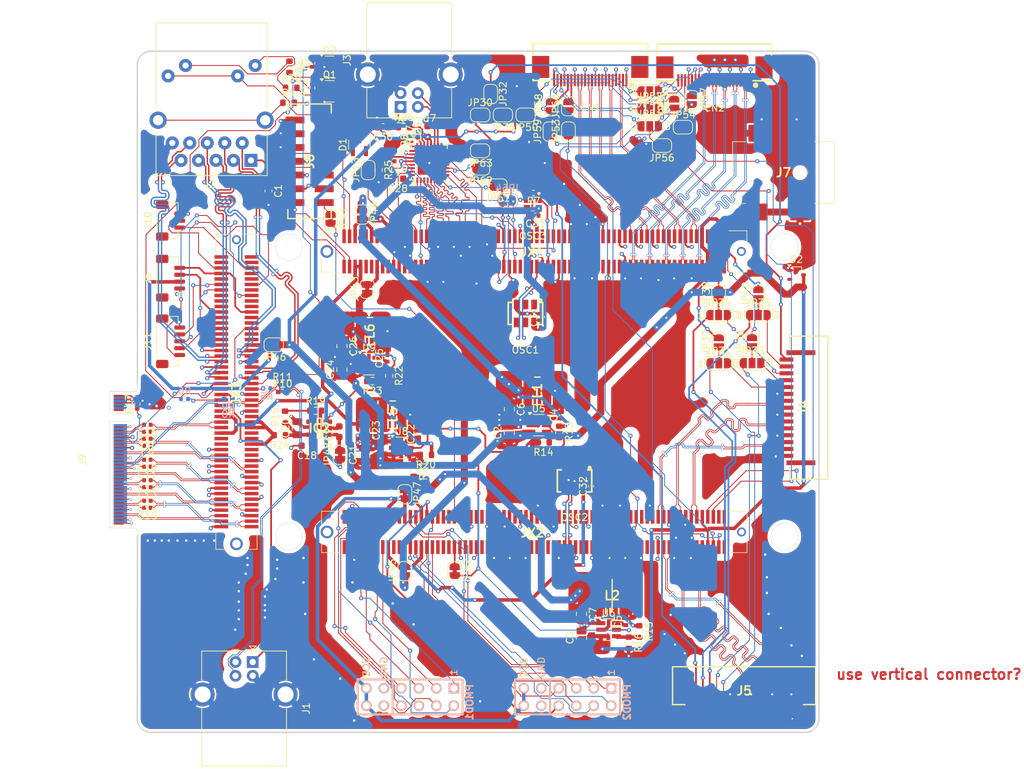
<source format=kicad_pcb>
(kicad_pcb (version 20240108) (generator "pcbnew") (generator_version "8.0")
  (layers (0 "F.Cu" signal) (1 "In1.Cu" signal) (2 "In2.Cu" signal) (31 "B.Cu" signal) (34 "B.Paste" user) (35 "F.Paste" user) (36 "B.SilkS" user "B.Silkscreen") (37 "F.SilkS" user "F.Silkscreen") (38 "B.Mask" user) (39 "F.Mask" user) (44 "Edge.Cuts" user))
  (net 0 "")
  (net 1 "GND")
  (net 2 "+3.3V")
  (net 3 "+1V8")
  (net 4 "Net-(J2-CT)")
  (net 5 "Net-(U5-SW)")
  (net 6 "Net-(U5-BST)")
  (net 7 "Net-(U6-BST)")
  (net 8 "Net-(U6-SW)")
  (net 9 "GTR_RX1_P")
  (net 10 "GTR_RX3_N")
  (net 11 "GTR_RX0_P")
  (net 12 "GTR_RX3_P")
  (net 13 "GTR_TX0_N")
  (net 14 "GTR_TX2_N")
  (net 15 "GTR_TX3_P")
  (net 16 "GTR_TX0_P")
  (net 17 "GTR_REFCLK0_N")
  (net 18 "GTR_TX1_P")
  (net 19 "GTR_TX2_P")
  (net 20 "GTR_REFCLK0_P")
  (net 21 "GTR_TX1_N")
  (net 22 "GTR_RX0_N")
  (net 23 "GTR_RX2_N")
  (net 24 "GTR_RX2_P")
  (net 25 "GTR_RX1_N")
  (net 26 "GTR_TX3_N")
  (net 27 "Net-(J2-PadSH)")
  (net 28 "ETH_MD1_P")
  (net 29 "ETH_MD4_P")
  (net 30 "ETH_MD3_P")
  (net 31 "ETH_MD2_N")
  (net 32 "Net-(J2-PadL2)")
  (net 33 "ETH_MD4_N")
  (net 34 "ETH_MD2_P")
  (net 35 "ETH_MD1_N")
  (net 36 "ETH_MD3_N")
  (net 37 "Net-(J2-PadL4)")
  (net 38 "DATA1")
  (net 39 "DATA0")
  (net 40 "RESET")
  (net 41 "DATA6")
  (net 42 "DATA5")
  (net 43 "DATA4")
  (net 44 "CLKOUT")
  (net 45 "DIR")
  (net 46 "DATA2")
  (net 47 "DATA7")
  (net 48 "DATA3")
  (net 51 "/mipi/CAM1_IO_EN")
  (net 53 "/mipi/CAM1_SCL")
  (net 54 "/mipi/CAM1_SDA")
  (net 56 "/mipi/CAM1_IO_LED")
  (net 57 "JX1_HP_DP_30_P")
  (net 58 "JX1_HP_DP_26_N")
  (net 59 "JX1_HP_SE_00")
  (net 60 "JX1_HP_DP_41_P")
  (net 61 "JX1_HP_DP_26_P")
  (net 62 "JX1_HP_DP_25_P")
  (net 63 "JX1_HP_SE_01")
  (net 64 "JX1_HP_DP_18_GC_P")
  (net 65 "JX1_HP_DP_30_N")
  (net 66 "VIN")
  (net 67 "JX1_HP_SE_04")
  (net 68 "JX1_HP_DP_25_N")
  (net 69 "JX1_HP_SE_05")
  (net 70 "JX1_HP_SE_02")
  (net 71 "JX1_HP_DP_01_P")
  (net 72 "JX1_HP_DP_16_P")
  (net 73 "JX1_HP_DP_17_P")
  (net 74 "JX1_HP_DP_21_GC_N")
  (net 75 "JX1_HP_DP_28_N")
  (net 76 "JX1_HP_DP_33_N")
  (net 77 "JX1_HP_DP_29_P")
  (net 78 "JX1_HP_DP_23_P")
  (net 79 "JX1_HP_DP_01_N")
  (net 80 "JX1_HP_DP_06_P")
  (net 81 "JX1_HP_DP_05_P")
  (net 82 "JX1_HP_DP_04_P")
  (net 83 "JX1_HP_DP_16_N")
  (net 84 "JX1_HP_DP_14_P")
  (net 85 "JTAG_TDO")
  (net 86 "JX1_HP_DP_22_P")
  (net 87 "JX1_HP_DP_14_N")
  (net 88 "JTAG_TDI")
  (net 89 "JX1_HP_DP_02_N")
  (net 90 "JX1_HP_DP_00_P")
  (net 91 "JX1_HP_DP_31_N")
  (net 92 "VCCO_HP_65")
  (net 93 "JX1_HP_DP_08_P")
  (net 94 "JX1_HP_DP_20_GC_P")
  (net 95 "JX1_HP_DP_02_P")
  (net 96 "JX1_HP_DP_05_N")
  (net 97 "JX1_HP_DP_31_P")
  (net 98 "JX1_HP_DP_27_P")
  (net 99 "JX1_HP_DP_06_N")
  (net 100 "JTAG_TCK")
  (net 101 "JX1_HP_DP_03_N")
  (net 102 "JX1_HP_DP_20_GC_N")
  (net 103 "JX1_HP_DP_18_GC_N")
  (net 104 "JX1_HP_DP_04_N")
  (net 105 "JX1_HP_DP_40_P")
  (net 106 "JX1_HP_DP_41_N")
  (net 107 "JX1_HP_DP_17_N")
  (net 108 "JX1_HP_DP_40_N")
  (net 109 "JX1_HP_DP_08_N")
  (net 110 "JX1_HP_DP_24_N")
  (net 111 "JX1_HP_SE_03")
  (net 112 "JX1_HP_DP_21_GC_P")
  (net 113 "JX1_HP_DP_23_N")
  (net 114 "VCCO_HP_64")
  (net 115 "JX1_HP_DP_03_P")
  (net 116 "JX1_HP_DP_29_N")
  (net 117 "JX1_HP_DP_27_N")
  (net 118 "JX1_HP_DP_22_N")
  (net 119 "JX1_HP_DP_32_P")
  (net 120 "JX1_HP_DP_07_P")
  (net 121 "JX1_HP_DP_32_N")
  (net 122 "JX1_HP_DP_33_P")
  (net 123 "JX1_HP_DP_00_N")
  (net 124 "JTAG_TMS")
  (net 125 "JX1_HP_DP_24_P")
  (net 126 "JX1_HP_DP_28_P")
  (net 127 "JX2_HD_SE_01_N")
  (net 128 "JX2_HP_DP_09_N")
  (net 129 "VCCO_HD_26")
  (net 130 "JX2_HP_DP_09_P")
  (net 131 "JX2_HP_DP_26_GC_N")
  (net 132 "JX2_HD_SE_11_P")
  (net 133 "JX2_HD_SE_06_GC_N")
  (net 134 "JX2_HP_DP_29_P")
  (net 135 "JX2_HP_DP_11_GC_P")
  (net 136 "JX2_HD_SE_06_GC_P")
  (net 137 "JX2_HD_SE_02_N")
  (net 138 "JX2_HP_DP_24_P")
  (net 139 "JX2_HP_DP_05_P")
  (net 140 "JX2_HD_SE_08_P")
  (net 141 "SYSMON_V_N")
  (net 142 "JX2_HD_SE_08_N")
  (net 143 "JX2_HP_DP_22_N")
  (net 144 "JX2_HP_SE_03")
  (net 145 "SYSMON_DX_N")
  (net 146 "CC_RESET_OUT_N")
  (net 147 "JX2_HD_SE_03_P")
  (net 148 "JX2_HP_DP_14_P")
  (net 149 "JX2_HP_DP_28_P")
  (net 150 "JX2_HP_SE_05")
  (net 151 "JX2_HD_SE_00_P")
  (net 152 "JX2_HP_DP_00_P")
  (net 153 "JX2_HP_DP_16_P")
  (net 154 "JX2_HP_DP_10_GC_N")
  (net 155 "JX2_HP_DP_02_P")
  (net 156 "JX2_HP_SE_01")
  (net 157 "JX2_HP_DP_00_N")
  (net 158 "JX2_HP_DP_03_P")
  (net 159 "JX2_HP_DP_06_P")
  (net 160 "JX2_HP_DP_29_N")
  (net 161 "JX2_HP_DP_26_GC_P")
  (net 162 "JX2_HP_DP_15_N")
  (net 163 "PMBus_ALERT_N")
  (net 164 "JX2_HD_SE_07_GC_N")
  (net 165 "JX2_HP_DP_17_P")
  (net 166 "JX2_HP_DP_11_GC_N")
  (net 167 "JX2_HP_DP_13_GC_P")
  (net 168 "JX2_HP_DP_17_N")
  (net 169 "JX2_HP_DP_04_P")
  (net 170 "JX2_HP_DP_28_N")
  (net 171 "JX2_HD_SE_02_P")
  (net 172 "JX2_HD_SE_10_N")
  (net 173 "JX2_HP_DP_23_P")
  (net 174 "JX2_HP_DP_27_GC_N")
  (net 175 "JX2_HP_DP_13_GC_N")
  (net 176 "PMBus_SDA")
  (net 177 "JX2_HD_SE_07_GC_P")
  (net 178 "JX2_HP_DP_16_N")
  (net 179 "JX2_HP_DP_15_P")
  (net 180 "JX2_HP_DP_25_N")
  (net 181 "JX2_HP_SE_02")
  (net 182 "JX2_HP_DP_04_N")
  (net 183 "JX2_HP_DP_21_P")
  (net 184 "JX2_HD_SE_10_P")
  (net 185 "JX2_HP_DP_01_P")
  (net 186 "JX2_HP_DP_08_P")
  (net 187 "JX2_HP_DP_12_GC_N")
  (net 188 "JX2_HP_SE_04")
  (net 189 "JX2_HP_DP_20_N")
  (net 190 "JX2_HD_SE_00_N")
  (net 191 "JX2_HP_DP_03_N")
  (net 192 "JX2_HD_SE_09_P")
  (net 193 "JX2_HP_DP_22_P")
  (net 194 "JX2_HP_DP_07_N")
  (net 195 "JX2_HP_DP_18_N")
  (net 196 "JX2_HP_DP_02_N")
  (net 197 "JX2_HP_DP_05_N")
  (net 198 "JX2_HP_DP_01_N")
  (net 199 "JX2_HP_DP_23_N")
  (net 200 "JX2_HP_DP_24_N")
  (net 201 "JX2_HD_SE_01_P")
  (net 202 "JX2_HD_SE_05_GC_N")
  (net 203 "JX2_HD_SE_04_GC_N")
  (net 204 "JX2_HP_DP_07_P")
  (net 205 "JX2_HP_DP_06_N")
  (net 206 "SYSMON_DX_P")
  (net 207 "JX2_HP_DP_19_P")
  (net 208 "SYSMON_V_P")
  (net 209 "JX2_HD_SE_04_GC_P")
  (net 210 "JX2_HP_DP_12_GC_P")
  (net 211 "JX2_HD_SE_05_GC_P")
  (net 212 "JX2_HP_DP_08_N")
  (net 213 "JX2_HD_SE_11_N")
  (net 214 "SOM_PG_OUT")
  (net 215 "JX2_HP_DP_21_N")
  (net 216 "JX2_HP_SE_00")
  (net 217 "JX2_HP_DP_20_P")
  (net 218 "JX2_HP_DP_10_GC_P")
  (net 219 "JX2_HD_SE_09_N")
  (net 220 "PMBus_SCL")
  (net 221 "JX2_HD_SE_03_N")
  (net 222 "JX2_HP_DP_25_P")
  (net 223 "JX2_HP_DP_19_N")
  (net 224 "JX2_HP_DP_14_N")
  (net 225 "SOM_RESET_IN_N")
  (net 226 "JX2_HP_DP_18_P")
  (net 227 "JX2_HP_DP_27_GC_P")
  (net 228 "MIO_38")
  (net 229 "USB_OTG_N")
  (net 230 "MIO_51")
  (net 231 "VCCIOA")
  (net 232 "MIO_39")
  (net 233 "MIO_43")
  (net 234 "MGTRAVCC")
  (net 235 "CC_SCL")
  (net 236 "GTR_REFCLK1_N")
  (net 237 "ETH_PHY_LED0")
  (net 238 "MIO_41")
  (net 239 "MGTRAVTT")
  (net 240 "GTR_REFCLK2_P")
  (net 241 "GTR_REFCLK3_P")
  (net 242 "USB_OTG_P")
  (net 243 "GTR_REFCLK1_P")
  (net 244 "MIO_49")
  (net 245 "MIO_46")
  (net 246 "MIO_26")
  (net 247 "MIO_27")
  (net 248 "Net-(U8-SW)")
  (net 249 "MIO_31")
  (net 250 "USB_ID")
  (net 251 "MIO_30")
  (net 252 "MIO_50")
  (net 253 "MIO_36")
  (net 254 "MIO_29")
  (net 255 "USB_OTG_CPEN")
  (net 256 "ETH_PHY_LED1")
  (net 257 "CC_SDA")
  (net 258 "MIO_28")
  (net 259 "USB_OTG_VBUS")
  (net 260 "MIO_40")
  (net 261 "MIO_37")
  (net 262 "Net-(U8-BST)")
  (net 263 "GTR_REFCLK3_N")
  (net 264 "PS_VBATT")
  (net 265 "MIO_32")
  (net 266 "MIO_48")
  (net 267 "MIO_47")
  (net 268 "Net-(U9-SW)")
  (net 269 "CC_INT_N")
  (net 270 "MIO_42")
  (net 271 "GTR_REFCLK2_N")
  (net 272 "MIO_44")
  (net 273 "Net-(U5-FB)")
  (net 274 "Net-(U6-FB)")
  (net 275 "Net-(U9-BST)")
  (net 276 "VCCIOB")
  (net 277 "Net-(JP30-B)")
  (net 278 "/mipi/CAM2_IO_EN")
  (net 279 "/mipi/CAM2_SCL")
  (net 280 "/mipi/CAM2_IO_LED")
  (net 281 "/mipi/CAM2_SDA")
  (net 282 "/mipi/CAM2_3V3")
  (net 283 "/mipi/CAM1_3V3")
  (net 284 "Net-(D1-K)")
  (net 286 "/connectors/JTAG_RESET#")
  (net 288 "/mipi/CAM_EN")
  (net 289 "/mipi/CAM_LED")
  (net 290 "/mipi/CAM_SCL")
  (net 291 "/mipi/CAM_SDA")
  (net 292 "/PCIE/Data_2_OUT_P")
  (net 293 "/PCIE/Data_0_OUT_N")
  (net 294 "/PCIE/+3V3")
  (net 295 "/PCIE/REFCLK-")
  (net 300 "/PCIE/Data_1_OUT_N")
  (net 302 "/PCIE/Data_1_OUT_P")
  (net 303 "/PCIE/Data_2_OUT_N")
  (net 304 "/PCIE/WAKE#")
  (net 305 "/PCIE/Data_3_OUT_P")
  (net 310 "/PCIE/Data_0_OUT_P")
  (net 313 "/PCIE/REFCLK+")
  (net 318 "/PCIE/Data_3_OUT_N")
  (net 323 "Net-(J9-CLKREQ#)")
  (net 326 "PG")
  (net 327 "VCCO_HD_26_Sense")
  (net 328 "MGTRAVCC_Sense")
  (net 329 "VCCO_PSIO_501")
  (net 330 "VCCO_HP_65_Sense")
  (net 331 "MGTRAVTT_Sense")
  (net 332 "VCCO_HP_64_Sense")
  (net 333 "VCCO_HP_66_Sense")
  (net 334 "Net-(U8-FB)")
  (net 335 "Net-(U9-FB)")
  (net 336 "Net-(IC2-VOUT)")
  (net 337 "Net-(IC2-VIN)")
  (net 338 "/mipi/CAM4_IO_LED")
  (net 339 "/mipi/CAM4_SCL")
  (net 340 "/mipi/CAM4_IO_EN")
  (net 341 "/mipi/CAM4_SDA")
  (net 342 "/mipi/CAM4_3V3")
  (net 343 "/mipi/CAM3_IO_LED")
  (net 344 "/mipi/CAM3_SDL")
  (net 345 "/mipi/CAM3_IO_EN")
  (net 346 "/mipi/CAM3_SDA")
  (net 347 "/mipi/CAM3_3V3")
  (net 348 "Net-(JP49-C)")
  (net 349 "Net-(JP51-C)")
  (net 350 "Net-(JP52-C)")
  (net 351 "Net-(JP53-B)")
  (net 352 "Net-(JP54-B)")
  (net 357 "JX1_HP_DP_38_P")
  (net 358 "JX1_HP_DP_37_GC_N")
  (net 359 "JX1_HP_DP_38_N")
  (net 360 "JX1_HP_DP_39_N")
  (net 361 "JX1_HP_DP_37_GC_P")
  (net 362 "JX1_HP_DP_39_P")
  (net 363 "JX1_HP_DP_34_P")
  (net 364 "JX1_HP_DP_36_GC_N")
  (net 365 "JX1_HP_DP_35_N")
  (net 366 "JX1_HP_DP_36_GC_P")
  (net 367 "JX1_HP_DP_35_P")
  (net 368 "JX1_HP_DP_34_N")
  (net 369 "REFSEL0")
  (net 370 "REFSEL1")
  (net 371 "REFSEL2")
  (net 372 "REFCLK")
  (net 373 "/usb/VBUS")
  (net 374 "Net-(U7-VBUS)")
  (net 375 "Net-(U7-ID)")
  (net 376 "Net-(U7-RBIAS)")
  (net 382 "JX1_HP_DP_10_P")
  (net 383 "JX1_HP_DP_10_N")
  (net 384 "JX1_HP_DP_12_N")
  (net 385 "JX1_HP_DP_12_P")
  (net 386 "JX1_HP_DP_19_GC_P")
  (net 389 "/usb/D-")
  (net 390 "/usb/D+")
  (net 391 "OSC1_SDA")
  (net 392 "OSC1_SCL")
  (net 393 "OSC2_SCL")
  (net 394 "OSC2_SDA")
  (net 395 "VCCO_HP_66")
  (net 396 "/power/ref")
  (net 397 "/PCIE/m2_usb+")
  (net 398 "/PCIE/m2_usb-")
  (net 399 "I2C0_SCL")
  (net 400 "I2C0_SDA")
  (net 401 "MIO_33")
  (net 402 "/usb/USB_DEVICE_D+")
  (net 403 "/usb/USB_DEVICE_D-")
  (net 405 "/power/VIN_PIN")
  (net 406 "Net-(Q1-C)")
  (net 407 "Net-(Q1-B)")
  (net 408 "Net-(Q2-B)")
  (net 409 "Net-(Q2-C)")
  (footprint "Jumper:SolderJumper-2_P1.3mm_Open_RoundedPad1.0x1.5mm" (layer "F.Cu") (at 166.4 86.106 90)
    (property "Reference" "JP40")
    (property "Value" "SolderJumper_2_Open")
  )
  (footprint "Resistor_SMD:R_0603_1608Metric" (layer "F.Cu") (at 102.108 103.058)
    (property "Reference" "R19")
    (property "Value" "10k")
  )
  (footprint "Jumper:SolderJumper-2_P1.3mm_Open_RoundedPad1.0x1.5mm" (layer "F.Cu") (at 136.271 58.801 90)
    (property "Reference" "JP58")
    (property "Value" "SolderJumper_2_Open")
  )
  (footprint "Capacitor_SMD:C_0402_1005Metric" (layer "F.Cu") (at 77.665749 117.1575 180)
    (property "Reference" "C15")
    (property "Value" "100nF,50V,X7R")
  )
  (footprint "Jumper:SolderJumper-2_P1.3mm_Bridged_RoundedPad1.0x1.5mm" (layer "F.Cu") (at 105.664 109.474 90)
    (property "Reference" "JP48")
    (property "Value" "SolderJumper_2_Bridged")
  )
  (footprint "Resistor_SMD:R_0603_1608Metric" (layer "F.Cu") (at 137.4825 106.1364 -90)
    (property "Reference" "R13")
    (property "Value" "12.4k")
  )
  (footprint "Jumper:SolderJumper-2_P1.3mm_Bridged_RoundedPad1.0x1.5mm" (layer "F.Cu") (at 115.062 115.189 -90)
    (property "Reference" "JP47")
    (property "Value" "SolderJumper_2_Bridged")
  )
  (footprint "SamacSys_Parts:5177985-6" (layer "F.Cu") (at 133.858 120.6754)
    (property "Reference" "JX2")
    (property "Value" "5177985-6" (hide yes))
  )
  (footprint "Package_TO_SOT_SMD:SOT-23" (layer "F.Cu") (at 104.14 53.086)
    (property "Reference" "Q2")
    (property "Value" "MMBT3904")
  )
  (footprint "Resistor_SMD:R_0603_1608Metric" (layer "F.Cu") (at 98.171 58.293)
    (property "Reference" "R4")
    (property "Value" "0603,0")
  )
  (footprint "Capacitor_SMD:C_0805_2012Metric" (layer "F.Cu") (at 109.22 109.474 90)
    (property "Reference" "C21")
    (property "Value" "10uF,50V,X5R")
  )
  (footprint "Capacitor_SMD:C_0402_1005Metric" (layer "F.Cu") (at 134.982 89.427 90)
    (property "Reference" "C31")
    (property "Value" "0402,100nF,50V,X7R")
  )
  (footprint "my_lib:FPC-SMD_KH-CL0.5-H2.0-22PIN" (layer "F.Cu") (at 141.986 54.0445 180)
    (property "Reference" "CN1")
    (property "Value" "KH-CL0.5-H2.0-22PIN")
  )
  (footprint "Jumper:SolderJumper-2_P1.3mm_Bridged_RoundedPad1.0x1.5mm" (layer "F.Cu") (at 109.728 68.072 90)
    (property "Reference" "JP13")
    (property "Value" "SolderJumper_2_Bridged")
  )
  (footprint "Connector_JST:JST_SH_BM03B-SRSS-TB_1x03-1MP_P1.00mm_Vertical" (layer "F.Cu") (at 81.026 75.438 90)
    (property "Reference" "J10")
    (property "Value" "Conn_01x03_Socket")
  )
  (footprint "Capacitor_SMD:C_0402_1005Metric" (layer "F.Cu") (at 114.046 66.802 180)
    (property "Reference" "C19")
    (property "Value" "4.7uF,10V,X5R")
  )
  (footprint "Resistor_SMD:R_0402_1005Metric" (layer "F.Cu") (at 116.967 62.992 90)
    (property "Reference" "R27")
    (property "Value" "0")
  )
  (footprint "Jumper:SolderJumper-2_P1.3mm_Bridged_RoundedPad1.0x1.5mm" (layer "F.Cu") (at 96.012 93.472 180)
    (property "Reference" "JP46")
    (property "Value" "SolderJumper_2_Bridged")
  )
  (footprint "Capacitor_SMD:C_0402_1005Metric" (layer "F.Cu") (at 77.665749 116.1415 180)
    (property "Reference" "C14")
    (property "Value" "100nF,50V,X7R")
  )
  (footprint "Jumper:SolderJumper-2_P1.3mm_Open_RoundedPad1.0x1.5mm" (layer "F.Cu") (at 125.999 60.071)
    (property "Reference" "JP30")
    (property "Value" "SolderJumper_2_Open")
  )
  (footprint "SamacSys_Parts:BWVS004040181R8M00" (layer "F.Cu") (at 134.3075 100.1674 -90)
    (property "Reference" "L1")
    (property "Value" "BWVS004040181R8M00" (hide yes))
  )
  (footprint "SamacSys_Parts:5177985-6" (layer "F.Cu") (at 133.8326 79.9084)
    (property "Reference" "JX1")
    (property "Value" "5177985-6" (hide yes))
  )
  (footprint "Resistor_SMD:R_0402_1005Metric" (layer "F.Cu") (at 133.744 71.406 180)
    (property "Reference" "R7")
    (property "Value" "10k")
  )
  (footprint "Package_TO_SOT_SMD:SOT-323_SC-70" (layer "F.Cu") (at 171.958 83.312)
    (property "Reference" "D2")
    (property "Value" "BAT54W")
  )
  (footprint "Capacitor_SMD:C_0402_1005Metric" (layer "F.Cu") (at 77.665749 105.0925 180)
    (property "Reference" "C16")
    (property "Value" "100nF,50V,X7R")
  )
  (footprint "Jumper:SolderJumper-2_P1.3mm_Bridged_RoundedPad1.0x1.5mm" (layer "F.Cu") (at 108.839 74.549 -90)
    (property "Reference" "JP44")
    (property "Value" "SolderJumper_2_Bridged")
  )
  (footprint "Capacitor_SMD:C_0603_1608Metric" (layer "F.Cu") (at 111.887 61.849 180)
    (property "Reference" "C30")
    (property "Value" "1uF,50V,X5R")
  )
  (footprint "SamacSys_Parts:INDC4949X330N" (layer "F.Cu") (at 145.161 129.921 180)
    (property "Reference" "L2")
    (property "Value" "NRS5030T3R3MMGJ" (hide yes))
  )
  (footprint "SamacSys_Parts:SFW15R1STE1LF" (layer "F.Cu") (at 173.474 102.616 90)
    (property "Reference" "J4")
    (property "Value" "SFW15R-1STE1LF" (hide yes))
  )
  (footprint "Capacitor_SMD:C_0603_1608Metric" (layer "F.Cu") (at 114.046 69.342 180)
    (property "Reference" "C28")
    (property "Value" "100nF,50V,X7R")
  )
  (footprint "Resistor_SMD:R_0603_1608Metric" (layer "F.Cu") (at 96.901 106.614 180)
    (property "Reference" "R24")
    (property "Value" "0603,0")
  )
  (footprint "Capacitor_SMD:C_0402_1005Metric" (layer "F.Cu") (at 77.665749 113.157 180)
    (property "Reference" "C12")
    (property "Value" "100nF,50V,X7R")
  )
  (footprint "Jumper:SolderJumper-2_P1.3mm_Bridged_RoundedPad1.0x1.5mm" (layer "F.Cu") (at 125.984 67.818 180)
    (property "Reference" "JP62")
    (property "Value" "SolderJumper_2_Bridged")
  )
  (footprint "Resistor_SMD:R_0402_1005Metric_Pad0.72x0.64mm_HandSolder" (layer "F.Cu") (at 97.282 100.33)
    (property "Reference" "R10")
    (property "Value" "R_0R_0402")
  )
  (footprint "my_lib:OSC-SMD_4P-L2.5-W2.0-BL_CTS_CA25" (layer "F.Cu") (at 133.643 73.01 180)
    (property "Reference" "OSC3")
    (property "Value" "SG-211SEE 27.0000MH")
  )
  (footprint "Capacitor_SMD:C_0603_1608Metric" (layer "F.Cu") (at 95.25 71.12 -90)
    (property "Reference" "C1")
    (property "Value" "0603,68nF,50V,X7R")
  )
  (footprint "Capacitor_SMD:C_0603_1608Metric" (layer "F.Cu") (at 100.838 108.138 180)
    (property "Reference" "C18")
    (property "Value" "2.2uF,16V,X5R")
  )
  (footprint "Jumper:SolderJumper-3_P1.3mm_Open_RoundedPad1.0x1.5mm_NumberLabels" (layer "F.Cu") (at 150.622 56.642 180)
    (property "Reference" "JP49")
    (property "Value" "SolderJumper_3_Open")
  )
  (footprint "Jumper:SolderJumper-3_P1.3mm_Open_RoundedPad1.0x1.5mm_NumberLabels" (layer "F.Cu") (at 160.625 89.154)
    (property "Reference" "JP34")
    (property "Value" "SolderJumper_3_Open")
  )
  (footprint "Package_TO_SOT_SMD:SOT-23" (layer "F.Cu") (at 104.14 56.642)
    (property "Reference" "Q1")
    (property "Value" "MMBT3904")
  )
  (footprint "Resistor_SMD:R_0402_1005Metric" (layer "F.Cu") (at 101.6 56.134 90)
    (property "Reference" "R12")
    (property "Value" "100k")
  )
  (footprint "Capacitor_SMD:C_0805_2012Metric" (layer "F.Cu") (at 109.22 105.918 -90)
    (property "Reference" "C23")
    (property "Value" "22uF,25V,X5R")
  )
  (footprint "Package_TO_SOT_SMD:TSOT-23-6" (layer "F.Cu") (at 134.4985 105.156)
    (property "Reference" "U5")
    (property "Value" "AP62150WU")
  )
  (footprint "Jumper:SolderJumper-3_P1.3mm_Open_RoundedPad1.0x1.5mm_NumberLabels" (layer "F.Cu") (at 166.4 89.154)
    (property "Reference" "JP35")
    (property "Value" "SolderJumper_3_Open")
  )
  (footprint "Package_TO_SOT_SMD:TSOT-23-6" (layer "F.Cu") (at 114.554 108.458)
    (property "Reference" "U8")
    (property "Value" "AP62150WU")
  )
  (footprint "Resistor_SMD:R_0402_1005Metric" (layer "F.Cu") (at 101.6 52.578 90)
    (property "Reference" "R1")
    (property "Value" "100k")
  )
  (footprint "Connector_RJ:RJ45_UDE_RB1-125B8G1A" (layer "F.Cu") (at 92.71 66.675 180)
    (property "Reference" "J2")
    (property "Value" "RJ45_RB1-125B8G1A")
  )
  (footprint "SamacSys_Parts:BWVS004040181R8M00" (layer "F.Cu") (at 109.982 91.501 -90)
    (property "Reference" "L6")
    (property "Value" "BWVS004040181R8M00" (hide yes))
  )
  (footprint "Resistor_SMD:R_0603_1608Metric" (layer "F.Cu") (at 112.776 97.978 -90)
    (property "Reference" "R22")
    (property "Value" "4.99k")
  )
  (footprint "Jumper:SolderJumper-2_P1.3mm_Bridged_RoundedPad1.0x1.5mm" (layer "F.Cu") (at 104.267 75.184 -90)
    (property "Reference" "JP41")
    (property "Value" "SolderJumper_2_Bridged")
  )
  (footprint "my_lib:FPC-SMD_KH-CL0.5-H2.0-22PIN" (layer "F.Cu") (at 160.02 54.102 180)
    (property "Reference" "CN2")
    (property "Value" "KH-CL0.5-H2.0-22PIN")
  )
  (footprint "Jumper:SolderJumper-2_P1.3mm_Open_RoundedPad1.0x1.5mm" (layer "F.Cu") (at 138.811 58.801 90)
    (property "Reference" "JP60")
    (property "Value" "SolderJumper_2_Open")
  )
  (footprint "Package_TO_SOT_SMD:SOT-23" (layer "F.Cu") (at 108.458 64.389 90)
    (property "Reference" "D1")
    (property "Value" "BAS21")
  )
  (footprint "Package_TO_SOT_SMD:TSOT-23-6" (layer "F.Cu") (at 144.653 134.874)
    (property "Reference" "U6")
    (property "Value" "AP62150WU")
  )
  (footprint "Resistor_SMD:R_0603_1608Metric" (layer "F.Cu") (at 97.663 103.947 90)
    (property "Reference" "R18")
    (property "Value" "10.5k")
  )
  (footprint "Connector_USB:USB_B_OST_USB-B1HSxx_Horizontal" (layer "F.Cu") (at 92.964 139.573 -90)
    (property "Reference" "J1")
    (property "Value" "USB_B")
  )
  (footprint "Capacitor_SMD:C_0805_2012Metric" (layer "F.Cu") (at 130.2435 102.8344 -90)
    (property "Reference" "C6")
    (property "Value" "22uF,25V,X5R")
  )
  (footprint "Connector_USB:USB_B_OST_USB-B1HSxx_Horizontal" (layer "F.Cu") (at 114.447 58.9015 90)
    (property "Reference" "J3")
    (property "Value" "USB_B")
  )
  (footprint "Jumper:SolderJumper-2_P1.3mm_Bridged_RoundedPad1.0x1.5mm" (layer "F.Cu") (at 109.601 85.344 90)
    (property "Reference" "JP43")
    (property "Value" "SolderJumper_2_Bridged")
  )
  (footprint "Jumper:SolderJumper-2_P1.3mm_Open_RoundedPad1.0x1.5mm" (layer "F.Cu") (at 152.4 64.516 180)
    (property "Reference" "JP56")
    (property "Value" "SolderJumper_2_Open")
  )
  (footprint "SamacSys_Parts:PJ002BHSMTTR" (layer "F.Cu") (at 170.053 68.453 180)
    (property "Reference" "J7")
    (property "Value" "PJ-002BH-SMT-TR" (hide yes))
  )
  (footprint "Jumper:SolderJumper-2_P1.3mm_Open_RoundedPad1.0x1.5mm" (layer "F.Cu") (at 154.178 58.42 90)
    (property "Reference" "JP55")
    (property "Value" "SolderJumper_2_Open")
  )
  (footprint "Resistor_SMD:R_0603_1608Metric" (layer "F.Cu") (at 98.552 56.134)
    (property "Reference" "R30")
    (property "Value" "240")
  )
  (footprint "Jumper:SolderJumper-2_P1.3mm_Open_RoundedPad1.0x1.5mm" (layer "F.Cu") (at 156.718 57.912 -90)
    (property "Reference" "JP57")
    (property "Value" "SolderJumper_2_Open")
  )
  (footprint "SamacSys_Parts:5177985-4" (layer "F.Cu") (at 90.6018 100.3046 90)
    (property "Reference" "JX3")
    (property "Value" "5177985-4" (hide yes))
  )
  (footprint "Jumper:SolderJumper-2_P1.3mm_Open_RoundedPad1.0x1.5mm" (layer "F.Cu") (at 129.301 60.071 180)
    (property "Reference" "JP36")
    (property "Value" "SolderJumper_2_Open")
  )
  (footprint "SamacSys_Parts:BWVS004040181R8M00" (layer "F.Cu") (at 113.284 103.632 -90)
    (property "Reference" "L5")
    (property "Value" "BWVS004040181R8M00" (hide yes))
  )
  (footprint "Capacitor_SMD:C_0402_1005Metric" (layer "F.Cu") (at 112.522 95.438 90)
    (property "Reference" "C25")
    (property "Value" "0402,100nF,50V,X7R")
  )
  (footprint "Jumper:SolderJumper-2_P1.3mm_Open_RoundedPad1.0x1.5mm" (layer "F.Cu") (at 160.625 86.106 90)
    (property "Reference" "JP39")
    (property "Value" "SolderJumper_2_Open")
  )
  (footprint "Resistor_SMD:R_0402_1005Metric_Pad0.72x0.64mm_HandSolder" (layer "F.Cu") (at 76.2 102.108 90)
    (property "Reference" "R17")
    (property "Value" "R_0R_0402")
  )
  (footprint "Resistor_SMD:R_0603_1608Metric" (layer "F.Cu") (at 147.574 136.779 -90)
    (property "Reference" "R16")
    (property "Value" "10k")
  )
  (footprint "Resistor_SMD:R_0603_1608Metric" (layer "F.Cu") (at 135.1965 107.6604 180)
    (property "Reference" "R14")
    (property "Value" "10k")
  )
  (footprint "Capacitor_SMD:C_0603_1608Metric" (layer "F.Cu") (at 118.364 62.484 90)
    (property "Reference" "C29")
    (property "Value" "2.2uF,16V,X5R")
  )
  (footprint "SamacSys_Parts:SOT94P279X130-5N" (layer "F.Cu") (at 102.616 105.598 180)
    (property "Reference" "IC2")
    (property "Value" "RT9187CGB" (hide yes))
  )
  (footprint "Jumper:SolderJumper-3_P1.3mm_Open_RoundedPad1.0x1.5mm_NumberLabels" (layer "F.Cu") (at 150.622 61.722)
    (property "Reference" "JP51")
    (property "Value" "SolderJumper_3_Open")
  )
  (footprint "Resistor_SMD:R_0603_1608Metric" (layer "F.Cu") (at 118.11 109.474 180)
    (property "Reference" "R20")
    (property "Value" "12.4k")
  )
  (footprint "Connector_JST:JST_SH_BM05B-SRSS-TB_1x05-1MP_P1.00mm_Vertical" (layer "F.Cu") (at 81.026 92.964 90)
    (property "Reference" "J11")
    (property "Value" "Conn_01x05_Socket")
  )
  (footprint "Jumper:SolderJumper-3_P1.3mm_Open_RoundedPad1.0x1.5mm_NumberLabels" (layer "F.Cu") (at 150.622 59.182)
    (property "Reference" "JP52")
    (property "Value" "SolderJumper_3_Open")
  )
  (footprint "Capacitor_SMD:C_0402_1005Metric" (layer "F.Cu") (at 142.113 114.016 90)
    (property "Reference" "C32")
    (property "Value" "0402,100nF,50V,X7R")
  )
  (footprint "Jumper:SolderJumper-2_P1.3mm_Open_RoundedPad1.0x1.5mm" (layer "F.Cu") (at 155.448 61.849)
    (property "Reference" "JP54")
    (property "Value" "SolderJumper_2_Open")
  )
  (footprint "Resistor_SMD:R_0603_1608Metric" (layer "F.Cu") (at 110.363 98.74 180)
    (property "Reference" "R23")
    (property "Value" "10k")
  )
  (footprint "Jumper:SolderJumper-2_P1.3mm_Open_RoundedPad1.0x1.5mm" (layer "F.Cu") (at 138.811 62.484 90)
    (property "Reference" "JP53")
    (property "Value" "SolderJumper_2_Open")
  )
  (footprint "Jumper:SolderJumper-2_P1.3mm_Open_RoundedPad1.0x1.5mm" (layer "F.Cu") (at 160.655 93.106 90)
    (property "Reference" "JP37")
    (property "Value" "SolderJumper_2_Open")
  )
  (footprint "Capacitor_SMD:C_0402_1005Metric" (layer "F.Cu") (at 77.665749 108.1405 180)
    (property "Reference" "C9")
    (property "Value" "100nF,50V,X7R")
  )
  (footprint "Jumper:SolderJumper-2_P1.3mm_Open_RoundedPad1.0x1.5mm" (layer "F.Cu") (at 132.603 60.071 180)
    (property "Reference" "JP50")
    (property "Value" "SolderJumper_2_Open")
  )
  (footprint "Package_TO_SOT_SMD:TSOT-23-6" (layer "F.Cu") (at 109.855 96.294)
    (property "Reference" "U9")
    (property "Value" "AP62150WU")
  )
  (footprint "Capacitor_SMD:C_0402_1005Metric" (layer "F.Cu") (at 137.8635 103.7234 90)
    (property "Reference" "C4")
    (property "Value" "0402,100nF,50V,X7R")
  )
  (footprint "NGFF:NGFF_M" (layer "F.Cu") (at 72.222249 110.1725 -90)
    (property "Reference" "J9")
    (property "Value" "PCB-Edge_M.2_Key-M")
    (fp_line (start -9.925 0) (end -6.725 0) (stroke (width 0.05)) (layer "Edge.Cuts"))
    (fp_line (start -6.725 0) (end -6.725 -2.9) (stroke (width 0.05)) (layer "Edge.Cuts"))
    (fp_line (start -5.525 0) (end 0 0) (stroke (width 0.05)) (layer "Edge.Cuts"))
    (fp_line (start 0 0) (end 9.925 0) (stroke (width 0.05)) (layer "Edge.Cuts"))
    (fp_line (start 9.925 0) (end 9.925 -3.5) (stroke (width 0.05)) (layer "Edge.Cuts"))
    (fp_line (start -5.525 -2.9) (end -5.525 0) (stroke (width 0.05)) (layer "Edge.Cuts"))
    (fp_line (start -9.925 -3.5) (end -9.925 0) (stroke (width 0.05)) (layer "Edge.Cuts"))
    (fp_line (start -11 -4) (end -10.425 -4) (stroke (width 0.05)) (layer "Edge.Cuts"))
    (fp_line (start 10.425 -4) (end 11 -4) (stroke (width 0.05)) (layer "Edge.Cuts"))
    (fp_arc (start -6.725 -2.9) (mid -6.125 -3.5) (end -5.525 -2.9) (stroke (width 0.05)) (layer "Edge.Cuts"))
    (fp_arc (start 9.925 -3.5) (mid 10.071447 -3.853553) (end 10.425 -4) (stroke (width 0.05)) (layer "Edge.Cuts"))
    (fp_arc (start -10.425 -4) (mid -10.071447 -3.853553) (end -9.925 -3.5) (stroke (width 0.05)) (layer "Edge.Cuts"))
  )
  (footprint "Jumper:SolderJumper-2_P1.3mm_Bridged_RoundedPad1.0x1.5mm" (layer "F.Cu") (at 125.984 65.278 180)
    (property "Reference" "JP63")
    (property "Value" "SolderJumper_2_Bridged")
  )
  (footprint "my_lib:QFN-32_L5.0-W5.0-P0.50-BL-EP3.4" (layer "F.Cu") (at 118.618 67.056)
    (property "Reference" "U7")
    (property "Value" "USB3320C-EZK")
  )
  (footprint "Jumper:SolderJumper-2_P1.3mm_Bridged_RoundedPad1.0x1.5mm" (layer "F.Cu") (at 128.524 70.358 180)
    (property "Reference" "JP61")
    (property "Value" "SolderJumper_2_Bridged")
  )
  (footprint "Capacitor_SMD:C_0805_2012Metric" (layer "F.Cu") (at 140.716 136.017 90)
    (property "Reference" "C3")
    (property "Value" "10uF,50V,X5R")
  )
  (footprint "Resistor_SMD:R_0603_1608Metric" (layer "F.Cu") (at 114.935 61.849)
    (property "Reference" "R26")
    (property "Value" "10k")
  )
  (footprint "Capacitor_SMD:C_0402_1005Metric" (layer "F.Cu") (at 77.665749 114.173 180)
    (property "Reference" "C13")
    (property "Value" "100nF,50V,X7R")
  )
  (footprint "Capacitor_SMD:C_0603_1608Metric" (layer "F.Cu") (at 105.537 106.106 90)
    (property "Reference" "C27")
    (property "Value" "2.2uF,16V,X5R")
  )
  (footprint "Jumper:SolderJumper-2_P1.3mm_Open_RoundedPad1.0x1.5mm" (layer "F.Cu") (at 136.144 62.484 90)
    (property "Reference" "JP59")
    (property "Value" "SolderJumper_2_Open")
  )
  (footprint "Capacitor_SMD:C_0805_2012Metric" (layer "F.Cu") (at 99.441 105.598 90)
    (property "Reference" "C20")
    (property "Value" "22uF,25V,X5R")
  )
  (footprint "Capacitor_SMD:C_0402_1005Metric" (layer "F.Cu") (at 77.665749 107.1245 180)
    (property "Reference" "C8")
    (property "Value" "100nF,50V,X7R")
  )
  (footprint "my_lib:OSC-SMD_6P-L5.0-W3.2-BL-A" (layer "F.Cu") (at 132.569 88.919 180)
    (property "Reference" "OSC1")
    (property "Value" "514KBC001688BAGR")
  )
  (footprint "Jumper:SolderJumper-3_P1.3mm_Open_RoundedPad1.0x1.5mm_NumberLabels" (layer "F.Cu") (at 160.655 96.154)
    (property "Reference" "JP31")
    (property "Value" "SolderJumper_3_Open")
  )
  (footprint "SamacSys_Parts:SFW15R1STE1LF" (layer "F.Cu") (at 164.338 143.264 180)
    (property "Reference" "J5")
    (property "Value" "SFW15R-1STE1LF" (hide yes))
  )
  (footprint "Resistor_SMD:R_0402_1005Metric_Pad0.72x0.64mm_HandSolder" (layer "F.Cu") (at 97.282 99.314)
    (property "Reference" "R11")
    (property "Value" "R_0R_0402")
  )
  (footprint "Capacitor_SMD:C_0805_2012Metric" (layer "F.Cu") (at 105.918 97.089 90)
    (property "Reference" "C24")
    (property "Value" "10uF,50V,X5R")
  )
  (footprint "my_lib:OSC-SMD_6P-L5.0-W3.2-BL-A" (layer "F.Cu") (at 139.7 113.254 180)
    (property "Reference" "OSC2")
    (property "Value" "514JCC001696BAGR")
  )
  (footprint "Capacitor_SMD:C_0402_1005Metric" (layer "F.Cu") (at 77.665749 106.1085 180)
    (property "Reference" "C17")
    (property "Value" "100nF,50V,X7R")
  )
  (footprint "Jumper:SolderJumper-2_P1.3mm_Open_RoundedPad1.0x1.5mm" (layer "F.Cu") (at 165.481 93.091 90)
    (property "Reference" "JP38")
    (property "Value" "SolderJumper_2_Open")
  )
  (footprint "Jumper:SolderJumper-2_P1.3mm_Bridged_RoundedPad1.0x1.5mm" (layer "F.Cu") (at 115.062 126.365 90)
    (property "Reference" "JP45")
    (property "Value" "SolderJumper_2_Bridged")
  )
  (footprint "Resistor_SMD:R_0603_1608Metric" (layer "F.Cu") (at 111.252 68.072 -90)
    (property "Reference" "R25")
    (property "Value" "10k")
  )
  (footprint "Resistor_SMD:R_0603_1608Metric" (layer "F.Cu") (at 116.332 111.76 -90)
    (property "Reference" "R21")
    (property "Value" "10k")
  )
  (footprint "Resistor_SMD:R_0603_1608Metric" (layer "F.Cu") (at 149.098 135.128 -90)
    (property "Reference" "R15")
    (property "Value" "31.6k")
  )
  (footprint "Jumper:SolderJumper-3_P1.3mm_Open_RoundedPad1.0x1.5mm_NumberLabels" (layer "F.Cu") (at 165.481 96.139)
    (property "Reference" "JP33")
    (property "Value" "SolderJumper_3_Open")
  )
  (footprint "Capacitor_SMD:C_0402_1005Metric" (layer "F.Cu") (at 117.094 106.426 90)
    (property "Reference" "C22")
    (property "Value" "0402,100nF,50V,X7R")
  )
  (footprint "Capacitor_SMD:C_0805_2012Metric" (layer "F.Cu") (at 130.2435 106.2634 90)
    (property "Reference" "C2")
    (property "Value" "10uF,50V,X5R")
  )
  (footprint "Resistor_SMD:R_0603_1608Metric" (layer "F.Cu") (at 98.298 53.086 -90)
    (property "Reference" "R2")
    (property "Value" "240")
  )
  (footprint "Capacitor_SMD:C_0402_1005Metric" (layer "F.Cu") (at 147.193 133.731 90)
    (property "Reference" "C5")
    (property "Value" "0402,100nF,50V,X7R")
  )
  (footprint "Connector_JST:JST_SH_BM04B-SRSS-TB_1x04-1MP_P1.00mm_Vertical" (layer "F.Cu") (at 81.026 83.7946 90)
    (property "Reference" "J6")
    (property "Value" "Conn_01x04_Socket")
  )
  (footprint "Capacitor_SMD:C_0402_1005Metric" (layer "F.Cu") (at 77.665749 111.1885 180)
    (property "Reference" "C11")
    (property "Value" "100nF,50V,X7R")
  )
  (footprint "SamacSys_Parts:87832-1420" (layer "F.Cu") (at 101.219 66.802 -90)
    (property "Reference" "J8")
    (property "Value" "87832-1420" (hide yes))
  )
  (footprint "Resistor_SMD:R_0201_0603Metric" (layer "F.Cu") (at 116.078 64.262 90)
    (property "Reference" "R28")
    (property "Value" "8.06k")
  )
  (footprint "Capacitor_SMD:C_0805_2012Metric" (layer "F.Cu") (at 105.918 93.66 -90)
    (property "Reference" "C26")
    (property "Value" "22uF,25V,X5R")
  )
  (footprint "Capacitor_SMD:C_0402_1005Metric" (layer "F.Cu") (at 77.665749 110.1725 180)
    (property "Reference" "C10")
    (property "Value" "100nF,50V,X7R")
  )
  (footprint "Capacitor_SMD:C_0402_1005Metric" (layer "F.Cu") (at 133.998 74.708 180)
    (property "Reference" "C33")
    (property "Value" "0402,100nF,50V,X7R")
  )
  (footprint "Jumper:SolderJumper-2_P1.3mm_Bridged_RoundedPad1.0x1.5mm" (layer "F.Cu") (at 122.301 126.365 -90)
    (property "Reference" "JP42")
    (property "Value" "SolderJumper_2_Bridged")
  )
  (footprint "Capacitor_SMD:C_0805_2012Metric" (layer "F.Cu") (at 140.716 132.588 -90)
    (property "Reference" "C7")
    (property "Value" "22uF,25V,X5R")
  )
  (footprint "Jumper:SolderJumper-2_P1.3mm_Open_RoundedPad1.0x1.5mm" (layer "F.Cu") (at 127.523 57.023 -90)
    (property "Reference" "JP32")
    (property "Value" "SolderJumper_2_Open")
  )
  (footprint "Resistor_SMD:R_0402_1005Metric" (layer "B.Cu") (at 94.996 99.822)
    (property "Reference" "R5")
    (property "Value" "0")
  )
  (footprint "pmod-conn_6x2:pmod_pin_array_6x2" (layer "B.Cu") (at 115.824 144.653 90)
    (property "Reference" "PMOD1")
    (property "Value" "PMOD-Device-x2-Type-1A-GPIO" (hide yes))
  )
  (footprint "Resistor_SMD:R_0402_1005Metric" (layer "B.Cu") (at 83.058 101.346 180)
    (property "Reference" "R6")
    (property "Value" "0")
  )
  (footprint "Resistor_SMD:R_0402_1005Metric_Pad0.72x0.64mm_HandSolder" (layer "B.Cu") (at 89.408 102.3874)
    (property "Reference" "R8")
    (property "Value" "R_0R_0402")
  )
  (footprint "Resistor_SMD:R_0402_1005Metric_Pad0.72x0.64mm_HandSolder" (layer "B.Cu") (at 89.408 101.346)
    (property "Reference" "R9")
    (property "Value" "R_0R_0402")
  )
  (footprint "pmod-conn_6x2:pmod_pin_array_6x2" (layer "B.Cu") (at 138.684 144.653 90)
    (property "Reference" "PMOD2")
    (property "Value" "PMOD-Device-x2-Type-1A-GPIO" (hide yes))
  )
  (footprint "Jumper:SolderJumper-2_P1.3mm_Bridged_RoundedPad1.0x1.5mm" (layer "B.Cu") (at 130.048 72.517 180)
    (property "Reference" "JP64")
    (property "Value" "SolderJumper_2_Bridged")
  )
  (gr_line (start 78.199999 50.8) (end 173.2 50.8) (stroke (width 0.2)) (layer "Edge.Cuts"))
  (gr_circle (center 98.2218 79.273236) (end 100.1776 79.298636) (stroke (width 0.05)) (fill none) (layer "Edge.Cuts"))
  (gr_arc (start 175.2 147.8) (mid 174.614214 149.214214) (end 173.2 149.8) (stroke (width 0.2)) (layer "Edge.Cuts"))
  (gr_circle (center 170.18 121.335636) (end 172.1358 121.361036) (stroke (width 0.05)) (fill none) (layer "Edge.Cuts"))
  (gr_arc (start 76.2 52.799999) (mid 76.785786 51.385786) (end 78.199999 50.8) (stroke (width 0.2)) (layer "Edge.Cuts"))
  (gr_circle (center 98.2218 121.3358) (end 100.1776 121.3612) (stroke (width 0.05)) (fill none) (layer "Edge.Cuts"))
  (gr_line (start 76.141749 100.2665) (end 72.222249 100.203) (stroke (width 0.05)) (layer "Edge.Cuts"))
  (gr_line (start 76.222249 99.1725) (end 76.222249 99.7475) (stroke (width 0.05)) (layer "Edge.Cuts"))
  (gr_arc (start 78.2 149.8) (mid 76.785786 149.214214) (end 76.2 147.8) (stroke (width 0.2)) (layer "Edge.Cuts"))
  (gr_circle (center 76.2 50.8) (end 76.21 50.8) (stroke (width 0.0001)) (fill solid) (layer "Edge.Cuts"))
  (gr_line (start 76.2 147.8) (end 76.222249 121.1725) (stroke (width 0.2)) (layer "Edge.Cuts"))
  (gr_line (start 76.222249 99.1725) (end 76.2 52.799999) (stroke (width 0.2)) (layer "Edge.Cuts"))
  (gr_circle (center 175.2 50.8) (end 175.21 50.8) (stroke (width 0.0001)) (fill solid) (layer "Edge.Cuts"))
  (gr_arc (start 173.2 50.8) (mid 174.614214 51.385786) (end 175.2 52.8) (stroke (width 0.2)) (layer "Edge.Cuts"))
  (gr_line (start 78.2 149.8) (end 173.2 149.8) (stroke (width 0.2)) (layer "Edge.Cuts"))
  (gr_circle (center 76.2 149.8) (end 76.21 149.8) (stroke (width 0.0001)) (fill solid) (layer "Edge.Cuts"))
  (gr_circle (center 170.18 79.247836) (end 172.1358 79.273236) (stroke (width 0.05)) (fill none) (layer "Edge.Cuts"))
  (gr_line (start 175.2 147.8) (end 175.2 52.8) (stroke (width 0.2)) (layer "Edge.Cuts"))
  (gr_text "use vertical connector?" (at 177.546 142.24 0) (layer "F.Cu") (effects (font (size 1.5 1.5) (thickness 0.3) (bold yes)) (justify left bottom)))
  (segment (start 149.458 122.8754) (end 149.458 124.354) (width 0.127) (layer "F.Cu") (net 1))
  (segment (start 131.858 118.4754) (end 131.858 119.856) (width 0.127) (layer "F.Cu") (net 1))
  (segment (start 75.471159 106.9225) (end 75.498193 106.895466) (width 0.2) (layer "F.Cu") (net 1))
  (segment (start 99.094 68.802) (end 100.806 68.802) (width 0.254) (layer "F.Cu") (net 1))
  (segment (start 127.8326 82.1084) (end 127.8326 80.5886) (width 0.127) (layer "F.Cu") (net 1))
  (segment (start 99.441 104.648) (end 100.23 105.437) (width 0.508) (layer "F.Cu") (net 1))
  (segment (start 93.9466 113.5046) (end 94.234 113.792) (width 0.254) (layer "F.Cu") (net 1))
  (segment (start 127.858 124.302) (end 128.016 124.46) (width 0.127) (layer "F.Cu") (net 1))
  (segment (start 75.159 114.4225) (end 75.184 114.3975) (width 0.127) (layer "F.Cu") (net 1))
  (segment (start 147.0326 82.1084) (end 147.0326 83.7866) (width 0.254) (layer "F.Cu") (net 1))
  (segment (start 131.858 119.856) (end 131.826 119.888) (width 0.127) (layer "F.Cu") (net 1))
  (segment (start 139.0326 76.1054) (end 139.192 75.946) (width 0.254) (layer "F.Cu") (net 1))
  (segment (start 138.236 53.459) (end 138.236 54.9945) (width 0.127) (layer "F.Cu") (net 1))
  (segment (start 111.252 68.897) (end 111.252 69.85) (width 0.254) (layer "F.Cu") (net 1))
  (segment (start 91.6226 112.7046) (end 91.44 112.522) (width 0.254) (layer "F.Cu") (net 1))
  (segment (start 165.27 53.459) (end 165.27 55.052) (width 0.127) (layer "F.Cu") (net 1))
  (segment (start 75.159 117.4225) (end 75.184 117.3975) (width 0.127) (layer "F.Cu") (net 1))
  (segment (start 75.301835 100.9225) (end 75.889835 101.5105) (width 0.254) (layer "F.Cu") (net 1))
  (segment (start 137.458 124.416) (end 137.414 124.46) (width 0.127) (layer "F.Cu") (net 1))
  (segment (start 73.497249 117.4225) (end 75.159 117.4225) (width 0.127) (layer "F.Cu") (net 1))
  (segment (start 137.458 122.8754) (end 137.458 124.416) (width 0.127) (layer "F.Cu") (net 1))
  (segment (start 127.8326 80.5886) (end 127.762 80.518) (width 0.127) (layer "F.Cu") (net 1))
  (segment (start 76.8725 101.5105) (end 76.962 101.6) (width 0.127) (layer "F.Cu") (net 1))
  (segment (start 151.8326 82.1084) (end 151.8326 84.0146) (width 0.254) (layer "F.Cu") (net 1))
  (segment (start 135.0326 80.9306) (end 134.62 80.518) (width 0.254) (layer "F.Cu") (net 1))
  (segment (start 93.922333 115.9046) (end 94.249305 115.577628) (width 0.254) (layer "F.Cu") (net 1))
  (segment (start 132.842 88.947) (end 133.858 88.947) (width 0.508) (layer "F.Cu") (net 1))
  (segment (start 139.002 113.284) (end 139.7 113.284) (width 0.508) (layer "F.Cu") (net 1))
  (segment (start 92.8018 110.3046) (end 94.1654 110.3046) (width 0.254) (layer "F.Cu") (net 1))
  (segment (start 139.8326 83.6874) (end 139.7 83.82) (width 0.254) (layer "F.Cu") (net 1))
  (segment (start 148.658 118.4754) (end 148.658 119.82) (width 0.127) (layer "F.Cu") (net 1))
  (segment (start 156.6326 82.1084) (end 156.6326 83.7346) (width 0.254) (layer "F.Cu") (net 1))
  (segment (start 103.866 105.598) (end 105.27 105.598) (width 0.508) (layer "F.Cu") (net 1))
  (segment (start 102.787 103.204) (end 102.933 103.058) (width 0.508) (layer "F.Cu") (net 1))
  (segment (start 87.1054 119.9046) (end 86.868 120.142) (width 0.254) (layer "F.Cu") (net 1))
  (segment (start 86.6214 108.7046) (end 86.614 108.712) (width 0.254) (layer "F.Cu") (net 1))
  (segment (start 120.6326 84.3106) (end 120.65 84.328) (width 0.127) (layer "F.Cu") (net 1))
  (segment (start 172.453 62.728) (end 172.453 61.201) (width 0.508) (layer "F.Cu") (net 1))
  (segment (start 170.474 106.616) (end 169.228 106.616) (width 0.127) (layer "F.Cu") (net 1))
  (segment (start 163.8565 53.459) (end 163.8565 54.9655) (width 0.127) (layer "F.Cu") (net 1))
  (segment (start 141.4326 75.9914) (end 141.478 75.946) (width 0.254) (layer "F.Cu") (net 1))
  (segment (start 146.258 118.4754) (end 146.258 116.886) (width 0.127) (layer "F.Cu") (net 1))
  (segment (start 145.736 53.459) (end 145.736 54.9945) (width 0.127) (layer "F.Cu") (net 1))
  (segment (start 111.112 61.849) (end 111.112 60.566) (width 0.254) (layer "F.Cu") (net 1))
  (segment (start 125.458 124.105) (end 125.103 124.46) (width 0.127) (layer "F.Cu") (net 1))
  (segment (start 142.258 124.442) (end 142.24 124.46) (width 0.127) (layer "F.Cu") (net 1))
  (segment (start 142.2326 83.8126) (end 142.24 83.82) (width 0.254) (layer "F.Cu") (net 1))
  (segment (start 86.6316 111.9046) (end 86.614 111.887) (width 0.2) (layer "F.Cu") (net 1))
  (segment (start 91.4466 98.3046) (end 91.186 98.044) (width 0.254) (layer "F.Cu") (net 1))
  (segment (start 88.4018 96.7046) (end 85.6674 96.7046) (width 0.254) (layer "F.Cu") (net 1))
  (segment (start 153.4326 77.7084) (end 153.4326 78.9624) (width 0.254) (layer "F.Cu") (net 1))
  (segment (start 103.2025 53.2615) (end 103.378 53.086) (width 0.127) (layer "F.Cu") (net 1))
  (segment (start 147.0326 80.7386) (end 146.558 80.264) (width 0.254) (layer "F.Cu") (net 1))
  (segment (start 131.299 88.377) (end 131.869 88.947) (width 0.508) (layer "F.Cu") (net 1))
  (segment (start 92.8018 115.9046) (end 93.922333 115.9046) (width 0.254) (layer "F.Cu") (net 1))
  (segment (start 82.351 74.438) (end 83.55 74.438) (width 0.127) (layer "F.Cu") (net 1))
  (segment (start 129.458 119.806) (end 129.54 119.888) (width 0.127) (layer "F.Cu") (net 1))
  (segment (start 151.858 124.494) (end 151.765 124.587) (width 0.127) (layer "F.Cu") (net 1))
  (segment (start 86.8634 114.3046) (end 86.614 114.554) (width 0.254) (layer "F.Cu") (net 1))
  (segment (start 141.986 133.538) (end 142.7226 133.538) (width 0.508) (layer "F.Cu") (net 1))
  (segment (start 75.438 101.4225) (end 75.801835 101.4225) (width 0.254) (layer "F.Cu") (net 1))
  (segment (start 124.658 118.4754) (end 124.658 119.832) (width 0.127) (layer "F.Cu") (net 1))
  (segment (start 149.458 124.354) (end 149.352 124.46) (width 0.127) (layer "F.Cu") (net 1))
  (segment (start 132.6326 82.1084) (end 132.6326 80.8544) (width 0.254) (layer "F.Cu") (net 1))
  (segment (start 144.6326 82.1084) (end 144.6326 83.7281) (width 0.254) (layer "F.Cu") (net 1))
  (segment (start 123.058 124.328) (end 123.19 124.46) (width 0.127) (layer "F.Cu") (net 1))
  (segment (start 137.4326 82.1084) (end 137.4326 83.8014) (width 0.254) (layer "F.Cu") (net 1))
  (segment (start 100.23 105.437) (end 102.787 105.437) (width 0.508) (layer "F.Cu") (net 1))
  (segment (start 138.843 113.125) (end 139.002 113.284) (width 0.508) (layer "F.Cu") (net 1))
  (segment (start 141.458 119.618994) (end 141.729998 119.890992) (width 0.127) (layer "F.Cu") (net 1))
  (segment (start 140.716 135.067) (end 141.5364 134.2466) (width 0.508) (layer "F.Cu") (net 1))
  (segment (start 117.4326 78.8354) (end 118.0992 79.502) (width 0.127) (layer "F.Cu") (net 1))
  (segment (start 148.6326 78.9624) (end 148.878602 79.208402) (width 0.254) (layer "F.Cu") (net 1))
  (segment (start 75.159 115.9225) (end 75.184 115.9475) (width 0.127) (layer "F.Cu") (net 1))
  (segment (start 99.094 70.802) (end 100.648 70.802) (width 0.254) (layer "F.Cu") (net 1))
  (segment (start 103.866 105.598) (end 102.948 105.598) (width 0.508) (layer "F.Cu") (net 1))
  (segment (start 172.453 61.201) (end 171.958 60.706) (width 0.508) (layer "F.Cu") (net 1))
  (segment (start 115.062 63.942) (end 116.078 63.942) (width 0.254) (layer "F.Cu") (net 1))
  (segment (start 73.497249 106.9225) (end 75.471159 106.9225) (width 0.2) (layer "F.Cu") (net 1))
  (segment (start 130.2326 82.1084) (end 130.2326 83.4966) (width 0.254) (layer "F.Cu") (net 1))
  (segment (start 130.2326 83.4966) (end 130.81 84.074) (width 0.254) (layer "F.Cu") (net 1))
  (segment (start 88.4018 119.9046) (end 87.1054 119.9046) (width 0.254) (layer "F.Cu") (net 1))
  (segment (start 113.271 70.091) (end 113.284 70.104) (width 0.254) (layer "F.Cu") (net 1))
  (segment (start 97.092 62.802) (end 97.028 62.738) (width 0.254) (layer "F.Cu") (net 1))
  (segment (start 154.258 121.697) (end 154.432 121.523) (width 0.127) (layer "F.Cu") (net 1))
  (segment (start 154.2326 83.7654) (end 154.178 83.82) (width 0.254) (layer "F.Cu") (net 1))
  (segment (start 118.364 61.709) (end 118.364 60.96) (width 0.508) (layer "F.Cu") (net 1))
  (segment (start 132.658 122.8754) (end 132.658 124.39) (width 0.127) (layer "F.Cu") (net 1))
  (segment (start 74.977627 105.4225) (end 73.497249 105.4225) (width 0.127) (layer "F.Cu") (net 1))
  (segment (start 118.2326 82.1084) (end 118.2326 84.1966) (width 0.127) (layer "F.Cu") (net 1))
  (segment (start 154.258 124.38) (end 154.178 124.46) (width 0.127) (layer "F.Cu") (net 1))
  (segment (start 153.458 118.4754) (end 153.458 119.5834) (width 0.127) (layer "F.Cu") (net 1))
  (segment (start 132.842 72.36) (end 132.793 72.36) (width 0.254) (layer "F.Cu") (net 1))
  (segment (start 91.6346 118.3046) (end 91.44 118.11) (width 0.254) (layer "F.Cu") (net 1))
  (segment (start 88.4018 111.9046) (end 86.6316 111.9046) (width 0.2) (layer "F.Cu") (net 1))
  (segment (start 73.497249 101.4225) (end 75.438 101.4225) (width 0.254) (layer "F.Cu") (net 1))
  (segment (start 154.258 122.8754) (end 154.258 124.38) (width 0.127) (layer "F.Cu") (net 1))
  (segment (start 141.458 118.4754) (end 141.458 119.618994) (width 0.127) (layer "F.Cu") (net 1))
  (segment (start 75.184 111.4225) (end 75.304999 111.4225) (width 0.127) (layer "F.Cu") (net 1))
  (segment (start 88.4018 94.3046) (end 85.6686 94.3046) (width 0.254) (layer "F.Cu") (net 1))
  (segment (start 156.658 122.8754) (end 156.658 124.393) (width 0.127) (layer "F.Cu") (net 1))
  (segment (start 75.331298 119.4225) (end 75.356298 119.3975) (width 0.127) (layer "F.Cu") (net 1))
  (segment (start 130.258 124.416) (end 130.302 124.46) (width 0.127) (layer "F.Cu") (net 1))
  (segment (start 151.858 122.8754) (end 151.858 121.608) (width 0.127) (layer "F.Cu") (net 1))
  (segment (start 82.351 85.7415) (end 81.9865 86.106) (width 0.127) (layer "F.Cu") (net 1))
  (segment (start 87.376 99.06) (end 85.852 100.584) (width 0.254) (layer "F.Cu") (net 1))
  (segment (start 151.598402 79.248) (end 151.638 79.208402) (width 0.254) (layer "F.Cu") (net 1))
  (segment (start 129.458 118.4754) (end 129.458 119.806) (width 0.127) (layer "F.Cu") (net 1))
  (segment (start 118.2326 84.1966) (end 118.364 84.328) (width 0.127) (layer "F.Cu") (net 1))
  (segment (start 139.0326 77.7084) (end 139.0326 76.1054) (width 0.254) (layer "F.Cu") (net 1))
  (segment (start 131.8326 77.7084) (end 131.8326 76.2055) (width 0.127) (layer "F.Cu") (net 1))
  (segment (start 75.185905 105.214222) (end 75.122251 105.277876) (width 0.127) (layer "F.Cu") (net 1))
  (segment (start 92.8018 118.3046) (end 91.6346 118.3046) (width 0.254) (layer "F.Cu") (net 1))
  (segment (start 99.094 73.8245) (end 99.06 73.8585) (width 0.254) (layer "F.Cu") (net 1))
  (segment (start 142.7226 133.538) (end 143.1295 133.538) (width 0.508) (layer "F.Cu") (net 1))
  (segment (start 111.112 61.849) (end 112.0075 62.7445) (width 0.254) (layer "F.Cu") (net 1))
  (segment (start 73.497249 101.9225) (end 75.788 101.9225) (width 0.2) (layer "F.Cu") (net 1))
  (segment (start 103.2025 57.592) (end 103.2025 57.9905) (width 0.127) (layer "F.Cu") (net 1))
  (segment (start 119.8326 77.7084) (end 119.8326 79.1926) (width 0.127) (layer "F.Cu") (net 1))
  (segment (start 162.338 144.304) (end 162.306 144.272) (width 0.254) (layer "F.Cu") (net 1))
  (segment (start 156.1182 79.248) (end 156.718 79.248) (width 0.254) (layer "F.Cu") (net 1))
  (segment (start 131.299 87.619) (end 131.299 88.377) (width 0.508) (layer "F.Cu") (net 1))
  (segment (start 140.716 135.067) (end 140.716 134.2644) (width 0.508) (layer "F.Cu") (net 1))
  (segment (start 165.338 146.264) (end 165.338 144.288) (width 0.254) (layer "F.Cu") (net 1))
  (segment (start 116.332 112.585) (end 116.903 112.585) (width 0.508) (layer "F.Cu") (net 1))
  (segment (start 133.858 88.947) (end 134.982 88.947) (width 0.508) (layer "F.Cu") (net 1))
  (segment (start 73.497249 119.4225) (end 75.331298 119.4225) (width 0.127) (layer "F.Cu") (net 1))
  (segment (start 141.4326 77.7084) (end 141.4326 75.9914) (width 0.254) (layer "F.Cu") (net 1))
  (segment (start 119.8326 79.1926) (end 119.888 79.248) (width 0.127) (layer "F.Cu") (net 1))
  (segment (start 99.094 72.802) (end 99.094 70.802) (width 0.254) (layer "F.Cu") (net 1))
  (segment (start 99.094 60.802) (end 99.094 64.802) (width 0.254) (layer "F.Cu") (net 1))
  (segment (start 83.55 74.438) (end 83.566 74.422) (width 0.127) (layer "F.Cu") (net 1))
  (segment (start 124.6326 79.0754) (end 124.46 79.248) (width 0.127) (layer "F.Cu") (net 1))
  (segment (start 141.859 133.924) (end 143.5155 133.924) (width 0.508) (layer "F.Cu") (net 1))
  (segment (start 92.8018 113.5046) (end 93.9466 113.5046) (width 0.254) (layer "F.Cu") (net 1))
  (segment (start 88.4018 117.5046) (end 86.898099 117.5046) (width 0.254) (layer "F.Cu") (net 1))
  (segment (start 129.4326 76.792903) (end 128.662798 76.023101) (width 0.254) (layer "F.Cu") (net 1))
  (segment (start 132.793 71.847) (end 133.234 71.406) (width 0.508) (layer "F.Cu") (net 1))
  (segment (start 123.058 122.8754) (end 123.058 124.328) (width 0.127) (layer "F.Cu") (net 1))
  (segment (start 88.1826 99.1046) (end 88.138 99.06) (width 0.254) (layer "F.Cu") (net 1))
  (segment (start 94.1654 110.3046) (end 94.234 110.236) (width 0.254) (layer "F.Cu") (net 1))
  (segment (start 146.5182 79.248) (end 147.026402 79.248) (width 0.254) (layer "F.Cu") (net 1))
  (segment (start 118.0992 79.502) (end 118.618 79.502) (width 0.127) (layer "F.Cu") (net 1))
  (segment (start 88.4018 99.1046) (end 88.1826 99.1046) (width 0.254) (layer "F.Cu") (net 1))
  (segment (start 122.2326 79.1894) (end 122.174 79.248) (width 0.127) (layer "F.Cu") (net 1))
  (segment (start 153.4326 78.9624) (end 153.7182 79.248) (width 0.254) (layer "F.Cu") (net 1))
  (segment (start 75.159 112.9225) (end 75.184 112.8975) (width 0.127) (layer "F.Cu") (net 1))
  (segment (start 147.026402 79.248) (end 147.066 79.208402) (width 0.254) (layer "F.Cu") (net 1))
  (segment (start 170.474 100.616) (end 169.196 100.616) (width 0.127) (layer "F.Cu") (net 1))
  (segment (start 111.112 60.566) (end 110.998 60.452) (width 0.254) (layer "F.Cu") (net 1))
  (segment (start 133.6396 107.6604) (end 133.096 108.204) (width 1.016) (layer "F.Cu") (net 1))
  (segment (start 92.8018 100.7046) (end 91.5606 100.7046) (width 0.254) (layer "F.Cu") (net 1))
  (segment (start 151.8326 84.0146) (end 151.892 84.074) (width 0.254) (layer "F.Cu") (net 1))
  (segment (start 135.058 122.8754) (end 135.058 121.99) (width 0.127) (layer "F.Cu") (net 1))
  (segment (start 75.159 109.9225) (end 75.184 109.8975) (width 0.127) (layer "F.Cu") (net 1))
  (segment (start 132.793 72.36) (end 131.856 72.36) (width 0.254) (layer "F.Cu") (net 1))
  (segment (start 139.736 53.459) (end 139.736 54.9945) (width 0.127) (layer "F.Cu") (net 1))
  (segment (start 134.3715 107.6604) (end 133.6396 107.6604) (width 1.016) (layer "F.Cu") (net 1))
  (segment (start 133.497 72.36) (end 132.842 72.36) (width 0.254) (layer "F.Cu") (net 1))
  (segment (start 147.574 137.604) (end 147.574 138.684) (width 0.508) (layer "F.Cu") (net 1))
  (segment (start 138.43 112.712) (end 138.843 113.125) (width 0.508) (layer "F.Cu") (net 1))
  (segment (start 97.06 64.802) (end 97.028 64.77) (width 0.254) (layer "F.Cu") (net 1))
  (segment (start 92.8018 112.7046) (end 91.6226 112.7046) (width 0.254) (layer "F.Cu") (net 1))
  (segment (start 147.236 53.459) (end 147.236 54.9945) (width 0.127) (layer "F.Cu") (net 1))
  (segment (start 75.094498 118.9225) (end 75.119498 118.8975) (width 0.127) (layer "F.Cu") (net 1))
  (segment (start 147.0326 82.1084) (end 147.0326 80.7386) (width 0.254) (layer "F.Cu") (net 1))
  (segment (start 148.6326 77.7084) (end 148.6326 78.9624) (width 0.254) (layer "F.Cu") (net 1))
  (segment (start 151.3182 79.248) (end 151.598402 79.248) (width 0.254) (layer "F.Cu") (net 1))
  (segment (start 143.858 118.4754) (end 143.858 116.934) (width 0.127) (layer "F.Cu") (net 1))
  (segment (start 157.7895 53.695503) (end 157.7895 55.0325) (width 0.127) (layer "F.Cu") (net 1))
  (segment (start 162.27 53.459) (end 162.27 55.052) (width 0.127) (layer "F.Cu") (net 1))
  (segment (start 113.271 69.342) (end 113.271 70.091) (width 0.254) (layer "F.Cu") (net 1))
  (segment (start 99.094 68.802) (end 99.094 70.802) (width 0.254) (layer "F.Cu") (net 1))
  (segment (start 131.869 88.947) (end 132.842 88.947) (width 0.508) (layer "F.Cu") (net 1))
  (segment (start 100.806 68.802) (end 100.838 68.834) (width 0.254) (layer "F.Cu") (net 1))
  (segment (start 75.4025 108.4225) (end 75.438 108.458) (width 0.2) (layer "F.Cu") (net 1))
  (segment (start 139.858 122.8754) (end 139.858 124.364) (width 0.127) (layer "F.Cu") (net 1))
  (segment (start 138.43 111.954) (end 138.43 112.712) (width 0.508) (layer "F.Cu") (net 1))
  (segment (start 73.497249 112.9225) (end 75.159 112.9225) (width 0.127) (layer "F.Cu") (net 1))
  (segment (start 75.788 101.9225) (end 76.2 101.5105) (width 0.2) (layer "F.Cu") (net 1))
  (segment (start 115.8326 80.5266) (end 115.824 80.518) (width 0.127) (layer "F.Cu") (net 1))
  (segment (start 130.258 122.8754) (end 130.258 124.416) (width 0.127) (layer "F.Cu") (net 1))
  (segment (start 99.094 62.802) (end 97.092 62.802) (width 0.254) (layer "F.Cu") (net 1))
  (segment (start 158.026003 53.459) (end 157.7895 53.695503) (width 0.127) (layer "F.Cu") (net 1))
  (segment (start 155.858 118.4754) (end 155.858 119.552371) (width 0.127) (layer "F.Cu") (net 1))
  (segment (start 163.8565 54.9655) (end 163.77 55.052) (width 0.127) (layer "F.Cu") (net 1))
  (segment (start 85.6674 96.7046) (end 85.598 96.774) (width 0.254) (layer "F.Cu") (net 1))
  (segment (start 139.7 113.284) (end 140.716 113.284) (width 0.508) (layer "F.Cu") (net 1))
  (segment (start 139.058 119.6024) (end 139.431002 119.975402) (width 0.127) (layer "F.Cu") (net 1))
  (segment (start 99.094 64.802) (end 97.06 64.802) (width 0.254) (layer "F.Cu") (net 1))
  (segment (start 146.258 116.886) (end 146.304 116.84) (width 0.127) (layer "F.Cu") (net 1))
  (segment (start 75.747077 111.4475) (end 75.722077 111.4225) (width 0.127) (layer "F.Cu") (net 1))
  (segment (start 132.969 80.518) (end 133.858 80.518) (width 0.254) (layer "F.Cu") (net 1))
  (segment (start 92.8018 103.1046) (end 91.650906 103.1046) (width 0.254) (layer "F.Cu") (net 1))
  (segment (start 97.186 60.802) (end 97.028 60.96) (width 0.254) (layer "F.Cu") (net 1))
  (segment (start 151.058 117.276) (end 150.622 116.84) (width 0.127) (layer "F.Cu") (net 1))
  (segment (start 155.858 119.552371) (end 155.784971 119.6254) (width 0.127) (layer "F.Cu") (net 1))
  (segment (start 144.658 124.338) (end 144.78 124.46) (width 0.127) (layer "F.Cu") (net 1))
  (segment (start 73.497249 111.4225) (end 75.184 111.4225) (width 0.127) (layer "F.Cu") (net 1))
  (segment (start 112.0075 62.7445) (end 113.205 63.942) (width 0.254) (layer "F.Cu") (net 1))
  (segment (start 171.338 144.414) (end 171.196 144.272) (width 0.254) (layer "F.Cu") (net 1))
  (segment (start 160.77 53.459) (end 160.77 55.052) (width 0.127) (layer "F.Cu") (net 1))
  (segment (start 151.858 121.608) (end 151.773 121.523) (width 0.127) (layer "F.Cu") (net 1))
  (segment (start 134.2326 76.3504) (end 134.2326 77.7084) (width 0.508) (layer "F.Cu") (net 1))
  (segment (start 100.648 70.802) (end 101.092 70.358) (width 0.254) (layer "F.Cu") (net 1))
  (segment (start 99.314 104.648) (end 98.552 103.886) (width 0.508) (layer "F.Cu") (net 1))
  (segment (start 137.4326 83.8014) (end 136.906 84.328) (width 0.254) (layer "F.Cu") (net 1))
  (segment (start 147.058 122.8754) (end 147.058 124.452) (width 0.127) (layer "F.Cu") (net 1))
  (segment (start 168.338 144.336) (end 168.402 144.272) (width 0.254) (layer "F.Cu") (net 1))
  (segment (start 144.6326 83.7281) (end 144.7245 83.82) (width 0.254) (layer "F.Cu") (net 1))
  (segment (start 170.474 103.616) (end 169.18 103.616) (width 0.127) (layer "F.Cu") (net 1))
  (segment (start 141.236 53.459) (end 141.236 54.9945) (width 0.127) (layer "F.Cu") (net 1))
  (segment (start 143.8326 77.7084) (end 143.8326 76.0146) (width 0.254) (layer "F.Cu") (net 1))
  (segment (start 75.801835 101.4225) (end 75.889835 101.5105) (width 0.254) (layer "F.Cu") (net 1))
  (segment (start 151.058 118.4754) (end 151.058 117.276) (width 0.127) (layer "F.Cu") (net 1))
  (segment (start 139.858 124.364) (end 139.954 124.46) (width 0.127) (layer "F.Cu") (net 1))
  (segment (start 88.138 99.06) (end 87.376 99.06) (width 0.254) (layer "F.Cu") (net 1))
  (segment (start 133.57 72.433) (end 133.497 72.36) (width 0.254) (layer "F.Cu") (net 1))
  (segment (start 169.228 106.616) (end 169.164 106.68) (width 0.127) (layer "F.Cu") (net 1))
  (segment (start 73.497249 108.4225) (end 75.4025 108.4225) (width 0.2) (layer "F.Cu") (net 1))
  (segment (start 92.8018 95.9046) (end 91.2934 95.9046) (width 0.254) (layer "F.Cu") (net 1))
  (segment (start 99.094 66.802) (end 100.838 66.802) (width 0.254) (layer "F.Cu") (net 1))
  (segment (start 103.2025 57.9905) (end 103.378 58.166) (width 0.127) (layer "F.Cu") (net 1))
  (segment (start 135.058 121.99) (end 135.89 121.158) (width 0.127) (layer "F.Cu") (net 1))
  (segment (start 107.858 122.8754) (end 107.858 124.552) (width 0.127) (layer "F.Cu") (net 1))
  (segment (start 113.205 63.942) (end 115.062 63.942) (width 0.254) (layer "F.Cu") (net 1))
  (segment (start 113.4326 80.1154) (end 113.538 80.01) (width 0.127) (layer "F.Cu") (net 1))
  (segment (start 85.6686 94.3046) (end 85.598 94.234) (width 0.254) (layer "F.Cu") (net 1))
  (segment (start 154.2326 82.1084) (end 154.2326 83.7654) (width 0.254) (layer "F.Cu") (net 1))
  (segment (start 73.497249 114.4225) (end 75.159 114.4225) (width 0.127) (layer "F.Cu") (net 1))
  (segment (start 127.0326 77.7084) (end 127.0326 78.8504) (width 0.127) (layer "F.Cu") (net 1))
  (segment (start 140.716 133.538) (end 141.986 133.538) (width 0.508) (layer "F.Cu") (net 1))
  (segment (start 99.094 72.802) (end 99.094 73.8245) (width 0.254) (layer "F.Cu") (net 1))
  (segment (start 149.4326 83.7394) (end 149.352 83.82) (width 0.254) (layer "F.Cu") (net 1))
  (segment (start 98.996 58.293) (end 100.711 58.293) (width 0.127) (layer "F.Cu") (net 1))
  (segment (start 107.858 124.552) (end 107.696 124.714) (width 0.127) (layer "F.Cu") (net 1))
  (segment (start 140.716 134.2644) (end 140.716 133.538) (width 0.508) (layer "F.Cu") (net 1))
  (segment (start 92.8018 98.3046) (end 91.4466 98.3046) (width 0.254) (layer "F.Cu") (net 1))
  (segment (start 133.518 74.708) (end 133.518 75.6358) (width 0.508) (layer "F.Cu") (net 1))
  (segment (start 141.5364 134.2466) (end 141.859 133.924) (width 0.508) (layer "F.Cu") (net 1))
  (segment (start 125.4326 84.5386) (end 125.476 84.582) (width 0.127) (layer "F.Cu") (net 1))
  (segment (start 156.658 122.8754) (end 156.658 121.583) (width 0.127) (layer "F.Cu") (net 1))
  (segment (start 129.4326 77.7084) (end 129.4326 76.792903) (width 0.254) (layer "F.Cu") (net 1))
  (segment (start 124.658 119.832) (end 124.714 119.888) (width 0.127) (layer "F.Cu") (net 1))
  (segment (start 146.2326 77.7084) (end 146.2326 78.9624) (width 0.254) (layer "F.Cu") (net 1))
  (segment (start 107.858 118.4754) (end 107.858 117.34531) (width 0.127) (layer "F.Cu") (net 1))
  (segment (start 156.6326 83.7346) (end 156.718 83.82) (width 0.254) (layer "F.Cu") (net 1))
  (segment (start 146.2326 78.9624) (end 146.5182 79.248) (width 0.254) (layer "F.Cu") (net 1))
  (segment (start 124.6326 77.7084) (end 124.6326 79.0754) (width 0.127) (layer "F.Cu") (net 1))
  (segment (start 115.0326 79.2186) (end 115.062 79.248) (width 0.127) (layer "F.Cu") (net 1))
  (segment (start 136.658 119.882) (end 136.652 119.888) (width 0.127) (layer "F.Cu") (net 1))
  (segment (start 142.258 122.8754) (end 142.258 124.442) (width 0.127) (layer "F.Cu") (net 1))
  (segment (start 88.4018 108.7046) (end 86.6214 108.7046) (width 0.254) (layer "F.Cu") (net 1))
  (segment (start 120.6326 82.1084) (end 120.6326 84.3106) (width 0.127) (layer "F.Cu") (net 1))
  (segment (start 151.858 122.8754) (end 151.858 124.494) (width 0.127) (layer "F.Cu") (net 1))
  (segment (start 133.8431 75.9609) (end 134.2326 76.3504) (width 0.508) (layer "F.Cu") (net 1))
  (segment (start 127.058 118.4754) (end 127.058 119.83) (width 0.127) (layer "F.Cu") (net 1))
  (segment (start 88.4018 115.1046) (end 86.8254 115.1046) (width 0.254) (layer "F.Cu") (net 1))
  (segment (start 127.058 119.83) (end 127 119.888) (width 0.127) (layer "F.Cu") (net 1))
  (segment (start 154.258 122.8754) (end 154.258 121.697) (width 0.127) (layer "F.Cu") (net 1))
  (segment (start 123.0326 80.6754) (end 123.19 80.518) (width 0.127) (layer "F.Cu") (net 1))
  (segment (start 99.094 60.802) (end 97.186 60.802) (width 0.254) (layer "F.Cu") (net 1))
  (segment (start 82.351 90.225) (end 82.296 90.17) (width 0.127) (layer "F.Cu") (net 1))
  (segment (start 142.2326 82.1084) (end 142.2326 83.8126) (width 0.254) (layer "F.Cu") (net 1))
  (segment (start 159.27 53.459) (end 159.27 55.052) (width 0.127) (layer "F.Cu") (net 1))
  (segment (start 153.7182 79.248) (end 154.178 79.248) (width 0.254) (layer "F.Cu") (net 1))
  (segment (start 148.878602 79.208402) (end 149.352 79.208402) (width 0.254) (layer "F.Cu") (net 1))
  (segment (start 147.0326 83.7866) (end 147.066 83.82) (width 0.254) (layer "F.Cu") (net 1))
  (segment (start 132.658 124.39) (end 132.588 124.46) (width 0.127) (layer "F.Cu") (net 1))
  (segment (start 156.27 53.459) (end 156.27 55.052) (width 0.127) (layer "F.Cu") (net 1))
  (segment (start 88.4018 114.3046) (end 86.8634 114.3046) (width 0.254) (layer "F.Cu") (net 1))
  (segment (start 99.441 104.648) (end 99.314 104.648) (width 0.508) (layer "F.Cu") (net 1))
  (segment (start 169.196 100.616) (end 169.164 100.584) (width 0.127) (layer "F.Cu") (net 1))
  (segment (start 100.063 108.138) (end 98.872 108.138) (width 0.254) (layer "F.Cu") (net 1))
  (segment (start 133.518 74.708) (end 133.57 74.656) (width 0.254) (layer "F.Cu") (net 1))
  (segment (start 157.7895 55.0325) (end 157.77 55.052) (width 0.127) (layer "F.Cu") (net 1))
  (segment (start 76.2 101.5105) (end 76.8725 101.5105) (width 0.127) (layer "F.Cu") (net 1))
  (segment (start 169.022 109.616) (end 168.91 109.728) (width 0.127) (layer "F.Cu") (net 1))
  (segment (start 171.338 146.264) (end 171.338 144.414) (width 0.254) (layer "F.Cu") (net 1))
  (segment (start 113.4326 82.1084) (end 113.4326 80.1154) (width 0.127) (layer "F.Cu") (net 1))
  (segment (start 86.8254 115.1046) (end 86.614 115.316) (width 0.254) (layer "F.Cu") (net 1))
  (segment (start 103.2025 54.036) (end 103.2025 53.2615) (width 0.127) (layer "F.Cu") (net 1))
  (segment (start 75.722077 111.4225) (end 75.184 111.4225) (width 0.127) (layer "F.Cu") (net 1))
  (segment (start 115.8326 82.1084) (end 115.8326 80.5266) (width 0.127) (layer "F.Cu") (net 1))
  (segment (start 127.0326 78.8504) (end 127 78.883) (width 0.127) (layer "F.Cu") (net 1))
  (segment (start 73.497249 118.9225) (end 75.094498 118.9225) (width 0.127) (layer "F.Cu") (net 1))
  (segment (start 141.861 113.284) (end 142.113 113.536) (width 0.508) (layer "F.Cu") (net 1))
  (segment (start 109.22 108.524) (end 109.22 106.868) (width 0.508) (layer "F.Cu") (net 1))
  (segment (start 139.431002 119.975402) (end 139.954 119.975402) (width 0.127) (layer "F.Cu") (net 1))
  (segment (start 91.2934 95.9046) (end 91.186 96.012) (width 0.254) (layer "F.Cu") (net 1))
  (segment (start 136.658 118.4754) (end 136.658 119.882) (width 0.127) (layer "F.Cu") (net 1))
  (segment (start 155.8326 77.7084) (end 155.8326 78.9624) (width 0.254) (layer "F.Cu") (net 1))
  (segment (start 82.351 90.964) (end 82.351 90.225) (width 0.127) (layer "F.Cu") (net 1))
  (segment (start 123.0326 82.1084) (end 123.0326 80.6754) (width 0.127) (layer "F.Cu") (net 1))
  (segment (start 134.258 116.948) (end 134.366 116.84) (width 0.127) (layer "F.Cu") (net 1))
  (segment (start 166.353 62.728) (end 166.353 61.231) (width 0.508) (layer "F.Cu") (net 1))
  (segment (start 165.338 144.288) (end 165.354 144.272) (width 0.254) (layer "F.Cu") (net 1))
  (segment (start 148.658 119.82) (end 148.336 120.142) (width 0.127) (layer "F.Cu") (net 1))
  (segment (start 107.858 117.34531) (end 107.425095 116.912405) (width 0.127) (layer "F.Cu") (net 1))
  (segment (start 133.518 75.6358) (end 133.8431 75.9609) (width 0.508) (layer "F.Cu") (net 1))
  (segment (start 132.793 72.36) (end 132.793 71.847) (width 0.508) (layer "F.Cu") (net 1))
  (segment (start 122.2326 77.7084) (end 122.2326 79.1894) (width 0.127) (layer "F.Cu") (net 1))
  (segment (start 73.497249 109.9225) (end 75.159 109.9225) (width 0.127) (layer "F.Cu") (net 1))
  (segment (start 135.0326 82.1084) (end 135.0326 80.9306) (width 0.254) (layer "F.Cu") (net 1))
  (segment (start 131.8326 76.2055) (end 131.8271 76.2) (width 0.127) (layer "F.Cu") (net 1))
  (segment (start 86.6344 111.1046) (end 86.614 111.125) (width 0.2) (layer "F.Cu") (net 1))
  (segment (start 132.6326 80.8544) (end 132.969 80.518) (width 0.254) (layer "F.Cu") (net 1))
  (segment (start 134.258 118.4754) (end 134.258 116.948) (width 0.127) (layer "F.Cu") (net 1))
  (segment (start 149.4326 82.1084) (end 149.4326 83.7394) (width 0.254) (layer "F.Cu") (net 1))
  (segment (start 142.736 53.459) (end 142.736 54.9945) (width 0.127) (layer "F.Cu") (net 1))
  (segment (start 131.856 72.36) (end 131.826 72.39) (width 0.254) (layer "F.Cu") (net 1))
  (segment (start 95.25 71.895) (end 95.25 73.152) (width 0.254) (layer "F.Cu") (net 1))
  (segment (start 139.058 118.4754) (end 139.058 119.6024) (width 0.127) (layer "F.Cu") (net 1))
  (segment (start 139.8326 82.1084) (end 139.8326 83.6874) (width 0.254) (layer "F.Cu") (net 1))
  (segment (start 140.716 113.284) (end 141.478 113.284) (width 0.508) (layer "F.Cu") (net 1))
  (segment (start 144.658 122.8754) (end 144.658 124.338) (width 0.127) (layer "F.Cu") (net 1))
  (segment (start 98.872 108.138) (end 98.552 108.458) (width 0.254) (layer "F.Cu") (net 1))
  (segment (start 153.458 119.5834) (end 153.416 119.6254) (width 0.127) (layer "F.Cu") (net 1))
  (segment (start 127.858 122.8754) (end 127.858 124.302) (width 0.127) (layer "F.Cu") (net 1))
  (segment (start 169.18 103.616) (end 169.164 103.632) (width 0.127) (layer "F.Cu") (net 1))
  (segment (start 91.650906 103.1046) (end 91.404583 103.350923) (width 0.254) (layer "F.Cu") (net 1))
  (segment (start 75.122251 105.277876) (end 75.122251 105.3475) (width 0.127) (layer "F.Cu") (net 1))
  (segment (start 144.236 53.459) (end 144.236 54.9945) (width 0.127) (layer "F.Cu") (net 1))
  (segment (start 170.474 109.616) (end 169.022 109.616) (width 0.127) (layer "F.Cu") (net 1))
  (segment (start 143.1295 133.538) (end 143.5155 133.924) (width 0.508) (layer "F.Cu") (net 1))
  (segment (start 125.458 122.8754) (end 125.458 124.105) (width 0.127) (layer "F.Cu") (net 1))
  (segment (start 88.4018 111.1046) (end 86.6344 111.1046) (width 0.2) (layer "F.Cu") (net 1))
  (segment (start 156.658 121.583) (end 156.718 121.523) (width 0.127) (layer "F.Cu") (net 1))
  (segment (start 156.658 124.393) (end 156.591 124.46) (width 0.127) (layer "F.Cu") (net 1))
  (segment (start 100.711 58.293) (end 100.838 58.42) (width 0.127) (layer "F.Cu") (net 1))
  (segment (start 113.566 66.802) (end 112.776 66.802) (width 0.254) (layer "F.Cu") (net 1))
  (segment (start 166.353 61.231) (end 166.878 60.706) (width 0.508) (layer "F.Cu") (net 1))
  (segment (start 162.338 146.264) (end 162.338 144.304) (width 0.254) (layer "F.Cu") (net 1))
  (segment (start 141.478 113.284) (end 141.861 113.284) (width 0.508) (layer "F.Cu") (net 1))
  (segment (start 82.351 85.2946) (end 82.351 85.7415) (width 0.127) (layer "F.Cu") (net 1))
  (segment (start 91.5606 100.7046) (end 91.44 100.584) (width 0.254) (layer "F.Cu") (net 1))
  (segment (start 125.4326 82.1084) (end 125.4326 84.5386) (width 0.127) (layer "F.Cu") (net 1))
  (segment (start 75.185905 105.214222) (end 74.977627 105.4225) (width 0.127) (layer "F.Cu") (net 1))
  (segment (start 147.058 124.452) (end 147.066 124.46) (width 0.127) (layer "F.Cu") (net 1))
  (segment (start 143.8326 76.0146) (end 143.764 75.946) (width 0.254) (layer "F.Cu") (net 1))
  (segment (start 151.0326 78.9624) (end 151.3182 79.248) (width 0.254) (layer "F.Cu") (net 1))
  (segment (start 115.0326 77.7084) (end 115.0326 79.2186) (width 0.127) (layer "F.Cu") (net 1))
  (segment (start 133.57 74.656) (end 133.57 72.433) (width 0.254) (layer "F.Cu") (net 1))
  (segment (start 155.8326 78.9624) (end 156.1182 79.248) (width 0.254) (layer "F.Cu") (net 1))
  (segment (start 116.903 112.585) (end 117.348 113.03) (width 0.508) (layer "F.Cu") (net 1))
  (segment (start 86.898099 117.5046) (end 86.868 117.474501) (width 0.254) (layer "F.Cu") (net 1))
  (segment (start 102.948 105.598) (end 102.787 105.437) (width 0.508) (layer "F.Cu") (net 1))
  (segment (start 143.858 116.934) (end 143.764 116.84) (width 0.127) (layer "F.Cu") (net 1))
  (segment (start 73.497249 100.9225) (end 75.301835 100.9225) (width 0.254) (layer "F.Cu") (net 1))
  (segment (start 102.787 105.437) (end 102.787 103.204) (width 0.508) (layer "F.Cu") (net 1))
  (segment (start 105.27 105.598) (end 105.537 105.331) (width 0.508) (layer "F.Cu") (net 1))
  (segment (start 151.0326 77.7084) (end 151.0326 78.9624) (width 0.254) (layer "F.Cu") (net 1))
  (segment (start 168.338 146.264) (end 168.338 144.336) (width 0.254) (layer "F.Cu") (net 1))
  (segment (start 73.497249 115.9225) (end 75.159 115.9225) (width 0.127) (layer "F.Cu") (net 1))
  (segment (start 75.889835 101.5105) (end 76.2 101.5105) (width 0.254) (layer "F.Cu") (net 1))
  (segment (start 117.4326 77.7084) (end 117.4326 78.8354) (width 0.127) (layer "F.Cu") (net 1))
  (via (at 136.906 84.328) (size 0.6) (drill 0.3) (layers "F.Cu" "B.Cu") (net 1))
  (via (at 128.016 124.46) (size 0.6) (drill 0.3) (layers "F.Cu" "B.Cu") (net 1))
  (via (at 90.932 132.08) (size 0.55) (drill 0.35) (layers "F.Cu" "B.Cu") (net 1))
  (via (at 141.478 75.946) (size 0.6) (drill 0.3) (layers "F.Cu" "B.Cu") (net 1))
  (via (at 86.614 111.887) (size 0.6) (drill 0.3) (layers "F.Cu" "B.Cu") (net 1))
  (via (at 165.27 53.459) (size 0.6) (drill 0.3) (layers "F.Cu" "B.Cu") (net 1))
  (via (at 103.378 53.086) (size 0.6) (drill 0.3) (layers "F.Cu" "B.Cu") (net 1))
  (via (at 91.186 96.012) (size 0.6) (drill 0.3) (layers "F.Cu" "B.Cu") (net 1))
  (via (at 85.852 121.92) (size 0.55) (drill 0.35) (layers "F.Cu" "B.Cu") (net 1))
  (via (at 75.498193 106.895466) (size 0.6) (drill 0.3) (layers "F.Cu" "B.Cu") (net 1))
  (via (at 169.164 103.632) (size 0.6) (drill 0.3) (layers "F.Cu" "B.Cu") (net 1))
  (via (at 133.35 103.378) (size 0.6) (drill 0.3) (layers "F.Cu" "B.Cu") (net 1))
  (via (at 90.424 134.874) (size 0.55) (drill 0.35) (layers "F.Cu" "B.Cu") (net 1))
  (via (at 107.425095 116.912405) (size 0.6) (drill 0.3) (layers "F.Cu" "B.Cu") (net 1))
  (via (at 142.24 83.82) (size 0.6) (drill 0.3) (layers "F.Cu" "B.Cu") (net 1))
  (via (at 154.432 121.523) (size 0.6) (drill 0.3) (layers "F.Cu" "B.Cu") (net 1))
  (via (at 149.352 83.82) (size 0.6) (drill 0.3) (layers "F.Cu" "B.Cu") (net 1))
  (via (at 113.538 80.01) (size 0.6) (drill 0.3) (layers "F.Cu" "B.Cu") (net 1))
  (via (at 92.202 125.476) (size 0.55) (drill 0.35) (layers "F.Cu" "B.Cu") (net 1))
  (via (at 150.622 116.84) (size 0.6) (drill 0.3) (layers "F.Cu" "B.Cu") (net 1))
  (via (at 122.174 79.248) (size 0.6) (drill 0.3) (layers "F.Cu" "B.Cu") (net 1))
  (via (at 138.176 70.104) (size 0.6) (drill 0.3) (layers "F.Cu" "B.Cu") (net 1))
  (via (at 118.364 84.328) (size 0.6) (drill 0.3) (layers "F.Cu" "B.Cu") (net 1))
  (via (at 75.438 108.458) (size 0.6) (drill 0.3) (layers "F.Cu" "B.Cu") (net 1))
  (via (at 85.852 100.584) (size 0.6) (drill 0.3) (layers "F.Cu" "B.Cu") (net 1))
  (via (at 75.747077 111.4475) (size 0.4) (drill 0.3) (layers "F.Cu" "B.Cu") (net 1))
  (via (at 156.718 79.248) (size 0.6) (drill 0.3) (layers "F.Cu" "B.Cu") (net 1))
  (via (at 156.718 121.523) (size 0.6) (drill 0.3) (layers "F.Cu" "B.Cu") (net 1))
  (via (at 85.598 94.234) (size 0.6) (drill 0.3) (layers "F.Cu" "B.Cu") (net 1))
  (via (at 147.066 83.82) (size 0.6) (drill 0.3) (layers "F.Cu" "B.Cu") (net 1))
  (via (at 86.614 115.316) (size 0.6) (drill 0.3) (layers "F.Cu" "B.Cu") (net 1))
  (via (at 151.765 124.587) (size 0.6) (drill 0.3) (layers "F.Cu" "B.Cu") (net 1))
  (via (at 86.614 114.554) (size 0.6) (drill 0.3) (layers "F.Cu" "B.Cu") (net 1))
  (via (at 85.598 96.774) (size 0.6) (drill 0.3) (layers "F.Cu" "B.Cu") (net 1))
  (via (at 140.716 134.2644) (size 0.6) (drill 0.3) (layers "F.Cu" "B.Cu") (net 1))
  (via (at 91.44 112.522) (size 0.6) (drill 0.3) (layers "F.Cu" "B.Cu") (net 1))
  (via (at 79.756 121.92) (size 0.55) (drill 0.35) (layers "F.Cu" "B.Cu") (net 1))
  (via (at 91.44 100.584) (size 0.6) (drill 0.3) (layers "F.Cu" "B.Cu") (net 1))
  (via (at 107.442 128.016) (size 0.55) (drill 0.35) (layers "F.Cu" "B.Cu") (net 1))
  (via (at 75.122251 105.3475) (size 0.4) (drill 0.3) (layers "F.Cu" "B.Cu") (net 1))
  (via (at 78.74 121.92) (size 0.55) (drill 0.35) (layers "F.Cu" "B.Cu") (net 1))
  (via (at 152.781 135.509) (size 0.6) (drill 0.3) (layers "F.Cu" "B.Cu") (net 1))
  (via (at 86.614 108.712) (size 0.6) (drill 0.3) (layers "F.Cu" "B.Cu") (net 1))
  (via (at 91.44 118.11) (size 0.6) (drill 0.3) (layers "F.Cu" "B.Cu") (net 1))
  (via (at 113.284 131.064) (size 0.55) (drill 0.35) (layers "F.Cu" "B.Cu") (net 1))
  (via (at 112.0075 62.7445) (size 0.6) (drill 0.3) (layers "F.Cu" "B.Cu") (net 1))
  (via (at 98.552 108.458) (size 0.6) (drill 0.3) (layers "F.Cu" "B.Cu") (net 1))
  (via (at 83.566 74.422) (size 0.6) (drill 0.3) (layers "F.Cu" "B.Cu") (net 1))
  (via (at 138.236 53.459) (size 0.6) (drill 0.3) (layers "F.Cu" "B.Cu") (net 1))
  (via (at 151.892 84.074) (size 0.6) (drill 0.3) (layers "F.Cu" "B.Cu") (net 1))
  (via (at 75.184 109.8975) (size 0.4) (drill 0.3) (layers "F.Cu" "B.Cu") (net 1))
  (via (at 94.742 132.08) (size 0.55) (drill 0.35) (layers "F.Cu" "B.Cu") (net 1))
  (via (at 132.842 88.947) (size 0.6) (drill 0.3) (layers "F.Cu" "B.Cu") (net 1))
  (via (at 155.702 138.303) (size 0.6) (drill 0.3) (layers "F.Cu" "B.Cu") (net 1))
  (via (at 166.878 60.706) (size 0.6) (drill 0.3) (layers "F.Cu" "B.Cu") (net 1))
  (via (at 131.318 55.88) (size 0.6) (drill 0.3) (layers "F.Cu" "B.Cu") (net 1))
  (via (at 95.25 73.152) (size 0.6) (drill 0.3) (layers "F.Cu" "B.Cu") (net 1))
  (via (at 134.62 57.912) (size 0.6) (drill 0.3) (layers "F.Cu" "B.Cu") (net 1))
  (via (at 97.028 60.96) (size 0.6) (drill 0.3) (layers "F.Cu" "B.Cu") (net 1))
  (via (at 110.998 60.452) (size 0.6) (drill 0.3) (layers "F.Cu" "B.Cu") (net 1))
  (via (at 154.178 83.82) (size 0.6) (drill 0.3) (layers "F.Cu" "B.Cu") (net 1))
  (via (at 97.028 62.738) (size 0.6) (drill 0.3) (layers "F.Cu" "B.Cu") (net 1))
  (via (at 100.584 132.588) (size 0.55) (drill 0.35) (layers "F.Cu" "B.Cu") (net 1))
  (via (at 115.824 80.518) (size 0.6) (drill 0.3) (layers "F.Cu" "B.Cu") (net 1))
  (via (at 131.826 119.888) (size 0.6) (drill 0.3) (layers "F.Cu" "B.Cu") (net 1))
  (via (at 142.748 74.93) (size 0.6) (drill 0.3) (layers "F.Cu" "B.Cu") (net 1))
  (via (at 149.352 79.208402) (size 0.6) (drill 0.3) (layers "F.Cu" "B.Cu") (net 1))
  (via (at 94.249305 115.577628) (size 0.6) (drill 0.3) (layers "F.Cu" "B.Cu") (net 1))
  (via (at 133.8431 75.9609) (size 0.6) (drill 0.3) (layers "F.Cu" "B.Cu") (net 1))
  (via (at 105.664 141.986) (size 0.55) (drill 0.35) (layers "F.Cu" "B.Cu") (net 1))
  (via (at 100.33 128.016) (size 0.55) (drill 0.35) (layers "F.Cu" "B.Cu") (net 1))
  (via (at 133.096 64.008) (size 0.6) (drill 0.3) (layers "F.Cu" "B.Cu") (net 1))
  (via (at 118.618 79.502) (size 0.6) (drill 0.3) (layers "F.Cu" "B.Cu") (net 1))
  (via (at 161.544 52.07) (size 0.6) (drill 0.3) (layers "F.Cu" "B.Cu") (net 1))
  (via (at 146.558 80.264) (size 0.6) (drill 0.3) (layers "F.Cu" "B.Cu") (net 1))
  (via (at 124.714 119.888) (size 0.6) (drill 0.3) (layers "F.Cu" "B.Cu") (net 1))
  (via (at 87.376 121.92) (size 0.55) (drill 0.35) (layers "F.Cu" "B.Cu") (net 1))
  (via (at 140.462 73.152) (size 0.6) (drill 0.3) (layers "F.Cu" "B.Cu") (net 1))
  (via (at 115.062 63.942) (size 0.6) (drill 0.3) (layers "F.Cu" "B.Cu") (net 1))
  (via (at 107.188 96.266) (size 0.6) (drill 0.3) (layers "F.Cu" "B.Cu") (net 1))
  (via (at 156.27 53.459) (size 0.6) (drill 0.3) (layers "F.Cu" "B.Cu") (net 1))
  (via (at 101.854 139.192) (size 0.55) (drill 0.35) (layers "F.Cu" "B.Cu") (net 1))
  (via (at 139.7 83.82) (size 0.6) (drill 0.3) (layers "F.Cu" "B.Cu") (net 1))
  (via (at 112.776 66.802) (size 0.6) (drill 0.3) (layers "F.Cu" "B.Cu") (net 1))
  (via (at 142.24 124.46) (size 0.6) (drill 0.3) (layers "F.Cu" "B.Cu") (net 1))
  (via (at 132.588 124.46) (size 0.6) (drill 0.3) (layers "F.Cu" "B.Cu") (net 1))
  (via (at 158.026003 53.459) (size 0.6) (drill 0.3) (layers "F.Cu" "B.Cu") (net 1))
  (via (at 167.386 123.952) (size 0.55) (drill 0.35) (layers "F.Cu" "B.Cu") (net 1))
  (via (at 163.068 52.07) (size 0.6) (drill 0.3) (layers "F.Cu" "B.Cu") (net 1))
  (via (at 147.066 79.208402) (size 0.6) (drill 0.3) (layers "F.Cu" "B.Cu") (net 1))
  (via (at 75.119498 118.8975) (size 0.4) (drill 0.3) (layers "F.Cu" "B.Cu") (net 1))
  (via (at 75.184 115.9475) (size 0.4) (drill 0.3) (layers "F.Cu" "B.Cu") (net 1))
  (via (at 90.932 128.016) (size 0.55) (drill 0.35) (layers "F.Cu" "B.Cu") (net 1))
  (via (at 150.114 64.262) (size 0.6) (drill 0.3) (layers "F.Cu" "B.Cu") (net 1))
  (via (at 81.9865 86.106) (size 0.6) (drill 0.3) (layers "F.Cu" "B.Cu") (net 1))
  (via (at 139.736 53.459) (size 0.6) (drill 0.3) (layers "F.Cu" "B.Cu") (net 1))
  (via (at 147.066 124.46) (size 0.6) (drill 0.3) (layers "F.Cu" "B.Cu") (net 1))
  (via (at 167.64 127.254) (size 0.55) (drill 0.35) (layers "F.Cu" "B.Cu") (net 1))
  (via (at 163.8565 53.459) (size 0.6) (drill 0.3) (layers "F.Cu" "B.Cu") (net 1))
  (via (at 154.178 79.248) (size 0.6) (drill 0.3) (layers "F.Cu" "B.Cu") (net 1))
  (via (at 118.364 60.96) (size 0.6) (drill 0.3) (layers "F.Cu" "B.Cu") (net 1))
  (via (at 134.366 116.84) (size 0.6) (drill 0.3) (layers "F.Cu" "B.Cu") (net 1))
  (via (at 149.352 124.46) (size 0.6) (drill 0.3) (layers "F.Cu" "B.Cu") (net 1))
  (via (at 146.304 116.84) (size 0.6) (drill 0.3) (layers "F.Cu" "B.Cu") (net 1))
  (via (at 151.773 121.523) (size 0.6) (drill 0.3) (layers "F.Cu" "B.Cu") (net 1))
  (via (at 128.778 105.156) (size 0.6) (drill 0.3) (layers "F.Cu" "B.Cu") (net 1))
  (via (at 153.67 132.715) (size 0.6) (drill 0.3) (layers "F.Cu" "B.Cu") (net 1))
  (via (at 169.164 106.68) (size 0.6) (drill 0.3) (layers "F.Cu" "B.Cu") (net 1))
  (via (at 141.236 53.459) (size 0.6) (drill 0.3) (layers "F.Cu" "B.Cu") (net 1))
  (via (at 165.354 144.272) (size 0.6) (drill 0.3) (layers "F.Cu" "B.Cu") (net 1))
  (via (at 113.284 70.104) (size 0.6) (drill 0.3) (layers "F.Cu" "B.Cu") (net 1))
  (via (at 144.236 53.459) (size 0.6) (drill 0.3) (layers "F.Cu" "B.Cu") (net 1))
  (via (at 135.89 121.158) (size 0.6) (drill 0.3) (layers "F.Cu" "B.Cu") (net 1))
  (via (at 125.103 124.46) (size 0.6) (drill 0.3) (layers "F.Cu" "B.Cu") (net 1))
  (via (at 75.184 114.3975) (size 0.4) (drill 0.3) (layers "F.Cu" "B.Cu") (net 1))
  (via (at 101.092 70.358) (size 0.6) (drill 0.3) (layers "F.Cu" "B.Cu") (net 1))
  (via (at 131.826 103.632) (size 0.6) (drill 0.3) (layers "F.Cu" "B.Cu") (net 1))
  (via (at 148.336 120.142) (size 0.6) (drill 0.3) (layers "F.Cu" "B.Cu") (net 1))
  (via (at 149.098 63.5) (size 0.6) (drill 0.3) (layers "F.Cu" "B.Cu") (net 1))
  (via (at 160.02 52.07) (size 0.6) (drill 0.3) (layers "F.Cu" "B.Cu") (net 1))
  (via (at 139.7 113.284) (size 0.6) (drill 0.3) (layers "F.Cu" "B.Cu") (net 1))
  (via (at 145.736 53.459) (size 0.6) (drill 0.3) (layers "F.Cu" "B.Cu") (net 1))
  (via (at 127.762 80.518) (size 0.6) (drill 0.3) (layers "F.Cu" "B.Cu") (net 1))
  (via (at 139.954 124.46) (size 0.6) (drill 0.3) (layers "F.Cu" "B.Cu") (net 1))
  (via (at 133.858 88.947) (size 0.6) (drill 0.3) (layers "F.Cu" "B.Cu") (net 1))
  (via (at 141.5364 134.2466) (size 0.6) (drill 0.3) (layers "F.Cu" "B.Cu") (net 1))
  (via (at 172.72 138.684) (size 0.55) (drill 0.35) (layers "F.Cu" "B.Cu") (net 1))
  (via (at 171.196 144.272) (size 0.6) (drill 0.3) (layers "F.Cu" "B.Cu") (net 1))
  (via (at 77.978 102.108) (size 0.55) (drill 0.35) (layers "F.Cu" "B.Cu") (net 1))
  (via (at 94.996 129.032) (size 0.55) (drill 0.35) (layers "F.Cu" "B.Cu") (net 1))
  (via (at 98.552 103.886) (size 0.4) (drill 0.3) (layers "F.Cu" "B.Cu") (net 1))
  (via (at 78.994 102.362) (size 0.55) (drill 0.35) (layers "F.Cu" "B.Cu") (net 1))
  (via (at 124.46 79.248) (size 0.6) (drill 0.3) (layers "F.Cu" "B.Cu") (net 1))
  (via (at 156.718 83.82) (size 0.6) (drill 0.3) (layers "F.Cu" "B.Cu") (net 1))
  (via (at 128.662798 76.023101) (size 0.6) (drill 0.3) (layers "F.Cu" "B.Cu") (net 1))
  (via (at 169.164 100.584) (size 0.6) (drill 0.3) (layers "F.Cu" "B.Cu") (net 1))
  (via (at 134.62 80.518) (size 0.6) (drill 0.3) (layers "F.Cu" "B.Cu") (net 1))
  (via (at 139.192 75.946) (size 0.6) (drill 0.3) (layers "F.Cu" "B.Cu") (net 1))
  (via (at 136.652 119.888) (size 0.6) (drill 0.3) (layers "F.Cu" "B.Cu") (net 1))
  (via (at 77.724 121.92) (size 0.55) (drill 0.35) (layers "F.Cu" "B.Cu") (net 1))
  (via (at 96.52 124.714) (size 0.55) (drill 0.35) (layers "F.Cu" "B.Cu") (net 1))
  (via (at 100.838 66.802) (size 0.6) (drill 0.3) (layers "F.Cu" "B.Cu") (net 1))
  (via (at 162.306 144.272) (size 0.6) (drill 0.3) (layers "F.Cu" "B.Cu") (net 1))
  (via (at 120.65 84.328) (size 0.6) (drill 0.3) (layers "F.Cu" "B.Cu") (net 1))
  (via (at 96.266 127.508) (size 0.55) (drill 0.35) (layers "F.Cu" "B.Cu") (net 1))
  (via (at 130.302 124.46) (size 0.6) (drill 0.3) (layers "F.Cu" "B.Cu") (net 1))
  (via (at 116.332 134.112) (size 0.55) (drill 0.35) (layers "F.Cu" "B.Cu") (net 1))
  (via (at 127 119.888) (size 0.6) (drill 0.3) (layers "F.Cu" "B.Cu") (net 1))
  (via (at 128.778 104.394) (size 0.6) (drill 0.3) (layers "F.Cu" "B.Cu") (net 1))
  (via (at 90.932 130.81) (size 0.55) (drill 0.35) (layers "F.Cu" "B.Cu") (net 1))
  (via (at 137.414 124.46) (size 0.6) (drill 0.3) (layers "F.Cu" "B.Cu") (net 1))
  (via (at 118.618 67.056) (size 0.6) (drill 0.3) (layers "F.Cu" "B.Cu") (net 1))
  (via (at 140.716 113.284) (size 0.6) (drill 0.3) (layers "F.Cu" "B.Cu") (net 1))
  (via (at 76.962 101.6) (size 0.6) (drill 0.3) (layers "F.Cu" "B.Cu") (net 1))
  (via (at 155.784971 119.6254) (size 0.6) (drill 0.3) (layers "F.Cu" "B.Cu") (net 1))
  (via (at 133.096 108.204) (size 0.6) (drill 0.3) (layers "F.Cu" "B.Cu") (net 1))
  (via (at 99.06 73.8585) (size 0.6) (drill 0.3) (layers "F.Cu" "B.Cu") (net 1))
  (via (at 135.382 67.056) (size 0.6) (drill 0.3) (layers "F.Cu" "B.Cu") (net 1))
  (via (at 86.868 117.474501) (size 0.6) (drill 0.3) (layers "F.Cu" "B.Cu") (net 1))
  (via (at 131.826 72.39) (size 0.6) (drill 0.3) (layers "F.Cu" "B.Cu") (net 1))
  (via (at 167.894 132.588) (size 0.55) (drill 0.35) (layers "F.Cu" "B.Cu") (net 1))
  (via (at 141.729998 119.890992) (size 0.6) (drill 0.3) (layers "F.Cu" "B.Cu") (net 1))
  (via (at 108.204 108.712) (size 0.6) (drill 0.3) (layers "F.Cu" "B.Cu") (net 1))
  (via (at 92.202 124.46) (size 0.55) (drill 0.35) (layers "F.Cu" "B.Cu") (net 1))
  (via (at 107.442 94.996) (size 0.6) (drill 0.3) (layers "F.Cu" "B.Cu") (net 1))
  (via (at 167.64 129.54) (size 0.55) (drill 0.35) (layers "F.Cu" "B.Cu") (net 1))
  (via (at 153.416 119.6254) (size 0.6) (drill 0.3) (layers "F.Cu" "B.Cu") (net 1))
  (via (at 154.178 124.46) (size 0.6) (drill 0.3) (layers "F.Cu" "B.Cu") (net 1))
  (via (at 94.234 110.236) (size 0.6) (drill 0.3) (layers "F.Cu" "B.Cu") (net 1))
  (via (at 75.438 101.4225) (size 0.6) (drill 0.3) (layers "F.Cu" "B.Cu") (net 1))
  (via (at 97.028 64.77) (size 0.6) (drill 0.3) (layers "F.Cu" "B.Cu") (net 1))
  (via (at 147.236 53.459) (size 0.6) (drill 0.3) (layers "F.Cu" "B.Cu") (net 1))
  (via (at 133.858 80.518) (size 0.6) (drill 0.3) (layers "F.Cu" "B.Cu") (net 1))
  (via (at 141.478 113.284) (size 0.6) (drill 0.3) (layers "F.Cu" "B.Cu") (net 1))
  (via (at 91.186 98.044) (size 0.6) (drill 0.3) (layers "F.Cu" "B.Cu") (net 1))
  (via (at 94.742 133.096) (size 0.55) (drill 0.35) (layers "F.Cu" "B.Cu") (net 1))
  (via (at 80.772 102.616) (size 0.55) (drill 0.35) (layers "F.Cu" "B.Cu") (net 1))
  (via (at 129.54 119.888) (size 0.6) (drill 0.3) (layers "F.Cu" "B.Cu") (net 1))
  (via (at 168.91 109.728) (size 0.6) (drill 0.3) (layers "F.Cu" "B.Cu") (net 1))
  (via (at 108.204 106.68) (size 0.6) (drill 0.3) (layers "F.Cu" "B.Cu") (net 1))
  (via (at 104.902 95.25) (size 0.6) (drill 0.3) (layers "F.Cu" "B.Cu") (net 1))
  (via (at 128.778 103.632) (size 0.6) (drill 0.3) (layers "F.Cu" "B.Cu") (net 1))
  (via (at 144.78 124.46) (size 0.6) (drill 0.3) (layers "F.Cu" "B.Cu") (net 1))
  (via (at 110.49 106.934) (size 0.6) (drill 0.3) (layers "F.Cu" "B.Cu") (net 1))
  (via (at 154.305 137.033) (size 0.6) (drill 0.3) (layers "F.Cu" "B.Cu") (net 1))
  (via (at 119.888 79.248) (size 0.6) (drill 0.3) (layers "F.Cu" "B.Cu") (net 1))
  (via (at 108.204 107.696) (size 0.6) (drill 0.3) (layers "F.Cu" "B.Cu") (net 1))
  (via (at 149.86 63.5) (size 0.6) (drill 0.3) (layers "F.Cu" "B.Cu") (net 1))
  (via (at 86.868 120.142) (size 0.6) (drill 0.3) (layers "F.Cu" "B.Cu") (net 1))
  (via (at 82.296 90.17) (size 0.6) (drill 0.3) (layers "F.Cu" "B.Cu") (net 1))
  (via (at 100.838 58.42) (size 0.6) (drill 0.3) (layers "F.Cu" "B.Cu") (net 1))
  (via (at 171.958 60.706) (size 0.6) (drill 0.3) (layers "F.Cu" "B.Cu") (net 1))
  (via (at 75.356298 119.3975) (size 0.4) (drill 0.3) (layers "F.Cu" "B.Cu") (net 1))
  (via (at 96.52 125.984) (size 0.55) (drill 0.35) (layers "F.Cu" "B.Cu") (net 1))
  (via (at 91.404583 103.350923) (size 0.6) (drill 0.3) (layers "F.Cu" "B.Cu") (net 1))
  (via (at 107.696 124.714) (size 0.6) (drill 0.3) (layers "F.Cu" "B.Cu") (net 1))
  (via (at 143.764 116.84) (size 0.6) (drill 0.3) (layers "F.Cu" "B.Cu") (net 1))
  (via (at 80.772 121.92) (size 0.55) (drill 0.35) (layers "F.Cu" "B.Cu") (net 1))
  (via (at 144.7245 83.82) (size 0.6) (drill 0.3) (layers "F.Cu" "B.Cu") (net 1))
  (via (at 156.591 124.46) (size 0.6) (drill 0.3) (layers "F.Cu" "B.Cu") (net 1))
  (via (at 123.19 124.46) (size 0.6) (drill 0.3) (layers "F.Cu" "B.Cu") (net 1))
  (via (at 107.696 148.082) (size 0.55) (drill 0.35) (layers "F.Cu" "B.Cu") (net 1))
  (via (at 75.184 112.8975) (size 0.4) (drill 0.3) (layers "F.Cu" "B.Cu") (net 1))
  (via (at 91.948 126.746) (size 0.55) (drill 0.35) (layers "F.Cu" "B.Cu") (net 1))
  (via (at 90.932 129.286) (size 0.55) (drill 0.35) (layers "F.Cu" "B.Cu") (net 1))
  (via (at 123.19 80.518) (size 0.6) (drill 0.3) (layers "F.Cu" "B.Cu") (net 1))
  (via (at 137.414 61.468) (size 0.6) (drill 0.3) (layers "F.Cu" "B.Cu") (net 1))
  (via (at 139.954 119.975402) (size 0.6) (drill 0.3) (layers "F.Cu" "B.Cu") (net 1))
  (via (at 82.042 121.92) (size 0.55) (drill 0.35) (layers "F.Cu" "B.Cu") (net 1))
  (via (at 84.582 121.92) (size 0.55) (drill 0.35) (layers "F.Cu" "B.Cu") (net 1))
  (via (at 94.742 131.318) (size 0.55) (drill 0.35) (layers "F.Cu" "B.Cu") (net 1))
  (via (at 138.843 113.125) (size 0.6) (drill 0.3) (layers "F.Cu" "B.Cu") (net 1))
  (via (at 171.196 137.16) (size 0.55) (drill 0.35) (layers "F.Cu" "B.Cu") (net 1))
  (via (at 131.8271 76.2) (size 0.6) (drill 0.3) (layers "F.Cu" "B.Cu") (net 1))
  (via (at 142.7226 133.538) (size 0.6) (drill 0.3) (layers "F.Cu" "B.Cu") (net 1))
  (via (at 147.574 138.684) (size 0.6) (drill 0.3) (layers "F.Cu" "B.Cu") (net 1))
  (via (at 115.062 79.248) (size 0.6) (drill 0.3) (layers "F.Cu" "B.Cu") (net 1))
  (via (at 117.348 113.03) (size 0.6) (drill 0.3) (layers "F.Cu" "B.Cu") (net 1))
  (via (at 112.776 106.68) (size 0.6) (drill 0.3) (layers "F.Cu" "B.Cu") (net 1))
  (via (at 159.27 53.459) (size 0.6) (drill 0.3) (layers "F.Cu" "B.Cu") (net 1))
  (via (at 141.986 133.538) (size 0.6) (drill 0.3) (layers "F.Cu" "B.Cu") (net 1))
  (via (at 143.764 75.946) (size 0.6) (drill 0.3) (layers "F.Cu" "B.Cu") (net 1))
  (via (at 162.27 53.459) (size 0.6) (drill 0.3) (layers "F.Cu" "B.Cu") (net 1))
  (via (at 125.984 145.288) (size 0.55) (drill 0.35) (layers "F.Cu" "B.Cu") (net 1))
  (via (at 94.742 130.048) (size 0.55) (drill 0.35) (layers "F.Cu" "B.Cu") (net 1))
  (via (at 90.932 133.35) (size 0.55) (drill 0.35) (layers "F.Cu" "B.Cu") (net 1))
  (via (at 75.184 117.3975) (size 0.4) (drill 0.3) (layers "F.Cu" "B.Cu") (net 1))
  (via (at 110.49 108.204) (size 0.6) (drill 0.3) (layers "F.Cu" "B.Cu") (net 1))
  (via (at 130.81 84.074) (size 0.6) (drill 0.3) (layers "F.Cu" "B.Cu") (net 1))
  (via (at 151.638 79.208402) (size 0.6) (drill 0.3) (layers "F.Cu" "B.Cu") (net 1))
  (via (at 168.402 144.272) (size 0.6) (drill 0.3) (layers "F.Cu" "B.Cu") (net 1))
  (via (at 131.826 104.394) (size 0.6) (drill 0.3) (layers "F.Cu" "B.Cu") (net 1))
  (via (at 111.252 69.85) (size 0.6) (drill 0.3) (layers "F.Cu" "B.Cu") (net 1))
  (via (at 125.476 84.582) (size 0.6) (drill 0.3) (layers "F.Cu" "B.Cu") (net 1))
  (via (at 100.838 68.834) (size 0.6) (drill 0.3) (layers "F.Cu" "B.Cu") (net 1))
  (via (at 103.378 58.166) (size 0.6) (drill 0.3) (layers "F.Cu" "B.Cu") (net 1))
  (via (at 100.33 124.46) (size 0.55) (drill 0.35) (layers "F.Cu" "B.Cu") (net 1))
  (via (at 131.572 105.41) (size 0.6) (drill 0.3) (layers "F.Cu" "B.Cu") (net 1))
  (via (at 160.77 53.459) (size 0.6) (drill 0.3) (layers "F.Cu" "B.Cu") (net 1))
  (via (at 169.672 134.62) (size 0.55) (drill 0.35) (layers "F.Cu" "B.Cu") (net 1))
  (via (at 142.736 53.459) (size 0.6) (drill 0.3) (layers "F.Cu" "B.Cu") (net 1))
  (via (at 86.614 111.125) (size 0.6) (drill 0.3) (layers "F.Cu" "B.Cu") (net 1))
  (via (at 94.234 113.792) (size 0.6) (drill 0.3) (layers "F.Cu" "B.Cu") (net 1))
  (via (at 127 78.883) (size 0.6) (drill 0.3) (layers "F.Cu" "B.Cu") (net 1))
  (via (at 83.312 121.92) (size 0.55) (drill 0.35) (layers "F.Cu" "B.Cu") (net 1))
  (segment (start 118.868 64.556) (end 118.868 63.763) (width 0.254) (layer "F.Cu") (net 2))
  (segment (start 107.5365 60.0385) (end 110.998 63.5) (width 0.127) (layer "F.Cu") (net 2))
  (segment (start 143.8656 132.969) (end 143.8656 130.6256) (width 0.508) (layer "F.Cu") (net 2))
  (segment (start 108.204 113.03) (end 114.3 113.03) (width 1.016) (layer "F.Cu") (net 2))
  (segment (start 90.78 54.405) (end 92.2215 55.8465) (width 0.127) (layer "F.Cu") (net 2))
  (segment (start 114.808 114.285) (end 115.062 114.539) (width 1.016) (layer "F.Cu") (net 2))
  (segment (start 116.967 62.482) (end 116.985 62.482) (width 0.254) (layer "F.Cu") (net 2))
  (segment (start 96.03553 55.8465) (end 98.3325 58.14347) (width 0.127) (layer "F.Cu") (net 2))
  (segment (start 116.985 62.482) (end 116.987 62.484) (width 0.254) (layer "F.Cu") (net 2))
  (segment (start 107.188 112.014) (end 108.204 113.03) (width 1.016) (layer "F.Cu") (net 2))
  (segment (start 118.364 63.259) (end 118.368 63.263) (width 0.254) (layer "F.Cu") (net 2))
  (segment (start 98.298 93.472) (end 96.916 93.472) (width 1.016) (layer "F.Cu") (net 2))
  (segment (start 143.8656 130.6256) (end 143.161 129.921) (width 0.508) (layer "F.Cu") (net 2))
  (segment (start 118.868 63.763) (end 118.364 63.259) (width 0.254) (layer "F.Cu") (net 2))
  (segment (start 148.2222 134.303) (end 148.1582 134.239) (width 0.508) (layer "F.Cu") (net 2))
  (segment (start 131.064 60.071) (end 131.064 62.23) (width 0.254) (layer "F.Cu") (net 2))
  (segment (start 80.67 54.405) (end 90.78 54.405) (width 0.127) (layer "F.Cu") (net 2))
  (segment (start 131.064 60.071) (end 131.953 60.071) (width 0.254) (layer "F.Cu") (net 2))
  (segment (start 131.064 62.23) (end 130.81 62.484) (width 0.254) (layer "F.Cu") (net 2))
  (segment (start 98.3325 58.9625) (end 99.4085 60.0385) (width 0.127) (layer "F.Cu") (net 2))
  (segment (start 99.4085 60.0385) (end 107.5365 60.0385) (width 0.127) (layer "F.Cu") (net 2))
  (segment (start 120.142 113.03) (end 120.904 112.268) (width 1.016) (layer "F.Cu") (net 2))
  (segment (start 114.3 113.03) (end 114.808 113.538) (width 1.016) (layer "F.Cu") (net 2))
  (segment (start 123.952 62.484) (end 125.476 62.484) (width 0.254) (layer "F.Cu") (net 2))
  (segment (start 129.951 60.071) (end 131.064 60.071) (width 0.254) (layer "F.Cu") (net 2))
  (segment (start 115.062 114.539) (end 118.633 114.539) (width 1.016) (layer "F.Cu") (net 2))
  (segment (start 149.098 134.303) (end 148.2222 134.303) (width 0.508) (layer "F.Cu") (net 2))
  (segment (start 118.368 64.556) (end 118.368 63.263) (width 0.254) (layer "F.Cu") (net 2))
  (segment (start 118.633 114.539) (end 120.142 113.03) (width 1.016) (layer "F.Cu") (net 2))
  (segment (start 114.808 113.538) (end 114.808 114.285) (width 1.016) (layer "F.Cu") (net 2))
  (segment (start 128.27 62.484) (end 130.81 62.484) (width 0.254) (layer "F.Cu") (net 2))
  (segment (start 98.3325 58.14347) (end 98.3325 58.9625) (width 0.127) (layer "F.Cu") (net 2))
  (segment (start 92.2215 55.8465) (end 96.03553 55.8465) (width 0.127) (layer "F.Cu") (net 2))
  (via (at 125.476 62.484) (size 0.6) (drill 0.3) (layers "F.Cu" "B.Cu") (net 2))
  (via (at 98.298 93.472) (size 0.6) (drill 0.3) (layers "F.Cu" "B.Cu") (net 2))
  (via (at 118.368 63.263) (size 0.6) (drill 0.3) (layers "F.Cu" "B.Cu") (net 2))
  (via (at 130.81 62.484) (size 0.6) (drill 0.3) (layers "F.Cu" "B.Cu") (net 2))
  (via (at 139.827 129.921) (size 0.6) (drill 0.3) (layers "F.Cu" "B.Cu") (net 2))
  (via (at 107.188 112.014) (size 0.6) (drill 0.3) (layers "F.Cu" "B.Cu") (net 2))
  (via (at 123.952 62.484) (size 0.6) (drill 0.3) (layers "F.Cu" "B.Cu") (net 2))
  (via (at 128.27 62.484) (size 0.6) (drill 0.3) (layers "F.Cu" "B.Cu") (net 2))
  (via (at 139.192 130.556) (size 0.6) (drill 0.3) (layers "F.Cu" "B.Cu") (net 2))
  (via (at 120.904 112.268) (size 0.6) (drill 0.3) (layers "F.Cu" "B.Cu") (net 2))
  (via (at 140.462 129.286) (size 0.6) (drill 0.3) (layers "F.Cu" "B.Cu") (net 2))
  (via (at 116.987 62.484) (size 0.6) (drill 0.3) (layers "F.Cu" "B.Cu") (net 2))
  (via (at 143.8656 132.969) (size 0.6) (drill 0.3) (layers "F.Cu" "B.Cu") (net 2))
  (via (at 110.998 63.5) (size 0.6) (drill 0.3) (layers "F.Cu" "B.Cu") (net 2))
  (via (at 120.142 113.03) (size 0.6) (drill 0.3) (layers "F.Cu" "B.Cu") (net 2))
  (via (at 148.1582 134.239) (size 0.6) (drill 0.3) (layers "F.Cu" "B.Cu") (net 2))
  (segment (start 125.73 112.268) (end 134.874 121.412) (width 1.016) (layer "B.Cu") (net 2))
  (segment (start 125.476 62.484) (end 128.27 62.484) (width 0.254) (layer "B.Cu") (net 2))
  (segment (start 120.904 112.268) (end 125.73 112.268) (width 1.016) (layer "B.Cu") (net 2))
  (segment (start 136.652 130.556) (end 139.192 130.556) (width 1.016) (layer "B.Cu") (net 2))
  (segment (start 114.612 63.188) (end 118.293 63.188) (width 0.508) (layer "B.Cu") (net 2))
  (segment (start 117.589 62.484) (end 118.368 63.263) (width 0.254) (layer "B.Cu") (net 2))
  (segment (start 107.188 107.966) (end 106.926 107.704) (width 1.016) (layer "B.Cu") (net 2))
  (segment (start 110.9995 63.4985) (end 114.3015 63.4985) (width 0.508) (layer "B.Cu") (net 2))
  (segment (start 146.8882 132.969) (end 143.8656 132.969) (width 0.508) (layer "B.Cu") (net 2))
  (segment (start 102.108 86.106) (end 102.108 72.39) (width 0.508) (layer "B.Cu") (net 2))
  (segment (start 136.398 130.556) (end 136.652 130.556) (width 1.016) (layer "B.Cu") (net 2))
  (segment (start 120.904 112.268) (end 120.142 113.03) (width 1.016) (layer "B.Cu") (net 2))
  (segment (start 139.192 130.556) (end 139.827 129.921) (width 1.016) (layer "B.Cu") (net 2))
  (segment (start 134.874 121.412) (end 134.874 129.032) (width 1.016) (layer "B.Cu") (net 2))
  (segment (start 148.1582 134.239) (end 146.8882 132.969) (width 0.508) (layer "B.Cu") (net 2))
  (segment (start 106.926 107.704) (end 106.926 101.690472) (width 1.016) (layer "B.Cu") (net 2))
  (segment (start 118.368 63.263) (end 123.173 63.263) (width 0.254) (layer "B.Cu") (net 2))
  (segment (start 98.298 89.916) (end 102.108 86.106) (width 0.508) (layer "B.Cu") (net 2))
  (segment (start 114.3015 63.4985) (end 114.612 63.188) (width 0.508) (layer "B.Cu") (net 2))
  (segment (start 102.108 72.39) (end 110.9995 63.4985) (width 0.508) (layer "B.Cu") (net 2))
  (segment (start 134.874 129.032) (end 136.398 130.556) (width 1.016) (layer "B.Cu") (net 2))
  (segment (start 98.298 93.472) (end 98.298 89.916) (width 0.508) (layer "B.Cu") (net 2))
  (segment (start 107.188 112.014) (end 107.188 107.966) (width 1.016) (layer "B.Cu") (net 2))
  (segment (start 139.827 129.921) (end 140.462 129.286) (width 1.016) (layer "B.Cu") (net 2))
  (segment (start 123.173 63.263) (end 123.952 62.484) (width 0.254) (layer "B.Cu") (net 2))
  (segment (start 116.987 62.484) (end 117.589 62.484) (width 0.254) (layer "B.Cu") (net 2))
  (segment (start 106.926 101.690472) (end 98.707528 93.472) (width 1.016) (layer "B.Cu") (net 2))
  (segment (start 118.293 63.188) (end 118.368 63.263) (width 0.508) (layer "B.Cu") (net 2))
  (segment (start 98.707528 93.472) (end 98.298 93.472) (width 1.016) (layer "B.Cu") (net 2))
  (segment (start 94.361 66.675) (end 95.25 67.564) (width 0.254) (layer "F.Cu") (net 4))
  (segment (start 92.71 66.675) (end 94.361 66.675) (width 0.254) (layer "F.Cu") (net 4))
  (segment (start 95.25 67.564) (end 95.25 70.345) (width 0.254) (layer "F.Cu") (net 4))
  (segment (start 135.636 104.206) (end 137.8609 104.206) (width 0.508) (layer "F.Cu") (net 6))
  (segment (start 137.8609 104.206) (end 137.8635 104.2034) (width 0.508) (layer "F.Cu") (net 6))
  (segment (start 146.596001 133.924) (end 145.7905 133.924) (width 0.508) (layer "F.Cu") (net 7))
  (segment (start 146.883001 134.211) (end 146.596001 133.924) (width 0.508) (layer "F.Cu") (net 7))
  (segment (start 147.193 134.211) (end 146.883001 134.211) (width 0.508) (layer "F.Cu") (net 7))
  (segment (start 144.177999 134.874) (end 144.653 134.398999) (width 0.508) (layer "F.Cu") (net 8))
  (segment (start 144.653 133.540658) (end 145.023658 133.17) (width 0.508) (layer "F.Cu") (net 8))
  (segment (start 147.112 133.17) (end 147.193 133.251) (width 0.508) (layer "F.Cu") (net 8))
  (segment (start 147.161 129.921) (end 147.161 133.219) (width 0.508) (layer "F.Cu") (net 8))
  (segment (start 144.653 134.398999) (end 144.653 133.540658) (width 0.508) (layer "F.Cu") (net 8))
  (segment (start 145.288 132.905658) (end 145.288 131.794) (width 0.508) (layer "F.Cu") (net 8))
  (segment (start 145.023658 133.17) (end 147.112 133.17) (width 0.508) (layer "F.Cu") (net 8))
  (segment (start 145.288 131.794) (end 147.161 129.921) (width 0.508) (layer "F.Cu") (net 8))
  (segment (start 143.5155 134.874) (end 144.177999 134.874) (width 0.508) (layer "F.Cu") (net 8))
  (segment (start 145.023658 133.17) (end 145.288 132.905658) (width 0.508) (layer "F.Cu") (net 8))
  (segment (start 147.161 133.219) (end 147.193 133.251) (width 0.508) (layer "F.Cu") (net 8))
  (segment (start 73.497249 112.4225) (end 74.58475 112.4225) (width 0.1059) (layer "F.Cu") (net 9))
  (segment (start 86.901799 113.5046) (end 88.4018 113.5046) (width 0.1059) (layer "F.Cu") (net 9))
  (segment (start 86.629749 113.23255) (end 86.901799 113.5046) (width 0.1059) (layer "F.Cu") (net 9))
  (segment (start 82.5716 113.23255) (end 86.629749 113.23255) (width 0.1059) (layer "F.Cu") (net 9))
  (segment (start 81.6395 112.30045) (end 82.5716 113.23255) (width 0.1059) (layer "F.Cu") (net 9))
  (segment (start 74.58475 112.4225) (end 74.7068 112.30045) (width 0.1059) (layer "F.Cu") (net 9))
  (segment (start 74.7068 112.30045) (end 81.6395 112.30045) (width 0.1059) (layer "F.Cu") (net 9))
  (segment (start 74.7068 118.04455) (end 74.58475 117.9225) (width 0.1059) (layer "F.Cu") (net 10))
  (segment (start 86.629749 118.57665) (end 76.8476 118.57665) (width 0.1059) (layer "F.Cu") (net 10))
  (segment (start 76.8476 118.57665) (end 76.3155 118.04455) (width 0.1059) (layer "F.Cu") (net 10))
  (segment (start 76.3155 118.04455) (end 74.7068 118.04455) (width 0.1059) (layer "F.Cu") (net 10))
  (segment (start 86.901799 118.3046) (end 86.629749 118.57665) (width 0.1059) (layer "F.Cu") (net 10))
  (segment (start 88.4018 118.3046) (end 86.901799 118.3046) (width 0.1059) (layer "F.Cu") (net 10))
  (segment (start 74.58475 117.9225) (end 73.497249 117.9225) (width 0.1059) (layer "F.Cu") (net 10))
  (segment (start 84.6085 109.30045) (end 85.3406 110.03255) (width 0.1059) (layer "F.Cu") (net 11))
  (segment (start 85.3406 110.03255) (end 86.629749 110.03255) (width 0.1059) (layer "F.Cu") (net 11))
  (segment (start 86.629749 110.03255) (end 86.901799 110.3046) (width 0.1059) (layer "F.Cu") (net 11))
  (segment (start 73.497249 109.4225) (end 74.58475 109.4225) (width 0.1059) (layer "F.Cu") (net 11))
  (segment (start 86.901799 110.3046) (end 88.4018 110.3046) (width 0.1059) (layer "F.Cu") (net 11))
  (segment (start 74.58475 109.4225) (end 74.7068 109.30045) (width 0.1059) (layer "F.Cu") (net 11))
  (segment (start 74.7068 109.30045) (end 84.6085 109.30045) (width 0.1059) (layer "F.Cu") (net 11))
  (segment (start 74.7068 118.30045) (end 74.58475 118.4225) (width 0.1059) (layer "F.Cu") (net 12))
  (segment (start 88.4018 119.1046) (end 86.901799 119.1046) (width 0.1059) (layer "F.Cu") (net 12))
  (segment (start 76.7416 118.83255) (end 76.2095 118.30045) (width 0.1059) (layer "F.Cu") (net 12))
  (segment (start 76.2095 118.30045) (end 74.7068 118.30045) (width 0.1059) (layer "F.Cu") (net 12))
  (segment (start 86.901799 119.1046) (end 86.629749 118.83255) (width 0.1059) (layer "F.Cu") (net 12))
  (segment (start 74.58475 118.4225) (end 73.497249 118.4225) (width 0.1059) (layer "F.Cu") (net 12))
  (segment (start 86.629749 118.83255) (end 76.7416 118.83255) (width 0.1059) (layer "F.Cu") (net 12))
  (segment (start 78.9908 107.50455) (end 83.555499 107.50455) (width 0.1059) (layer "F.Cu") (net 13))
  (segment (start 90.237455 110.041545) (end 90.237455 110.178796) (width 0.1059) (layer "F.Cu") (net 13))
  (segment (start 83.679494 107.628545) (end 83.887455 107.628545) (width 0.1059) (layer "F.Cu") (net 13))
  (segment (start 83.555499 107.50455) (end 83.679494 107.628545) (width 0.1059) (layer "F.Cu") (net 13))
  (segment (start 91.77975 111.37665) (end 92.0518 111.1046) (width 0.1059) (layer "F.Cu") (net 13))
  (segment (start 90.301495 110.313546) (end 91.364599 111.37665) (width 0.1059) (layer "F.Cu") (net 13))
  (segment (start 92.0518 111.1046) (end 92.8018 111.1046) (width 0.1059) (layer "F.Cu") (net 13))
  (segment (start 90.301495 110.242836) (end 90.301495 110.313546) (width 0.1059) (layer "F.Cu") (net 13))
  (segment (start 78.145749 107.1245) (end 78.61075 107.1245) (width 0.1059) (layer "F.Cu") (net 13))
  (segment (start 90.237455 110.178796) (end 90.301495 110.242836) (width 0.1059) (layer "F.Cu") (net 13))
  (segment (start 78.61075 107.1245) (end 78.9908 107.50455) (width 0.1059) (layer "F.Cu") (net 13))
  (segment (start 91.364599 111.37665) (end 91.77975 111.37665) (width 0.1059) (layer "F.Cu") (net 13))
  (via (at 83.887455 107.628545) (size 0.4) (drill 0.3) (layers "F.Cu" "B.Cu") (net 13))
  (via (at 90.237455 110.041545) (size 0.4) (drill 0.3) (layers "F.Cu" "B.Cu") (net 13))
  (segment (start 89.714999 109.72705) (end 90.029494 110.041545) (width 0.1059) (layer "B.Cu") (net 13))
  (segment (start 90.029494 110.041545) (end 90.237455 110.041545) (width 0.1059) (layer "B.Cu") (net 13))
  (segment (start 83.951495 107.829836) (end 83.951495 107.900546) (width 0.1059) (layer "B.Cu") (net 13))
  (segment (start 83.887455 107.765796) (end 83.951495 107.829836) (width 0.1059) (layer "B.Cu") (net 13))
  (segment (start 85.777999 109.72705) (end 89.714999 109.72705) (width 0.1059) (layer "B.Cu") (net 13))
  (segment (start 83.951495 107.900546) (end 85.777999 109.72705) (width 0.1059) (layer "B.Cu") (net 13))
  (segment (start 83.887455 107.628545) (end 83.887455 107.765796) (width 0.1059) (layer "B.Cu") (net 13))
  (segment (start 78.61075 113.157) (end 78.9908 113.53705) (width 0.1059) (layer "F.Cu") (net 14))
  (segment (start 90.301495 116.592836) (end 90.301495 116.663546) (width 0.1059) (layer "F.Cu") (net 14))
  (segment (start 91.029749 116.97665) (end 91.301799 116.7046) (width 0.1059) (layer "F.Cu") (net 14))
  (segment (start 91.301799 116.7046) (end 92.8018 116.7046) (width 0.1059) (layer "F.Cu") (net 14))
  (segment (start 90.237455 116.391545) (end 90.237455 116.528796) (width 0.1059) (layer "F.Cu") (net 14))
  (segment (start 79.35495 113.53705) (end 79.502 113.39) (width 0.1059) (layer "F.Cu") (net 14))
  (segment (start 90.614599 116.97665) (end 91.029749 116.97665) (width 0.1059) (layer "F.Cu") (net 14))
  (segment (start 90.301495 116.663546) (end 90.614599 116.97665) (width 0.1059) (layer "F.Cu") (net 14))
  (segment (start 90.237455 116.528796) (end 90.301495 116.592836) (width 0.1059) (layer "F.Cu") (net 14))
  (segment (start 78.9908 113.53705) (end 79.35495 113.53705) (width 0.1059) (layer "F.Cu") (net 14))
  (segment (start 78.145749 113.157) (end 78.61075 113.157) (width 0.1059) (layer "F.Cu") (net 14))
  (via (at 79.502 113.39) (size 0.4) (drill 0.3) (layers "F.Cu" "B.Cu") (net 14))
  (via (at 90.237455 116.391545) (size 0.4) (drill 0.3) (layers "F.Cu" "B.Cu") (net 14))
  (segment (start 79.739619 113.53705) (end 82.095 113.53705) (width 0.1059) (layer "B.Cu") (net 14))
  (segment (start 90.029494 116.391545) (end 90.237455 116.391545) (width 0.1059) (layer "B.Cu") (net 14))
  (segment (start 84.762 116.20405) (end 89.841999 116.20405) (width 0.1059) (layer "B.Cu") (net 14))
  (segment (start 79.502 113.39) (end 79.59905 113.48705) (width 0.1059) (layer "B.Cu") (net 14))
  (segment (start 82.095 113.53705) (end 84.762 116.20405) (width 0.1059) (layer "B.Cu") (net 14))
  (segment (start 79.59905 113.48705) (end 79.689619 113.48705) (width 0.1059) (layer "B.Cu") (net 14))
  (segment (start 89.841999 116.20405) (end 90.029494 116.391545) (width 0.1059) (layer "B.Cu") (net 14))
  (segment (start 79.689619 113.48705) (end 79.739619 113.53705) (width 0.1059) (layer "B.Cu") (net 14))
  (segment (start 90.82505 119.63255) (end 90.678 119.7796) (width 0.1059) (layer "F.Cu") (net 15))
  (segment (start 91.029749 119.63255) (end 90.82505 119.63255) (width 0.1059) (layer "F.Cu") (net 15))
  (segment (start 78.61075 117.1575) (end 78.9908 116.77745) (width 0.1059) (layer "F.Cu") (net 15))
  (segment (start 78.9908 116.77745) (end 79.98995 116.77745) (width 0.1059) (layer "F.Cu") (net 15))
  (segment (start 92.8018 119.9046) (end 91.301799 119.9046) (width 0.1059) (layer "F.Cu") (net 15))
  (segment (start 91.301799 119.9046) (end 91.029749 119.63255) (width 0.1059) (layer "F.Cu") (net 15))
  (segment (start 79.98995 116.77745) (end 80.137 116.9245) (width 0.1059) (layer "F.Cu") (net 15))
  (segment (start 78.145749 117.1575) (end 78.61075 117.1575) (width 0.1059) (layer "F.Cu") (net 15))
  (via (at 80.137 116.9245) (size 0.4) (drill 0.3) (layers "F.Cu" "B.Cu") (net 15))
  (via (at 90.678 119.7796) (size 0.4) (drill 0.3) (layers "F.Cu" "B.Cu") (net 15))
  (segment (start 80.324619 116.82745) (end 80.23405 116.82745) (width 0.1059) (layer "B.Cu") (net 15))
  (segment (start 85.799 119.12695) (end 83.4495 116.77745) (width 0.1059) (layer "B.Cu") (net 15))
  (segment (start 90.440381 119.63255) (end 88.4636 119.63255) (width 0.1059) (layer "B.Cu") (net 15))
  (segment (start 90.678 119.7796) (end 90.58095 119.68255) (width 0.1059) (layer "B.Cu") (net 15))
  (segment (start 90.490381 119.68255) (end 90.440381 119.63255) (width 0.1059) (layer "B.Cu") (net 15))
  (segment (start 90.58095 119.68255) (end 90.490381 119.68255) (width 0.1059) (layer "B.Cu") (net 15))
  (segment (start 83.4495 116.77745) (end 80.374619 116.77745) (width 0.1059) (layer "B.Cu") (net 15))
  (segment (start 87.958 119.12695) (end 85.799 119.12695) (width 0.1059) (layer "B.Cu") (net 15))
  (segment (start 88.4636 119.63255) (end 87.958 119.12695) (width 0.1059) (layer "B.Cu") (net 15))
  (segment (start 80.374619 116.77745) (end 80.324619 116.82745) (width 0.1059) (layer "B.Cu") (net 15))
  (segment (start 80.23405 116.82745) (end 80.137 116.9245) (width 0.1059) (layer "B.Cu") (net 15))
  (segment (start 83.498545 107.809494) (end 83.498545 108.017455) (width 0.1059) (layer "F.Cu") (net 16))
  (segment (start 83.449501 107.76045) (end 83.498545 107.809494) (width 0.1059) (layer "F.Cu") (net 16))
  (segment (start 89.985796 110.430455) (end 90.049836 110.494495) (width 0.1059) (layer "F.Cu") (net 16))
  (segment (start 90.120546 110.494495) (end 91.258601 111.63255) (width 0.1059) (layer "F.Cu") (net 16))
  (segment (start 90.049836 110.494495) (end 90.120546 110.494495) (width 0.1059) (layer "F.Cu") (net 16))
  (segment (start 91.77975 111.63255) (end 92.0518 111.9046) (width 0.1059) (layer "F.Cu") (net 16))
  (segment (start 92.0518 111.9046) (end 92.8018 111.9046) (width 0.1059) (layer "F.Cu") (net 16))
  (segment (start 78.61075 108.1405) (end 78.9908 107.76045) (width 0.1059) (layer "F.Cu") (net 16))
  (segment (start 89.848545 110.430455) (end 89.985796 110.430455) (width 0.1059) (layer "F.Cu") (net 16))
  (segment (start 78.145749 108.1405) (end 78.61075 108.1405) (width 0.1059) (layer "F.Cu") (net 16))
  (segment (start 91.258601 111.63255) (end 91.77975 111.63255) (width 0.1059) (layer "F.Cu") (net 16))
  (segment (start 78.9908 107.76045) (end 83.449501 107.76045) (width 0.1059) (layer "F.Cu") (net 16))
  (via (at 83.498545 108.017455) (size 0.4) (drill 0.3) (layers "F.Cu" "B.Cu") (net 16))
  (via (at 89.848545 110.430455) (size 0.4) (drill 0.3) (layers "F.Cu" "B.Cu") (net 16))
  (segment (start 89.609001 109.98295) (end 89.848545 110.222494) (width 0.1059) (layer "B.Cu") (net 16))
  (segment (start 83.699836 108.081495) (end 83.770546 108.081495) (width 0.1059) (layer "B.Cu") (net 16))
  (segment (start 83.635796 108.017455) (end 83.699836 108.081495) (width 0.1059) (layer "B.Cu") (net 16))
  (segment (start 85.672001 109.98295) (end 89.609001 109.98295) (width 0.1059) (layer "B.Cu") (net 16))
  (segment (start 83.498545 108.017455) (end 83.635796 108.017455) (width 0.1059) (layer "B.Cu") (net 16))
  (segment (start 83.770546 108.081495) (end 85.672001 109.98295) (width 0.1059) (layer "B.Cu") (net 16))
  (segment (start 89.848545 110.222494) (end 89.848545 110.430455) (width 0.1059) (layer "B.Cu") (net 16))
  (segment (start 86.901799 104.7046) (end 88.4018 104.7046) (width 0.1059) (layer "F.Cu") (net 17))
  (segment (start 81.5445 105.47255) (end 82.0404 104.97665) (width 0.1059) (layer "F.Cu") (net 17))
  (segment (start 86.629749 104.97665) (end 86.901799 104.7046) (width 0.1059) (layer "F.Cu") (net 17))
  (segment (start 78.145749 105.0925) (end 78.61075 105.0925) (width 0.1059) (layer "F.Cu") (net 17))
  (segment (start 82.0404 104.97665) (end 86.629749 104.97665) (width 0.1059) (layer "F.Cu") (net 17))
  (segment (start 78.9908 105.47255) (end 81.5445 105.47255) (width 0.1059) (layer "F.Cu") (net 17))
  (segment (start 78.61075 105.0925) (end 78.9908 105.47255) (width 0.1059) (layer "F.Cu") (net 17))
  (segment (start 78.145749 111.1885) (end 78.61075 111.1885) (width 0.1059) (layer "F.Cu") (net 18))
  (segment (start 89.848545 114.113455) (end 89.985796 114.113455) (width 0.1059) (layer "F.Cu") (net 18))
  (segment (start 89.985796 114.113455) (end 90.049836 114.177495) (width 0.1059) (layer "F.Cu") (net 18))
  (segment (start 91.301799 115.1046) (end 92.8018 115.1046) (width 0.1059) (layer "F.Cu") (net 18))
  (segment (start 83.498545 111.111494) (end 83.498545 111.319455) (width 0.1059) (layer "F.Cu") (net 18))
  (segment (start 90.775601 114.83255) (end 91.029749 114.83255) (width 0.1059) (layer "F.Cu") (net 18))
  (segment (start 91.029749 114.83255) (end 91.301799 115.1046) (width 0.1059) (layer "F.Cu") (net 18))
  (segment (start 90.049836 114.177495) (end 90.120546 114.177495) (width 0.1059) (layer "F.Cu") (net 18))
  (segment (start 78.9908 110.80845) (end 83.195501 110.80845) (width 0.1059) (layer "F.Cu") (net 18))
  (segment (start 83.195501 110.80845) (end 83.498545 111.111494) (width 0.1059) (layer "F.Cu") (net 18))
  (segment (start 78.61075 111.1885) (end 78.9908 110.80845) (width 0.1059) (layer "F.Cu") (net 18))
  (segment (start 90.120546 114.177495) (end 90.775601 114.83255) (width 0.1059) (layer "F.Cu") (net 18))
  (via (at 83.498545 111.319455) (size 0.4) (drill 0.3) (layers "F.Cu" "B.Cu") (net 18))
  (via (at 89.848545 114.113455) (size 0.4) (drill 0.3) (layers "F.Cu" "B.Cu") (net 18))
  (segment (start 89.848545 113.905494) (end 89.848545 114.113455) (width 0.1059) (layer "B.Cu") (net 18))
  (segment (start 83.699836 111.383495) (end 83.770546 111.383495) (width 0.1059) (layer "B.Cu") (net 18))
  (segment (start 83.635796 111.319455) (end 83.699836 111.383495) (width 0.1059) (layer "B.Cu") (net 18))
  (segment (start 89.101001 113.15795) (end 89.848545 113.905494) (width 0.1059) (layer "B.Cu") (net 18))
  (segment (start 85.545001 113.15795) (end 89.101001 113.15795) (width 0.1059) (layer "B.Cu") (net 18))
  (segment (start 83.498545 111.319455) (end 83.635796 111.319455) (width 0.1059) (layer "B.Cu") (net 18))
  (segment (start 83.770546 111.383495) (end 85.545001 113.15795) (width 0.1059) (layer "B.Cu") (net 18))
  (segment (start 78.9908 113.79295) (end 79.35495 113.79295) (width 0.1059) (layer "F.Cu") (net 19))
  (segment (start 89.848545 116.780455) (end 89.985796 116.780455) (width 0.1059) (layer "F.Cu") (net 19))
  (segment (start 79.35495 113.79295) (end 79.502 113.94) (width 0.1059) (layer "F.Cu") (net 19))
  (segment (start 90.049836 116.844495) (end 90.120546 116.844495) (width 0.1059) (layer "F.Cu") (net 19))
  (segment (start 91.029749 117.23255) (end 91.301799 117.5046) (width 0.1059) (layer "F.Cu") (net 19))
  (segment (start 89.985796 116.780455) (end 90.049836 116.844495) (width 0.1059) (layer "F.Cu") (net 19))
  (segment (start 78.145749 114.173) (end 78.61075 114.173) (width 0.1059) (layer "F.Cu") (net 19))
  (segment (start 90.508601 117.23255) (end 91.029749 117.23255) (width 0.1059) (layer "F.Cu") (net 19))
  (segment (start 78.61075 114.173) (end 78.9908 113.79295) (width 0.1059) (layer "F.Cu") (net 19))
  (segment (start 90.120546 116.844495) (end 90.508601 117.23255) (width 0.1059) (layer "F.Cu") (net 19))
  (segment (start 91.301799 117.5046) (end 92.8018 117.5046) (width 0.1059) (layer "F.Cu") (net 19))
  (via (at 89.848545 116.780455) (size 0.4) (drill 0.3) (layers "F.Cu" "B.Cu") (net 19))
  (via (at 79.502 113.94) (size 0.4) (drill 0.3) (layers "F.Cu" "B.Cu") (net 19))
  (segment (start 81.989 113.79295) (end 84.656 116.45995) (width 0.1059) (layer "B.Cu") (net 19))
  (segment (start 79.502 113.94) (end 79.59905 113.84295) (width 0.1059) (layer "B.Cu") (net 19))
  (segment (start 89.848545 116.572494) (end 89.848545 116.780455) (width 0.1059) (layer "B.Cu") (net 19))
  (segment (start 89.736001 116.45995) (end 89.848545 116.572494) (width 0.1059) (layer "B.Cu") (net 19))
  (segment (start 84.656 116.45995) (end 89.736001 116.45995) (width 0.1059) (layer "B.Cu") (net 19))
  (segment (start 79.689619 113.84295) (end 79.739619 113.79295) (width 0.1059) (layer "B.Cu") (net 19))
  (segment (start 79.59905 113.84295) (end 79.689619 113.84295) (width 0.1059) (layer "B.Cu") (net 19))
  (segment (start 79.739619 113.79295) (end 81.989 113.79295) (width 0.1059) (layer "B.Cu") (net 19))
  (segment (start 81.6505 105.72845) (end 82.1464 105.23255) (width 0.1059) (layer "F.Cu") (net 20))
  (segment (start 86.901799 105.5046) (end 88.4018 105.5046) (width 0.1059) (layer "F.Cu") (net 20))
  (segment (start 78.61075 106.1085) (end 78.9908 105.72845) (width 0.1059) (layer "F.Cu") (net 20))
  (segment (start 78.9908 105.72845) (end 81.6505 105.72845) (width 0.1059) (layer "F.Cu") (net 20))
  (segment (start 82.1464 105.23255) (end 86.629749 105.23255) (width 0.1059) (layer "F.Cu") (net 20))
  (segment (start 86.629749 105.23255) (end 86.901799 105.5046) (width 0.1059) (layer "F.Cu") (net 20))
  (segment (start 78.145749 106.1085) (end 78.61075 106.1085) (width 0.1059) (layer "F.Cu") (net 20))
  (segment (start 83.301499 110.55255) (end 83.679494 110.930545) (width 0.1059) (layer "F.Cu") (net 21))
  (segment (start 90.301495 113.996546) (end 90.881599 114.57665) (width 0.1059) (layer "F.Cu") (net 21))
  (segment (start 91.301799 114.3046) (end 92.8018 114.3046) (width 0.1059) (layer "F.Cu") (net 21))
  (segment (start 90.301495 113.925836) (end 90.301495 113.996546) (width 0.1059) (layer "F.Cu") (net 21))
  (segment (start 78.61075 110.1725) (end 78.9908 110.55255) (width 0.1059) (layer "F.Cu") (net 21))
  (segment (start 78.145749 110.1725) (end 78.61075 110.1725) (width 0.1059) (layer "F.Cu") (net 21))
  (segment (start 90.237455 113.861796) (end 90.301495 113.925836) (width 0.1059) (layer "F.Cu") (net 21))
  (segment (start 91.029749 114.57665) (end 91.301799 114.3046) (width 0.1059) (layer "F.Cu") (net 21))
  (segment (start 90.237455 113.724545) (end 90.237455 113.861796) (width 0.1059) (layer "F.Cu") (net 21))
  (segment (start 90.881599 114.57665) (end 91.029749 114.57665) (width 0.1059) (layer "F.Cu") (net 21))
  (segment (start 83.679494 110.930545) (end 83.887455 110.930545) (width 0.1059) (layer "F.Cu") (net 21))
  (segment (start 78.9908 110.55255) (end 83.301499 110.55255) (width 0.1059) (layer "F.Cu") (net 21))
  (via (at 83.887455 110.930545) (size 0.4) (drill 0.3) (layers "F.Cu" "B.Cu") (net 21))
  (via (at 90.237455 113.724545) (size 0.4) (drill 0.3) (layers "F.Cu" "B.Cu") (net 21))
  (segment (start 90.029494 113.724545) (end 90.237455 113.724545) (width 0.1059) (layer "B.Cu") (net 21))
  (segment (start 89.206999 112.90205) (end 90.029494 113.724545) (width 0.1059) (layer "B.Cu") (net 21))
  (segment (start 83.887455 110.930545) (end 83.887455 111.067796) (width 0.1059) (layer "B.Cu") (net 21))
  (segment (start 83.887455 111.067796) (end 83.951495 111.131836) (width 0.1059) (layer "B.Cu") (net 21))
  (segment (start 83.951495 111.131836) (end 83.951495 111.202546) (width 0.1059) (layer "B.Cu") (net 21))
  (segment (start 85.650999 112.90205) (end 89.206999 112.90205) (width 0.1059) (layer "B.Cu") (net 21))
  (segment (start 83.951495 111.202546) (end 85.650999 112.90205) (width 0.1059) (layer "B.Cu") (net 21))
  (segment (start 84.7145 109.04455) (end 85.4466 109.77665) (width 0.1059) (layer "F.Cu") (net 22))
  (segment (start 73.497249 108.9225) (end 74.58475 108.9225) (width 0.1059) (layer "F.Cu") (net 22))
  (segment (start 74.58475 108.9225) (end 74.7068 109.04455) (width 0.1059) (layer "F.Cu") (net 22))
  (segment (start 86.629749 109.77665) (end 86.901799 109.5046) (width 0.1059) (layer "F.Cu") (net 22))
  (segment (start 74.7068 109.04455) (end 84.7145 109.04455) (width 0.1059) (layer "F.Cu") (net 22))
  (segment (start 85.4466 109.77665) (end 86.629749 109.77665) (width 0.1059) (layer "F.Cu") (net 22))
  (segment (start 86.901799 109.5046) (end 88.4018 109.5046) (width 0.1059) (layer "F.Cu") (net 22))
  (segment (start 86.901799 115.9046) (end 88.4018 115.9046) (width 0.1059) (layer "F.Cu") (net 23))
  (segment (start 81.8245 115.04455) (end 82.9566 116.17665) (width 0.1059) (layer "F.Cu") (net 23))
  (segment (start 82.9566 116.17665) (end 86.629749 116.17665) (width 0.1059) (layer "F.Cu") (net 23))
  (segment (start 86.629749 116.17665) (end 86.901799 115.9046) (width 0.1059) (layer "F.Cu") (net 23))
  (segment (start 74.58475 114.9225) (end 74.7068 115.04455) (width 0.1059) (layer "F.Cu") (net 23))
  (segment (start 73.497249 114.9225) (end 74.58475 114.9225) (width 0.1059) (layer "F.Cu") (net 23))
  (segment (start 74.7068 115.04455) (end 81.8245 115.04455) (width 0.1059) (layer "F.Cu") (net 23))
  (segment (start 81.7185 115.30045) (end 82.8506 116.43255) (width 0.1059) (layer "F.Cu") (net 24))
  (segment (start 74.58475 115.4225) (end 74.7068 115.30045) (width 0.1059) (layer "F.Cu") (net 24))
  (segment (start 73.497249 115.4225) (end 74.58475 115.4225) (width 0.1059) (layer "F.Cu") (net 24))
  (segment (start 86.901799 116.7046) (end 88.4018 116.7046) (width 0.1059) (layer "F.Cu") (net 24))
  (segment (start 86.629749 116.43255) (end 86.901799 116.7046) (width 0.1059) (layer "F.Cu") (net 24))
  (segment (start 82.8506 116.43255) (end 86.629749 116.43255) (width 0.1059) (layer "F.Cu") (net 24))
  (segment (start 74.7068 115.30045) (end 81.7185 115.30045) (width 0.1059) (layer "F.Cu") (net 24))
  (segment (start 86.901799 112.7046) (end 88.4018 112.7046) (width 0.1059) (layer "F.Cu") (net 25))
  (segment (start 82.6776 112.97665) (end 86.629749 112.97665) (width 0.1059) (layer "F.Cu") (net 25))
  (segment (start 86.629749 112.97665) (end 86.901799 112.7046) (width 0.1059) (layer "F.Cu") (net 25))
  (segment (start 74.58475 111.9225) (end 74.7068 112.04455) (width 0.1059) (layer "F.Cu") (net 25))
  (segment (start 73.497249 111.9225) (end 74.58475 111.9225) (width 0.1059) (layer "F.Cu") (net 25))
  (segment (start 81.7455 112.04455) (end 82.6776 112.97665) (width 0.1059) (layer "F.Cu") (net 25))
  (segment (start 74.7068 112.04455) (end 81.7455 112.04455) (width 0.1059) (layer "F.Cu") (net 25))
  (segment (start 92.8018 119.1046) (end 91.301799 119.1046) (width 0.1059) (layer "F.Cu") (net 26))
  (segment (start 90.82505 119.37665) (end 90.678 119.2296) (width 0.1059) (layer "F.Cu") (net 26))
  (segment (start 78.61075 116.1415) (end 78.9908 116.52155) (width 0.1059) (layer "F.Cu") (net 26))
  (segment (start 78.9908 116.52155) (end 79.98995 116.52155) (width 0.1059) (layer "F.Cu") (net 26))
  (segment (start 79.98995 116.52155) (end 80.137 116.3745) (width 0.1059) (layer "F.Cu") (net 26))
  (segment (start 91.029749 119.37665) (end 90.82505 119.37665) (width 0.1059) (layer "F.Cu") (net 26))
  (segment (start 78.145749 116.1415) (end 78.61075 116.1415) (width 0.1059) (layer "F.Cu") (net 26))
  (segment (start 91.301799 119.1046) (end 91.029749 119.37665) (width 0.1059) (layer "F.Cu") (net 26))
  (via (at 90.678 119.2296) (size 0.4) (drill 0.3) (layers "F.Cu" "B.Cu") (net 26))
  (via (at 80.137 116.3745) (size 0.4) (drill 0.3) (layers "F.Cu" "B.Cu") (net 26))
  (segment (start 85.905 118.87105) (end 83.5555 116.52155) (width 0.1059) (layer "B.Cu") (net 26))
  (segment (start 80.374619 116.52155) (end 80.324619 116.47155) (width 0.1059) (layer "B.Cu") (net 26))
  (segment (start 83.5555 116.52155) (end 80.374619 116.52155) (width 0.1059) (layer "B.Cu") (net 26))
  (segment (start 90.490381 119.32665) (end 90.440381 119.37665) (width 0.1059) (layer "B.Cu") (net 26))
  (segment (start 90.678 119.2296) (end 90.58095 119.32665) (width 0.1059) (layer "B.Cu") (net 26))
  (segment (start 90.58095 119.32665) (end 90.490381 119.32665) (width 0.1059) (layer "B.Cu") (net 26))
  (segment (start 88.5696 119.37665) (end 88.064 118.87105) (width 0.1059) (layer "B.Cu") (net 26))
  (segment (start 80.23405 116.47155) (end 80.137 116.3745) (width 0.1059) (layer "B.Cu") (net 26))
  (segment (start 88.064 118.87105) (end 85.905 118.87105) (width 0.1059) (layer "B.Cu") (net 26))
  (segment (start 80.324619 116.47155) (end 80.23405 116.47155) (width 0.1059) (layer "B.Cu") (net 26))
  (segment (start 90.440381 119.37665) (end 88.5696 119.37665) (width 0.1059) (layer "B.Cu") (net 26))
  (segment (start 97.312 58.293) (end 94.77 60.835) (width 0.127) (layer "F.Cu") (net 27))
  (segment (start 97.346 58.293) (end 97.312 58.293) (width 0.127) (layer "F.Cu") (net 27))
  (segment (start 94.77 60.835) (end 79.22 60.835) (width 0.127) (layer "F.Cu") (net 27))
  (segment (start 99.539 95.0892) (end 97.2986 97.3296) (width 0.2) (layer "F.Cu") (net 28))
  (segment (start 91.46 67.925) (end 91.46 66.376801) (width 0.2) (layer "F.Cu") (net 28))
  (segment (start 99.539 91.186) (end 99.539 95.0892) (width 0.2) (layer "F.Cu") (net 28))
  (segment (start 94.101 74.93) (end 93.951001 74.780001) (width 0.2) (layer "F.Cu") (net 28))
  (segment (start 93.951001 68.867802) (end 93.008199 67.925) (width 0.2) (layer "F.Cu") (net 28))
  (segment (start 98.345482 83.125886) (end 98.486903 83.267307) (width 0.2) (layer "F.Cu") (net 28))
  (segment (start 94.301801 97.5046) (end 92.8018 97.5046) (width 0.2) (layer "F.Cu") (net 28))
  (segment (start 91.44 66.356801) (end 91.44 64.135) (width 0.2) (layer "F.Cu") (net 28))
  (segment (start 96.933099 83.4069) (end 96.9331 83.4069) (width 0.2) (layer "F.Cu") (net 28))
  (segment (start 97.2986 97.3296) (end 94.476801 97.3296) (width 0.2) (layer "F.Cu") (net 28))
  (segment (start 96.447108 82.920909) (end 96.933099 83.4069) (width 0.2) (layer "F.Cu") (net 28))
  (segment (start 91.46 66.376801) (end 91.44 66.356801) (width 0.2) (layer "F.Cu") (net 28))
  (segment (start 93.951001 74.780001) (end 93.951001 68.867802) (width 0.2) (layer "F.Cu") (net 28))
  (segment (start 94.476801 97.3296) (end 94.301801 97.5046) (width 0.2) (layer "F.Cu") (net 28))
  (segment (start 98.347312 84.821114) (end 99.539 86.0128) (width 0.2) (layer "F.Cu") (net 28))
  (segment (start 97.180586 83.4069) (end 97.4616 83.125887) (width 0.2) (layer "F.Cu") (net 28))
  (segment (start 93.008199 67.925) (end 91.46 67.925) (width 0.2) (layer "F.Cu") (net 28))
  (segment (start 98.486904 84.151191) (end 98.205889 84.432203) (width 0.2) (layer "F.Cu") (net 28))
  (segment (start 96.447108 82.708776) (end 96.447108 82.879643) (width 0.2) (layer "F.Cu") (net 28))
  (segment (start 98.20589 84.679691) (end 98.347312 84.821114) (width 0.2) (layer "F.Cu") (net 28))
  (segment (start 99.539 86.0128) (end 99.539 91.186) (width 0.2) (layer "F.Cu") (net 28))
  (segment (start 96.9331 83.4069) (end 96.933098 83.406899) (width 0.2) (layer "F.Cu") (net 28))
  (segment (start 96.447108 82.879643) (end 96.447108 82.920909) (width 0.2) (layer "F.Cu") (net 28))
  (via (at 94.101 74.93) (size 0.5) (drill 0.3) (layers "F.Cu" "B.Cu") (net 28))
  (via (at 96.447108 82.708776) (size 0.5) (drill 0.3) (layers "F.Cu" "B.Cu") (net 28))
  (arc (start 98.205889 84.432203) (mid 98.154634 84.555947) (end 98.20589 84.679691) (width 0.2) (layer "F.Cu") (net 28))
  (arc (start 97.4616 83.125887) (mid 97.90354 82.942828) (end 98.345482 83.125886) (width 0.2) (layer "F.Cu") (net 28))
  (arc (start 98.486903 83.267307) (mid 98.669961 83.709249) (end 98.486904 84.151191) (width 0.2) (layer "F.Cu") (net 28))
  (arc (start 96.933098 83.406899) (mid 97.056844 83.458157) (end 97.180586 83.4069) (width 0.2) (layer "F.Cu") (net 28))
  (segment (start 93.951001 80.424802) (end 93.951001 75.079999) (width 0.2) (layer "B.Cu") (net 28))
  (segment (start 96.234975 82.708776) (end 93.951001 80.424802) (width 0.2) (layer "B.Cu") (net 28))
  (segment (start 93.951001 75.079999) (end 94.101 74.93) (width 0.2) (layer "B.Cu") (net 28))
  (segment (start 96.447108 82.708776) (end 96.234975 82.708776) (width 0.2) (layer "B.Cu") (net 28))
  (segment (start 88.226801 95.729601) (end 86.559999 95.729601) (width 0.2) (layer "F.Cu") (net 29))
  (segment (start 79.276999 68.678001) (end 79.276999 69.650001) (width 0.2) (layer "F.Cu") (net 29))
  (segment (start 81.3 66.655) (end 79.276999 68.678001) (width 0.2) (layer "F.Cu") (net 29))
  (segment (start 82.53 65.425) (end 82.032233 65.425) (width 0.2) (layer "F.Cu") (net 29))
  (segment (start 81.3 66.157233) (end 81.3 66.655) (width 0.2) (layer "F.Cu") (net 29))
  (segment (start 86.559999 95.729601) (end 86.36 95.9296) (width 0.2) (layer "F.Cu") (net 29))
  (segment (start 83.82 64.135) (end 82.53 65.425) (width 0.2) (layer "F.Cu") (net 29))
  (segment (start 88.4018 95.9046) (end 88.226801 95.729601) (width 0.2) (layer "F.Cu") (net 29))
  (segment (start 79.276999 69.650001) (end 79.077 69.85) (width 0.2) (layer "F.Cu") (net 29))
  (segment (start 82.032233 65.425) (end 81.3 66.157233) (width 0.2) (layer "F.Cu") (net 29))
  (via (at 79.077 69.85) (size 0.6) (drill 0.3) (layers "F.Cu" "B.Cu") (net 29))
  (via (at 86.36 95.9296) (size 0.6) (drill 0.3) (layers "F.Cu" "B.Cu") (net 29))
  (segment (start 78.836149 73.491001) (end 79.276999 73.491001) (width 0.2) (layer "B.Cu") (net 29))
  (segment (start 80.34285 73.666) (end 80.34285 73.866) (width 0.2) (layer "B.Cu") (net 29))
  (segment (start 80.342846 71.666) (end 80.342846 71.866) (width 0.2) (layer "B.Cu") (net 29))
  (segment (start 79.902 71.491001) (end 80.167847 71.491001) (width 0.2) (layer "B.Cu") (net 29))
  (segment (start 78.211148 72.666) (end 78.211148 72.866) (width 0.2) (layer "B.Cu") (net 29))
  (segment (start 79.276999 70.049999) (end 79.276999 70.866) (width 0.2) (layer "B.Cu") (net 29))
  (segment (start 79.276999 74.866) (end 79.276999 77.449159) (width 0.2) (layer "B.Cu") (net 29))
  (segment (start 79.276999 73.491001) (end 80.167851 73.491001) (width 0.2) (layer "B.Cu") (net 29))
  (segment (start 86.160001 95.729601) (end 86.36 95.9296) (width 0.2) (layer "B.Cu") (net 29))
  (segment (start 79.902 72.040999) (end 78.836149 72.040999) (width 0.2) (layer "B.Cu") (net 29))
  (segment (start 80.167851 74.040999) (end 79.902 74.040999) (width 0.2) (layer "B.Cu") (net 29))
  (segment (start 79.077 69.85) (end 79.276999 70.049999) (width 0.2) (layer "B.Cu") (net 29))
  (segment (start 79.276999 90.009199) (end 84.997401 95.729601) (width 0.2) (layer "B.Cu") (net 29))
  (segment (start 79.276999 77.449159) (end 79.276999 90.009199) (width 0.2) (layer "B.Cu") (net 29))
  (segment (start 84.997401 95.729601) (end 86.160001 95.729601) (width 0.2) (layer "B.Cu") (net 29))
  (segment (start 79.276999 74.666) (end 79.276999 74.866) (width 0.2) (layer "B.Cu") (net 29))
  (segment (start 80.167847 72.040999) (end 79.902 72.040999) (width 0.2) (layer "B.Cu") (net 29))
  (arc (start 79.276999 70.866) (mid 79.460058 71.307942) (end 79.902 71.491001) (width 0.2) (layer "B.Cu") (net 29))
  (arc (start 79.902 74.040999) (mid 79.460058 74.224058) (end 79.276999 74.666) (width 0.2) (layer "B.Cu") (net 29))
  (arc (start 80.167847 71.491001) (mid 80.29159 71.542257) (end 80.342846 71.666) (width 0.2) (layer "B.Cu") (net 29))
  (arc (start 80.34285 73.866) (mid 80.291594 73.989743) (end 80.167851 74.040999) (width 0.2) (layer "B.Cu") (net 29))
  (arc (start 78.211148 72.866) (mid 78.394207 73.307942) (end 78.836149 73.491001) (width 0.2) (layer "B.Cu") (net 29))
  (arc (start 78.836149 72.040999) (mid 78.394207 72.224058) (end 78.211148 72.666) (width 0.2) (layer "B.Cu") (net 29))
  (arc (start 80.342846 71.866) (mid 80.29159 71.989743) (end 80.167847 72.040999) (width 0.2) (layer "B.Cu") (net 29))
  (arc (start 80.167851 73.491001) (mid 80.291594 73.542257) (end 80.34285 73.666) (width 0.2) (layer "B.Cu") (net 29))
  (segment (start 86.36 66.356801) (end 86.38 66.376801) (width 0.2) (layer "F.Cu") (net 30))
  (segment (start 86.585001 69.650001) (end 86.785 69.85) (width 0.2) (layer "F.Cu") (net 30))
  (segment (start 86.585001 67.397768) (end 86.585001 69.650001) (width 0.2) (layer "F.Cu") (net 30))
  (segment (start 86.36 64.135) (end 86.36 66.356801) (width 0.2) (layer "F.Cu") (net 30))
  (segment (start 92.626801 94.929601) (end 91.131999 94.929601) (width 0.2) (layer "F.Cu") (net 30))
  (segment (start 91.131999 94.929601) (end 90.932 95.1296) (width 0.2) (layer "F.Cu") (net 30))
  (segment (start 86.38 66.376801) (end 86.38 67.192767) (width 0.2) (layer "F.Cu") (net 30))
  (segment (start 92.8018 95.1046) (end 92.626801 94.929601) (width 0.2) (layer "F.Cu") (net 30))
  (segment (start 86.38 67.192767) (end 86.585001 67.397768) (width 0.2) (layer "F.Cu") (net 30))
  (via (at 90.932 95.1296) (size 0.6) (drill 0.3) (layers "F.Cu" "B.Cu") (net 30))
  (via (at 86.785 69.85) (size 0.6) (drill 0.3) (layers "F.Cu" "B.Cu") (net 30))
  (segment (start 92.935 93.1266) (end 90.932 95.1296) (width 0.2) (layer "B.Cu") (net 30))
  (segment (start 92.00178 78.784491) (end 91.382 79.404271) (width 0.2) (layer "B.Cu") (net 30))
  (segment (start 90.246606 72.977702) (end 89.972853 73.251456) (width 0.2) (layer "B.Cu") (net 30))
  (segment (start 88.116699 72.279186) (end 87.966763 72.429121) (width 0.2) (layer "B.Cu") (net 30))
  (segment (start 96.237 87.9772) (end 92.935 91.2792) (width 0.2) (layer "B.Cu") (net 30))
  (segment (start 91.382 80.782838) (end 91.382001 80.782839) (width 0.2) (layer "B.Cu") (net 30))
  (segment (start 90.945121 74.223725) (end 92.00178 75.280383) (width 0.2) (layer "B.Cu") (net 30))
  (segment (start 89.530909 73.693396) (end 89.380905 73.8434) (width 0.2) (layer "B.Cu") (net 30))
  (segment (start 92.00178 75.280383) (end 92.00178 78.784491) (width 0.2) (layer "B.Cu") (net 30))
  (segment (start 88.116698 71.395301) (end 88.116699 71.395302) (width 0.2) (layer "B.Cu") (net 30))
  (segment (start 92.935 91.2792) (end 92.935 93.1266) (width 0.2) (layer "B.Cu") (net 30))
  (segment (start 89.813752 73.410554) (end 89.690008 73.534297) (width 0.2) (layer "B.Cu") (net 30))
  (segment (start 88.788448 72.38525) (end 88.947547 72.22615) (width 0.2) (layer "B.Cu") (net 30))
  (segment (start 90.105186 71.952399) (end 90.246607 72.09382) (width 0.2) (layer "B.Cu") (net 30))
  (segment (start 86.785 69.85) (end 86.785 70.063603) (width 0.2) (layer "B.Cu") (net 30))
  (segment (start 88.505606 72.668094) (end 88.788449 72.385251) (width 0.2) (layer "B.Cu") (net 30))
  (segment (start 91.382001 80.782839) (end 91.382001 81.157801) (width 0.2) (layer "B.Cu") (net 30))
  (segment (start 88.355671 72.81803) (end 88.505606 72.668094) (width 0.2) (layer "B.Cu") (net 30))
  (segment (start 91.382 79.404271) (end 91.382 80.782838) (width 0.2) (layer "B.Cu") (net 30))
  (segment (start 91.382001 81.157801) (end 92.2952 82.071) (width 0.2) (layer "B.Cu") (net 30))
  (segment (start 89.380905 74.090887) (end 89.522326 74.232308) (width 0.2) (layer "B.Cu") (net 30))
  (segment (start 86.785 70.063603) (end 88.116698 71.395301) (width 0.2) (layer "B.Cu") (net 30))
  (segment (start 93.0572 82.071) (end 96.237 85.2508) (width 0.2) (layer "B.Cu") (net 30))
  (segment (start 89.690008 73.534297) (end 89.530909 73.693396) (width 0.2) (layer "B.Cu") (net 30))
  (segment (start 92.2952 82.071) (end 93.0572 82.071) (width 0.2) (layer "B.Cu") (net 30))
  (segment (start 96.237 85.2508) (end 96.237 87.9772) (width 0.2) (layer "B.Cu") (net 30))
  (segment (start 89.813754 73.410555) (end 89.813752 73.410554) (width 0.2) (layer "B.Cu") (net 30))
  (segment (start 89.769813 74.232308) (end 89.919816 74.082304) (width 0.2) (layer "B.Cu") (net 30))
  (segment (start 89.972853 73.251456) (end 89.813754 73.410555) (width 0.2) (layer "B.Cu") (net 30))
  (segment (start 88.947547 72.22615) (end 89.2213 71.952397) (width 0.2) (layer "B.Cu") (net 30))
  (segment (start 90.803699 74.082304) (end 90.945121 74.223725) (width 0.2) (layer "B.Cu") (net 30))
  (segment (start 87.966763 72.676609) (end 88.108184 72.81803) (width 0.2) (layer "B.Cu") (net 30))
  (segment (start 88.788449 72.385251) (end 88.788448 72.38525) (width 0.2) (layer "B.Cu") (net 30))
  (arc (start 88.116699 71.395302) (mid 88.299757 71.837244) (end 88.116699 72.279186) (width 0.2) (layer "B.Cu") (net 30))
  (arc (start 89.919816 74.082304) (mid 90.361757 73.899246) (end 90.803699 74.082304) (width 0.2) (layer "B.Cu") (net 30))
  (arc (start 87.966763 72.429121) (mid 87.915507 72.552865) (end 87.966763 72.676609) (width 0.2) (layer "B.Cu") (net 30))
  (arc (start 88.108184 72.81803) (mid 88.231928 72.869286) (end 88.355671 72.81803) (width 0.2) (layer "B.Cu") (net 30))
  (arc (start 89.522326 74.232308) (mid 89.64607 74.283564) (end 89.769813 74.232308) (width 0.2) (layer "B.Cu") (net 30))
  (arc (start 89.380905 73.8434) (mid 89.329649 73.967143) (end 89.380905 74.090887) (width 0.2) (layer "B.Cu") (net 30))
  (arc (start 89.2213 71.952397) (mid 89.663242 71.769339) (end 90.105186 71.952399) (width 0.2) (layer "B.Cu") (net 30))
  (arc (start 90.246607 72.09382) (mid 90.429665 72.535762) (end 90.246606 72.977702) (width 0.2) (layer "B.Cu") (net 30))
  (segment (start 87.563937 73.790759) (end 87.563937 73.590759) (width 0.2) (layer "F.Cu") (net 31))
  (segment (start 89.125001 72.41576) (end 88.188947 72.41576) (width 0.2) (layer "F.Cu") (net 31))
  (segment (start 89.611062 72.41576) (end 89.125001 72.41576) (width 0.2) (layer "F.Cu") (net 31))
  (segment (start 88.188938 72.965758) (end 88.5 72.965758) (width 0.2) (layer "F.Cu") (net 31))
  (segment (start 89.786052 70.790759) (end 89.786052 70.590759) (width 0.2) (layer "F.Cu") (net 31))
  (segment (start 88.674999 70.965758) (end 89.611053 70.965758) (width 0.2) (layer "F.Cu") (net 31))
  (segment (start 88.4018 97.5046) (end 88.226801 97.679599) (width 0.2) (layer "F.Cu") (net 31))
  (segment (start 88.226801 97.679599) (end 86.559999 97.679599) (width 0.2) (layer "F.Cu") (net 31))
  (segment (start 88.188947 70.965758) (end 88.674999 70.965758) (width 0.2) (layer "F.Cu") (net 31))
  (segment (start 88.674999 69.590759) (end 88.674999 67.584134) (width 0.2) (layer "F.Cu") (net 31))
  (segment (start 89.611053 70.41576) (end 89.3 70.41576) (width 0.2) (layer "F.Cu") (net 31))
  (segment (start 88.674999 75.492001) (end 88.674999 74.590759) (width 0.2) (layer "F.Cu") (net 31))
  (segment (start 87.563946 71.790759) (end 87.563946 71.590759) (width 0.2) (layer "F.Cu") (net 31))
  (segment (start 88.47002 67.379155) (end 88.47002 66.675) (width 0.2) (layer "F.Cu") (net 31))
  (segment (start 88.47002 66.675) (end 87.63 66.675) (width 0.2) (layer "F.Cu") (net 31))
  (segment (start 88.5 72.965758) (end 89.611062 72.965758) (width 0.2) (layer "F.Cu") (net 31))
  (segment (start 88.674999 67.584134) (end 88.47002 67.379155) (width 0.2) (layer "F.Cu") (net 31))
  (segment (start 88.674999 69.790759) (end 88.674999 69.590759) (width 0.2) (layer "F.Cu") (net 31))
  (segment (start 88.5 74.41576) (end 88.188938 74.41576) (width 0.2) (layer "F.Cu") (net 31))
  (segment (start 89.786061 72.790759) (end 89.786061 72.590759) (width 0.2) (layer "F.Cu") (net 31))
  (segment (start 86.559999 97.679599) (end 86.36 97.4796) (width 0.2) (layer "F.Cu") (net 31))
  (segment (start 88.475 75.692) (end 88.674999 75.492001) (width 0.2) (layer "F.Cu") (net 31))
  (via (at 86.36 97.4796) (size 0.6) (drill 0.3) (layers "F.Cu" "B.Cu") (net 31))
  (via (at 88.475 75.692) (size 0.6) (drill 0.3) (layers "F.Cu" "B.Cu") (net 31))
  (arc (start 88.674999 74.590759) (mid 88.623743 74.467016) (end 88.5 74.41576) (width 0.2) (layer "F.Cu") (net 31))
  (arc (start 89.786061 72.590759) (mid 89.734805 72.467016) (end 89.611062 72.41576) (width 0.2) (layer "F.Cu") (net 31))
  (arc (start 88.188947 72.41576) (mid 87.747005 72.232701) (end 87.563946 71.790759) (width 0.2) (layer "F.Cu") (net 31))
  (arc (start 87.563937 73.590759) (mid 87.746996 73.148817) (end 88.188938 72.965758) (width 0.2) (layer "F.Cu") (net 31))
  (arc (start 89.611062 72.965758) (mid 89.734805 72.914502) (end 89.786061 72.790759) (width 0.2) (layer "F.Cu") (net 31))
  (arc (start 89.786052 70.590759) (mid 89.734796 70.467016) (end 89.611053 70.41576) (width 0.2) (layer "F.Cu") (net 31))
  (arc (start 87.563946 71.590759) (mid 87.747005 71.148817) (end 88.188947 70.965758) (width 0.2) (layer "F.Cu") (net 31))
  (arc (start 88.188938 74.41576) (mid 87.746996 74.232701) (end 87.563937 73.790759) (width 0.2) (layer "F.Cu") (net 31))
  (arc (start 89.3 70.41576) (mid 88.858058 70.232701) (end 88.674999 69.790759) (width 0.2) (layer "F.Cu") (net 31))
  (arc (start 89.611053 70.965758) (mid 89.734796 70.914502) (end 89.786052 70.790759) (width 0.2) (layer "F.Cu") (net 31))
  (segment (start 86.36 97.4796) (end 86.573603 97.4796) (width 0.2) (layer "B.Cu") (net 31))
  (segment (start 88.674999 75.891999) (end 88.475 75.692) (width 0.2) (layer "B.Cu") (net 31))
  (segment (start 88.674999 95.378204) (end 88.674999 75.891999) (width 0.2) (layer "B.Cu") (net 31))
  (segment (start 86.573603 97.4796) (end 88.674999 95.378204) (width 0.2) (layer "B.Cu") (net 31))
  (segment (start 90.976149 52.885) (end 83.21 52.885) (width 0.127) (layer "F.Cu") (net 32))
  (segment (start 98.298 52.261) (end 96.4605 54.0985) (width 0.127) (layer "F.Cu") (net 32))
  (segment (start 92.189649 54.0985) (end 90.976149 52.885) (width 0.127) (layer "F.Cu") (net 32))
  (segment (start 96.4605 54.0985) (end 92.189649 54.0985) (width 0.127) (layer "F.Cu") (net 32))
  (segment (start 88.226801 95.279599) (end 86.559999 95.279599) (width 0.2) (layer "F.Cu") (net 33))
  (segment (start 81.916397 66.675) (end 79.727001 68.864396) (width 0.2) (layer "F.Cu") (net 33))
  (segment (start 88.4018 95.1046) (end 88.226801 95.279599) (width 0.2) (layer "F.Cu") (net 33))
  (segment (start 79.727001 68.864396) (end 79.727001 69.650001) (width 0.2) (layer "F.Cu") (net 33))
  (segment (start 79.727001 69.650001) (end 79.927 69.85) (width 0.2) (layer "F.Cu") (net 33))
  (segment (start 82.55 66.675) (end 81.916397 66.675) (width 0.2) (layer "F.Cu") (net 33))
  (segment (start 86.559999 95.279599) (end 86.36 95.0796) (width 0.2) (layer "F.Cu") (net 33))
  (via (at 79.927 69.85) (size 0.6) (drill 0.3) (layers "F.Cu" "B.Cu") (net 33))
  (via (at 86.36 95.0796) (size 0.6) (drill 0.3) (layers "F.Cu" "B.Cu") (net 33))
  (segment (start 78.66115 72.666) (end 78.66115 72.866) (width 0.2) (layer "B.Cu") (net 33))
  (segment (start 79.727001 89.822801) (end 85.183799 95.279599) (width 0.2) (layer "B.Cu") (net 33))
  (segment (start 80.167851 74.491001) (end 79.902 74.491001) (width 0.2) (layer "B.Cu") (net 33))
  (segment (start 80.792848 71.666) (end 80.792848 71.866) (width 0.2) (layer "B.Cu") (net 33))
  (segment (start 86.160001 95.279599) (end 86.36 95.0796) (width 0.2) (layer "B.Cu") (net 33))
  (segment (start 79.902 71.040999) (end 80.167847 71.040999) (width 0.2) (layer "B.Cu") (net 33))
  (segment (start 79.727001 77.449159) (end 79.727001 89.822801) (width 0.2) (layer "B.Cu") (net 33))
  (segment (start 79.727001 74.866) (end 79.727001 77.449159) (width 0.2) (layer "B.Cu") (net 33))
  (segment (start 78.836149 73.040999) (end 79.276999 73.040999) (width 0.2) (layer "B.Cu") (net 33))
  (segment (start 85.183799 95.279599) (end 86.160001 95.279599) (width 0.2) (layer "B.Cu") (net 33))
  (segment (start 79.927 69.85) (end 79.727001 70.049999) (width 0.2) (layer "B.Cu") (net 33))
  (segment (start 79.727001 74.666) (end 79.727001 74.866) (width 0.2) (layer "B.Cu") (net 33))
  (segment (start 79.902 72.491001) (end 78.836149 72.491001) (width 0.2) (layer "B.Cu") (net 33))
  (segment (start 80.167847 72.491001) (end 79.902 72.491001) (width 0.2) (layer "B.Cu") (net 33))
  (segment (start 79.727001 70.049999) (end 79.727001 70.866) (width 0.2) (layer "B.Cu") (net 33))
  (segment (start 79.276999 73.040999) (end 80.167851 73.040999) (width 0.2) (layer "B.Cu") (net 33))
  (segment (start 80.792852 73.666) (end 80.792852 73.866) (width 0.2) (layer "B.Cu") (net 33))
  (arc (start 78.836149 72.491001) (mid 78.712406 72.542257) (end 78.66115 72.666) (width 0.2) (layer "B.Cu") (net 33))
  (arc (start 79.902 74.491001) (mid 79.778257 74.542257) (end 79.727001 74.666) (width 0.2) (layer "B.Cu") (net 33))
  (arc (start 80.792848 71.866) (mid 80.609789 72.307942) (end 80.167847 72.491001) (width 0.2) (layer "B.Cu") (net 33))
  (arc (start 78.66115 72.866) (mid 78.712406 72.989743) (end 78.836149 73.040999) (width 0.2) (layer "B.Cu") (net 33))
  (arc (start 80.167851 73.040999) (mid 80.609793 73.224058) (end 80.792852 73.666) (width 0.2) (layer "B.Cu") (net 33))
  (arc (start 80.792852 73.866) (mid 80.609793 74.307942) (end 80.167851 74.491001) (width 0.2) (layer "B.Cu") (net 33))
  (arc (start 80.167847 71.040999) (mid 80.609789 71.224058) (end 80.792848 71.666) (width 0.2) (layer "B.Cu") (net 33))
  (arc (start 79.727001 70.866) (mid 79.778257 70.989743) (end 79.902 71.040999) (width 0.2) (layer "B.Cu") (net 33))
  (segment (start 89.125001 71.965758) (end 88.188947 71.965758) (width 0.2) (layer "F.Cu") (net 34))
  (segment (start 88.92 66.376801) (end 88.9 66.356801) (width 0.2) (layer "F.Cu") (net 34))
  (segment (start 89.611053 69.965758) (end 89.3 69.965758) (width 0.2) (layer "F.Cu") (net 34))
  (segment (start 88.013939 73.790759) (end 88.013939 73.590759) (width 0.2) (layer "F.Cu") (net 34))
  (segment (start 90.236063 72.790759) (end 90.236063 72.590759) (width 0.2) (layer "F.Cu") (net 34))
  (segment (start 88.188947 71.41576) (end 88.674999 71.41576) (width 0.2) (layer "F.Cu") (net 34))
  (segment (start 89.125001 69.790759) (end 89.125001 69.590759) (width 0.2) (layer "F.Cu") (net 34))
  (segment (start 88.5 73.965758) (end 88.188938 73.965758) (width 0.2) (layer "F.Cu") (net 34))
  (segment (start 88.188938 73.41576) (end 88.5 73.41576) (width 0.2) (layer "F.Cu") (net 34))
  (segment (start 88.9 66.356801) (end 88.9 64.135) (width 0.2) (layer "F.Cu") (net 34))
  (segment (start 88.226801 98.129601) (end 86.559999 98.129601) (width 0.2) (layer "F.Cu") (net 34))
  (segment (start 86.559999 98.129601) (end 86.36 98.3296) (width 0.2) (layer "F.Cu") (net 34))
  (segment (start 88.674999 71.41576) (end 89.611053 71.41576) (width 0.2) (layer "F.Cu") (net 34))
  (segment (start 89.125001 75.492001) (end 89.125001 74.590759) (width 0.2) (layer "F.Cu") (net 34))
  (segment (start 89.325 75.692) (end 89.125001 75.492001) (width 0.2) (layer "F.Cu") (net 34))
  (segment (start 89.125001 69.590759) (end 89.125001 67.397768) (width 0.2) (layer "F.Cu") (net 34))
  (segment (start 88.013948 71.790759) (end 88.013948 71.590759) (width 0.2) (layer "F.Cu") (net 34))
  (segment (start 89.611062 71.965758) (end 89.125001 71.965758) (width 0.2) (layer "F.Cu") (net 34))
  (segment (start 90.236054 70.790759) (end 90.236054 70.590759) (width 0.2) (layer "F.Cu") (net 34))
  (segment (start 88.4018 98.3046) (end 88.226801 98.129601) (width 0.2) (layer "F.Cu") (net 34))
  (segment (start 88.92 67.192767) (end 88.92 66.376801) (width 0.2) (layer "F.Cu") (net 34))
  (segment (start 88.5 73.41576) (end 89.611062 73.41576) (width 0.2) (layer "F.Cu") (net 34))
  (segment (start 89.125001 67.397768) (end 88.92 67.192767) (width 0.2) (layer "F.Cu") (net 34))
  (via (at 86.36 98.3296) (size 0.6) (drill 0.3) (layers "F.Cu" "B.Cu") (net 34))
  (via (at 89.325 75.692) (size 0.6) (drill 0.3) (layers "F.Cu" "B.Cu") (net 34))
  (arc (start 88.188947 71.965758) (mid 88.065204 71.914502) (end 88.013948 71.790759) (width 0.2) (layer "F.Cu") (net 34))
  (arc (start 89.3 69.965758) (mid 89.176257 69.914502) (end 89.125001 69.790759) (width 0.2) (layer "F.Cu") (net 34))
  (arc (start 88.188938 73.965758) (mid 88.065195 73.914502) (end 88.013939 73.790759) (width 0.2) (layer "F.Cu") (net 34))
  (arc (start 88.013939 73.590759) (mid 88.065195 73.467016) (end 88.188938 73.41576) (width 0.2) (layer "F.Cu") (net 34))
  (arc (start 90.236054 70.590759) (mid 90.052995 70.148817) (end 89.611053 69.965758) (width 0.2) (layer "F.Cu") (net 34))
  (arc (start 89.125001 74.590759) (mid 88.941942 74.148817) (end 88.5 73.965758) (width 0.2) (layer "F.Cu") (net 34))
  (arc (start 88.013948 71.590759) (mid 88.065204 71.467016) (end 88.188947 71.41576) (width 0.2) (layer "F.Cu") (net 34))
  (arc (start 89.611062 73.41576) (mid 90.053004 73.232701) (end 90.236063 72.790759) (width 0.2) (layer "F.Cu") (net 34))
  (arc (start 90.236063 72.590759) (mid 90.053004 72.148817) (end 89.611062 71.965758) (width 0.2) (layer "F.Cu") (net 34))
  (arc (start 89.611053 71.41576) (mid 90.052995 71.232701) (end 90.236054 70.790759) (width 0.2) (layer "F.Cu") (net 34))
  (segment (start 86.36 98.3296) (end 89.125001 95.564599) (width 0.2) (layer "B.Cu") (net 34))
  (segment (start 89.125001 75.891999) (end 89.325 75.692) (width 0.2) (layer "B.Cu") (net 34))
  (segment (start 89.125001 95.564599) (end 89.125001 75.891999) (width 0.2) (layer "B.Cu") (net 34))
  (segment (start 97.498785 83.7251) (end 97.779797 83.444085) (width 0.2) (layer "F.Cu") (net 35))
  (segment (start 93.500999 74.780001) (end 93.500999 69.054198) (width 0.2) (layer "F.Cu") (net 35))
  (segment (start 99.089 86.1992) (end 99.089 91.186) (width 0.2) (layer "F.Cu") (net 35))
  (segment (start 98.027285 83.444086) (end 98.168706 83.585507) (width 0.2) (layer "F.Cu") (net 35))
  (segment (start 91.01002 66.675) (end 90.17 66.675) (width 0.2) (layer "F.Cu") (net 35))
  (segment (start 94.476801 96.8796) (end 94.301801 96.7046) (width 0.2) (layer "F.Cu") (net 35))
  (segment (start 93.351 74.93) (end 93.500999 74.780001) (width 0.2) (layer "F.Cu") (net 35))
  (segment (start 99.089 94.9028) (end 97.1122 96.8796) (width 0.2) (layer "F.Cu") (net 35))
  (segment (start 98.029114 85.139312) (end 99.089 86.1992) (width 0.2) (layer "F.Cu") (net 35))
  (segment (start 95.916776 83.239108) (end 96.128909 83.239108) (width 0.2) (layer "F.Cu") (net 35))
  (segment (start 96.128909 83.239108) (end 96.6149 83.725099) (width 0.2) (layer "F.Cu") (net 35))
  (segment (start 96.6149 83.725099) (end 96.6149 83.7251) (width 0.2) (layer "F.Cu") (net 35))
  (segment (start 94.301801 96.7046) (end 92.8018 96.7046) (width 0.2) (layer "F.Cu") (net 35))
  (segment (start 91.273612 68.37498) (end 91.01002 68.111388) (width 0.2) (layer "F.Cu") (net 35))
  (segment (start 98.168705 83.832993) (end 97.887692 84.114007) (width 0.2) (layer "F.Cu") (net 35))
  (segment (start 93.500999 69.054198) (end 92.821781 68.37498) (width 0.2) (layer "F.Cu") (net 35))
  (segment (start 96.6149 83.7251) (end 96.614899 83.725098) (width 0.2) (layer "F.Cu") (net 35))
  (segment (start 97.887691 84.997889) (end 98.029114 85.139312) (width 0.2) (layer "F.Cu") (net 35))
  (segment (start 92.821781 68.37498) (end 91.273612 68.37498) (width 0.2) (layer "F.Cu") (net 35))
  (segment (start 91.01002 68.111388) (end 91.01002 66.675) (width 0.2) (layer "F.Cu") (net 35))
  (segment (start 97.1122 96.8796) (end 94.476801 96.8796) (width 0.2) (layer "F.Cu") (net 35))
  (segment (start 99.089 91.186) (end 99.089 94.9028) (width 0.2) (layer "F.Cu") (net 35))
  (via (at 93.351 74.93) (size 0.5) (drill 0.3) (layers "F.Cu" "B.Cu") (net 35))
  (via (at 95.916776 83.239108) (size 0.5) (drill 0.3) (layers "F.Cu" "B.Cu") (net 35))
  (arc (start 98.168706 83.585507) (mid 98.219962 83.709251) (end 98.168705 83.832993) (width 0.2) (layer "F.Cu") (net 35))
  (arc (start 97.779797 83.444085) (mid 97.903541 83.39283) (end 98.027285 83.444086) (width 0.2) (layer "F.Cu") (net 35))
  (arc (start 96.614899 83.725098) (mid 97.056843 83.908158) (end 97.498785 83.7251) (width 0.2) (layer "F.Cu") (net 35))
  (arc (start 97.887692 84.114007) (mid 97.704633 84.555947) (end 97.887691 84.997889) (width 0.2) (layer "F.Cu") (net 35))
  (segment (start 95.916776 83.026975) (end 93.500999 80.611198) (width 0.2) (layer "B.Cu") (net 35))
  (segment (start 93.500999 75.079999) (end 93.351 74.93) (width 0.2) (layer "B.Cu") (net 35))
  (segment (start 95.916776 83.239108) (end 95.916776 83.026975) (width 0.2) (layer "B.Cu") (net 35))
  (segment (start 93.500999 80.611198) (end 93.500999 75.079999) (width 0.2) (layer "B.Cu") (net 35))
  (segment (start 85.09 66.675) (end 85.93002 66.675) (width 0.2) (layer "F.Cu") (net 36))
  (segment (start 86.134999 69.650001) (end 85.935 69.85) (width 0.2) (layer "F.Cu") (net 36))
  (segment (start 86.134999 67.584134) (end 86.134999 69.650001) (width 0.2) (layer "F.Cu") (net 36))
  (segment (start 92.8018 94.3046) (end 92.626801 94.479599) (width 0.2) (layer "F.Cu") (net 36))
  (segment (start 85.93002 66.675) (end 85.93002 67.379155) (width 0.2) (layer "F.Cu") (net 36))
  (segment (start 85.93002 67.379155) (end 86.134999 67.584134) (width 0.2) (layer "F.Cu") (net 36))
  (segment (start 91.131999 94.479599) (end 90.932 94.2796) (width 0.2) (layer "F.Cu") (net 36))
  (segment (start 92.626801 94.479599) (end 91.131999 94.479599) (width 0.2) (layer "F.Cu") (net 36))
  (via (at 90.932 94.2796) (size 0.6) (drill 0.3) (layers "F.Cu" "B.Cu") (net 36))
  (via (at 85.935 69.85) (size 0.6) (drill 0.3) (layers "F.Cu" "B.Cu") (net 36))
  (segment (start 92.485 91.0928) (end 92.485 92.940203) (width 0.2) (layer "B.Cu") (net 36))
  (segment (start 95.787 85.4372) (end 95.787 87.7908) (width 0.2) (layer "B.Cu") (net 36))
  (segment (start 89.212711 73.375198) (end 89.062707 73.525202) (width 0.2) (layer "B.Cu") (net 36))
  (segment (start 91.5518 75.4668) (end 91.5518 78.598103) (width 0.2) (layer "B.Cu") (net 36))
  (segment (start 89.654653 72.933257) (end 89.495554 73.092356) (width 0.2) (layer "B.Cu") (net 36))
  (segment (start 87.7985 71.960988) (end 87.648564 72.110923) (width 0.2) (layer "B.Cu") (net 36))
  (segment (start 89.265746 72.54435) (end 89.5395 72.270597) (width 0.2) (layer "B.Cu") (net 36))
  (segment (start 95.787 87.7908) (end 92.485 91.0928) (width 0.2) (layer "B.Cu") (net 36))
  (segment (start 89.928408 72.659505) (end 89.654653 72.933257) (width 0.2) (layer "B.Cu") (net 36))
  (segment (start 90.932 79.1546) (end 90.932 80.782838) (width 0.2) (layer "B.Cu") (net 36))
  (segment (start 90.485501 74.400502) (end 90.626923 74.541923) (width 0.2) (layer "B.Cu") (net 36))
  (segment (start 89.786986 72.270596) (end 89.928407 72.412017) (width 0.2) (layer "B.Cu") (net 36))
  (segment (start 90.088011 74.550506) (end 90.238014 74.400502) (width 0.2) (layer "B.Cu") (net 36))
  (segment (start 92.485 92.940203) (end 91.145603 94.2796) (width 0.2) (layer "B.Cu") (net 36))
  (segment (start 85.935 69.85) (end 87.7985 71.7135) (width 0.2) (layer "B.Cu") (net 36))
  (segment (start 89.37181 73.216099) (end 89.212711 73.375198) (width 0.2) (layer "B.Cu") (net 36))
  (segment (start 89.495553 73.092355) (end 89.37181 73.216099) (width 0.2) (layer "B.Cu") (net 36))
  (segment (start 88.823803 72.986292) (end 89.106646 72.703449) (width 0.2) (layer "B.Cu") (net 36))
  (segment (start 90.931999 80.782839) (end 90.931999 81.344199) (width 0.2) (layer "B.Cu") (net 36))
  (segment (start 90.932 80.782838) (end 90.931999 80.782839) (width 0.2) (layer "B.Cu") (net 36))
  (segment (start 89.106646 72.703449) (end 89.106647 72.703449) (width 0.2) (layer "B.Cu") (net 36))
  (segment (start 89.495554 73.092356) (end 89.495553 73.092355) (width 0.2) (layer "B.Cu") (net 36))
  (segment (start 89.062707 74.409085) (end 89.204128 74.550506) (width 0.2) (layer "B.Cu") (net 36))
  (segment (start 91.5518 78.598103) (end 90.995303 79.1546) (width 0.2) (layer "B.Cu") (net 36))
  (segment (start 91.145603 94.2796) (end 90.932 94.2796) (width 0.2) (layer "B.Cu") (net 36))
  (segment (start 87.7985 71.7135) (end 87.7985 71.713501) (width 0.2) (layer "B.Cu") (net 36))
  (segment (start 87.648564 72.994807) (end 87.789985 73.136228) (width 0.2) (layer "B.Cu") (net 36))
  (segment (start 90.626923 74.541923) (end 91.5518 75.4668) (width 0.2) (layer "B.Cu") (net 36))
  (segment (start 90.931999 81.344199) (end 92.1088 82.521) (width 0.2) (layer "B.Cu") (net 36))
  (segment (start 92.1088 82.521) (end 92.8708 82.521) (width 0.2) (layer "B.Cu") (net 36))
  (segment (start 88.673868 73.136228) (end 88.823803 72.986292) (width 0.2) (layer "B.Cu") (net 36))
  (segment (start 92.8708 82.521) (end 95.787 85.4372) (width 0.2) (layer "B.Cu") (net 36))
  (segment (start 89.106647 72.703449) (end 89.265746 72.54435) (width 0.2) (layer "B.Cu") (net 36))
  (segment (start 90.995303 79.1546) (end 90.932 79.1546) (width 0.2) (layer "B.Cu") (net 36))
  (arc (start 89.204128 74.550506) (mid 89.64607 74.733564) (end 90.088011 74.550506) (width 0.2) (layer "B.Cu") (net 36))
  (arc (start 89.928407 72.412017) (mid 89.979663 72.535761) (end 89.928408 72.659505) (width 0.2) (layer "B.Cu") (net 36))
  (arc (start 87.789985 73.136228) (mid 88.231927 73.319286) (end 88.673868 73.136228) (width 0.2) (layer "B.Cu") (net 36))
  (arc (start 89.062707 73.525202) (mid 88.879649 73.967143) (end 89.062707 74.409085) (width 0.2) (layer "B.Cu") (net 36))
  (arc (start 90.238014 74.400502) (mid 90.361757 74.349246) (end 90.485501 74.400502) (width 0.2) (layer "B.Cu") (net 36))
  (arc (start 87.648564 72.110923) (mid 87.465506 72.552865) (end 87.648564 72.994807) (width 0.2) (layer "B.Cu") (net 36))
  (arc (start 89.5395 72.270597) (mid 89.663242 72.21934) (end 89.786986 72.270596) (width 0.2) (layer "B.Cu") (net 36))
  (arc (start 87.7985 71.713501) (mid 87.849756 71.837245) (end 87.7985 71.960988) (width 0.2) (layer "B.Cu") (net 36))
  (segment (start 98.77053 51.5975) (end 94.6075 51.5975) (width 0.127) (layer "F.Cu") (net 37))
  (segment (start 99.0365 51.86347) (end 98.77053 51.5975) (width 0.127) (layer "F.Cu") (net 37))
  (segment (start 96.595948 54.4255) (end 98.096948 52.9245) (width 0.127) (layer "F.Cu") (net 37))
  (segment (start 99.0365 52.65853) (end 99.0365 51.86347) (width 0.127) (layer "F.Cu") (net 37))
  (segment (start 98.77053 52.9245) (end 99.0365 52.65853) (width 0.127) (layer "F.Cu") (net 37))
  (segment (start 97.727 56.134) (end 96.595948 55.002948) (width 0.127) (layer "F.Cu") (net 37))
  (segment (start 98.096948 52.9245) (end 98.77053 52.9245) (width 0.127) (layer "F.Cu") (net 37))
  (segment (start 96.595948 55.002948) (end 96.595948 54.4255) (width 0.127) (layer "F.Cu") (net 37))
  (segment (start 94.6075 51.5975) (end 93.32 52.885) (width 0.127) (layer "F.Cu") (net 37))
  (segment (start 119.0326 72.027752) (end 119.0326 72.093152) (width 0.127) (layer "F.Cu") (net 38))
  (segment (start 118.732109 71.896952) (end 118.9018 71.896952) (width 0.127) (layer "F.Cu") (net 38))
  (segment (start 119.233104 74.185952) (end 119.0326 74.185952) (width 0.127) (layer "F.Cu") (net 38))
  (segment (start 118.601309 73.008752) (end 118.601309 73.074152) (width 0.127) (layer "F.Cu") (net 38))
  (segment (start 118.601309 71.046752) (end 118.601309 71.112152) (width 0.127) (layer "F.Cu") (net 38))
  (segment (start 119.0326 72.550952) (end 119.145734 72.550952) (width 0.127) (layer "F.Cu") (net 38))
  (segment (start 118.732109 71.242952) (end 118.9018 71.242952) (width 0.127) (layer "F.Cu") (net 38))
  (segment (start 118.732094 73.858952) (end 119.0326 73.858952) (width 0.127) (layer "F.Cu") (net 38))
  (segment (start 119.0326 73.858952) (end 119.233104 73.858952) (width 0.127) (layer "F.Cu") (net 38))
  (segment (start 119.0326 75.036152) (end 119.0326 77.345044) (width 0.127) (layer "F.Cu") (net 38))
  (segment (start 118.601294 73.662752) (end 118.601294 73.728152) (width 0.127) (layer "F.Cu") (net 38))
  (segment (start 119.313898 73.335752) (end 119.313898 73.401152) (width 0.127) (layer "F.Cu") (net 38))
  (segment (start 119.0326 71.373752) (end 119.0326 71.439152) (width 0.127) (layer "F.Cu") (net 38))
  (segment (start 118.9018 71.569952) (end 118.732109 71.569952) (width 0.127) (layer "F.Cu") (net 38))
  (segment (start 119.363904 73.989752) (end 119.363904 74.055152) (width 0.127) (layer "F.Cu") (net 38))
  (segment (start 119.0326 77.345044) (end 119.0326 77.7084) (width 0.127) (layer "F.Cu") (net 38))
  (segment (start 118.9018 72.550952) (end 119.0326 72.550952) (width 0.127) (layer "F.Cu") (net 38))
  (segment (start 118.732109 72.550952) (end 118.9018 72.550952) (width 0.127) (layer "F.Cu") (net 38))
  (segment (start 119.0326 73.531952) (end 118.732094 73.531952) (width 0.127) (layer "F.Cu") (net 38))
  (segment (start 119.183098 73.531952) (end 119.0326 73.531952) (width 0.127) (layer "F.Cu") (net 38))
  (segment (start 118.368 70.120552) (end 118.504886 70.257438) (width 0.127) (layer "F.Cu") (net 38))
  (segment (start 119.233104 74.839952) (end 119.1634 74.839952) (width 0.127) (layer "F.Cu") (net 38))
  (segment (start 118.601294 74.316752) (end 118.601294 74.382152) (width 0.127) (layer "F.Cu") (net 38))
  (segment (start 119.0326 72.877952) (end 118.732109 72.877952) (width 0.127) (layer "F.Cu") (net 38))
  (segment (start 118.771465 70.524017) (end 119.0326 70.785152) (width 0.127) (layer "F.Cu") (net 38))
  (segment (start 118.9018 70.915952) (end 118.732109 70.915952) (width 0.127) (layer "F.Cu") (net 38))
  (segment (start 118.601309 71.700752) (end 118.601309 71.766152) (width 0.127) (layer "F.Cu") (net 38))
  (segment (start 119.1634 74.512952) (end 119.233104 74.512952) (width 0.127) (layer "F.Cu") (net 38))
  (segment (start 119.0326 74.512952) (end 119.1634 74.512952) (width 0.127) (layer "F.Cu") (net 38))
  (segment (start 119.0326 73.204952) (end 119.183098 73.204952) (width 0.127) (layer "F.Cu") (net 38))
  (segment (start 119.0326 74.970752) (end 119.0326 75.036152) (width 0.127) (layer "F.Cu") (net 38))
  (segment (start 119.258868 72.664086) (end 119.258868 72.764818) (width 0.127) (layer "F.Cu") (net 38))
  (segment (start 118.732094 74.512952) (end 119.0326 74.512952) (width 0.127) (layer "F.Cu") (net 38))
  (segment (start 119.145734 72.877952) (end 119.0326 72.877952) (width 0.127) (layer "F.Cu") (net 38))
  (segment (start 118.601309 72.354752) (end 118.601309 72.420152) (width 0.127) (layer "F.Cu") (net 38))
  (segment (start 118.368 69.556) (end 118.368 70.120552) (width 0.127) (layer "F.Cu") (net 38))
  (segment (start 118.9018 72.223952) (end 118.732109 72.223952) (width 0.127) (layer "F.Cu") (net 38))
  (segment (start 119.0326 74.185952) (end 118.732094 74.185952) (width 0.127) (layer "F.Cu") (net 38))
  (segment (start 118.504886 70.257438) (end 118.771465 70.524017) (width 0.127) (layer "F.Cu") (net 38))
  (segment (start 118.732109 73.204952) (end 119.0326 73.204952) (width 0.127) (layer "F.Cu") (net 38))
  (segment (start 119.363904 74.643752) (end 119.363904 74.709152) (width 0.127) (layer "F.Cu") (net 38))
  (arc (start 119.0326 70.785152) (mid 118.99429 70.877642) (end 118.9018 70.915952) (width 0.127) (layer "F.Cu") (net 38))
  (arc (start 119.363904 74.709152) (mid 119.325594 74.801642) (end 119.233104 74.839952) (width 0.127) (layer "F.Cu") (net 38))
  (arc (start 118.732109 72.223952) (mid 118.639619 72.262262) (end 118.601309 72.354752) (width 0.127) (layer "F.Cu") (net 38))
  (arc (start 119.233104 73.858952) (mid 119.325594 73.897262) (end 119.363904 73.989752) (width 0.127) (layer "F.Cu") (net 38))
  (arc (start 118.732094 74.185952) (mid 118.639604 74.224262) (end 118.601294 74.316752) (width 0.127) (layer "F.Cu") (net 38))
  (arc (start 119.258868 72.764818) (mid 119.225732 72.844816) (end 119.145734 72.877952) (width 0.127) (layer "F.Cu") (net 38))
  (arc (start 118.9018 71.242952) (mid 118.99429 71.281262) (end 119.0326 71.373752) (width 0.127) (layer "F.Cu") (net 38))
  (arc (start 119.313898 73.401152) (mid 119.275588 73.493642) (end 119.183098 73.531952) (width 0.127) (layer "F.Cu") (net 38))
  (arc (start 118.9018 71.896952) (mid 118.99429 71.935262) (end 119.0326 72.027752) (width 0.127) (layer "F.Cu") (net 38))
  (arc (start 119.0326 71.439152) (mid 118.99429 71.531642) (end 118.9018 71.569952) (width 0.127) (layer "F.Cu") (net 38))
  (arc (start 118.732094 73.531952) (mid 118.639604 73.570262) (end 118.601294 73.662752) (width 0.127) (layer "F.Cu") (net 38))
  (arc (start 119.183098 73.204952) (mid 119.275588 73.243262) (end 119.313898 73.335752) (width 0.127) (layer "F.Cu") (net 38))
  (arc (start 118.601309 73.074152) (mid 118.639619 73.166642) (end 118.732109 73.204952) (width 0.127) (layer "F.Cu") (net 38))
  (arc (start 118.732109 72.877952) (mid 118.639619 72.916262) (end 118.601309 73.008752) (width 0.127) (layer "F.Cu") (net 38))
  (arc (start 119.1634 74.839952) (mid 119.07091 74.878262) (end 119.0326 74.970752) (width 0.127) (layer "F.Cu") (net 38))
  (arc (start 119.363904 74.055152) (mid 119.325594 74.147642) (end 119.233104 74.185952) (width 0.127) (layer "F.Cu") (net 38))
  (arc (start 118.732109 71.569952) (mid 118.639619 71.608262) (end 118.601309 71.700752) (width 0.127) (layer "F.Cu") (net 38))
  (arc (start 118.732109 70.915952) (mid 118.639619 70.954262) (end 118.601309 71.046752) (width 0.127) (layer "F.Cu") (net 38))
  (arc (start 118.601309 71.112152) (mid 118.639619 71.204642) (end 118.732109 71.242952) (width 0.127) (layer "F.Cu") (net 38))
  (arc (start 119.145734 72.550952) (mid 119.225732 72.584088) (end 119.258868 72.664086) (width 0.127) (layer "F.Cu") (net 38))
  (arc (start 118.601294 73.728152) (mid 118.639604 73.820642) (end 118.732094 73.858952) (width 0.127) (layer "F.Cu") (net 38))
  (arc (start 119.233104 74.512952) (mid 119.325594 74.551262) (end 119.363904 74.643752) (width 0.127) (layer "F.Cu") (net 38))
  (arc (start 118.601309 72.420152) (mid 118.639619 72.512642) (end 118.732109 72.550952) (width 0.127) (layer "F.Cu") (net 38))
  (arc (start 118.601309 71.766152) (mid 118.639619 71.858642) (end 118.732109 71.896952) (width 0.127) (layer "F.Cu") (net 38))
  (arc (start 118.601294 74.382152) (mid 118.639604 74.474642) (end 118.732094 74.512952) (width 0.127) (layer "F.Cu") (net 38))
  (arc (start 119.0326 72.093152) (mid 118.99429 72.185642) (end 118.9018 72.223952) (width 0.127) (layer "F.Cu") (net 38))
  (segment (start 117.864591 74.1754) (end 118.1018 74.1754) (width 0.127) (layer "F.Cu") (net 39))
  (segment (start 117.864609 72.8674) (end 118.1018 72.8674) (width 0.127) (layer "F.Cu") (net 39))
  (segment (start 117.733809 72.6712) (end 117.733809 72.7366) (width 0.127) (layer "F.Cu") (net 39))
  (segment (start 117.733809 70.7092) (end 117.733809 70.7746) (width 0.127) (layer "F.Cu") (net 39))
  (segment (start 118.2326 76.928493) (end 118.2326 77.7084) (width 0.127) (layer "F.Cu") (net 39))
  (segment (start 118.1018 74.8294) (end 118.550608 74.8294) (width 0.127) (layer "F.Cu") (net 39))
  (segment (start 118.2326 75.2872) (end 118.2326 75.3526) (width 0.127) (layer "F.Cu") (net 39))
  (segment (start 117.868 70.083) (end 117.969926 70.184926) (width 0.127) (layer "F.Cu") (net 39))
  (segment (start 118.1018 72.5404) (end 117.864609 72.5404) (width 0.127) (layer "F.Cu") (net 39))
  (segment (start 118.2326 71.0362) (end 118.2326 71.1016) (width 0.127) (layer "F.Cu") (net 39))
  (segment (start 117.733791 73.9792) (end 117.733791 74.0446) (width 0.127) (layer "F.Cu") (net 39))
  (segment (start 117.864609 71.5594) (end 118.1018 71.5594) (width 0.127) (layer "F.Cu") (net 39))
  (segment (start 117.733809 74.6332) (end 117.733809 74.6986) (width 0.127) (layer "F.Cu") (net 39))
  (segment (start 117.733809 71.3632) (end 117.733809 71.4286) (width 0.127) (layer "F.Cu") (net 39))
  (segment (start 117.864609 70.9054) (end 118.1018 70.9054) (width 0.127) (layer "F.Cu") (net 39))
  (segment (start 118.1018 70.5784) (end 117.864609 70.5784) (width 0.127) (layer "F.Cu") (net 39))
  (segment (start 118.1018 71.2324) (end 117.864609 71.2324) (width 0.127) (layer "F.Cu") (net 39))
  (segment (start 118.2326 72.9982) (end 118.2326 73.0636) (width 0.127) (layer "F.Cu") (net 39))
  (segment (start 117.733809 72.0172) (end 117.733809 72.0826) (width 0.127) (layer "F.Cu") (net 39))
  (segment (start 117.868 69.556) (end 117.868 70.083) (width 0.127) (layer "F.Cu") (net 39))
  (segment (start 118.550608 75.1564) (end 118.3634 75.1564) (width 0.127) (layer "F.Cu") (net 39))
  (segment (start 118.1018 73.8484) (end 117.864591 73.8484) (width 0.127) (layer "F.Cu") (net 39))
  (segment (start 118.1018 71.8864) (end 117.864609 71.8864) (width 0.127) (layer "F.Cu") (net 39))
  (segment (start 118.2326 71.6902) (end 118.2326 71.7556) (width 0.127) (layer "F.Cu") (net 39))
  (segment (start 118.2326 72.3442) (end 118.2326 72.4096) (width 0.127) (layer "F.Cu") (net 39))
  (segment (start 117.864591 73.5214) (end 118.1018 73.5214) (width 0.127) (layer "F.Cu") (net 39))
  (segment (start 118.2326 75.3526) (end 118.2326 76.928493) (width 0.127) (layer "F.Cu") (net 39))
  (segment (start 118.2326 74.3062) (end 118.2326 74.3716) (width 0.127) (layer "F.Cu") (net 39))
  (segment (start 117.864609 74.8294) (end 118.1018 74.8294) (width 0.127) (layer "F.Cu") (net 39))
  (segment (start 117.864609 72.2134) (end 118.1018 72.2134) (width 0.127) (layer "F.Cu") (net 39))
  (segment (start 118.2326 73.6522) (end 118.2326 73.7176) (width 0.127) (layer "F.Cu") (net 39))
  (segment (start 118.1018 73.1944) (end 117.864591 73.1944) (width 0.127) (layer "F.Cu") (net 39))
  (segment (start 117.969926 70.184926) (end 118.2326 70.4476) (width 0.127) (layer "F.Cu") (net 39))
  (segment (start 117.733791 73.3252) (end 117.733791 73.3906) (width 0.127) (layer "F.Cu") (net 39))
  (segment (start 118.681408 74.9602) (end 118.681408 75.0256) (width 0.127) (layer "F.Cu") (net 39))
  (segment (start 118.1018 74.5024) (end 117.864609 74.5024) (width 0.127) (layer "F.Cu") (net 39))
  (arc (start 118.1018 70.9054) (mid 118.19429 70.94371) (end 118.2326 71.0362) (width 0.127) (layer "F.Cu") (net 39))
  (arc (start 117.864591 73.1944) (mid 117.772101 73.23271) (end 117.733791 73.3252) (width 0.127) (layer "F.Cu") (net 39))
  (arc (start 118.1018 73.5214) (mid 118.19429 73.55971) (end 118.2326 73.6522) (width 0.127) (layer "F.Cu") (net 39))
  (arc (start 118.1018 72.2134) (mid 118.19429 72.25171) (end 118.2326 72.3442) (width 0.127) (layer "F.Cu") (net 39))
  (arc (start 117.733809 70.7746) (mid 117.772119 70.86709) (end 117.864609 70.9054) (width 0.127) (layer "F.Cu") (net 39))
  (arc (start 118.1018 72.8674) (mid 118.19429 72.90571) (end 118.2326 72.9982) (width 0.127) (layer "F.Cu") (net 39))
  (arc (start 118.2326 71.7556) (mid 118.19429 71.84809) (end 118.1018 71.8864) (width 0.127) (layer "F.Cu") (net 39))
  (arc (start 118.2326 71.1016) (mid 118.19429 71.19409) (end 118.1018 71.2324) (width 0.127) (layer "F.Cu") (net 39))
  (arc (start 118.2326 74.3716) (mid 118.19429 74.46409) (end 118.1018 74.5024) (width 0.127) (layer "F.Cu") (net 39))
  (arc (start 117.733791 74.0446) (mid 117.772101 74.13709) (end 117.864591 74.1754) (width 0.127) (layer "F.Cu") (net 39))
  (arc (start 118.2326 73.7176) (mid 118.19429 73.81009) (end 118.1018 73.8484) (width 0.127) (layer "F.Cu") (net 39))
  (arc (start 117.864609 74.5024) (mid 117.772119 74.54071) (end 117.733809 74.6332) (width 0.127) (layer "F.Cu") (net 39))
  (arc (start 117.864591 73.8484) (mid 117.772101 73.88671) (end 117.733791 73.9792) (width 0.127) (layer "F.Cu") (net 39))
  (arc (start 118.2326 72.4096) (mid 118.19429 72.50209) (end 118.1018 72.5404) (width 0.127) (layer "F.Cu") (net 39))
  (arc (start 117.864609 70.5784) (mid 117.772119 70.61671) (end 117.733809 70.7092) (width 0.127) (layer "F.Cu") (net 39))
  (arc (start 118.1018 74.1754) (mid 118.19429 74.21371) (end 118.2326 74.3062) (width 0.127) (layer "F.Cu") (net 39))
  (arc (start 118.550608 74.8294) (mid 118.643098 74.86771) (end 118.681408 74.9602) (width 0.127) (layer "F.Cu") (net 39))
  (arc (start 117.733809 71.4286) (mid 117.772119 71.52109) (end 117.864609 71.5594) (width 0.127) (layer "F.Cu") (net 39))
  (arc (start 118.2326 70.4476) (mid 118.19429 70.54009) (end 118.1018 70.5784) (width 0.127) (layer "F.Cu") (net 39))
  (arc (start 118.3634 75.1564) (mid 118.27091 75.19471) (end 118.2326 75.2872) (width 0.127) (layer "F.Cu") (net 39))
  (arc (start 117.864609 71.2324) (mid 117.772119 71.27071) (end 117.733809 71.3632) (width 0.127) (layer "F.Cu") (net 39))
  (arc (start 118.2326 73.0636) (mid 118.19429 73.15609) (end 118.1018 73.1944) (width 0.127) (layer "F.Cu") (net 39))
  (arc (start 118.1018 71.5594) (mid 118.19429 71.59771) (end 118.2326 71.6902) (width 0.127) (layer "F.Cu") (net 39))
  (arc (start 118.681408 75.0256) (mid 118.643098 75.11809) (end 118.550608 75.1564) (width 0.127) (layer "F.Cu") (net 39))
  (arc (start 117.864609 72.5404) (mid 117.772119 72.57871) (end 117.733809 72.6712) (width 0.127) (layer "F.Cu") (net 39))
  (arc (start 117.733791 73.3906) (mid 117.772101 73.48309) (end 117.864591 73.5214) (width 0.127) (layer "F.Cu") (net 39))
  (arc (start 117.733809 72.0826) (mid 117.772119 72.17509) (end 117.864609 72.2134) (width 0.127) (layer "F.Cu") (net 39))
  (arc (start 117.733809 72.7366) (mid 117.772119 72.82909) (end 117.864609 72.8674) (width 0.127) (layer "F.Cu") (net 39))
  (arc (start 117.864609 71.8864) (mid 117.772119 71.92471) (end 117.733809 72.0172) (width 0.127) (layer "F.Cu") (net 39))
  (arc (start 117.733809 74.6986) (mid 117.772119 74.79109) (end 117.864609 74.8294) (width 0.127) (layer "F.Cu") (net 39))
  (segment (start 115.004318 66.306) (end 114.863318 66.165) (width 0.254) (layer "F.Cu") (net 40))
  (segment (start 116.118 66.306) (end 115.004318 66.306) (width 0.254) (layer "F.Cu") (net 40))
  (segment (start 111.252 67.247) (end 109.903 67.247) (width 0.254) (layer "F.Cu") (net 40))
  (segment (start 109.903 67.247) (end 109.728 67.422) (width 0.254) (layer "F.Cu") (net 40))
  (segment (start 112.334 66.165) (end 111.252 67.247) (width 0.254) (layer "F.Cu") (net 40))
  (segment (start 114.863318 66.165) (end 112.334 66.165) (width 0.254) (layer "F.Cu") (net 40))
  (segment (start 124.336563 70.957564) (end 124.393132 71.014132) (width 0.127) (layer "F.Cu") (net 41))
  (segment (start 121.685 68.306) (end 122.978921 69.599921) (width 0.127) (layer "F.Cu") (net 41))
  (segment (start 121.118 68.306) (end 121.685 68.306) (width 0.127) (layer "F.Cu") (net 41))
  (segment (start 123.374899 69.995899) (end 123.374901 69.995901) (width 0.127) (layer "F.Cu") (net 41))
  (segment (start 123.23479 70.362285) (end 123.291358 70.418853) (width 0.127) (layer "F.Cu") (net 41))
  (segment (start 123.800456 70.927987) (end 123.857024 70.984555) (width 0.127) (layer "F.Cu") (net 41))
  (segment (start 123.374901 69.995901) (end 123.23479 70.136011) (width 0.127) (layer "F.Cu") (net 41))
  (segment (start 124.222116 70.280053) (end 123.940583 70.561583) (width 0.127) (layer "F.Cu") (net 41))
  (segment (start 123.517632 70.418853) (end 123.657742 70.278742) (width 0.127) (layer "F.Cu") (net 41))
  (segment (start 124.083298 70.984555) (end 124.110288 70.957564) (width 0.127) (layer "F.Cu") (net 41))
  (segment (start 123.205195 69.599921) (end 123.373551 69.431566) (width 0.127) (layer "F.Cu") (net 41))
  (segment (start 124.165548 69.997211) (end 124.222116 70.053779) (width 0.127) (layer "F.Cu") (net 41))
  (segment (start 123.657742 70.278742) (end 123.939272 69.997209) (width 0.127) (layer "F.Cu") (net 41))
  (segment (start 124.393132 71.014132) (end 125.4326 72.0536) (width 0.127) (layer "F.Cu") (net 41))
  (segment (start 125.4326 75.689209) (end 125.4326 77.7084) (width 0.127) (layer "F.Cu") (net 41))
  (segment (start 123.599825 69.431566) (end 123.656393 69.488134) (width 0.127) (layer "F.Cu") (net 41))
  (segment (start 125.4326 72.0536) (end 125.4326 75.689209) (width 0.127) (layer "F.Cu") (net 41))
  (segment (start 123.656393 69.714408) (end 123.488036 69.882762) (width 0.127) (layer "F.Cu") (net 41))
  (segment (start 123.940585 70.561585) (end 123.827447 70.674722) (width 0.127) (layer "F.Cu") (net 41))
  (segment (start 123.827447 70.674722) (end 123.800456 70.701713) (width 0.127) (layer "F.Cu") (net 41))
  (segment (start 123.940583 70.561583) (end 123.940585 70.561585) (width 0.127) (layer "F.Cu") (net 41))
  (segment (start 123.488036 69.882762) (end 123.374899 69.995899) (width 0.127) (layer "F.Cu") (net 41))
  (arc (start 123.857024 70.984555) (mid 123.970161 71.031418) (end 124.083298 70.984555) (width 0.127) (layer "F.Cu") (net 41))
  (arc (start 123.373551 69.431566) (mid 123.486688 69.384703) (end 123.599825 69.431566) (width 0.127) (layer "F.Cu") (net 41))
  (arc (start 123.800456 70.701713) (mid 123.753593 70.81485) (end 123.800456 70.927987) (width 0.127) (layer "F.Cu") (net 41))
  (arc (start 124.110288 70.957564) (mid 124.223425 70.910701) (end 124.336563 70.957564) (width 0.127) (layer "F.Cu") (net 41))
  (arc (start 123.291358 70.418853) (mid 123.404495 70.465716) (end 123.517632 70.418853) (width 0.127) (layer "F.Cu") (net 41))
  (arc (start 123.656393 69.488134) (mid 123.703256 69.601271) (end 123.656393 69.714408) (width 0.127) (layer "F.Cu") (net 41))
  (arc (start 123.939272 69.997209) (mid 124.052411 69.950348) (end 124.165548 69.997211) (width 0.127) (layer "F.Cu") (net 41))
  (arc (start 123.23479 70.136011) (mid 123.187927 70.249148) (end 123.23479 70.362285) (width 0.127) (layer "F.Cu") (net 41))
  (arc (start 122.978921 69.599921) (mid 123.092058 69.646784) (end 123.205195 69.599921) (width 0.127) (layer "F.Cu") (net 41))
  (arc (start 124.222116 70.053779) (mid 124.268979 70.166916) (end 124.222116 70.280053) (width 0.127) (layer "F.Cu") (net 41))
  (segment (start 123.8326 72.823851) (end 124.232267 72.823851) (width 0.127) (layer "F.Cu") (net 42))
  (segment (start 121.118 68.806) (end 123.8326 71.5206) (width 0.127) (layer "F.Cu") (net 42))
  (segment (start 123.9926 72.423851) (end 123.8326 72.423851) (width 0.127) (layer "F.Cu") (net 42))
  (segment (start 123.8326 72.423851) (end 123.432933 72.423851) (width 0.127) (layer "F.Cu") (net 42))
  (segment (start 123.8326 74.183851) (end 123.8326 74.263851) (width 0.127) (layer "F.Cu") (net 42))
  (segment (start 123.432933 72.823851) (end 123.8326 72.823851) (width 0.127) (layer "F.Cu") (net 42))
  (segment (start 123.272933 72.583851) (end 123.272933 72.663851) (width 0.127) (layer "F.Cu") (net 42))
  (segment (start 123.8326 73.223851) (end 123.582915 73.223851) (width 0.127) (layer "F.Cu") (net 42))
  (segment (start 123.8326 74.263851) (end 123.8326 75.14495) (width 0.127) (layer "F.Cu") (net 42))
  (segment (start 123.8326 73.623851) (end 123.9926 73.623851) (width 0.127) (layer "F.Cu") (net 42))
  (segment (start 123.8326 71.5206) (end 123.8326 71.863851) (width 0.127) (layer "F.Cu") (net 42))
  (segment (start 124.232267 72.423851) (end 123.9926 72.423851) (width 0.127) (layer "F.Cu") (net 42))
  (segment (start 124.232267 73.223851) (end 123.8326 73.223851) (width 0.127) (layer "F.Cu") (net 42))
  (segment (start 123.9926 72.023851) (end 124.232267 72.023851) (width 0.127) (layer "F.Cu") (net 42))
  (segment (start 124.392291 73.783851) (end 124.392291 73.863851) (width 0.127) (layer "F.Cu") (net 42))
  (segment (start 123.8326 75.14495) (end 123.8326 77.7084) (width 0.127) (layer "F.Cu") (net 42))
  (segment (start 124.232291 74.023851) (end 123.9926 74.023851) (width 0.127) (layer "F.Cu") (net 42))
  (segment (start 124.392267 72.983851) (end 124.392267 73.063851) (width 0.127) (layer "F.Cu") (net 42))
  (segment (start 123.582915 73.623851) (end 123.8326 73.623851) (width 0.127) (layer "F.Cu") (net 42))
  (segment (start 123.9926 73.623851) (end 124.232291 73.623851) (width 0.127) (layer "F.Cu") (net 42))
  (segment (start 124.392267 72.183851) (end 124.392267 72.263851) (width 0.127) (layer "F.Cu") (net 42))
  (segment (start 123.422915 73.383851) (end 123.422915 73.463851) (width 0.127) (layer "F.Cu") (net 42))
  (arc (start 123.582915 73.223851) (mid 123.469778 73.270714) (end 123.422915 73.383851) (width 0.127) (layer "F.Cu") (net 42))
  (arc (start 124.232267 72.823851) (mid 124.345404 72.870714) (end 124.392267 72.983851) (width 0.127) (layer "F.Cu") (net 42))
  (arc (start 124.392267 73.063851) (mid 124.345404 73.176988) (end 124.232267 73.223851) (width 0.127) (layer "F.Cu") (net 42))
  (arc (start 124.392267 72.263851) (mid 124.345404 72.376988) (end 124.232267 72.423851) (width 0.127) (layer "F.Cu") (net 42))
  (arc (start 123.432933 72.423851) (mid 123.319796 72.470714) (end 123.272933 72.583851) (width 0.127) (layer "F.Cu") (net 42))
  (arc (start 124.232291 73.623851) (mid 124.345428 73.670714) (end 124.392291 73.783851) (width 0.127) (layer "F.Cu") (net 42))
  (arc (start 124.232267 72.023851) (mid 124.345404 72.070714) (end 124.392267 72.183851) (width 0.127) (layer "F.Cu") (net 42))
  (arc (start 123.8326 71.863851) (mid 123.879463 71.976988) (end 123.9926 72.023851) (width 0.127) (layer "F.Cu") (net 42))
  (arc (start 123.422915 73.463851) (mid 123.469778 73.576988) (end 123.582915 73.623851) (width 0.127) (layer "F.Cu") (net 42))
  (arc (start 123.9926 74.023851) (mid 123.879463 74.070714) (end 123.8326 74.183851) (width 0.127) (layer "F.Cu") (net 42))
  (arc (start 123.272933 72.663851) (mid 123.319796 72.776988) (end 123.432933 72.823851) (width 0.127) (layer "F.Cu") (net 42))
  (arc (start 124.392291 73.863851) (mid 124.345428 73.976988) (end 124.232291 74.023851) (width 0.127) (layer "F.Cu") (net 42))
  (segment (start 123.1926 73.8976) (end 123.285795 73.8976) (width 0.127) (layer "F.Cu") (net 43))
  (segment (start 121.607144 71.63587) (end 121.779126 71.463889) (width 0.127) (layer "F.Cu") (net 43))
  (segment (start 122.340266 73.165487) (end 122.512239 72.993513) (width 0.127) (layer "F.Cu") (net 43))
  (segment (start 120.732583 70.473965) (end 120.789151 70.530533) (width 0.127) (layer "F.Cu") (net 43))
  (segment (start 123.0326 76.327) (end 123.0326 77.7084) (width 0.127) (layer "F.Cu") (net 43))
  (segment (start 123.0326 74.9376) (end 123.0326 76.327) (width 0.127) (layer "F.Cu") (net 43))
  (segment (start 122.0054 71.463889) (end 122.061968 71.520457) (width 0.127) (layer "F.Cu") (net 43))
  (segment (start 122.57109 72.029569) (end 122.627658 72.086137) (width 0.127) (layer "F.Cu") (net 43))
  (segment (start 122.795082 73.050082) (end 123.0326 73.2876) (width 0.127) (layer "F.Cu") (net 43))
  (segment (start 121.250909 71.070185) (end 121.315889 71.135165) (width 0.127) (layer "F.Cu") (net 43))
  (segment (start 122.172829 72.201555) (end 122.344816 72.029569) (width 0.127) (layer "F.Cu") (net 43))
  (segment (start 122.342533 72.597533) (end 122.342535 72.597535) (width 0.127) (layer "F.Cu") (net 43))
  (segment (start 122.45567 72.484396) (end 122.342533 72.597533) (width 0.127) (layer "F.Cu") (net 43))
  (segment (start 122.229397 72.710672) (end 122.057424 72.882645) (width 0.127) (layer "F.Cu") (net 43))
  (segment (start 123.1926 74.2976) (end 122.629393 74.2976) (width 0.127) (layer "F.Cu") (net 43))
  (segment (start 120.758616 71.013616) (end 120.815185 71.070185) (width 0.127) (layer "F.Cu") (net 43))
  (segment (start 122.738513 72.993513) (end 122.795082 73.050082) (width 0.127) (layer "F.Cu") (net 43))
  (segment (start 122.057424 73.108919) (end 122.113992 73.165487) (width 0.127) (layer "F.Cu") (net 43))
  (segment (start 121.315889 71.570889) (end 121.38087 71.63587) (width 0.127) (layer "F.Cu") (net 43))
  (segment (start 122.469393 74.4576) (end 122.469393 74.5376) (width 0.127) (layer "F.Cu") (net 43))
  (segment (start 121.889985 72.144985) (end 121.946555 72.201555) (width 0.127) (layer "F.Cu") (net 43))
  (segment (start 122.627658 72.312411) (end 122.45567 72.484396) (width 0.127) (layer "F.Cu") (net 43))
  (segment (start 120.475774 70.5045) (end 120.506309 70.473966) (width 0.127) (layer "F.Cu") (net 43))
  (segment (start 122.629393 74.6976) (end 122.8726 74.6976) (width 0.127) (layer "F.Cu") (net 43))
  (segment (start 122.061968 71.746731) (end 121.889985 71.918711) (width 0.127) (layer "F.Cu") (net 43))
  (segment (start 123.0326 74.8576) (end 123.0326 74.9376) (width 0.127) (layer "F.Cu") (net 43))
  (segment (start 123.285795 74.2976) (end 123.1926 74.2976) (width 0.127) (layer "F.Cu") (net 43))
  (segment (start 120.789151 70.756807) (end 120.758617 70.787342) (width 0.127) (layer "F.Cu") (net 43))
  (segment (start 122.342535 72.597535) (end 122.229397 72.710672) (width 0.127) (layer "F.Cu") (net 43))
  (segment (start 123.0326 73.2876) (end 123.0326 73.7376) (width 0.127) (layer "F.Cu") (net 43))
  (segment (start 119.868 70.123) (end 120.2495 70.5045) (width 0.127) (layer "F.Cu") (net 43))
  (segment (start 123.445795 74.0576) (end 123.445795 74.1376) (width 0.127) (layer "F.Cu") (net 43))
  (segment (start 119.868 69.556) (end 119.868 70.123) (width 0.127) (layer "F.Cu") (net 43))
  (arc (start 123.445795 74.1376) (mid 123.398932 74.250737) (end 123.285795 74.2976) (width 0.127) (layer "F.Cu") (net 43))
  (arc (start 120.815185 71.070185) (mid 120.924116 71.115306) (end 121.033047 71.070185) (width 0.127) (layer "F.Cu") (net 43))
  (arc (start 120.758617 70.787342) (mid 120.711754 70.900479) (end 120.758616 71.013616) (width 0.127) (layer "F.Cu") (net 43))
  (arc (start 120.2495 70.5045) (mid 120.362637 70.551363) (end 120.475774 70.5045) (width 0.127) (layer "F.Cu") (net 43))
  (arc (start 122.629393 74.2976) (mid 122.516256 74.344463) (end 122.469393 74.4576) (width 0.127) (layer "F.Cu") (net 43))
  (arc (start 122.8726 74.6976) (mid 122.985737 74.744463) (end 123.0326 74.8576) (width 0.127) (layer "F.Cu") (net 43))
  (arc (start 122.469393 74.5376) (mid 122.516256 74.650737) (end 122.629393 74.6976) (width 0.127) (layer "F.Cu") (net 43))
  (arc (start 122.057424 72.882645) (mid 122.010561 72.995782) (end 122.057424 73.108919) (width 0.127) (layer "F.Cu") (net 43))
  (arc (start 120.789151 70.530533) (mid 120.836014 70.64367) (end 120.789151 70.756807) (width 0.127) (layer "F.Cu") (net 43))
  (arc (start 121.946555 72.201555) (mid 122.059692 72.248418) (end 122.172829 72.201555) (width 0.127) (layer "F.Cu") (net 43))
  (arc (start 121.889985 71.918711) (mid 121.843122 72.031848) (end 121.889985 72.144985) (width 0.127) (layer "F.Cu") (net 43))
  (arc (start 123.0326 73.7376) (mid 123.079463 73.850737) (end 123.1926 73.8976) (width 0.127) (layer "F.Cu") (net 43))
  (arc (start 122.512239 72.993513) (mid 122.625376 72.94665) (end 122.738513 72.993513) (width 0.127) (layer "F.Cu") (net 43))
  (arc (start 121.033047 71.070185) (mid 121.141978 71.025064) (end 121.250909 71.070185) (width 0.127) (layer "F.Cu") (net 43))
  (arc (start 121.779126 71.463889) (mid 121.892263 71.417026) (end 122.0054 71.463889) (width 0.127) (layer "F.Cu") (net 43))
  (arc (start 121.315889 71.135165) (mid 121.36101 71.244096) (end 121.315889 71.353027) (width 0.127) (layer "F.Cu") (net 43))
  (arc (start 123.285795 73.8976) (mid 123.398932 73.944463) (end 123.445795 74.0576) (width 0.127) (layer "F.Cu") (net 43))
  (arc (start 122.113992 73.165487) (mid 122.227129 73.21235) (end 122.340266 73.165487) (width 0.127) (layer "F.Cu") (net 43))
  (arc (start 122.344816 72.029569) (mid 122.457953 71.982706) (end 122.57109 72.029569) (width 0.127) (layer "F.Cu") (net 43))
  (arc (start 122.061968 71.520457) (mid 122.108831 71.633594) (end 122.061968 71.746731) (width 0.127) (layer "F.Cu") (net 43))
  (arc (start 121.38087 71.63587) (mid 121.494007 71.682733) (end 121.607144 71.63587) (width 0.127) (layer "F.Cu") (net 43))
  (arc (start 121.315889 71.353027) (mid 121.270768 71.461958) (end 121.315889 71.570889) (width 0.127) (layer "F.Cu") (net 43))
  (arc (start 120.506309 70.473966) (mid 120.619446 70.427103) (end 120.732583 70.473965) (width 0.127) (layer "F.Cu") (net 43))
  (arc (start 122.627658 72.086137) (mid 122.674521 72.199274) (end 122.627658 72.312411) (width 0.127) (layer "F.Cu") (net 43))
  (segment (start 129.051494 75.5515) (end 130.0027 75.5515) (width 0.127) (layer "F.Cu") (net 44))
  (segment (start 127.82 74.93) (end 128.429994 74.93) (width 0.127) (layer "F.Cu") (net 44))
  (segment (start 131.0326 76.5814) (end 131.0326 77.7084) (width 0.127) (layer "F.Cu") (net 44))
  (segment (start 127.762 74.988) (end 127.82 74.93) (width 0.127) (layer "F.Cu") (net 44))
  (segment (start 116.868 71.874) (end 116.868 69.556) (width 0.127) (layer "F.Cu") (net 44))
  (segment (start 128.429994 74.93) (end 129.051494 75.5515) (width 0.127) (layer "F.Cu") (net 44))
  (segment (start 116.8045 71.9375) (end 116.868 71.874) (width 0.127) (layer "F.Cu") (net 44))
  (segment (start 130.0027 75.5515) (end 131.0326 76.5814) (width 0.127) (layer "F.Cu") (net 44))
  (via (at 116.8045 71.9375) (size 0.6) (drill 0.3) (layers "F.Cu" "B.Cu") (net 44))
  (via (at 127.762 74.988) (size 0.6) (drill 0.3) (layers "F.Cu" "B.Cu") (net 44))
  (segment (start 117.622 71.9375) (end 120.1065 74.422) (width 0.127) (layer "B.Cu") (net 44))
  (segment (start 116.8045 71.9375) (end 117.622 71.9375) (width 0.127) (layer "B.Cu") (net 44))
  (segment (start 120.1065 74.422) (end 125.984 74.422) (width 0.127) (layer "B.Cu") (net 44))
  (segment (start 125.984 74.422) (end 126.55 74.988) (width 0.127) (layer "B.Cu") (net 44))
  (segment (start 126.55 74.988) (end 127.762 74.988) (width 0.127) (layer "B.Cu") (net 44))
  (segment (start 113.598149 71.907484) (end 113.8675 71.907484) (width 0.127) (layer "F.Cu") (net 45))
  (segment (start 114.1075 72.267484) (end 114.1075 73.9755) (width 0.127) (layer "F.Cu") (net 45))
  (segment (start 116.6326 76.5006) (end 116.6326 77.7084) (width 0.127) (layer "F.Cu") (net 45))
  (segment (start 114.1075 68.883422) (end 114.1075 70.467484) (width 0.127) (layer "F.Cu") (net 45))
  (segment (start 114.856848 70.947484) (end 114.856848 71.067484) (width 0.127) (layer "F.Cu") (net 45))
  (segment (start 114.1075 72.147484) (end 114.1075 72.267484) (width 0.127) (layer "F.Cu") (net 45))
  (segment (start 116.118 68.306) (end 115.551 68.306) (width 0.127) (layer "F.Cu") (net 45))
  (segment (start 115.277 68.58) (end 114.410922 68.58) (width 0.127) (layer "F.Cu") (net 45))
  (segment (start 114.380773 74.248773) (end 116.6326 76.5006) (width 0.127) (layer "F.Cu") (net 45))
  (segment (start 114.3475 70.707484) (end 114.616848 70.707484) (width 0.127) (layer "F.Cu") (net 45))
  (segment (start 114.410922 68.58) (end 114.1075 68.883422) (width 0.127) (layer "F.Cu") (net 45))
  (segment (start 114.3475 71.307484) (end 113.598149 71.307484) (width 0.127) (layer "F.Cu") (net 45))
  (segment (start 113.358149 71.547484) (end 113.358149 71.667484) (width 0.127) (layer "F.Cu") (net 45))
  (segment (start 114.1075 73.9755) (end 114.380773 74.248773) (width 0.127) (layer "F.Cu") (net 45))
  (segment (start 115.551 68.306) (end 115.277 68.58) (width 0.127) (layer "F.Cu") (net 45))
  (segment (start 114.616848 71.307484) (end 114.3475 71.307484) (width 0.127) (layer "F.Cu") (net 45))
  (arc (start 113.358149 71.667484) (mid 113.428443 71.83719) (end 113.598149 71.907484) (width 0.127) (layer "F.Cu") (net 45))
  (arc (start 114.1075 70.467484) (mid 114.177794 70.63719) (end 114.3475 70.707484) (width 0.127) (layer "F.Cu") (net 45))
  (arc (start 114.616848 70.707484) (mid 114.786554 70.777778) (end 114.856848 70.947484) (width 0.127) (layer "F.Cu") (net 45))
  (arc (start 114.856848 71.067484) (mid 114.786554 71.23719) (end 114.616848 71.307484) (width 0.127) (layer "F.Cu") (net 45))
  (arc (start 113.8675 71.907484) (mid 114.037206 71.977778) (end 114.1075 72.147484) (width 0.127) (layer "F.Cu") (net 45))
  (arc (start 113.598149 71.307484) (mid 113.428443 71.377778) (end 113.358149 71.547484) (width 0.127) (layer "F.Cu") (net 45))
  (segment (start 119.3596 71.6076) (end 119.626179 71.874179) (width 0.127) (layer "F.Cu") (net 46))
  (segment (start 120.504827 72.752827) (end 120.551073 72.799073) (width 0.127) (layer "F.Cu") (net 46))
  (segment (start 120.6326 74.5002) (end 120.6326 74.5656) (width 0.127) (layer "F.Cu") (net 46))
  (segment (start 120.5018 74.6964) (end 119.87945 74.6964) (width 0.127) (layer "F.Cu") (net 46))
  (segment (start 120.6326 73.8462) (end 120.6326 73.9116) (width 0.127) (layer "F.Cu") (net 46))
  (segment (start 119.879793 73.192883) (end 120.319848 72.752827) (width 0.127) (layer "F.Cu") (net 46))
  (segment (start 120.6326 72.8806) (end 120.6326 73.2576) (width 0.127) (layer "F.Cu") (net 46))
  (segment (start 119.626179 72.059158) (end 119.504287 72.181049) (width 0.127) (layer "F.Cu") (net 46))
  (segment (start 120.479441 73.7154) (end 120.5018 73.7154) (width 0.127) (layer "F.Cu") (net 46))
  (segment (start 119.748647 74.1732) (end 119.748647 74.2386) (width 0.127) (layer "F.Cu") (net 46))
  (segment (start 118.868 70.158104) (end 118.99664 70.286744) (width 0.127) (layer "F.Cu") (net 46))
  (segment (start 119.74865 74.8272) (end 119.74865 74.8926) (width 0.127) (layer "F.Cu") (net 46))
  (segment (start 120.348641 73.5192) (end 120.348641 73.5846) (width 0.127) (layer "F.Cu") (net 46))
  (segment (start 120.551073 72.799073) (end 120.6326 72.8806) (width 0.127) (layer "F.Cu") (net 46))
  (segment (start 119.64857 73.146639) (end 119.694814 73.192883) (width 0.127) (layer "F.Cu") (net 46))
  (segment (start 120.088626 72.521605) (end 119.64857 72.96166) (width 0.127) (layer "F.Cu") (net 46))
  (segment (start 120.5018 74.0424) (end 119.879447 74.0424) (width 0.127) (layer "F.Cu") (net 46))
  (segment (start 119.3596 70.649704) (end 119.3596 71.6076) (width 0.127) (layer "F.Cu") (net 46))
  (segment (start 119.504287 72.366028) (end 119.550531 72.412272) (width 0.127) (layer "F.Cu") (net 46))
  (segment (start 118.868 69.556) (end 118.868 70.158104) (width 0.127) (layer "F.Cu") (net 46))
  (segment (start 119.87945 75.0234) (end 120.5018 75.0234) (width 0.127) (layer "F.Cu") (net 46))
  (segment (start 119.73551 72.412272) (end 119.857401 72.29038) (width 0.127) (layer "F.Cu") (net 46))
  (segment (start 120.6326 75.1542) (end 120.6326 75.2196) (width 0.127) (layer "F.Cu") (net 46))
  (segment (start 118.99664 70.286744) (end 119.3596 70.649704) (width 0.127) (layer "F.Cu") (net 46))
  (segment (start 120.04238 72.29038) (end 120.088626 72.336626) (width 0.127) (layer "F.Cu") (net 46))
  (segment (start 120.5018 73.3884) (end 120.479441 73.3884) (width 0.127) (layer "F.Cu") (net 46))
  (segment (start 120.6326 75.2196) (end 120.6326 77.7084) (width 0.127) (layer "F.Cu") (net 46))
  (segment (start 119.879447 74.3694) (end 120.5018 74.3694) (width 0.127) (layer "F.Cu") (net 46))
  (arc (start 120.5018 73.7154) (mid 120.59429 73.75371) (end 120.6326 73.8462) (width 0.127) (layer "F.Cu") (net 46))
  (arc (start 120.6326 73.2576) (mid 120.59429 73.35009) (end 120.5018 73.3884) (width 0.127) (layer "F.Cu") (net 46))
  (arc (start 120.479441 73.3884) (mid 120.386951 73.42671) (end 120.348641 73.5192) (width 0.127) (layer "F.Cu") (net 46))
  (arc (start 120.319848 72.752827) (mid 120.412337 72.714517) (end 120.504827 72.752827) (width 0.127) (layer "F.Cu") (net 46))
  (arc (start 119.504287 72.181049) (mid 119.465977 72.273538) (end 119.504287 72.366028) (width 0.127) (layer "F.Cu") (net 46))
  (arc (start 120.6326 74.5656) (mid 120.59429 74.65809) (end 120.5018 74.6964) (width 0.127) (layer "F.Cu") (net 46))
  (arc (start 120.6326 73.9116) (mid 120.59429 74.00409) (end 120.5018 74.0424) (width 0.127) (layer "F.Cu") (net 46))
  (arc (start 119.626179 71.874179) (mid 119.664489 71.966669) (end 119.626179 72.059158) (width 0.127) (layer "F.Cu") (net 46))
  (arc (start 119.694814 73.192883) (mid 119.787304 73.231193) (end 119.879793 73.192883) (width 0.127) (layer "F.Cu") (net 46))
  (arc (start 120.5018 74.3694) (mid 120.59429 74.40771) (end 120.6326 74.5002) (width 0.127) (layer "F.Cu") (net 46))
  (arc (start 120.348641 73.5846) (mid 120.386951 73.67709) (end 120.479441 73.7154) (width 0.127) (layer "F.Cu") (net 46))
  (arc (start 120.5018 75.0234) (mid 120.59429 75.06171) (end 120.6326 75.1542) (width 0.127) (layer "F.Cu") (net 46))
  (arc (start 119.748647 74.2386) (mid 119.786957 74.33109) (end 119.879447 74.3694) (width 0.127) (layer "F.Cu") (net 46))
  (arc (start 119.857401 72.29038) (mid 119.94989 72.25207) (end 120.04238 72.29038) (width 0.127) (layer "F.Cu") (net 46))
  (arc (start 119.64857 72.96166) (mid 119.61026 73.054149) (end 119.64857 73.146639) (width 0.127) (layer "F.Cu") (net 46))
  (arc (start 119.550531 72.412272) (mid 119.643021 72.450582) (end 119.73551 72.412272) (width 0.127) (layer "F.Cu") (net 46))
  (arc (start 119.74865 74.8926) (mid 119.78696 74.98509) (end 119.87945 75.0234) (width 0.127) (layer "F.Cu") (net 46))
  (arc (start 119.87945 74.6964) (mid 119.78696 74.73471) (end 119.74865 74.8272) (width 0.127) (layer "F.Cu") (net 46))
  (arc (start 119.879447 74.0424) (mid 119.786957 74.08071) (end 119.748647 74.1732) (width 0.127) (layer "F.Cu") (net 46))
  (arc (start 120.088626 72.336626) (mid 120.126936 72.429116) (end 120.088626 72.521605) (width 0.127) (layer "F.Cu") (net 46))
  (segment (start 124.922243 69.762573) (end 125.04227 69.642545) (width 0.127) (layer "F.Cu") (net 47))
  (segment (start 121.77882 66.806) (end 124.106249 69.133429) (width 0.127) (layer "F.Cu") (net 47))
  (segment (start 124.106249 69.133429) (end 124.759429 69.133429) (width 0.127) (layer "F.Cu") (net 47))
  (segment (start 121.118 66.806) (end 121.77882 66.806) (width 0.127) (layer "F.Cu") (net 47))
  (segment (start 124.759429 69.359703) (end 124.639401 69.47973) (width 0.127) (layer "F.Cu") (net 47))
  (segment (start 126.238 70.612) (end 126.238 70.866) (width 0.127) (layer "F.Cu") (net 47))
  (segment (start 126.2326 70.8714) (end 126.2326 72.136) (width 0.127) (layer "F.Cu") (net 47))
  (segment (start 125.268545 69.642545) (end 125.325114 69.699114) (width 0.127) (layer "F.Cu") (net 47))
  (segment (start 124.639401 69.706005) (end 124.695969 69.762573) (width 0.127) (layer "F.Cu") (net 47))
  (segment (start 126.2326 72.136) (end 126.2326 77.7084) (width 0.127) (layer "F.Cu") (net 47))
  (segment (start 125.325114 69.699114) (end 126.238 70.612) (width 0.127) (layer "F.Cu") (net 47))
  (segment (start 126.238 70.866) (end 126.2326 70.8714) (width 0.127) (layer "F.Cu") (net 47))
  (arc (start 124.695969 69.762573) (mid 124.809106 69.809436) (end 124.922243 69.762573) (width 0.127) (layer "F.Cu") (net 47))
  (arc (start 124.639401 69.47973) (mid 124.592538 69.592867) (end 124.639401 69.706005) (width 0.127) (layer "F.Cu") (net 47))
  (arc (start 124.759429 69.133429) (mid 124.806292 69.246566) (end 124.759429 69.359703) (width 0.127) (layer "F.Cu") (net 47))
  (arc (start 125.04227 69.642545) (mid 125.155407 69.595682) (end 125.268545 69.642545) (width 0.127) (layer "F.Cu") (net 47))
  (segment (start 121.024573 71.852229) (end 121.081143 71.908799) (width 0.127) (layer "F.Cu") (net 48))
  (segment (start 121.4326 73.670256) (end 121.180794 73.670256) (width 0.127) (layer "F.Cu") (net 48))
  (segment (start 120.061625 71.457534) (end 120.232614 71.286544) (width 0.127) (layer "F.Cu") (net 48))
  (segment (start 121.020779 73.030256) (end 121.020779 73.110256) (width 0.127) (layer "F.Cu") (net 48))
  (segment (start 121.4326 75.110256) (end 121.4326 76.202366) (width 0.127) (layer "F.Cu") (net 48))
  (segment (start 119.368 70.195656) (end 119.631575 70.459231) (width 0.127) (layer "F.Cu") (net 48))
  (segment (start 121.081143 71.908799) (end 121.4326 72.260256) (width 0.127) (layer "F.Cu") (net 48))
  (segment (start 119.949773 71.003703) (end 119.778783 71.174692) (width 0.127) (layer "F.Cu") (net 48))
  (segment (start 121.180809 74.870256) (end 121.2726 74.870256) (width 0.127) (layer "F.Cu") (net 48))
  (segment (start 121.2726 74.470256) (end 121.180809 74.470256) (width 0.127) (layer "F.Cu") (net 48))
  (segment (start 121.794415 73.430256) (end 121.794415 73.510256) (width 0.127) (layer "F.Cu") (net 48))
  (segment (start 119.778783 71.400966) (end 119.835351 71.457534) (width 0.127) (layer "F.Cu") (net 48))
  (segment (start 120.591951 72.058578) (end 120.798299 71.852229) (width 0.127) (layer "F.Cu") (net 48))
  (segment (start 122.094421 74.230256) (end 122.094421 74.310256) (width 0.127) (layer "F.Cu") (net 48))
  (segment (start 121.4326 75.030256) (end 121.4326 75.110256) (width 0.127) (layer "F.Cu") (net 48))
  (segment (start 121.4326 76.202366) (end 121.4326 77.7084) (width 0.127) (layer "F.Cu") (net 48))
  (segment (start 120.515458 71.569388) (end 120.309109 71.775736) (width 0.127) (layer "F.Cu") (net 48))
  (segment (start 121.4326 73.270256) (end 121.634415 73.270256) (width 0.127) (layer "F.Cu") (net 48))
  (segment (start 121.2726 73.270256) (end 121.4326 73.270256) (width 0.127) (layer "F.Cu") (net 48))
  (segment (start 121.4326 74.470256) (end 121.2726 74.470256) (width 0.127) (layer "F.Cu") (net 48))
  (segment (start 120.458888 71.286544) (end 120.515458 71.343114) (width 0.127) (layer "F.Cu") (net 48))
  (segment (start 121.180779 73.270256) (end 121.2726 73.270256) (width 0.127) (layer "F.Cu") (net 48))
  (segment (start 121.180794 74.070256) (end 121.4326 74.070256) (width 0.127) (layer "F.Cu") (net 48))
  (segment (start 119.631575 70.459231) (end 119.949773 70.777429) (width 0.127) (layer "F.Cu") (net 48))
  (segment (start 121.934421 74.470256) (end 121.4326 74.470256) (width 0.127) (layer "F.Cu") (net 48))
  (segment (start 120.309109 72.00201) (end 120.365677 72.058578) (width 0.127) (layer "F.Cu") (net 48))
  (segment (start 121.4326 72.260256) (end 121.4326 72.710256) (width 0.127) (layer "F.Cu") (net 48))
  (segment (start 121.634415 73.670256) (end 121.4326 73.670256) (width 0.127) (layer "F.Cu") (net 48))
  (segment (start 121.020809 74.630256) (end 121.020809 74.710256) (width 0.127) (layer "F.Cu") (net 48))
  (segment (start 121.4326 74.070256) (end 121.934421 74.070256) (width 0.127) (layer "F.Cu") (net 48))
  (segment (start 119.368 69.556) (end 119.368 70.195656) (width 0.127) (layer "F.Cu") (net 48))
  (segment (start 121.2726 72.870256) (end 121.180779 72.870256) (width 0.127) (layer "F.Cu") (net 48))
  (segment (start 121.020794 73.830256) (end 121.020794 73.910256) (width 0.127) (layer "F.Cu") (net 48))
  (arc (start 121.2726 74.870256) (mid 121.385737 74.917119) (end 121.4326 75.030256) (width 0.127) (layer "F.Cu") (net 48))
  (arc (start 121.794415 73.510256) (mid 121.747552 73.623393) (end 121.634415 73.670256) (width 0.127) (layer "F.Cu") (net 48))
  (arc (start 121.180779 72.870256) (mid 121.067642 72.917119) (end 121.020779 73.030256) (width 0.127) (layer "F.Cu") (net 48))
  (arc (start 121.634415 73.270256) (mid 121.747552 73.317119) (end 121.794415 73.430256) (width 0.127) (layer "F.Cu") (net 48))
  (arc (start 122.094421 74.310256) (mid 122.047558 74.423393) (end 121.934421 74.470256) (width 0.127) (layer "F.Cu") (net 48))
  (arc (start 120.798299 71.852229) (mid 120.911436 71.805366) (end 121.024573 71.852229) (width 0.127) (layer "F.Cu") (net 48))
  (arc (start 121.020809 74.710256) (mid 121.067672 74.823393) (end 121.180809 74.870256) (width 0.127) (layer "F.Cu") (net 48))
  (arc (start 119.949773 70.777429) (mid 119.996636 70.890566) (end 119.949773 71.003703) (width 0.127) (layer "F.Cu") (net 48))
  (arc (start 119.778783 71.174692) (mid 119.73192 71.287829) (end 119.778783 71.400966) (width 0.127) (layer "F.Cu") (net 48))
  (arc (start 121.180809 74.470256) (mid 121.067672 74.517119) (end 121.020809 74.630256) (width 0.127) (layer "F.Cu") (net 48))
  (arc (start 120.232614 71.286544) (mid 120.345751 71.239681) (end 120.458888 71.286544) (width 0.127) (layer "F.Cu") (net 48))
  (arc (start 121.020794 73.910256) (mid 121.067657 74.023393) (end 121.180794 74.070256) (width 0.127) (layer "F.Cu") (net 48))
  (arc (start 121.934421 74.070256) (mid 122.047558 74.117119) (end 122.094421 74.230256) (width 0.127) (layer "F.Cu") (net 48))
  (arc (start 121.4326 72.710256) (mid 121.385737 72.823393) (end 121.2726 72.870256) (width 0.127) (layer "F.Cu") (net 48))
  (arc (start 121.020779 73.110256) (mid 121.067642 73.223393) (end 121.180779 73.270256) (width 0.127) (layer "F.Cu") (net 48))
  (arc (start 120.365677 72.058578) (mid 120.478814 72.105441) (end 120.591951 72.058578) (width 0.127) (layer "F.Cu") (net 48))
  (arc (start 121.180794 73.670256) (mid 121.067657 73.717119) (end 121.020794 73.830256) (width 0.127) (layer "F.Cu") (net 48))
  (arc (start 119.835351 71.457534) (mid 119.948488 71.504397) (end 120.061625 71.457534) (width 0.127) (layer "F.Cu") (net 48))
  (arc (start 120.515458 71.343114) (mid 120.562321 71.456251) (end 120.515458 71.569388) (width 0.127) (layer "F.Cu") (net 48))
  (arc (start 120.309109 71.775736) (mid 120.262246 71.888873) (end 120.309109 72.00201) (width 0.127) (layer "F.Cu") (net 48))
  (segment (start 161.29 142.494) (end 161.338 142.542) (width 0.127) (layer "F.Cu") (net 51))
  (segment (start 159.355 100.173) (end 159.512 100.33) (width 0.127) (layer "F.Cu") (net 51))
  (segment (start 161.338 142.542) (end 161.338 146.264) (width 0.127) (layer "F.Cu") (net 51))
  (segment (start 159.355 96.154) (end 159.355 100.173) (width 0.127) (layer "F.Cu") (net 51))
  (via (at 161.29 142.494) (size 0.6) (drill 0.3) (layers "F.Cu" "B.Cu") (net 51))
  (via (at 159.512 100.33) (size 0.6) (drill 0.3) (layers "F.Cu" "B.Cu") (net 51))
  (segment (start 165.862 106.172) (end 165.862 137.922) (width 0.127) (layer "B.Cu") (net 51))
  (segment (start 159.512 100.33) (end 165.354 106.172) (width 0.127) (layer "B.Cu") (net 51))
  (segment (start 165.862 137.922) (end 161.29 142.494) (width 0.127) (layer "B.Cu") (net 51))
  (segment (start 165.354 106.172) (end 165.862 106.172) (width 0.127) (layer "B.Cu") (net 51))
  (segment (start 156.972 91.507) (end 159.325 89.154) (width 0.254) (layer "F.Cu") (net 53))
  (segment (start 156.972 100.33) (end 156.972 91.507) (width 0.254) (layer "F.Cu") (net 53))
  (segment (start 159.338 140.843) (end 159.338 146.264) (width 0.254) (layer "F.Cu") (net 53))
  (via (at 159.338 140.843) (size 0.6) (drill 0.3) (layers "F.Cu" "B.Cu") (net 53))
  (via (at 156.972 100.33) (size 0.6) (drill 0.3) (layers "F.Cu" "B.Cu") (net 53))
  (segment (start 162.052 111.506) (end 163.068 110.49) (width 0.254) (layer "B.Cu") (net 53))
  (segment (start 159.338 140.843) (end 159.338 138.096) (width 0.254) (layer "B.Cu") (net 53))
  (segment (start 163.068 106.426) (end 156.972 100.33) (width 0.254) (layer "B.Cu") (net 53))
  (segment (start 159.338 138.096) (end 162.052 135.382) (width 0.254) (layer "B.Cu") (net 53))
  (segment (start 162.052 135.382) (end 162.052 111.506) (width 0.254) (layer "B.Cu") (net 53))
  (segment (start 163.068 110.49) (end 163.068 106.426) (width 0.254) (layer "B.Cu") (net 53))
  (segment (start 165.1 89.154) (end 165.1 90.932) (width 0.254) (layer "F.Cu") (net 54))
  (segment (start 158.338 141.859) (end 158.338 146.264) (width 0.254) (layer "F.Cu") (net 54))
  (segment (start 165.1 90.932) (end 163.068 92.964) (width 0.254) (layer "F.Cu") (net 54))
  (via (at 163.068 92.964) (size 0.6) (drill 0.3) (layers "F.Cu" "B.Cu") (net 54))
  (via (at 158.338 141.859) (size 0.6) (drill 0.3) (layers "F.Cu" "B.Cu") (net 54))
  (segment (start 158.338 138.209288) (end 161.544 135.003288) (width 0.254) (layer "B.Cu") (net 54))
  (segment (start 156.345 101.346) (end 156.345 99.687) (width 0.254) (layer "B.Cu") (net 54))
  (segment (start 162.614 110.182) (end 162.614 107.496) (width 0.254) (layer "B.Cu") (net 54))
  (segment (start 156.464 101.346) (end 156.345 101.346) (width 0.254) (layer "B.Cu") (net 54))
  (segment (start 161.544 111.252) (end 162.614 110.182) (width 0.254) (layer "B.Cu") (net 54))
  (segment (start 158.338 141.859) (end 158.338 138.209288) (width 0.254) (layer "B.Cu") (net 54))
  (segment (start 156.345 99.687) (end 163.068 92.964) (width 0.254) (layer "B.Cu") (net 54))
  (segment (start 161.544 135.003288) (end 161.544 111.252) (width 0.254) (layer "B.Cu") (net 54))
  (segment (start 162.614 107.496) (end 156.464 101.346) (width 0.254) (layer "B.Cu") (net 54))
  (segment (start 165.1 106.68) (end 166.4255 106.68) (width 0.127) (layer "F.Cu") (net 56))
  (segment (start 160.338 141.668) (end 160.528 141.478) (width 0.127) (layer "F.Cu") (net 56))
  (segment (start 164.846 97.79) (end 164.181 97.125) (width 0.127) (layer "F.Cu") (net 56))
  (segment (start 164.181 97.125) (end 164.181 96.139) (width 0.127) (layer "F.Cu") (net 56))
  (segment (start 160.338 146.264) (end 160.338 141.668) (width 0.127) (layer "F.Cu") (net 56))
  (via (at 165.1 106.68) (size 0.6) (drill 0.3) (layers "F.Cu" "B.Cu") (net 56))
  (via (at 160.528 141.478) (size 0.6) (drill 0.3) (layers "F.Cu" "B.Cu") (net 56))
  (via (at 164.846 97.79) (size 0.6) (drill 0.3) (layers "F.Cu" "B.Cu") (net 56))
  (via (at 166.4255 106.68) (size 0.6) (drill 0.3) (layers "F.Cu" "B.Cu") (net 56))
  (segment (start 160.528 141.478) (end 160.528 140.97) (width 0.127) (layer "B.Cu") (net 56))
  (segment (start 160.528 140.97) (end 165.1 136.398) (width 0.127) (layer "B.Cu") (net 56))
  (segment (start 165.1 136.398) (end 165.1 110.49) (width 0.127) (layer "B.Cu") (net 56))
  (segment (start 165.1 110.49) (end 165.1 106.68) (width 0.127) (layer "B.Cu") (net 56))
  (segment (start 166.4255 106.68) (end 166.4255 99.3695) (width 0.127) (layer "B.Cu") (net 56))
  (segment (start 166.4255 99.3695) (end 164.846 97.79) (width 0.127) (layer "B.Cu") (net 56))
  (segment (start 159.8326 83.3624) (end 159.8326 82.1084) (width 0.254) (layer "F.Cu") (net 59))
  (segment (start 160.655 92.456) (end 160.274 92.456) (width 0.254) (layer "F.Cu") (net 59))
  (segment (start 157.734 88.138) (end 157.734 85.461) (width 0.254) (layer "F.Cu") (net 59))
  (segment (start 160.274 92.456) (end 159.004 91.186) (width 0.254) (layer "F.Cu") (net 59))
  (segment (start 157.734 85.461) (end 159.8326 83.3624) (width 0.254) (layer "F.Cu") (net 59))
  (via (at 159.004 91.186) (size 0.6) (drill 0.3) (layers "F.Cu" "B.Cu") (net 59))
  (via (at 157.734 88.138) (size 0.6) (drill 0.3) (layers "F.Cu" "B.Cu") (net 59))
  (segment (start 157.734 89.916) (end 157.734 88.138) (width 0.254) (layer "B.Cu") (net 59))
  (segment (start 159.004 91.186) (end 157.734 89.916) (width 0.254) (layer "B.Cu") (net 59))
  (segment (start 152.645335 70.784284) (end 153.002513 71.141462) (width 0.1059) (layer "F.Cu") (net 60))
  (segment (start 156.6326 76.208399) (end 156.6326 77.7084) (width 0.1059) (layer "F.Cu") (net 60))
  (segment (start 151.810313 69.768313) (end 151.772872 69.805754) (width 0.1059) (layer "F.Cu") (net 60))
  (segment (start 153.002513 71.141462) (end 156.90465 75.0436) (width 0.1059) (layer "F.Cu") (net 60))
  (segment (start 146.35805 56.466551) (end 146.35805 64.497) (width 0.1059) (layer "F.Cu") (net 60))
  (segment (start 146.35805 64.497) (end 150.881192 69.020142) (width 0.1059) (layer "F.Cu") (net 60))
  (segment (start 146.236 56.344501) (end 146.35805 56.466551) (width 0.1059) (layer "F.Cu") (net 60))
  (segment (start 156.90465 75.0436) (end 156.90465 75.936349) (width 0.1059) (layer "F.Cu") (net 60))
  (segment (start 151.938228 69.640398) (end 151.900787 69.67784) (width 0.1059) (layer "F.Cu") (net 60))
  (segment (start 156.90465 75.936349) (end 156.6326 76.208399) (width 0.1059) (layer "F.Cu") (net 60))
  (segment (start 146.236 54.9945) (end 146.236 56.344501) (width 0.1059) (layer "F.Cu") (net 60))
  (segment (start 150.881192 69.020142) (end 150.881191 69.02014) (width 0.1059) (layer "F.Cu") (net 60))
  (segment (start 151.810313 69.768314) (end 151.810313 69.768313) (width 0.1059) (layer "F.Cu") (net 60))
  (segment (start 151.682398 70.333009) (end 152.133673 70.784284) (width 0.1059) (layer "F.Cu") (net 60))
  (segment (start 151.900787 69.67784) (end 151.810313 69.768314) (width 0.1059) (layer "F.Cu") (net 60))
  (segment (start 151.392855 69.020142) (end 151.938229 69.565516) (width 0.1059) (layer "F.Cu") (net 60))
  (segment (start 151.772872 69.805754) (end 151.682398 69.896229) (width 0.1059) (layer "F.Cu") (net 60))
  (arc (start 150.881191 69.02014) (mid 151.099583 69.110602) (end 151.317973 69.020142) (width 0.1059) (layer "F.Cu") (net 60))
  (arc (start 151.682398 69.896229) (mid 151.591938 70.114619) (end 151.682398 70.333009) (width 0.1059) (layer "F.Cu") (net 60))
  (arc (start 151.317973 69.020142) (mid 151.355414 69.004633) (end 151.392855 69.020142) (width 0.1059) (layer "F.Cu") (net 60))
  (arc (start 151.938229 69.565516) (mid 151.953737 69.602958) (end 151.938228 69.640398) (width 0.1059) (layer "F.Cu") (net 60))
  (arc (start 152.570453 70.784284) (mid 152.607894 70.768775) (end 152.645335 70.784284) (width 0.1059) (layer "F.Cu") (net 60))
  (arc (start 152.133673 70.784284) (mid 152.352063 70.874744) (end 152.570453 70.784284) (width 0.1059) (layer "F.Cu") (net 60))
  (segment (start 161.9461 82.6981) (end 161.9461 80.9201) (width 0.127) (layer "F.Cu") (net 63))
  (segment (start 162.433 83.185) (end 161.9461 82.6981) (width 0.127) (layer "F.Cu") (net 63))
  (segment (start 160.4519 79.4259) (end 159.74385 79.4259) (width 0.127) (layer "F.Cu") (net 63))
  (segment (start 165.481 91.567) (end 165.862 91.186) (width 0.127) (layer "F.Cu") (net 63))
  (segment (start 165.481 92.441) (end 165.481 91.567) (width 0.127) (layer "F.Cu") (net 63))
  (segment (start 159.74385 79.4259) (end 159.0326 78.71465) (width 0.127) (layer "F.Cu") (net 63))
  (segment (start 159.0326 78.71465) (end 159.0326 77.7084) (width 0.127) (layer "F.Cu") (net 63))
  (segment (start 161.9461 80.9201) (end 160.4519 79.4259) (width 0.127) (layer "F.Cu") (net 63))
  (via (at 165.862 91.186) (size 0.6) (drill 0.3) (layers "F.Cu" "B.Cu") (net 63))
  (via (at 162.433 83.185) (size 0.6) (drill 0.3) (layers "F.Cu" "B.Cu") (net 63))
  (segment (start 162.433 83.185) (end 165.862 86.614) (width 0.127) (layer "B.Cu") (net 63))
  (segment (start 165.862 86.614) (end 165.862 91.186) (width 0.127) (layer "B.Cu") (net 63))
  (segment (start 130.81 72.644) (end 130.81 75.326) (width 0.127) (layer "F.Cu") (net 64))
  (segment (start 131.0326 80.2954) (end 131.064 80.264) (width 0.127) (layer "F.Cu") (net 64))
  (segment (start 131.0326 82.1084) (end 131.0326 80.2954) (width 0.127) (layer "F.Cu") (net 64))
  (via (at 130.81 75.326) (size 0.6) (drill 0.3) (layers "F.Cu" "B.Cu") (net 64))
  (via (at 131.064 80.264) (size 0.6) (drill 0.3) (layers "F.Cu" "B.Cu") (net 64))
  (via (at 130.81 72.644) (size 0.6) (drill 0.3) (layers "F.Cu" "B.Cu") (net 64))
  (segment (start 130.81 80.01) (end 130.81 75.326) (width 0.127) (layer "B.Cu") (net 64))
  (segment (start 130.698 72.532) (end 130.81 72.644) (width 0.127) (layer "B.Cu") (net 64))
  (segment (start 130.698 72.517) (end 130.698 72.532) (width 0.127) (layer "B.Cu") (net 64))
  (segment (start 131.064 80.264) (end 130.81 80.01) (width 0.127) (layer "B.Cu") (net 64))
  (segment (start 105.918 98.039) (end 105.918 98.044) (width 1.016) (layer "F.Cu") (net 66))
  (segment (start 151.638 90.932) (end 153.035 89.535) (width 1.016) (layer "F.Cu") (net 66))
  (segment (start 162.306 85.852) (end 165.1 83.058) (width 1.016) (layer "F.Cu") (net 66))
  (segment (start 159.058 120.3794) (end 159.2874 120.15) (width 0.508) (layer "F.Cu") (net 66))
  (segment (start 172.958 85.836) (end 172.974 85.852) (width 0.508) (layer "F.Cu") (net 66))
  (segment (start 171.958 85.09) (end 172.958 85.09) (width 1.016) (layer "F.Cu") (net 66))
  (segment (start 165.1 83.058) (end 167.132 83.058) (width 1.016) (layer "F.Cu") (net 66))
  (segment (start 156.718 85.655342) (end 156.718 85.852) (width 0.508) (layer "F.Cu") (net 66))
  (segment (start 161.458 120.064) (end 161.544 120.15) (width 0.254) (layer "F.Cu") (net 66))
  (segment (start 159.249 75.184) (end 160.274 75.184) (width 0.508) (layer "F.Cu") (net 66))
  (segment (start 159.2874 120.15) (end 161.544 120.15) (width 0.508) (layer "F.Cu") (net 66))
  (segment (start 158.2326 76.2004) (end 159.249 75.184) (width 0.508) (layer "F.Cu") (net 66))
  (segment (start 158.2326 79.233038) (end 158.2326 77.7084) (width 0.508) (layer "F.Cu") (net 66))
  (segment (start 162.922108 120.15) (end 168.772108 114.3) (width 0.508) (layer "F.Cu") (net 66))
  (segment (start 159.058 120.3794) (end 150.8926 120.3794) (width 0.508) (layer "F.Cu") (net 66))
  (segment (start 159.0326 83.340742) (end 156.718 85.655342) (width 0.508) (layer "F.Cu") (net 66))
  (segment (start 159.0326 82.1084) (end 159.0326 83.340742) (width 0.508) (layer "F.Cu") (net 66))
  (segment (start 172.974 113.792) (end 172.974 113.284) (width 0.508) (layer "F.Cu") (net 66))
  (segment (start 170.18 86.106) (end 170.942 86.106) (width 1.016) (layer "F.Cu") (net 66))
  (segment (start 172.466 114.3) (end 172.974 113.792) (width 0.508) (layer "F.Cu") (net 66))
  (segment (start 106.929 98.039) (end 107.95 99.06) (width 1.016) (layer "F.Cu") (net 66))
  (segment (start 159.0326 82.1084) (end 159.0326 80.033038) (width 0.508) (layer "F.Cu") (net 66))
  (segment (start 151.638 90.932) (end 143.51 99.06) (width 1.016) (layer "F.Cu") (net 66))
  (segment (start 161.458 118.4754) (end 161.458 120.064) (width 0.254) (layer "F.Cu") (net 66))
  (segment (start 160.274 75.184) (end 161.4326 76.3426) (width 0.508) (layer "F.Cu") (net 66))
  (segment (start 105.918 98.039) (end 106.929 98.039) (width 1.016) (layer "F.Cu") (net 66))
  (segment (start 172.958 83.312) (end 172.958 85.09) (width 0.508) (layer "F.Cu") (net 66))
  (segment (start 159.058 120.3794) (end 158.258 119.5794) (width 0.254) (layer "F.Cu") (net 66))
  (segment (start 161.4326 76.3426) (end 161.4326 77.7084) (width 0.508) (layer "F.Cu") (net 66))
  (segment (start 130.0149 107.442) (end 130.2435 107.2134) (width 1.016) (layer "F.Cu") (net 66))
  (segment (start 158.2326 77.7084) (end 158.2326 76.2004) (width 0.508) (layer "F.Cu") (net 66))
  (segment (start 159.0326 80.033038) (end 158.2326 79.233038) (width 0.508) (layer "F.Cu") (net 66))
  (segment (start 158.258 119.5794) (end 158.258 118.4754) (width 0.254) (layer "F.Cu") (net 66))
  (segment (start 150.8926 120.3794) (end 150.876 120.396) (width 0.508) (layer "F.Cu") (net 66))
  (segment (start 143.51 99.06) (end 143.51 103.378) (width 1.016) (layer "F.Cu") (net 66))
  (segment (start 161.544 120.15) (end 162.922108 120.15) (width 0.508) (layer "F.Cu") (net 66))
  (segment (start 167.132 83.058) (end 170.18 86.106) (width 1.016) (layer "F.Cu") (net 66))
  (segment (start 172.958 85.09) (end 172.958 85.836) (width 0.508) (layer "F.Cu") (net 66))
  (segment (start 170.942 86.106) (end 171.958 85.09) (width 1.016) (layer "F.Cu") (net 66))
  (segment (start 168.772108 114.3) (end 172.466 114.3) (width 0.508) (layer "F.Cu") (net 66))
  (segment (start 143.51 103.378) (end 140.208 106.68) (width 1.016) (layer "F.Cu") (net 66))
  (segment (start 159.058 122.8754) (end 159.058 120.3794) (width 0.254) (layer "F.Cu") (net 66))
  (via (at 162.306 85.852) (size 0.6) (drill 0.3) (layers "F.Cu" "B.Cu") (net 66))
  (via (at 156.718 85.852) (size 0.6) (drill 0.3) (layers "F.Cu" "B.Cu") (net 66))
  (via (at 128.524 107.442) (size 0.6) (drill 0.3) (layers "F.Cu" "B.Cu") (net 66))
  (via (at 140.208 106.68) (size 0.6) (drill 0.3) (layers "F.Cu" "B.Cu") (net 66))
  (via (at 153.035 89.535) (size 0.6) (drill 0.3) (layers "F.Cu" "B.Cu") (net 66))
  (via (at 131.826 106.68) (size 0.6) (drill 0.3) (layers "F.Cu" "B.Cu") (net 66))
  (via (at 107.95 99.06) (size 0.6) (drill 0.3) (layers "F.Cu" "B.Cu") (net 66))
  (via (at 172.974 85.852) (size 0.6) (drill 0.3) (layers "F.Cu" "B.Cu") (net 66))
  (via (at 172.974 113.284) (size 0.6) (drill 0.3) (layers "F.Cu" "B.Cu") (net 66))
  (via (at 150.876 120.396) (size 0.6) (drill 0.3) (layers "F.Cu" "B.Cu") (net 66))
  (via (at 111.506 110.998) (size 0.6) (drill 0.3) (layers "F.Cu" "B.Cu") (net 66))
  (via (at 151.638 90.932) (size 0.6) (drill 0.3) (layers "F.Cu" "B.Cu") (net 66))
  (via (at 111.506 109.982) (size 0.6) (drill 0.3) (layers "F.Cu" "B.Cu") (net 66))
  (via (at 143.764 137.668) (size 0.6) (drill 0.3) (layers "F.Cu" "B.Cu") (net 66))
  (segment (start 111.506 110.998) (end 124.968 110.998) (width 1.016) (layer "B.Cu") (net 66))
  (segment (start 140.208 106.68) (end 131.826 106.68) (width 1.016) (layer "B.Cu") (net 66))
  (segment (start 107.95 99.568) (end 111.506 103.124) (width 1.016) (layer "B.Cu") (net 66))
  (segment (start 124.968 110.998) (end 128.524 107.442) (width 1.016) (layer "B.Cu") (net 66))
  (segment (start 153.035 89.535) (end 151.638 90.932) (width 1.016) (layer "B.Cu") (net 66))
  (segment (start 149.606 137.668) (end 143.764 137.668) (width 0.508) (layer "B.Cu") (net 66))
  (segment (start 107.95 99.06) (end 107.95 99.568) (width 1.016) (layer "B.Cu") (net 66))
  (segment (start 111.506 103.124) (end 111.506 109.982) (width 1.016) (layer "B.Cu") (net 66))
  (segment (start 172.974 113.284) (end 172.974 85.852) (width 0.508) (layer "B.Cu") (net 66))
  (segment (start 150.876 120.396) (end 150.876 136.398) (width 0.508) (layer "B.Cu") (net 66))
  (segment (start 156.718 85.852) (end 153.035 89.535) (width 1.016) (layer "B.Cu") (net 66))
  (segment (start 131.826 106.68) (end 129.286 106.68) (width 1.016) (layer "B.Cu") (net 66))
  (segment (start 111.506 109.982) (end 111.506 110.998) (width 1.016) (layer "B.Cu") (net 66))
  (segment (start 129.286 106.68) (end 128.524 107.442) (width 1.016) (layer "B.Cu") (net 66))
  (segment (start 150.876 136.398) (end 149.606 137.668) (width 0.508) (layer "B.Cu") (net 66))
  (segment (start 162.306 85.852) (end 156.718 85.852) (width 1.016) (layer "B.Cu") (net 66))
  (segment (start 160.625 85.456) (end 160.625 82.116) (width 0.254) (layer "F.Cu") (net 70))
  (segment (start 160.625 82.116) (end 160.6326 82.1084) (width 0.254) (layer "F.Cu") (net 70))
  (segment (start 129.037352 68.277496) (end 130.471321 69.711465) (width 0.127) (layer "F.Cu") (net 72))
  (segment (start 128.778 83.82) (end 128.6326 83.6746) (width 0.127) (layer "F.Cu") (net 72))
  (segment (start 128.778 84.328) (end 128.778 83.82) (width 0.127) (layer "F.Cu") (net 72))
  (segment (start 128.6326 83.6746) (end 128.6326 82.1084) (width 0.127) (layer "F.Cu") (net 72))
  (segment (start 130.471321 69.711465) (end 130.471321 71.374) (width 0.127) (layer "F.Cu") (net 72))
  (segment (start 127.093496 68.277496) (end 129.037352 68.277496) (width 0.127) (layer "F.Cu") (net 72))
  (segment (start 130.084907 74.988) (end 130.084907 72.500003) (width 0.127) (layer "F.Cu") (net 72))
  (segment (start 130.084907 72.500003) (end 130.471321 72.113589) (width 0.127) (layer "F.Cu") (net 72))
  (segment (start 130.471321 72.113589) (end 130.471321 71.374) (width 0.127) (layer "F.Cu") (net 72))
  (segment (start 126.634 67.818) (end 127.093496 68.277496) (width 0.127) (layer "F.Cu") (net 72))
  (via (at 130.084907 74.988) (size 0.6) (drill 0.3) (layers "F.Cu" "B.Cu") (net 72))
  (via (at 128.778 84.328) (size 0.6) (drill 0.3) (layers "F.Cu" "B.Cu") (net 72))
  (segment (start 130.1035 75.006593) (end 130.1035 83.0025) (width 0.127) (layer "B.Cu") (net 72))
  (segment (start 130.1035 83.0025) (end 128.778 84.328) (width 0.127) (layer "B.Cu") (net 72))
  (segment (start 130.084907 74.988) (end 130.1035 75.006593) (width 0.127) (layer "B.Cu") (net 72))
  (segment (start 140.61395 68.551) (end 144.108475 72.045525) (width 0.1059) (layer "F.Cu") (net 76))
  (segment (start 145.128068 73.065121) (end 145.037594 73.155595) (width 0.1059) (layer "F.Cu") (net 76))
  (segment (start 140.61395 56.466551) (end 140.61395 68.551) (width 0.1059) (layer "F.Cu") (net 76))
  (segment (start 146.635238 74.572289) (end 146.936901 74.873953) (width 0.1059) (layer "F.Cu") (net 76))
  (segment (start 144.848915 73.540683) (end 145.178664 73.870432) (width 0.1059) (layer "F.Cu") (net 76))
  (segment (start 145.037594 73.155595) (end 145.037595 73.155595) (width 0.1059) (layer "F.Cu") (net 76))
  (segment (start 140.736 54.9945) (end 140.736 56.344501) (width 0.1059) (layer "F.Cu") (net 76))
  (segment (start 145.656707 73.588796) (end 145.747182 73.498322) (width 0.1059) (layer "F.Cu") (net 76))
  (segment (start 145.473278 73.772226) (end 145.563752 73.681752) (width 0.1059) (layer "F.Cu") (net 76))
  (segment (start 140.736 56.344501) (end 140.61395 56.466551) (width 0.1059) (layer "F.Cu") (net 76))
  (segment (start 145.375073 73.870432) (end 145.473278 73.772226) (width 0.1059) (layer "F.Cu") (net 76))
  (segment (start 145.221012 72.972176) (end 145.128068 73.065121) (width 0.1059) (layer "F.Cu") (net 76))
  (segment (start 146.29499 73.498322) (end 146.635237 73.838569) (width 0.1059) (layer "F.Cu") (net 76))
  (segment (start 147.56055 75.936349) (end 147.8326 76.208399) (width 0.1059) (layer "F.Cu") (net 76))
  (segment (start 144.947121 73.246069) (end 144.848915 73.344274) (width 0.1059) (layer "F.Cu") (net 76))
  (segment (start 144.842147 72.045525) (end 145.221012 72.42439) (width 0.1059) (layer "F.Cu") (net 76))
  (segment (start 145.563752 73.681752) (end 145.656707 73.588796) (width 0.1059) (layer "F.Cu") (net 76))
  (segment (start 147.56055 75.4976) (end 147.56055 75.936349) (width 0.1059) (layer "F.Cu") (net 76))
  (segment (start 144.108475 72.045525) (end 144.108473 72.045524) (width 0.1059) (layer "F.Cu") (net 76))
  (segment (start 147.8326 76.208399) (end 147.8326 77.7084) (width 0.1059) (layer "F.Cu") (net 76))
  (segment (start 146.936901 74.873953) (end 147.56055 75.4976) (width 0.1059) (layer "F.Cu") (net 76))
  (segment (start 145.037595 73.155595) (end 144.947121 73.246069) (width 0.1059) (layer "F.Cu") (net 76))
  (arc (start 146.635237 73.838569) (mid 146.748693 74.112474) (end 146.635237 74.386377) (width 0.1059) (layer "F.Cu") (net 76))
  (arc (start 145.178664 73.870432) (mid 145.276869 73.911109) (end 145.375073 73.870432) (width 0.1059) (layer "F.Cu") (net 76))
  (arc (start 144.848915 73.344274) (mid 144.808238 73.442478) (end 144.848915 73.540683) (width 0.1059) (layer "F.Cu") (net 76))
  (arc (start 144.294363 72.045526) (mid 144.568255 71.932076) (end 144.842147 72.045525) (width 0.1059) (layer "F.Cu") (net 76))
  (arc (start 146.635237 74.386377) (mid 146.596734 74.479332) (end 146.635238 74.572289) (width 0.1059) (layer "F.Cu") (net 76))
  (arc (start 145.221012 72.42439) (mid 145.334463 72.698284) (end 145.221012 72.972176) (width 0.1059) (layer "F.Cu") (net 76))
  (arc (start 144.108473 72.045524) (mid 144.201418 72.084024) (end 144.294363 72.045526) (width 0.1059) (layer "F.Cu") (net 76))
  (arc (start 145.747182 73.498322) (mid 146.021085 73.384866) (end 146.29499 73.498322) (width 0.1059) (layer "F.Cu") (net 76))
  (segment (start 129.284904 74.988) (end 129.284904 73.387616) (width 0.254) (layer "F.Cu") (net 83))
  (segment (start 128.659 72.761712) (end 128.659 72.242288) (width 0.254) (layer "F.Cu") (net 83))
  (segment (start 129.54 80.518) (end 129.4326 80.6254) (width 0.254) (layer "F.Cu") (net 83))
  (segment (start 129.4326 80.6254) (end 129.4326 82.1084) (width 0.254) (layer "F.Cu") (net 83))
  (segment (start 129.174 71.727288) (end 129.174 70.358) (width 0.254) (layer "F.Cu") (net 83))
  (segment (start 129.54 80.01) (end 129.54 80.518) (width 0.254) (layer "F.Cu") (net 83))
  (segment (start 128.659 72.242288) (end 129.174 71.727288) (width 0.254) (layer "F.Cu") (net 83))
  (segment (start 129.284904 73.387616) (end 128.659 72.761712) (width 0.254) (layer "F.Cu") (net 83))
  (via (at 129.54 80.01) (size 0.6) (drill 0.3) (layers "F.Cu" "B.Cu") (net 83))
  (via (at 129.284904 74.988) (size 0.6) (drill 0.3) (layers "F.Cu" "B.Cu") (net 83))
  (segment (start 129.284904 75.944904) (end 129.54 76.2) (width 0.254) (layer "B.Cu") (net 83))
  (segment (start 129.284904 74.988) (end 129.284904 75.944904) (width 0.254) (layer "B.Cu") (net 83))
  (segment (start 129.54 76.2) (end 129.54 80.01) (width 0.254) (layer "B.Cu") (net 83))
  (segment (start 102.455 67.691) (end 103.344 66.802) (width 0.127) (layer "F.Cu") (net 85))
  (segment (start 107.0326 80.7436) (end 100.711 74.422) (width 0.127) (layer "F.Cu") (net 85))
  (segment (start 100.711 74.422) (end 98.312 74.422) (width 0.127) (layer "F.Cu") (net 85))
  (segment (start 97.4555 68.0385) (end 97.803 67.691) (width 0.127) (layer "F.Cu") (net 85))
  (segment (start 98.312 74.422) (end 97.4555 73.5655) (width 0.127) (layer "F.Cu") (net 85))
  (segment (start 97.4555 73.5655) (end 97.4555 68.0385) (width 0.127) (layer "F.Cu") (net 85))
  (segment (start 107.0326 82.1084) (end 107.0326 80.7436) (width 0.127) (layer "F.Cu") (net 85))
  (segment (start 97.803 67.691) (end 102.455 67.691) (width 0.127) (layer "F.Cu") (net 85))
  (segment (start 135.89 82.051) (end 135.8326 82.1084) (width 0.254) (layer "F.Cu") (net 86))
  (segment (start 134.493 72.36) (end 134.797 72.36) (width 0.254) (layer "F.Cu") (net 86))
  (segment (start 135.763 73.326) (end 135.763 75.438) (width 0.254) (layer "F.Cu") (net 86))
  (segment (start 134.254 71.406) (end 134.254 72.121) (width 0.254) (layer "F.Cu") (net 86))
  (segment (start 134.254 72.121) (end 134.493 72.36) (width 0.254) (layer "F.Cu") (net 86))
  (segment (start 134.797 72.36) (end 135.763 73.326) (width 0.254) (layer "F.Cu") (net 86))
  (segment (start 135.89 80.391) (end 135.89 82.051) (width 0.254) (layer "F.Cu") (net 86))
  (via (at 135.763 75.438) (size 0.6) (drill 0.3) (layers "F.Cu" "B.Cu") (net 86))
  (via (at 135.89 80.391) (size 0.6) (drill 0.3) (layers "F.Cu" "B.Cu") (net 86))
  (segment (start 135.763 75.438) (end 135.763 80.264) (width 0.254) (layer "B.Cu") (net 86))
  (segment (start 135.763 80.264) (end 135.89 80.391) (width 0.254) (layer "B.Cu") (net 86))
  (segment (start 107.0326 77.7084) (end 107.0326 71.6156) (width 0.127) (layer "F.Cu") (net 88))
  (segment (start 104.219 68.802) (end 103.344 68.802) (width 0.127) (layer "F.Cu") (net 88))
  (segment (start 107.0326 71.6156) (end 104.219 68.802) (width 0.127) (layer "F.Cu") (net 88))
  (segment (start 103.124 88.9) (end 103.124 99.568) (width 0.508) (layer "F.Cu") (net 92))
  (segment (start 109.22 84.948) (end 109.975 84.948) (width 0.508) (layer "F.Cu") (net 92))
  (segment (start 108.148 83.876) (end 107.8326 83.5606) (width 0.508) (layer "F.Cu") (net 92))
  (segment (start 108.148 83.876) (end 104.394 87.63) (width 0.508) (layer "F.Cu") (net 92))
  (segment (start 111.0326 83.8904) (end 111.0326 82.1084) (width 0.508) (layer "F.Cu") (net 92))
  (segment (start 104.394 87.63) (end 103.124 88.9) (width 0.508) (layer "F.Cu") (net 92))
  (segment (start 109.22 84.948) (end 108.6326 84.3606) (width 0.508) (layer "F.Cu") (net 92))
  (segment (start 107.8326 83.5606) (end 107.8326 82.1084) (width 0.508) (layer "F.Cu") (net 92))
  (segment (start 108.6326 84.3606) (end 108.6326 82.1084) (width 0.508) (layer "F.Cu") (net 92))
  (segment (start 107.8326 82.1084) (end 108.6326 82.1084) (width 0.508) (layer "F.Cu") (net 92))
  (segment (start 104.14 100.584) (end 104.394 100.584) (width 0.508) (layer "F.Cu") (net 92))
  (segment (start 109.975 84.948) (end 111.0326 83.8904) (width 0.508) (layer "F.Cu") (net 92))
  (segment (start 103.124 99.568) (end 104.14 100.584) (width 0.508) (layer "F.Cu") (net 92))
  (segment (start 109.22 84.948) (end 108.148 83.876) (width 0.508) (layer "F.Cu") (net 92))
  (segment (start 105.664 111.252) (end 105.664 110.124) (width 0.508) (layer "F.Cu") (net 92))
  (via (at 104.394 100.584) (size 0.6) (drill 0.3) (layers "F.Cu" "B.Cu") (net 92))
  (via (at 105.664 111.252) (size 0.6) (drill 0.3) (layers "F.Cu" "B.Cu") (net 92))
  (segment (start 103.64 101.338) (end 103.64 109.228) (width 0.508) (layer "B.Cu") (net 92))
  (segment (start 103.64 109.228) (end 105.664 111.252) (width 0.508) (layer "B.Cu") (net 92))
  (segment (start 104.394 100.584) (end 103.64 101.338) (width 0.508) (layer "B.Cu") (net 92))
  (segment (start 133.6076 83.783401) (end 133.4326 83.608401) (width 0.2) (layer "F.Cu") (net 94))
  (segment (start 133.078322 85.297479) (end 133.6076 84.768201) (width 0.2) (layer "F.Cu") (net 94))
  (segment (start 131.708999 90.628999) (end 131.708999 92.256001) (width 0.2) (layer "F.Cu") (net 94))
  (segment (start 131.299 90.219) (end 131.708999 90.628999) (width 0.2) (layer "F.Cu") (net 94))
  (segment (start 131.708999 92.256001) (end 131.509 92.456) (width 0.2) (layer "F.Cu") (net 94))
  (segment (start 132.795479 85.297479) (end 133.078322 85.297479) (width 0.2) (layer "F.Cu") (net 94))
  (segment (start 133.4326 83.608401) (end 133.4326 82.1084) (width 0.2) (layer "F.Cu") (net 94))
  (segment (start 133.6076 84.768201) (end 133.6076 83.783401) (width 0.2) (layer "F.Cu") (net 94))
  (via (at 131.509 92.456) (size 0.6) (drill 0.3) (layers "F.Cu" "B.Cu") (net 94))
  (via (at 132.795479 85.297479) (size 0.6) (drill 0.3) (layers "F.Cu" "B.Cu") (net 94))
  (segment (start 131.509 92.456) (end 131.708999 92.256001) (width 0.2) (layer "B.Cu") (net 94))
  (segment (start 132.795479 85.580322) (end 132.795479 85.297479) (width 0.2) (layer "B.Cu") (net 94))
  (segment (start 131.708999 86.666802) (end 132.795479 85.580322) (width 0.2) (layer "B.Cu") (net 94))
  (segment (start 131.708999 92.256001) (end 131.708999 86.666802) (width 0.2) (layer "B.Cu") (net 94))
  (segment (start 109.728 68.722) (end 109.728 72.2268) (width 0.127) (layer "F.Cu") (net 96))
  (segment (start 109.728 72.2268) (end 114.2326 76.7314) (width 0.127) (layer "F.Cu") (net 96))
  (segment (start 114.2326 76.7314) (end 114.2326 77.7084) (width 0.127) (layer "F.Cu") (net 96))
  (segment (start 117.4326 80.6026) (end 117.4326 82.1084) (width 0.127) (layer "F.Cu") (net 99))
  (segment (start 117.368 69.556) (end 117.368 70.234822) (width 0.127) (layer "F.Cu") (net 99))
  (segment (start 116.894447 73.844822) (end 117.208 73.844822) (width 0.127) (layer "F.Cu") (net 99))
  (segment (start 117.208 72.644822) (end 116.894444 72.644822) (width 0.127) (layer "F.Cu") (net 99))
  (segment (start 117.368 70.234822) (end 117.368 72.484822) (width 0.127) (layer "F.Cu") (net 99))
  (segment (start 116.734444 72.804822) (end 116.734444 72.884822) (width 0.127) (layer "F.Cu") (net 99))
  (segment (start 117.368 74.084822) (end 117.368 75.672) (width 0.127) (layer "F.Cu") (net 99))
  (segment (start 117.368 73.204822) (end 117.368 73.284822) (width 0.127) (layer "F.Cu") (net 99))
  (segment (start 117.368 74.004822) (end 117.368 74.084822) (width 0.127) (layer "F.Cu") (net 99))
  (segment (start 116.894444 73.044822) (end 117.208 73.044822) (width 0.127) (layer "F.Cu") (net 99))
  (segment (start 116.734447 73.604822) (end 116.734447 73.684822) (width 0.127) (layer "F.Cu") (net 99))
  (segment (start 117.348 80.518) (end 117.4326 80.6026) (width 0.127) (layer "F.Cu") (net 99))
  (segment (start 117.208 73.444822) (end 116.894447 73.444822) (width 0.127) (layer "F.Cu") (net 99))
  (segment (start 117.368 75.672) (end 117.348 75.692) (width 0.127) (layer "F.Cu") (net 99))
  (via (at 117.348 75.692) (size 0.6) (drill 0.3) (layers "F.Cu" "B.Cu") (net 99))
  (via (at 117.348 80.518) (size 0.6) (drill 0.3) (layers "F.Cu" "B.Cu") (net 99))
  (arc (start 117.208 73.044822) (mid 117.321137 73.091685) (end 117.368 73.204822) (width 0.127) (layer "F.Cu") (net 99))
  (arc (start 117.208 73.844822) (mid 117.321137 73.891685) (end 117.368 74.004822) (width 0.127) (layer "F.Cu") (net 99))
  (arc (start 116.734447 73.684822) (mid 116.78131 73.797959) (end 116.894447 73.844822) (width 0.127) (layer "F.Cu") (net 99))
  (arc (start 116.894444 72.644822) (mid 116.781307 72.691685) (end 116.734444 72.804822) (width 0.127) (layer "F.Cu") (net 99))
  (arc (start 116.894447 73.444822) (mid 116.78131 73.491685) (end 116.734447 73.604822) (width 0.127) (layer "F.Cu") (net 99))
  (arc (start 116.734444 72.884822) (mid 116.781307 72.997959) (end 116.894444 73.044822) (width 0.127) (layer "F.Cu") (net 99))
  (arc (start 117.368 72.484822) (mid 117.321137 72.597959) (end 117.208 72.644822) (width 0.127) (layer "F.Cu") (net 99))
  (arc (start 117.368 73.284822) (mid 117.321137 73.397959) (end 117.208 73.444822) (width 0.127) (layer "F.Cu") (net 99))
  (segment (start 117.348 75.692) (end 117.348 80.518) (width 0.127) (layer "B.Cu") (net 99))
  (segment (start 97.1285 66.3655) (end 97.835 65.659) (width 0.127) (layer "F.Cu") (net 100))
  (segment (start 102.487 65.659) (end 103.344 64.802) (width 0.127) (layer "F.Cu") (net 100))
  (segment (start 101.659552 78.232) (end 97.1285 73.700948) (width 0.127) (layer "F.Cu") (net 100))
  (segment (start 97.835 65.659) (end 102.487 65.659) (width 0.127) (layer "F.Cu") (net 100))
  (segment (start 106.2326 82.1084) (end 106.2326 80.727607) (width 0.127) (layer "F.Cu") (net 100))
  (segment (start 97.1285 73.700948) (end 97.1285 66.3655) (width 0.127) (layer "F.Cu") (net 100))
  (segment (start 106.2326 80.727607) (end 103.736993 78.232) (width 0.127) (layer "F.Cu") (net 100))
  (segment (start 103.736993 78.232) (end 101.659552 78.232) (width 0.127) (layer "F.Cu") (net 100))
  (segment (start 132.159001 92.256001) (end 132.359 92.456) (width 0.2) (layer "F.Cu") (net 102))
  (segment (start 134.0576 84.954599) (end 134.0576 83.783401) (width 0.2) (layer "F.Cu") (net 102))
  (segment (start 132.569 90.219) (end 132.159001 90.628999) (width 0.2) (layer "F.Cu") (net 102))
  (segment (start 134.2326 83.608401) (end 134.2326 82.1084) (width 0.2) (layer "F.Cu") (net 102))
  (segment (start 132.159001 90.628999) (end 132.159001 92.256001) (width 0.2) (layer "F.Cu") (net 102))
  (segment (start 134.0576 83.783401) (end 134.2326 83.608401) (width 0.2) (layer "F.Cu") (net 102))
  (segment (start 133.396521 85.615678) (end 134.0576 84.954599) (width 0.2) (layer "F.Cu") (net 102))
  (segment (start 133.396521 85.898521) (end 133.396521 85.615678) (width 0.2) (layer "F.Cu") (net 102))
  (via (at 132.359 92.456) (size 0.6) (drill 0.3) (layers "F.Cu" "B.Cu") (net 102))
  (via (at 133.396521 85.898521) (size 0.6) (drill 0.3) (layers "F.Cu" "B.Cu") (net 102))
  (segment (start 133.113678 85.898521) (end 133.396521 85.898521) (width 0.2) (layer "B.Cu") (net 102))
  (segment (start 132.159001 92.256001) (end 132.159001 86.853198) (width 0.2) (layer "B.Cu") (net 102))
  (segment (start 132.359 92.456) (end 132.159001 92.256001) (width 0.2) (layer "B.Cu") (net 102))
  (segment (start 132.159001 86.853198) (end 133.113678 85.898521) (width 0.2) (layer "B.Cu") (net 102))
  (segment (start 164.39205 57.76495) (end 164.245 57.912) (width 0.1059) (layer "F.Cu") (net 105))
  (segment (start 157.4326 81.3584) (end 157.70465 81.08635) (width 0.1059) (layer "F.Cu") (net 105))
  (segment (start 164.27 55.052) (end 164.27 56.402001) (width 0.1059) (layer "F.Cu") (net 105))
  (segment (start 164.39205 56.524051) (end 164.39205 57.76495) (width 0.1059) (layer "F.Cu") (net 105))
  (segment (start 157.70465 80.66505) (end 157.5576 80.518) (width 0.1059) (layer "F.Cu") (net 105))
  (segment (start 164.27 56.402001) (end 164.39205 56.524051) (width 0.1059) (layer "F.Cu") (net 105))
  (segment (start 157.70465 81.08635) (end 157.70465 80.66505) (width 0.1059) (layer "F.Cu") (net 105))
  (segment (start 157.4326 82.1084) (end 157.4326 81.3584) (width 0.1059) (layer "F.Cu") (net 105))
  (via (at 164.245 57.912) (size 0.4) (drill 0.3) (layers "F.Cu" "B.Cu") (net 105))
  (via (at 157.5576 80.518) (size 0.4) (drill 0.3) (layers "F.Cu" "B.Cu") (net 105))
  (segment (start 160.411705 73.722346) (end 159.152144 74.981906) (width 0.1059) (layer "B.Cu") (net 105))
  (segment (start 157.65465 80.42095) (end 157.5576 80.518) (width 0.1059) (layer "B.Cu") (net 105))
  (segment (start 161.424316 72.709733) (end 161.51479 72.800207) (width 0.1059) (layer "B.Cu") (net 105))
  (segment (start 162.461101 72.536094) (end 162.289711 72.364704) (width 0.1059) (layer "B.Cu") (net 105))
  (segment (start 161.2585 71.853852) (end 161.173647 71.938704) (width 0.1059) (layer "B.Cu") (net 105))
  (segment (start 164.39205 69.742) (end 162.533025 71.601025) (width 0.1059) (layer "B.Cu") (net 105))
  (segment (start 162.533026 72.121386) (end 162.704417 72.292777) (width 0.1059) (layer "B.Cu") (net 105))
  (segment (start 160.409972 72.70238) (end 160.325119 72.787232) (width 0.1059) (layer "B.Cu") (net 105))
  (segment (start 164.34205 58.00905) (end 164.34205 58.099619) (width 0.1059) (layer "B.Cu") (net 105))
  (segment (start 161.605265 72.890684) (end 161.855968 73.141384) (width 0.1059) (layer "B.Cu") (net 105))
  (segment (start 162.289711 72.364704) (end 162.120005 72.194998) (width 0.1059) (layer "B.Cu") (net 105))
  (segment (start 161.271476 73.043523) (end 161.192244 72.964292) (width 0.1059) (layer "B.Cu") (net 105))
  (segment (start 161.271477 73.043526) (end 161.271476 73.043523) (width 0.1059) (layer "B.Cu") (net 105))
  (segment (start 161.514791 72.80021) (end 161.605265 72.890684) (width 0.1059) (layer "B.Cu") (net 105))
  (segment (start 157.65465 80.330381) (end 157.65465 80.42095) (width 0.1059) (layer "B.Cu") (net 105))
  (segment (start 161.612652 73.384701) (end 161.361951 73.134) (width 0.1059) (layer "B.Cu") (net 105))
  (segment (start 157.70465 76.4294) (end 157.70465 80.280381) (width 0.1059) (layer "B.Cu") (net 105))
  (segment (start 162.120004 72.194995) (end 162.02953 72.104521) (width 0.1059) (layer "B.Cu") (net 105))
  (segment (start 164.34205 58.099619) (end 164.39205 58.149619) (width 0.1059) (layer "B.Cu") (net 105))
  (segment (start 160.325119 73.307592) (end 160.496557 73.47903) (width 0.1059) (layer "B.Cu") (net 105))
  (segment (start 161.192244 72.964292) (end 161.10177 72.873818) (width 0.1059) (layer "B.Cu") (net 105))
  (segment (start 157.70465 80.280381) (end 157.65465 80.330381) (width 0.1059) (layer "B.Cu") (net 105))
  (segment (start 161.855967 73.299848) (end 161.771116 73.3847) (width 0.1059) (layer "B.Cu") (net 105))
  (segment (start 164.39205 58.149619) (end 164.39205 69.742) (width 0.1059) (layer "B.Cu") (net 105))
  (segment (start 162.120005 72.194998) (end 162.120004 72.194995) (width 0.1059) (layer "B.Cu") (net 105))
  (segment (start 162.02953 72.104521) (end 161.77886 71.853852) (width 0.1059) (layer "B.Cu") (net 105))
  (segment (start 161.10177 72.873818) (end 160.930332 72.70238) (width 0.1059) (layer "B.Cu") (net 105))
  (segment (start 161.173647 72.459064) (end 161.424316 72.709733) (width 0.1059) (layer "B.Cu") (net 105))
  (segment (start 161.51479 72.800207) (end 161.514791 72.80021) (width 0.1059) (layer "B.Cu") (net 105))
  (segment (start 162.533025 71.601025) (end 162.533026 71.601026) (width 0.1059) (layer "B.Cu") (net 105))
  (segment (start 161.361951 73.134) (end 161.271477 73.043526) (width 0.1059) (layer "B.Cu") (net 105))
  (segment (start 162.704416 72.451241) (end 162.619565 72.536093) (width 0.1059) (layer "B.Cu") (net 105))
  (segment (start 164.245 57.912) (end 164.34205 58.00905) (width 0.1059) (layer "B.Cu") (net 105))
  (segment (start 160.496557 73.637492) (end 160.411705 73.722346) (width 0.1059) (layer "B.Cu") (net 105))
  (segment (start 159.152144 74.981906) (end 157.70465 76.4294) (width 0.1059) (layer "B.Cu") (net 105))
  (arc (start 160.496557 73.47903) (mid 160.529376 73.558261) (end 160.496557 73.637492) (width 0.1059) (layer "B.Cu") (net 105))
  (arc (start 162.619565 72.536093) (mid 162.540334 72.568912) (end 162.461101 72.536094) (width 0.1059) (layer "B.Cu") (net 105))
  (arc (start 162.533026 71.601026) (mid 162.425256 71.861206) (end 162.533026 72.121386) (width 0.1059) (layer "B.Cu") (net 105))
  (arc (start 161.173647 71.938704) (mid 161.065877 72.198884) (end 161.173647 72.459064) (width 0.1059) (layer "B.Cu") (net 105))
  (arc (start 161.855968 73.141384) (mid 161.888787 73.220615) (end 161.855967 73.299848) (width 0.1059) (layer "B.Cu") (net 105))
  (arc (start 162.704417 72.292777) (mid 162.737236 72.372008) (end 162.704416 72.451241) (width 0.1059) (layer "B.Cu") (net 105))
  (arc (start 160.930332 72.70238) (mid 160.670152 72.59461) (end 160.409972 72.70238) (width 0.1059) (layer "B.Cu") (net 105))
  (arc (start 160.325119 72.787232) (mid 160.217349 73.047412) (end 160.325119 73.307592) (width 0.1059) (layer "B.Cu") (net 105))
  (arc (start 161.771116 73.3847) (mid 161.691885 73.417519) (end 161.612652 73.384701) (width 0.1059) (layer "B.Cu") (net 105))
  (arc (start 161.77886 71.853852) (mid 161.51868 71.746082) (end 161.2585 71.853852) (width 0.1059) (layer "B.Cu") (net 105))
  (segment (start 151.991262 69.949262) (end 151.953821 69.986703) (width 0.1059) (layer "F.Cu") (net 106))
  (segment (start 151.573802 68.839192) (end 152.119176 69.384566) (width 0.1059) (layer "F.Cu") (net 106))
  (segment (start 151.062142 68.839192) (end 151.06214 68.839191) (width 0.1059) (layer "F.Cu") (net 106))
  (segment (start 157.258067 76.033866) (end 157.4326 76.208399) (width 0.1059) (layer "F.Cu") (net 106))
  (segment (start 157.16055 74.9376) (end 157.16055 75.936349) (width 0.1059) (layer "F.Cu") (net 106))
  (segment (start 146.61395 56.466551) (end 146.61395 64.391) (width 0.1059) (layer "F.Cu") (net 106))
  (segment (start 151.863346 70.15206) (end 152.314621 70.603335) (width 0.1059) (layer "F.Cu") (net 106))
  (segment (start 146.61395 64.391) (end 151.062142 68.839192) (width 0.1059) (layer "F.Cu") (net 106))
  (segment (start 152.119176 69.821346) (end 152.081735 69.858788) (width 0.1059) (layer "F.Cu") (net 106))
  (segment (start 157.4326 76.208399) (end 157.4326 77.7084) (width 0.1059) (layer "F.Cu") (net 106))
  (segment (start 152.826283 70.603335) (end 153.183462 70.960513) (width 0.1059) (layer "F.Cu") (net 106))
  (segment (start 157.16055 75.936349) (end 157.258067 76.033866) (width 0.1059) (layer "F.Cu") (net 106))
  (segment (start 146.736 56.344501) (end 146.61395 56.466551) (width 0.1059) (layer "F.Cu") (net 106))
  (segment (start 146.736 54.9945) (end 146.736 56.344501) (width 0.1059) (layer "F.Cu") (net 106))
  (segment (start 153.183462 70.960513) (end 157.16055 74.9376) (width 0.1059) (layer "F.Cu") (net 106))
  (segment (start 152.081735 69.858788) (end 151.991261 69.949262) (width 0.1059) (layer "F.Cu") (net 106))
  (segment (start 151.991261 69.949262) (end 151.991262 69.949262) (width 0.1059) (layer "F.Cu") (net 106))
  (segment (start 151.953821 69.986703) (end 151.863346 70.077177) (width 0.1059) (layer "F.Cu") (net 106))
  (arc (start 152.389504 70.603335) (mid 152.607893 70.512875) (end 152.826283 70.603335) (width 0.1059) (layer "F.Cu") (net 106))
  (arc (start 152.119176 69.384566) (mid 152.209636 69.602956) (end 152.119176 69.821346) (width 0.1059) (layer "F.Cu") (net 106))
  (arc (start 151.06214 68.839191) (mid 151.099583 68.854702) (end 151.137024 68.839193) (width 0.1059) (layer "F.Cu") (net 106))
  (arc (start 151.137024 68.839193) (mid 151.355412 68.748732) (end 151.573802 68.839192) (width 0.1059) (layer "F.Cu") (net 106))
  (arc (start 151.863346 70.077177) (mid 151.847837 70.114618) (end 151.863346 70.15206) (width 0.1059) (layer "F.Cu") (net 106))
  (arc (start 152.314621 70.603335) (mid 152.352063 70.618843) (end 152.389504 70.603335) (width 0.1059) (layer "F.Cu") (net 106))
  (segment (start 164.64795 56.524051) (end 164.64795 57.76495) (width 0.1059) (layer "F.Cu") (net 108))
  (segment (start 158.2326 81.3584) (end 157.96055 81.08635) (width 0.1059) (layer "F.Cu") (net 108))
  (segment (start 158.2326 82.1084) (end 158.2326 81.3584) (width 0.1059) (layer "F.Cu") (net 108))
  (segment (start 157.96055 80.66505) (end 158.1076 80.518) (width 0.1059) (layer "F.Cu") (net 108))
  (segment (start 157.96055 81.08635) (end 157.96055 80.66505) (width 0.1059) (layer "F.Cu") (net 108))
  (segment (start 164.77 55.052) (end 164.77 56.402001) (width 0.1059) (layer "F.Cu") (net 108))
  (segment (start 164.64795 57.76495) (end 164.795 57.912) (width 0.1059) (layer "F.Cu") (net 108))
  (segment (start 164.77 56.402001) (end 164.64795 56.524051) (width 0.1059) (layer "F.Cu") (net 108))
  (via (at 164.795 57.912) (size 0.4) (drill 0.3) (layers "F.Cu" "B.Cu") (net 108))
  (via (at 158.1076 80.518) (size 0.4) (drill 0.3) (layers "F.Cu" "B.Cu") (net 108))
  (segment (start 161.439449 72.0348) (end 161.354596 72.119652) (width 0.1059) (layer "B.Cu") (net 108))
  (segment (start 158.01055 80.42095) (end 158.1076 80.518) (width 0.1059) (layer "B.Cu") (net 108))
  (segment (start 161.090527 73.224472) (end 161.011296 73.14524) (width 0.1059) (layer "B.Cu") (net 108))
  (segment (start 162.885366 72.632188) (end 162.800513 72.717042) (width 0.1059) (layer "B.Cu") (net 108))
  (segment (start 157.96055 80.280381) (end 158.01055 80.330381) (width 0.1059) (layer "B.Cu") (net 108))
  (segment (start 162.036916 73.480796) (end 161.952063 73.56565) (width 0.1059) (layer "B.Cu") (net 108))
  (segment (start 158.01055 80.330381) (end 158.01055 80.42095) (width 0.1059) (layer "B.Cu") (net 108))
  (segment (start 161.848581 72.28547) (end 161.597912 72.0348) (width 0.1059) (layer "B.Cu") (net 108))
  (segment (start 161.090528 73.224475) (end 161.090527 73.224472) (width 0.1059) (layer "B.Cu") (net 108))
  (segment (start 160.590921 72.883328) (end 160.506068 72.96818) (width 0.1059) (layer "B.Cu") (net 108))
  (segment (start 161.354596 72.278115) (end 161.605265 72.528784) (width 0.1059) (layer "B.Cu") (net 108))
  (segment (start 164.69795 58.00905) (end 164.69795 58.099619) (width 0.1059) (layer "B.Cu") (net 108))
  (segment (start 162.280153 72.717042) (end 162.108763 72.545652) (width 0.1059) (layer "B.Cu") (net 108))
  (segment (start 160.677506 73.81844) (end 160.592653 73.903294) (width 0.1059) (layer "B.Cu") (net 108))
  (segment (start 161.605265 72.528784) (end 161.695739 72.619258) (width 0.1059) (layer "B.Cu") (net 108))
  (segment (start 164.69795 58.099619) (end 164.64795 58.149619) (width 0.1059) (layer "B.Cu") (net 108))
  (segment (start 160.920822 73.054766) (end 160.749384 72.883328) (width 0.1059) (layer "B.Cu") (net 108))
  (segment (start 157.96055 76.5354) (end 157.96055 80.280381) (width 0.1059) (layer "B.Cu") (net 108))
  (segment (start 164.64795 69.848) (end 162.713975 71.781975) (width 0.1059) (layer "B.Cu") (net 108))
  (segment (start 162.108763 72.545652) (end 161.848581 72.28547) (width 0.1059) (layer "B.Cu") (net 108))
  (segment (start 161.181002 73.314949) (end 161.090528 73.224475) (width 0.1059) (layer "B.Cu") (net 108))
  (segment (start 160.592653 73.903294) (end 159.333094 75.162856) (width 0.1059) (layer "B.Cu") (net 108))
  (segment (start 162.713975 71.940437) (end 162.885366 72.111828) (width 0.1059) (layer "B.Cu") (net 108))
  (segment (start 164.795 57.912) (end 164.69795 58.00905) (width 0.1059) (layer "B.Cu") (net 108))
  (segment (start 161.695742 72.619259) (end 161.786216 72.709733) (width 0.1059) (layer "B.Cu") (net 108))
  (segment (start 161.695739 72.619258) (end 161.695742 72.619259) (width 0.1059) (layer "B.Cu") (net 108))
  (segment (start 160.506068 73.126643) (end 160.677506 73.298081) (width 0.1059) (layer "B.Cu") (net 108))
  (segment (start 161.786216 72.709733) (end 162.036916 72.960436) (width 0.1059) (layer "B.Cu") (net 108))
  (segment (start 164.64795 58.149619) (end 164.64795 69.848) (width 0.1059) (layer "B.Cu") (net 108))
  (segment (start 159.333094 75.162856) (end 157.96055 76.5354) (width 0.1059) (layer "B.Cu") (net 108))
  (segment (start 161.431703 73.56565) (end 161.181002 73.314949) (width 0.1059) (layer "B.Cu") (net 108))
  (segment (start 161.011296 73.14524) (end 160.920822 73.054766) (width 0.1059) (layer "B.Cu") (net 108))
  (arc (start 161.354596 72.119652) (mid 161.321777 72.198883) (end 161.354596 72.278115) (width 0.1059) (layer "B.Cu") (net 108))
  (arc (start 162.036916 72.960436) (mid 162.144686 73.220616) (end 162.036916 73.480796) (width 0.1059) (layer "B.Cu") (net 108))
  (arc (start 160.749384 72.883328) (mid 160.670153 72.850509) (end 160.590921 72.883328) (width 0.1059) (layer "B.Cu") (net 108))
  (arc (start 161.597912 72.0348) (mid 161.518681 72.001981) (end 161.439449 72.0348) (width 0.1059) (layer "B.Cu") (net 108))
  (arc (start 160.677506 73.298081) (mid 160.785275 73.558261) (end 160.677506 73.81844) (width 0.1059) (layer "B.Cu") (net 108))
  (arc (start 162.713975 71.781975) (mid 162.681156 71.861206) (end 162.713975 71.940437) (width 0.1059) (layer "B.Cu") (net 108))
  (arc (start 161.952063 73.56565) (mid 161.691883 73.67342) (end 161.431703 73.56565) (width 0.1059) (layer "B.Cu") (net 108))
  (arc (start 162.885366 72.111828) (mid 162.993136 72.372008) (end 162.885366 72.632188) (width 0.1059) (layer "B.Cu") (net 108))
  (arc (start 160.506068 72.96818) (mid 160.473249 73.047411) (end 160.506068 73.126643) (width 0.1059) (layer "B.Cu") (net 108))
  (arc (start 162.800513 72.717042) (mid 162.540333 72.824812) (end 162.280153 72.717042) (width 0.1059) (layer "B.Cu") (net 108))
  (segment (start 166.4 84.612) (end 166.37 84.582) (width 0.254) (layer "F.Cu") (net 111))
  (segment (start 166.4 85.456) (end 166.4 84.612) (width 0.254) (layer "F.Cu") (net 111))
  (segment (start 163.0421 81.0001) (end 161.0774 79.0354) (width 0.254) (layer "F.Cu") (net 111))
  (segment (start 159.8326 78.9624) (end 159.8326 77.7084) (width 0.254) (layer "F.Cu") (net 111))
  (segment (start 163.0421 81.788) (end 163.0421 81.0001) (width 0.254) (layer "F.Cu") (net 111))
  (segment (start 159.9056 79.0354) (end 159.8326 78.9624) (width 0.254) (layer "F.Cu") (net 111))
  (segment (start 163.0421 81.8139) (end 163.0421 81.788) (width 0.254) (layer "F.Cu") (net 111))
  (segment (start 161.0774 79.0354) (end 159.9056 79.0354) (width 0.254) (layer "F.Cu") (net 111))
  (via (at 166.37 84.582) (size 0.6) (drill 0.3) (layers "F.Cu" "B.Cu") (net 111))
  (via (at 163.0421 81.788) (size 0.6) (drill 0.3) (layers "F.Cu" "B.Cu") (net 111))
  (segment (start 166.37 84.582) (end 165.8361 84.582) (width 0.254) (layer "B.Cu") (net 111))
  (segment (start 165.8361 84.582) (end 163.0421 81.788) (width 0.254) (layer "B.Cu") (net 111))
  (segment (start 132.793 73.66) (end 132.793 77.548) (width 0.254) (layer "F.Cu") (net 112))
  (segment (start 132.6326 73.8204) (end 132.793 73.66) (width 0.127) (layer "F.Cu") (net 112))
  (segment (start 132.793 77.548) (end 132.6326 77.7084) (width 0.254) (layer "F.Cu") (net 112))
  (segment (start 110.49 75.199) (end 111.506 75.199) (width 1.016) (layer "F.Cu") (net 114))
  (segment (start 115.582 69.342) (end 114.821 69.342) (width 0.254) (layer "F.Cu") (net 114))
  (segment (start 134.478 74.708) (end 134.478 73.675) (width 0.254) (layer "F.Cu") (net 114))
  (segment (start 116.118 66.806) (end 114.53 66.806) (width 0.254) (layer "F.Cu") (net 114))
  (segment (start 115.697 69.342) (end 115.824 69.469) (width 0.254) (layer "F.Cu") (net 114))
  (segment (start 111.506 75.199) (end 111.6312 75.199) (width 0.508) (layer "F.Cu") (net 114))
  (segment (start 115.203426 67.806) (end 115.063213 67.946213) (width 0.254) (layer "F.Cu") (net 114))
  (segment (start 107.8326 76.2054) (end 108.839 75.199) (width 0.508) (layer "F.Cu") (net 114))
  (segment (start 134.151 89.907) (end 133.839 90.219) (width 0.508) (layer "F.Cu") (net 114))
  (segment (start 111.6312 75.199) (end 112.6326 76.2004) (width 0.508) (layer "F.Cu") (net 114))
  (segment (start 112.6326 76.2004) (end 112.6326 77.7084) (width 0.508) (layer "F.Cu") (net 114))
  (segment (start 114.53 66.806) (end 114.526 66.802) (width 0.254) (layer "F.Cu") (net 114))
  (segment (start 115.582 69.342) (end 115.697 69.342) (width 0.254) (layer "F.Cu") (net 114))
  (segment (start 116.118 67.806) (end 115.203426 67.806) (width 0.254) (layer "F.Cu") (net 114))
  (segment (start 116.118 68.806) (end 115.582 69.342) (width 0.254) (layer "F.Cu") (net 114))
  (segment (start 134.478 73.675) (end 134.493 73.66) (width 0.254) (layer "F.Cu") (net 114))
  (segment (start 134.982 89.907) (end 134.151 89.907) (width 0.508) (layer "F.Cu") (net 114))
  (segment (start 110.2326 76.5926) (end 110.2326 77.7084) (width 0.508) (layer "F.Cu") (net 114))
  (segment (start 108.839 75.199) (end 111.506 75.199) (width 0.508) (layer "F.Cu") (net 114))
  (segment (start 108.839 75.199) (end 110.2326 76.5926) (width 0.508) (layer "F.Cu") (net 114))
  (segment (start 107.8326 77.7084) (end 107.8326 76.2054) (width 0.508) (layer "F.Cu") (net 114))
  (via (at 115.824 69.469) (size 0.6) (drill 0.3) (layers "F.Cu" "B.Cu") (net 114))
  (via (at 111.506 75.199) (size 0.6) (drill 0.3) (layers "F.Cu" "B.Cu") (net 114))
  (via (at 110.49 75.199) (size 0.6) (drill 0.3) (layers "F.Cu" "B.Cu") (net 114))
  (via (at 114.526 66.802) (size 0.6) (drill 0.3) (layers "F.Cu" "B.Cu") (net 114))
  (via (at 111.506 75.199) (size 0.6) (drill 0.3) (layers "F.Cu" "B.Cu") (net 114))
  (via (at 115.063213 67.946213) (size 0.6) (drill 0.3) (layers "F.Cu" "B.Cu") (net 114))
  (via (at 135.128 90.678) (size 0.6) (drill 0.3) (layers "F.Cu" "B.Cu") (net 114))
  (via (at 134.493 73.66) (size 0.6) (drill 0.3) (layers "F.Cu" "B.Cu") (net 114))
  (segment (start 110.49 75.199) (end 110.49 74.803) (width 1.016) (layer "B.Cu") (net 114))
  (segment (start 134.493 73.66) (end 134.173 73.98) (width 1.016) (layer "B.Cu") (net 114))
  (segment (start 134.173 73.98) (end 126.633066 73.98) (width 1.016) (layer "B.Cu") (net 114))
  (segment (start 114.526 67.409) (end 114.526 66.802) (width 0.254) (layer "B.Cu") (net 114))
  (segment (start 117.705066 70.9295) (end 114.3635 70.9295) (width 1.016) (layer "B.Cu") (net 114))
  (segment (start 132.8351 83.5591) (end 135.382 86.106) (width 1.016) (layer "B.Cu") (net 114))
  (segment (start 135.382 86.106) (end 135.128 86.36) (width 1.016) (layer "B.Cu") (net 114))
  (segment (start 120.049066 73.2735) (end 117.705066 70.9295) (width 1.016) (layer "B.Cu") (net 114))
  (segment (start 135.128 90.678) (end 135.128 90.932) (width 1.016) (layer "B.Cu") (net 114))
  (segment (start 132.8351 75.3179) (end 132.8351 83.5591) (width 1.016) (layer "B.Cu") (net 114))
  (segment (start 115.824 68.707) (end 115.063213 67.946213) (width 0.508) (layer "B.Cu") (net 114))
  (segment (start 135.128 86.36) (end 135.128 90.678) (width 1.016) (layer "B.Cu") (net 114))
  (segment (start 125.926566 73.2735) (end 120.049066 73.2735) (width 1.016) (layer "B.Cu") (net 114))
  (segment (start 115.824 69.469) (end 115.824 68.707) (width 0.508) (layer "B.Cu") (net 114))
  (segment (start 115.063213 67.946213) (end 114.526 67.409) (width 0.254) (layer "B.Cu") (net 114))
  (segment (start 126.633066 73.98) (end 125.926566 73.2735) (width 1.016) (layer "B.Cu") (net 114))
  (segment (start 134.493 73.66) (end 132.8351 75.3179) (width 1.016) (layer "B.Cu") (net 114))
  (segment (start 114.3635 70.9295) (end 115.824 69.469) (width 1.016) (layer "B.Cu") (net 114))
  (segment (start 110.49 74.803) (end 114.3635 70.9295) (width 1.016) (layer "B.Cu") (net 114))
  (segment (start 158.39205 57.76495) (end 158.245 57.912) (width 0.1059) (layer "F.Cu") (net 119))
  (segment (start 158.27 56.402001) (end 158.39205 56.524051) (width 0.1059) (layer "F.Cu") (net 119))
  (segment (start 148.10465 80.53805) (end 147.9576 80.391) (width 0.1059) (layer "F.Cu") (net 119))
  (segment (start 148.10465 81.08635) (end 148.10465 80.53805) (width 0.1059) (layer "F.Cu") (net 119))
  (segment (start 158.27 55.052) (end 158.27 56.402001) (width 0.1059) (layer "F.Cu") (net 119))
  (segment (start 147.8326 82.1084) (end 147.8326 81.3584) (width 0.1059) (layer "F.Cu") (net 119))
  (segment (start 158.39205 56.524051) (end 158.39205 57.76495) (width 0.1059) (layer "F.Cu") (net 119))
  (segment (start 147.8326 81.3584) (end 148.10465 81.08635) (width 0.1059) (layer "F.Cu") (net 119))
  (via (at 158.245 57.912) (size 0.4) (drill 0.3) (layers "F.Cu" "B.Cu") (net 119))
  (via (at 147.9576 80.391) (size 0.4) (drill 0.3) (layers "F.Cu" "B.Cu") (net 119))
  (segment (start 150.513761 74.85729) (end 150.007145 75.363905) (width 0.1059) (layer "B.Cu") (net 119))
  (segment (start 152.124819 73.42718) (end 152.034345 73.336706) (width 0.1059) (layer "B.Cu") (net 119))
  (segment (start 152.555471 73.562075) (end 152.476019 73.641528) (width 0.1059) (layer "B.Cu") (net 119))
  (segment (start 151.760961 74.356579) (end 151.68151 74.436031) (width 0.1059) (layer "B.Cu") (net 119))
  (segment (start 158.39205 58.149619) (end 158.39205 66.979) (width 0.1059) (layer "B.Cu") (net 119))
  (segment (start 151.330313 74.221686) (end 151.11597 74.007343) (width 0.1059) (layer "B.Cu") (net 119))
  (segment (start 152.339167 73.641527) (end 152.283723 73.586083) (width 0.1059) (layer "B.Cu") (net 119))
  (segment (start 148.10465 80.153381) (end 148.05465 80.203381) (width 0.1059) (layer "B.Cu") (net 119))
  (segment (start 151.330315 74.221687) (end 151.330313 74.221686) (width 0.1059) (layer "B.Cu") (net 119))
  (segment (start 158.34205 58.099619) (end 158.39205 58.149619) (width 0.1059) (layer "B.Cu") (net 119))
  (segment (start 152.034345 73.336706) (end 151.91044 73.212801) (width 0.1059) (layer "B.Cu") (net 119))
  (segment (start 152.500025 72.871025) (end 152.500026 72.871026) (width 0.1059) (layer "B.Cu") (net 119))
  (segment (start 148.05465 80.29395) (end 147.9576 80.391) (width 0.1059) (layer "B.Cu") (net 119))
  (segment (start 151.637091 74.095858) (end 151.76096 74.219727) (width 0.1059) (layer "B.Cu") (net 119))
  (segment (start 151.332238 73.791002) (end 151.456142 73.914906) (width 0.1059) (layer "B.Cu") (net 119))
  (segment (start 151.546617 74.005384) (end 151.637091 74.095858) (width 0.1059) (layer "B.Cu") (net 119))
  (segment (start 150.007145 75.363905) (end 148.10465 77.2664) (width 0.1059) (layer "B.Cu") (net 119))
  (segment (start 152.124822 73.427182) (end 152.124819 73.42718) (width 0.1059) (layer "B.Cu") (net 119))
  (segment (start 152.500025 73.369778) (end 152.55547 73.425223) (width 0.1059) (layer "B.Cu") (net 119))
  (segment (start 151.544658 74.43603) (end 151.42079 74.312162) (width 0.1059) (layer "B.Cu") (net 119))
  (segment (start 150.59321 74.777839) (end 150.513761 74.85729) (width 0.1059) (layer "B.Cu") (net 119))
  (segment (start 151.546617 74.005381) (end 151.546617 74.005384) (width 0.1059) (layer "B.Cu") (net 119))
  (segment (start 148.05465 80.203381) (end 148.05465 80.29395) (width 0.1059) (layer "B.Cu") (net 119))
  (segment (start 150.537768 74.585544) (end 150.59321 74.640986) (width 0.1059) (layer "B.Cu") (net 119))
  (segment (start 151.456142 73.914906) (end 151.546617 74.005381) (width 0.1059) (layer "B.Cu") (net 119))
  (segment (start 158.39205 66.979) (end 152.500025 72.871025) (width 0.1059) (layer "B.Cu") (net 119))
  (segment (start 152.283723 73.586083) (end 152.124822 73.427182) (width 0.1059) (layer "B.Cu") (net 119))
  (segment (start 158.245 57.912) (end 158.34205 58.00905) (width 0.1059) (layer "B.Cu") (net 119))
  (segment (start 151.411689 73.212801) (end 151.332238 73.292251) (width 0.1059) (layer "B.Cu") (net 119))
  (segment (start 148.10465 77.2664) (end 148.10465 80.153381) (width 0.1059) (layer "B.Cu") (net 119))
  (segment (start 158.34205 58.00905) (end 158.34205 58.099619) (width 0.1059) (layer "B.Cu") (net 119))
  (segment (start 151.42079 74.312162) (end 151.330315 74.221687) (width 0.1059) (layer "B.Cu") (net 119))
  (segment (start 150.617219 74.007343) (end 150.537768 74.086793) (width 0.1059) (layer "B.Cu") (net 119))
  (arc (start 150.537768 74.086793) (mid 150.434473 74.336168) (end 150.537768 74.585544) (width 0.1059) (layer "B.Cu") (net 119))
  (arc (start 150.59321 74.640986) (mid 150.621553 74.709413) (end 150.59321 74.777839) (width 0.1059) (layer "B.Cu") (net 119))
  (arc (start 151.68151 74.436031) (mid 151.613085 74.464373) (end 151.544658 74.43603) (width 0.1059) (layer "B.Cu") (net 119))
  (arc (start 151.11597 74.007343) (mid 150.866595 73.904048) (end 150.617219 74.007343) (width 0.1059) (layer "B.Cu") (net 119))
  (arc (start 151.91044 73.212801) (mid 151.661065 73.109506) (end 151.411689 73.212801) (width 0.1059) (layer "B.Cu") (net 119))
  (arc (start 151.332238 73.292251) (mid 151.228943 73.541626) (end 151.332238 73.791002) (width 0.1059) (layer "B.Cu") (net 119))
  (arc (start 151.76096 74.219727) (mid 151.789304 74.288153) (end 151.760961 74.356579) (width 0.1059) (layer "B.Cu") (net 119))
  (arc (start 152.476019 73.641528) (mid 152.407594 73.66987) (end 152.339167 73.641527) (width 0.1059) (layer "B.Cu") (net 119))
  (arc (start 152.55547 73.425223) (mid 152.583814 73.493649) (end 152.555471 73.562075) (width 0.1059) (layer "B.Cu") (net 119))
  (arc (start 152.500026 72.871026) (mid 152.39673 73.120403) (end 152.500025 73.369778) (width 0.1059) (layer "B.Cu") (net 119))
  (segment (start 113.092966 73.976966) (end 115.8326 76.7166) (width 0.127) (layer "F.Cu") (net 120))
  (segment (start 114.906516 67.306) (end 114.394516 67.818) (width 0.127) (layer "F.Cu") (net 120))
  (segment (start 112.522 71.012088) (end 112.522 73.406) (width 0.127) (layer "F.Cu") (net 120))
  (segment (start 116.118 67.306) (end 114.906516 67.306) (width 0.127) (layer "F.Cu") (net 120))
  (segment (start 112.522 68.58) (end 112.522 71.012088) (width 0.127) (layer "F.Cu") (net 120))
  (segment (start 115.8326 76.7166) (end 115.8326 77.7084) (width 0.127) (layer "F.Cu") (net 120))
  (segment (start 114.394516 67.818) (end 113.284 67.818) (width 0.127) (layer "F.Cu") (net 120))
  (segment (start 113.284 67.818) (end 112.522 68.58) (width 0.127) (layer "F.Cu") (net 120))
  (segment (start 112.522 73.406) (end 113.092966 73.976966) (width 0.127) (layer "F.Cu") (net 120))
  (segment (start 158.77 55.052) (end 158.77 56.402001) (width 0.1059) (layer "F.Cu") (net 121))
  (segment (start 158.64795 57.76495) (end 158.795 57.912) (width 0.1059) (layer "F.Cu") (net 121))
  (segment (start 148.6326 82.1084) (end 148.6326 81.3584) (width 0.1059) (layer "F.Cu") (net 121))
  (segment (start 158.77 56.402001) (end 158.64795 56.524051) (width 0.1059) (layer "F.Cu") (net 121))
  (segment (start 148.36055 81.08635) (end 148.36055 80.53805) (width 0.1059) (layer "F.Cu") (net 121))
  (segment (start 148.6326 81.3584) (end 148.36055 81.08635) (width 0.1059) (layer "F.Cu") (net 121))
  (segment (start 148.36055 80.53805) (end 148.5076 80.391) (width 0.1059) (layer "F.Cu") (net 121))
  (segment (start 158.64795 56.524051) (end 158.64795 57.76495) (width 0.1059) (layer "F.Cu") (net 121))
  (via (at 148.5076 80.391) (size 0.4) (drill 0.3) (layers "F.Cu" "B.Cu") (net 121))
  (via (at 158.795 57.912) (size 0.4) (drill 0.3) (layers "F.Cu" "B.Cu") (net 121))
  (segment (start 152.158219 73.822475) (end 152.102775 73.767031) (width 0.1059) (layer "B.Cu") (net 121))
  (segment (start 151.727568 73.824433) (end 151.818042 73.914907) (width 0.1059) (layer "B.Cu") (net 121))
  (segment (start 158.69795 58.00905) (end 158.69795 58.099619) (width 0.1059) (layer "B.Cu") (net 121))
  (segment (start 151.853396 73.517655) (end 151.729491 73.39375) (width 0.1059) (layer "B.Cu") (net 121))
  (segment (start 150.694709 75.038238) (end 150.188095 75.544855) (width 0.1059) (layer "B.Cu") (net 121))
  (segment (start 151.94387 73.608129) (end 151.853396 73.517655) (width 0.1059) (layer "B.Cu") (net 121))
  (segment (start 151.239841 74.493111) (end 151.149366 74.402636) (width 0.1059) (layer "B.Cu") (net 121))
  (segment (start 151.818042 73.914907) (end 151.941911 74.038776) (width 0.1059) (layer "B.Cu") (net 121))
  (segment (start 148.36055 80.153381) (end 148.41055 80.203381) (width 0.1059) (layer "B.Cu") (net 121))
  (segment (start 151.363709 74.616979) (end 151.239841 74.493111) (width 0.1059) (layer "B.Cu") (net 121))
  (segment (start 148.36055 77.3724) (end 148.36055 80.153381) (width 0.1059) (layer "B.Cu") (net 121))
  (segment (start 148.41055 80.203381) (end 148.41055 80.29395) (width 0.1059) (layer "B.Cu") (net 121))
  (segment (start 151.149366 74.402636) (end 151.149364 74.402635) (width 0.1059) (layer "B.Cu") (net 121))
  (segment (start 150.774159 74.958787) (end 150.694709 75.038238) (width 0.1059) (layer "B.Cu") (net 121))
  (segment (start 150.718717 74.404595) (end 150.774159 74.460037) (width 0.1059) (layer "B.Cu") (net 121))
  (segment (start 151.513187 73.610053) (end 151.637091 73.733957) (width 0.1059) (layer "B.Cu") (net 121))
  (segment (start 158.69795 58.099619) (end 158.64795 58.149619) (width 0.1059) (layer "B.Cu") (net 121))
  (segment (start 158.795 57.912) (end 158.69795 58.00905) (width 0.1059) (layer "B.Cu") (net 121))
  (segment (start 148.41055 80.29395) (end 148.5076 80.391) (width 0.1059) (layer "B.Cu") (net 121))
  (segment (start 151.637091 73.733957) (end 151.727566 73.824432) (width 0.1059) (layer "B.Cu") (net 121))
  (segment (start 152.680974 73.188829) (end 152.736419 73.244274) (width 0.1059) (layer "B.Cu") (net 121))
  (segment (start 158.64795 58.149619) (end 158.64795 67.085) (width 0.1059) (layer "B.Cu") (net 121))
  (segment (start 151.149364 74.402635) (end 150.935021 74.188292) (width 0.1059) (layer "B.Cu") (net 121))
  (segment (start 151.943874 73.60813) (end 151.94387 73.608129) (width 0.1059) (layer "B.Cu") (net 121))
  (segment (start 150.188095 75.544855) (end 148.36055 77.3724) (width 0.1059) (layer "B.Cu") (net 121))
  (segment (start 150.798168 74.188292) (end 150.718717 74.267742) (width 0.1059) (layer "B.Cu") (net 121))
  (segment (start 158.64795 67.085) (end 152.680975 73.051975) (width 0.1059) (layer "B.Cu") (net 121))
  (segment (start 151.94191 74.537528) (end 151.862459 74.61698) (width 0.1059) (layer "B.Cu") (net 121))
  (segment (start 151.727566 73.824432) (end 151.727568 73.824433) (width 0.1059) (layer "B.Cu") (net 121))
  (segment (start 152.736419 73.743024) (end 152.656969 73.822475) (width 0.1059) (layer "B.Cu") (net 121))
  (segment (start 151.592638 73.39375) (end 151.513187 73.4732) (width 0.1059) (layer "B.Cu") (net 121))
  (segment (start 152.102775 73.767031) (end 151.943874 73.60813) (width 0.1059) (layer "B.Cu") (net 121))
  (arc (start 151.513187 73.4732) (mid 151.484844 73.541626) (end 151.513187 73.610053) (width 0.1059) (layer "B.Cu") (net 121))
  (arc (start 152.656969 73.822475) (mid 152.407594 73.92577) (end 152.158219 73.822475) (width 0.1059) (layer "B.Cu") (net 121))
  (arc (start 151.941911 74.038776) (mid 152.045206 74.288151) (end 151.94191 74.537528) (width 0.1059) (layer "B.Cu") (net 121))
  (arc (start 150.935021 74.188292) (mid 150.866595 74.159948) (end 150.798168 74.188292) (width 0.1059) (layer "B.Cu") (net 121))
  (arc (start 150.718717 74.267742) (mid 150.690374 74.336168) (end 150.718717 74.404595) (width 0.1059) (layer "B.Cu") (net 121))
  (arc (start 151.862459 74.61698) (mid 151.613084 74.720275) (end 151.363709 74.616979) (width 0.1059) (layer "B.Cu") (net 121))
  (arc (start 151.729491 73.39375) (mid 151.661065 73.365406) (end 151.592638 73.39375) (width 0.1059) (layer "B.Cu") (net 121))
  (arc (start 152.680975 73.051975) (mid 152.652632 73.120402) (end 152.680974 73.188829) (width 0.1059) (layer "B.Cu") (net 121))
  (arc (start 150.774159 74.460037) (mid 150.877454 74.709412) (end 150.774159 74.958787) (width 0.1059) (layer "B.Cu") (net 121))
  (arc (start 152.736419 73.244274) (mid 152.839714 73.493649) (end 152.736419 73.743024) (width 0.1059) (layer "B.Cu") (net 121))
  (segment (start 147.30465 75.936349) (end 147.0326 76.208399) (width 0.1059) (layer "F.Cu") (net 122))
  (segment (start 144.766172 73.065121) (end 144.667967 73.163326) (width 0.1059) (layer "F.Cu") (net 122))
  (segment (start 143.927525 72.226475) (end 143.927524 72.226473) (width 0.1059) (layer "F.Cu") (net 122))
  (segment (start 147.30465 75.6036) (end 147.30465 75.936349) (width 0.1059) (layer "F.Cu") (net 122))
  (segment (start 147.0326 76.208399) (end 147.0326 77.7084) (width 0.1059) (layer "F.Cu") (net 122))
  (segment (start 145.744701 73.862701) (end 145.837657 73.769746) (width 0.1059) (layer "F.Cu") (net 122))
  (segment (start 140.35805 56.466551) (end 140.35805 68.657) (width 0.1059) (layer "F.Cu") (net 122))
  (segment (start 145.040064 72.791228) (end 144.94712 72.884173) (width 0.1059) (layer "F.Cu") (net 122))
  (segment (start 144.856646 72.974646) (end 144.766172 73.065121) (width 0.1059) (layer "F.Cu") (net 122))
  (segment (start 146.454289 74.753237) (end 146.755953 75.054901) (width 0.1059) (layer "F.Cu") (net 122))
  (segment (start 144.667967 73.721632) (end 144.997716 74.051381) (width 0.1059) (layer "F.Cu") (net 122))
  (segment (start 145.654227 73.953175) (end 145.744701 73.862701) (width 0.1059) (layer "F.Cu") (net 122))
  (segment (start 140.236 56.344501) (end 140.35805 56.466551) (width 0.1059) (layer "F.Cu") (net 122))
  (segment (start 145.837657 73.769746) (end 145.928131 73.679271) (width 0.1059) (layer "F.Cu") (net 122))
  (segment (start 140.236 54.9945) (end 140.236 56.344501) (width 0.1059) (layer "F.Cu") (net 122))
  (segment (start 144.856646 72.974647) (end 144.856646 72.974646) (width 0.1059) (layer "F.Cu") (net 122))
  (segment (start 146.114043 73.679272) (end 146.45429 74.019519) (width 0.1059) (layer "F.Cu") (net 122))
  (segment (start 140.35805 68.657) (end 143.927525 72.226475) (width 0.1059) (layer "F.Cu") (net 122))
  (segment (start 146.755953 75.054901) (end 147.30465 75.6036) (width 0.1059) (layer "F.Cu") (net 122))
  (segment (start 145.556022 74.051381) (end 145.654227 73.953175) (width 0.1059) (layer "F.Cu") (net 122))
  (segment (start 144.6612 72.226475) (end 145.040065 72.60534) (width 0.1059) (layer "F.Cu") (net 122))
  (segment (start 144.94712 72.884173) (end 144.856646 72.974647) (width 0.1059) (layer "F.Cu") (net 122))
  (arc (start 144.667967 73.163326) (mid 144.552338 73.442479) (end 144.667967 73.721632) (width 0.1059) (layer "F.Cu") (net 122))
  (arc (start 143.927524 72.226473) (mid 144.201418 72.339924) (end 144.475312 72.226475) (width 0.1059) (layer "F.Cu") (net 122))
  (arc (start 145.928131 73.679271) (mid 146.021086 73.640768) (end 146.114043 73.679272) (width 0.1059) (layer "F.Cu") (net 122))
  (arc (start 144.997716 74.051381) (mid 145.276869 74.16701) (end 145.556022 74.051381) (width 0.1059) (layer "F.Cu") (net 122))
  (arc (start 146.45429 74.019519) (mid 146.492792 74.112474) (end 146.454289 74.205429) (width 0.1059) (layer "F.Cu") (net 122))
  (arc (start 145.040065 72.60534) (mid 145.078562 72.698284) (end 145.040064 72.791228) (width 0.1059) (layer "F.Cu") (net 122))
  (arc (start 146.454289 74.205429) (mid 146.340835 74.479334) (end 146.454289 74.753237) (width 0.1059) (layer "F.Cu") (net 122))
  (arc (start 144.475312 72.226475) (mid 144.568255 72.187975) (end 144.6612 72.226475) (width 0.1059) (layer "F.Cu") (net 122))
  (segment (start 106.2326 77.7084) (end 106.2326 71.9426) (width 0.127) (layer "F.Cu") (net 124))
  (segment (start 106.299 69.469) (end 106.045 69.215) (width 0.127) (layer "F.Cu") (net 124))
  (segment (start 106.045 69.215) (end 106.045 64.628) (width 0.127) (layer "F.Cu") (net 124))
  (segment (start 106.045 64.628) (end 104.219 62.802) (width 0.127) (layer "F.Cu") (net 124))
  (segment (start 106.2326 71.9426) (end 106.172 71.882) (width 0.127) (layer "F.Cu") (net 124))
  (segment (start 104.219 62.802) (end 103.344 62.802) (width 0.127) (layer "F.Cu") (net 124))
  (via (at 106.172 71.882) (size 0.6) (drill 0.3) (layers "F.Cu" "B.Cu") (net 124))
  (via (at 106.299 69.469) (size 0.6) (drill 0.3) (layers "F.Cu" "B.Cu") (net 124))
  (segment (start 106.172 69.596) (end 106.299 69.469) (width 0.127) (layer "B.Cu") (net 124))
  (segment (start 106.172 71.882) (end 106.172 69.596) (width 0.127) (layer "B.Cu") (net 124))
  (segment (start 109.458 119.6024) (end 109.024448 120.035952) (width 0.127) (layer "F.Cu") (net 127))
  (segment (start 106.426 134.62) (end 106.426 135.255) (width 0.127) (layer "F.Cu") (net 127))
  (segment (start 106.395552 120.035952) (end 104.854 121.577504) (width 0.127) (layer "F.Cu") (net 127))
  (segment (start 109.458 118.4754) (end 109.458 119.6024) (width 0.127) (layer "F.Cu") (net 127))
  (segment (start 106.426 135.255) (end 114.554 143.383) (width 0.127) (layer "F.Cu") (net 127))
  (segment (start 104.854 121.577504) (end 104.854 134.366) (width 0.127) (layer "F.Cu") (net 127))
  (segment (start 109.024448 120.035952) (end 106.395552 120.035952) (width 0.127) (layer "F.Cu") (net 127))
  (via (at 106.426 134.62) (size 0.6) (drill 0.3) (layers "F.Cu" "B.Cu") (net 127))
  (via (at 104.854 134.366) (size 0.6) (drill 0.3) (layers "F.Cu" "B.Cu") (net 127))
  (segment (start 104.854 134.366) (end 105.156 134.366) (width 0.127) (layer "B.Cu") (net 127))
  (segment (start 105.41 134.62) (end 106.426 134.62) (width 0.127) (layer "B.Cu") (net 127))
  (segment (start 105.156 134.366) (end 105.41 134.62) (width 0.127) (layer "B.Cu") (net 127))
  (segment (start 115.062 118.4714) (end 115.058 118.4754) (width 0.508) (layer "F.Cu") (net 129))
  (segment (start 113.9364 115.839) (end 112.658 117.1174) (width 0.508) (layer "F.Cu") (net 129))
  (segment (start 115.062 115.839) (end 114.3 115.839) (width 0.508) (layer "F.Cu") (net 129))
  (segment (start 114.3 115.839) (end 113.045 115.839) (width 0.508) (layer "F.Cu") (net 129))
  (segment (start 116.1796 115.839) (end 117.458 117.1174) (width 0.508) (layer "F.Cu") (net 129))
  (segment (start 115.062 115.839) (end 116.1796 115.839) (width 0.508) (layer "F.Cu") (net 129))
  (segment (start 112.658 117.1174) (end 112.658 118.4754) (width 0.508) (layer "F.Cu") (net 129))
  (segment (start 117.458 117.1174) (end 117.458 118.4754) (width 0.508) (layer "F.Cu") (net 129))
  (segment (start 113.045 115.839) (end 113.03 115.824) (width 0.508) (layer "F.Cu") (net 129))
  (segment (start 115.062 115.839) (end 115.062 118.4714) (width 0.508) (layer "F.Cu") (net 129))
  (segment (start 114.3 115.839) (end 113.9364 115.839) (width 0.508) (layer "F.Cu") (net 129))
  (via (at 113.03 115.824) (size 0.6) (drill 0.3) (layers "F.Cu" "B.Cu") (net 129))
  (via (at 114.3 115.839) (size 0.6) (drill 0.3) (layers "F.Cu" "B.Cu") (net 129))
  (segment (start 130.302 148.082) (end 111.633 148.082) (width 0.508) (layer "B.Cu") (net 129))
  (segment (start 130.302 147.955) (end 130.302 148.082) (width 0.508) (layer "B.Cu") (net 129))
  (segment (start 111.633 148.082) (end 109.474 145.923) (width 0.508) (layer "B.Cu") (net 129))
  (segment (start 132.334 143.383) (end 132.334 145.923) (width 0.508) (layer "B.Cu") (net 129))
  (segment (start 102.379 119.871) (end 106.411 115.839) (width 0.508) (layer "B.Cu") (net 129))
  (segment (start 109.474 143.383) (end 109.474 145.923) (width 0.508) (layer "B.Cu") (net 129))
  (segment (start 132.334 145.923) (end 130.302 147.955) (width 0.508) (layer "B.Cu") (net 129))
  (segment (start 106.411 115.839) (end 114.3 115.839) (width 0.508) (layer "B.Cu") (net 129))
  (segment (start 109.474 143.383) (end 102.379 136.288) (width 0.508) (layer "B.Cu") (net 129))
  (segment (start 102.379 136.288) (end 102.379 119.871) (width 0.508) (layer "B.Cu") (net 129))
  (segment (start 158.553822 135.385873) (end 158.463347 135.476348) (width 0.1059) (layer "F.Cu") (net 131))
  (segment (start 157.049135 134.062135) (end 156.958661 134.152609) (width 0.1059) (layer "F.Cu") (net 131))
  (segment (start 161.053289 138.839277) (end 161.283428 139.069416) (width 0.1059) (layer "F.Cu") (net 131))
  (segment (start 162.70542 138.595419) (end 162.9415 138.831499) (width 0.1059) (layer "F.Cu") (net 131))
  (segment (start 161.291774 138.304773) (end 161.291774 138.304774) (width 0.1059) (layer "F.Cu") (net 131))
  (segment (start 158.372874 135.566822) (end 158.22486 135.714836) (width 0.1059) (layer "F.Cu") (net 131))
  (segment (start 159.079979 135.91203) (end 159.22799 135.76402) (width 0.1059) (layer "F.Cu") (net 131))
  (segment (start 157.575292 134.588292) (end 157.665766 134.497817) (width 0.1059) (layer "F.Cu") (net 131))
  (segment (start 159.877561 136.890561) (end 159.787087 136.981035) (width 0.1059) (layer "F.Cu") (net 131))
  (segment (start 161.291774 138.304774) (end 161.2013 138.395248) (width 0.1059) (layer "F.Cu") (net 131))
  (segment (start 164.338 146.074561) (end 164.338 146.264) (width 0.1059) (layer "F.Cu") (net 131))
  (segment (start 158.899031 136.092979) (end 158.989506 136.002504) (width 0.1059) (layer "F.Cu") (net 131))
  (segment (start 160.494192 137.326243) (end 160.642226 137.17821) (width 0.1059) (layer "F.Cu") (net 131))
  (segment (start 161.382248 138.214299) (end 161.291774 138.304773) (width 0.1059) (layer "F.Cu") (net 131))
  (segment (start 158.47171 134.349802) (end 158.701837 134.579929) (width 0.1059) (layer "F.Cu") (net 131))
  (segment (start 161.530281 138.066265) (end 161.382248 138.214299) (width 0.1059) (layer "F.Cu") (net 131))
  (segment (start 164.63206 141.57011) (end 164.63206 141.93492) (width 0.1059) (layer "F.Cu") (net 131))
  (segment (start 163.96595 144.391949) (end 164.338 144.763999) (width 0.1059) (layer "F.Cu") (net 131))
  (segment (start 155.58595 132.418) (end 156.084661 132.916711) (width 0.1059) (layer "F.Cu") (net 131))
  (segment (start 157.484818 134.678766) (end 157.575292 134.588292) (width 0.1059) (layer "F.Cu") (net 131))
  (segment (start 164.171055 142.395925) (end 163.96595 142.395925) (width 0.1059) (layer "F.Cu") (net 131))
  (segment (start 157.049134 134.062134) (end 157.049135 134.062135) (width 0.1059) (layer "F.Cu") (net 131))
  (segment (start 156.81064 134.596669) (end 157.040758 134.826787) (width 0.1059) (layer "F.Cu") (net 131))
  (segment (start 155.858 122.8754) (end 155.858 124.375401) (width 0.1059) (layer "F.Cu") (net 131))
  (segment (start 157.139608 133.97166) (end 157.049134 134.062134) (width 0.1059) (layer "F.Cu") (net 131))
  (segment (start 155.58595 124.647451) (end 155.58595 132.418) (width 0.1059) (layer "F.Cu") (net 131))
  (segment (start 159.968035 136.800086) (end 159.87756 136.890561) (width 0.1059) (layer "F.Cu") (net 131))
  (segment (start 155.858 124.375401) (end 155.58595 124.647451) (width 0.1059) (layer "F.Cu") (net 131))
  (segment (start 163.96595 143.601019) (end 163.96595 143.904) (width 0.1059) (layer "F.Cu") (net 131))
  (segment (start 159.674429 137.319008) (end 159.975271 137.61985) (width 0.1059) (layer "F.Cu") (net 131))
  (segment (start 161.2013 138.395248) (end 161.053289 138.543258) (width 0.1059) (layer "F.Cu") (net 131))
  (segment (start 163.96595 142.395925) (end 163.504956 142.395925) (width 0.1059) (layer "F.Cu") (net 131))
  (segment (start 159.88591 135.764021) (end 160.116046 135.994157) (width 0.1059) (layer "F.Cu") (net 131))
  (segment (start 158.463347 135.476348) (end 158.463348 135.476348) (width 0.1059) (layer "F.Cu") (net 131))
  (segment (start 159.87756 136.890561) (end 159.877561 136.890561) (width 0.1059) (layer "F.Cu") (net 131))
  (segment (start 157.336798 134.826787) (end 157.484818 134.678766) (width 0.1059) (layer "F.Cu") (net 131))
  (segment (start 161.579447 139.069416) (end 161.727457 138.921405) (width 0.1059) (layer "F.Cu") (net 131))
  (segment (start 158.463348 135.476348) (end 158.372874 135.566822) (width 0.1059) (layer "F.Cu") (net 131))
  (segment (start 160.313244 137.507192) (end 160.403718 137.416718) (width 0.1059) (layer "F.Cu") (net 131))
  (segment (start 158.751018 136.240993) (end 158.899031 136.092979) (width 0.1059) (layer "F.Cu") (net 131))
  (segment (start 161.30019 137.17821) (end 161.530281 137.408301) (width 0.1059) (layer "F.Cu") (net 131))
  (segment (start 160.116045 136.652075) (end 159.968035 136.800086) (width 0.1059) (layer "F.Cu") (net 131))
  (segment (start 163.299862 142.601019) (end 163.299862 142.934931) (width 0.1059) (layer "F.Cu") (net 131))
  (segment (start 158.701837 135.237857) (end 158.553822 135.385873) (width 0.1059) (layer "F.Cu") (net 131))
  (segment (start 162.9415 139.773551) (end 163.155723 139.987775) (width 0.1059) (layer "F.Cu") (net 131))
  (segment (start 160.403718 137.416718) (end 160.494192 137.326243) (width 0.1059) (layer "F.Cu") (net 131))
  (segment (start 164.338 144.763999) (end 164.338 146.074561) (width 0.1059) (layer "F.Cu") (net 131))
  (segment (start 163.96595 143.904) (end 163.96595 144.391949) (width 0.1059) (layer "F.Cu") (net 131))
  (segment (start 158.989505 136.002505) (end 159.079979 135.91203) (width 0.1059) (layer "F.Cu") (net 131))
  (segment (start 157.026651 132.916712) (end 157.284633 133.174694) (width 0.1059) (layer "F.Cu") (net 131))
  (segment (start 160.200587 137.61985) (end 160.313244 137.507192) (width 0.1059) (layer "F.Cu") (net 131))
  (segment (start 159.787087 136.981035) (end 159.674429 137.093693) (width 0.1059) (layer "F.Cu") (net 131))
  (segment (start 163.155723 139.987775) (end 163.96595 140.798) (width 0.1059) (layer "F.Cu") (net 131))
  (segment (start 161.727457 138.921405) (end 162.053444 138.595418) (width 0.1059) (layer "F.Cu") (net 131))
  (segment (start 156.084661 132.916711) (end 156.084659 132.91671) (width 0.1059) (layer "F.Cu") (net 131))
  (segment (start 158.989506 136.002504) (end 158.989505 136.002505) (width 0.1059) (layer "F.Cu") (net 131))
  (segment (start 158.22486 136.010863) (end 158.45499 136.240993) (width 0.1059) (layer "F.Cu") (net 131))
  (segment (start 157.665766 134.497817) (end 157.813782 134.349802) (width 0.1059) (layer "F.Cu") (net 131))
  (segment (start 163.96595 140.798) (end 163.96595 140.904) (width 0.1059) (layer "F.Cu") (net 131))
  (segment (start 156.958661 134.152609) (end 156.81064 134.300629) (width 0.1059) (layer "F.Cu") (net 131))
  (segment (start 157.284633 133.826638) (end 157.139608 133.97166) (width 0.1059) (layer "F.Cu") (net 131))
  (arc (start 163.504956 142.395925) (mid 163.359933 142.455996) (end 163.299862 142.601019) (width 0.1059) (layer "F.Cu") (net 131))
  (arc (start 160.642226 137.17821) (mid 160.971209 137.041942) (end 161.30019 137.17821) (width 0.1059) (layer "F.Cu") (net 131))
  (arc (start 163.504956 143.140025) (mid 163.830928 143.275047) (end 163.96595 143.601019) (width 0.1059) (layer "F.Cu") (net 131))
  (arc (start 156.084659 132.91671) (mid 156.229685 132.976782) (end 156.374707 132.916711) (width 0.1059) (layer "F.Cu") (net 131))
  (arc (start 157.813782 134.349802) (mid 158.142747 134.213542) (end 158.47171 134.349802) (width 0.1059) (layer "F.Cu") (net 131))
  (arc (start 158.22486 135.714836) (mid 158.163551 135.862849) (end 158.22486 136.010863) (width 0.1059) (layer "F.Cu") (net 131))
  (arc (start 163.299862 142.934931) (mid 163.359933 143.079954) (end 163.504956 143.140025) (width 0.1059) (layer "F.Cu") (net 131))
  (arc (start 161.283428 139.069416) (mid 161.431438 139.130723) (end 161.579447 139.069416) (width 0.1059) (layer "F.Cu") (net 131))
  (arc (start 159.674429 137.093693) (mid 159.627765 137.20635) (end 159.674429 137.319008) (width 0.1059) (layer "F.Cu") (net 131))
  (arc (start 158.45499 136.240993) (mid 158.603004 136.302302) (end 158.751018 136.240993) (width 0.1059) (layer "F.Cu") (net 131))
  (arc (start 159.975271 137.61985) (mid 160.087929 137.666514) (end 160.200587 137.61985) (width 0.1059) (layer "F.Cu") (net 131))
  (arc (start 156.81064 134.300629) (mid 156.749328 134.448649) (end 156.81064 134.596669) (width 0.1059) (layer "F.Cu") (net 131))
  (arc (start 164.171055 141.109105) (mid 164.497035 141.24413) (end 164.63206 141.57011) (width 0.1059) (layer "F.Cu") (net 131))
  (arc (start 162.941499 139.483473) (mid 162.881423 139.628512) (end 162.9415 139.773551) (width 0.1059) (layer "F.Cu") (net 131))
  (arc (start 157.040758 134.826787) (mid 157.188778 134.888099) (end 157.336798 134.826787) (width 0.1059) (layer "F.Cu") (net 131))
  (arc (start 163.96595 140.904) (mid 164.026024 141.049031) (end 164.171055 141.109105) (width 0.1059) (layer "F.Cu") (net 131))
  (arc (start 158.701837 134.579929) (mid 158.838099 134.908894) (end 158.701837 135.237857) (width 0.1059) (layer "F.Cu") (net 131))
  (arc (start 159.22799 135.76402) (mid 159.556949 135.627761) (end 159.88591 135.764021) (width 0.1059) (layer "F.Cu") (net 131))
  (arc (start 161.053289 138.543258) (mid 160.991982 138.691267) (end 161.053289 138.839277) (width 0.1059) (layer "F.Cu") (net 131))
  (arc (start 162.9415 138.831499) (mid 163.076528 139.157487) (end 162.941499 139.483473) (width 0.1059) (layer "F.Cu") (net 131))
  (arc (start 161.530281 137.408301) (mid 161.666551 137.737284) (end 161.530281 138.066265) (width 0.1059) (layer "F.Cu") (net 131))
  (arc (start 156.374707 132.916711) (mid 156.700679 132.78169) (end 157.026651 132.916712) (width 0.1059) (layer "F.Cu") (net 131))
  (arc (start 162.053444 138.595418) (mid 162.379432 138.460391) (end 162.70542 138.595419) (width 0.1059) (layer "F.Cu") (net 131))
  (arc (start 157.284633 133.174694) (mid 157.419655 133.500666) (end 157.284633 133.826638) (width 0.1059) (layer "F.Cu") (net 131))
  (arc (start 164.63206 141.93492) (mid 164.497035 142.2609) (end 164.171055 142.395925) (width 0.1059) (layer "F.Cu") (net 131))
  (arc (start 160.116046 135.994157) (mid 160.252304 136.323116) (end 160.116045 136.652075) (width 0.1059) (layer "F.Cu") (net 131))
  (segment (start 116.658 122.8754) (end 116.658 124.117081) (width 0.127) (layer "F.Cu") (net 133))
  (segment (start 116.658 124.117081) (end 116.579158 124.195923) (width 0.127) (layer "F.Cu") (net 133))
  (via (at 116.579158 124.195923) (size 0.6) (drill 0.3) (layers "F.Cu" "B.Cu") (net 133))
  (segment (start 118.011658 125.574342) (end 118.063544 125.626228) (width 0.127) (layer "B.Cu") (net 133))
  (segment (start 136.144 143.764) (end 136.9505 144.5705) (width 0.127) (layer "B.Cu") (net 133))
  (segment (start 118.011658 125.631658) (end 130.556 138.176) (width 0.127) (layer "B.Cu") (net 133))
  (segment (start 118.011658 125.574342) (end 118.011658 125.631658) (width 0.127) (layer "B.Cu") (net 133))
  (segment (start 143.6815 144.5705) (end 145.034 145.923) (width 0.127) (layer "B.Cu") (net 133))
  (segment (start 136.144 143.202723) (end 136.144 143.764) (width 0.127) (layer "B.Cu") (net 133))
  (segment (start 116.897316 124.46) (end 118.011658 125.574342) (width 0.127) (layer "B.Cu") (net 133))
  (segment (start 131.117277 138.176) (end 136.144 143.202723) (width 0.127) (layer "B.Cu") (net 133))
  (segment (start 130.556 138.176) (end 131.117277 138.176) (width 0.127) (layer "B.Cu") (net 133))
  (segment (start 116.843235 124.46) (end 116.897316 124.46) (width 0.127) (layer "B.Cu") (net 133))
  (segment (start 116.579158 124.195923) (end 116.843235 124.46) (width 0.127) (layer "B.Cu") (net 133))
  (segment (start 136.9505 144.5705) (end 143.6815 144.5705) (width 0.127) (layer "B.Cu") (net 133))
  (segment (start 163.52805 105.24395) (end 163.52805 104.689247) (width 0.1059) (layer "F.Cu") (net 134))
  (segment (start 158.772504 107.727444) (end 158.983802 107.938742) (width 0.1059) (layer "F.Cu") (net 134))
  (segment (start 157.51113 108.62692) (end 157.511131 108.626921) (width 0.1059) (layer "F.Cu") (net 134))
  (segment (start 159.50996 107.412583) (end 159.298661 107.201284) (width 0.1059) (layer "F.Cu") (net 134))
  (segment (start 162.78395 104.689249) (end 162.78395 104.716) (width 0.1059) (layer "F.Cu") (net 134))
  (segment (start 159.368539 107.938742) (end 159.50996 107.79732) (width 0.1059) (layer "F.Cu") (net 134))
  (segment (start 159.298661 107.201284) (end 159.208187 107.11081) (width 0.1059) (layer "F.Cu") (net 134))
  (segment (start 168.973999 104.616) (end 170.474 104.616) (width 0.1059) (layer "F.Cu") (net 134))
  (segment (start 161.15 104.98805) (end 161.256 104.98805) (width 0.1059) (layer "F.Cu") (net 134))
  (segment (start 163.056 105.814798) (end 163.256 105.814798) (width 0.1059) (layer "F.Cu") (net 134))
  (segment (start 158.925345 106.82797) (end 158.906442 106.809067) (width 0.1059) (layer "F.Cu") (net 134))
  (segment (start 158.906444 106.062431) (end 159.047865 105.921011) (width 0.1059) (layer "F.Cu") (net 134))
  (segment (start 161.52805 104.716) (end 161.52805 104.689249) (width 0.1059) (layer "F.Cu") (net 134))
  (segment (start 162.056 104.161299) (end 162.256 104.161299) (width 0.1059) (layer "F.Cu") (net 134))
  (segment (start 159.794499 105.921011) (end 159.813403 105.939915) (width 0.1059) (layer "F.Cu") (net 134))
  (segment (start 156.658 116.975399) (end 156.93005 116.703349) (width 0.1059) (layer "F.Cu") (net 134))
  (segment (start 160.198139 105.939915) (end 160.33956 105.798492) (width 0.1059) (layer "F.Cu") (net 134))
  (segment (start 158.68203 107.636969) (end 158.772504 107.727444) (width 0.1059) (layer "F.Cu") (net 134))
  (segment (start 156.93005 109.208) (end 157.51113 108.62692) (width 0.1059) (layer "F.Cu") (net 134))
  (segment (start 168.601949 104.98805) (end 168.973999 104.616) (width 0.1059) (layer "F.Cu") (net 134))
  (segment (start 156.658 118.4754) (end 156.658 116.975399) (width 0.1059) (layer "F.Cu") (net 134))
  (segment (start 160.33956 105.798492) (end 161.15 104.98805) (width 0.1059) (layer "F.Cu") (net 134))
  (segment (start 159.208187 107.11081) (end 159.208188 107.110813) (width 0.1059) (layer "F.Cu") (net 134))
  (segment (start 159.208188 107.110813) (end 159.015821 106.918443) (width 0.1059) (layer "F.Cu") (net 134))
  (segment (start 156.93005 116.703349) (end 156.93005 109.208) (width 0.1059) (layer "F.Cu") (net 134))
  (segment (start 157.492217 107.476634) (end 157.633639 107.335213) (width 0.1059) (layer "F.Cu") (net 134))
  (segment (start 165.256 104.98805) (end 167.907195 104.98805) (width 0.1059) (layer "F.Cu") (net 134))
  (segment (start 158.380273 107.335213) (end 158.399189 107.354129) (width 0.1059) (layer "F.Cu") (net 134))
  (segment (start 164.78395 104.689247) (end 164.78395 104.716) (width 0.1059) (layer "F.Cu") (net 134))
  (segment (start 158.399189 107.354129) (end 158.682032 107.636972) (width 0.1059) (layer "F.Cu") (net 134))
  (segment (start 162.78395 104.716) (end 162.78395 105.542748) (width 0.1059) (layer "F.Cu") (net 134))
  (segment (start 159.015821 106.918443) (end 158.925345 106.82797) (width 0.1059) (layer "F.Cu") (net 134))
  (segment (start 164.056 104.161297) (end 164.256 104.161297) (width 0.1059) (layer "F.Cu") (net 134))
  (segment (start 157.511132 108.242183) (end 157.492217 108.223268) (width 0.1059) (layer "F.Cu") (net 134))
  (segment (start 165.056 104.98805) (end 165.256 104.98805) (width 0.1059) (layer "F.Cu") (net 134))
  (segment (start 158.682032 107.636972) (end 158.68203 107.636969) (width 0.1059) (layer "F.Cu") (net 134))
  (segment (start 167.907195 104.98805) (end 168.601949 104.98805) (width 0.1059) (layer "F.Cu") (net 134))
  (segment (start 163.52805 105.542748) (end 163.52805 105.24395) (width 0.1059) (layer "F.Cu") (net 134))
  (arc (start 162.256 104.161299) (mid 162.629317 104.315932) (end 162.78395 104.689249) (width 0.1059) (layer "F.Cu") (net 134))
  (arc (start 161.52805 104.689249) (mid 161.682683 104.315932) (end 162.056 104.161299) (width 0.1059) (layer "F.Cu") (net 134))
  (arc (start 163.256 105.814798) (mid 163.448368 105.735116) (end 163.52805 105.542748) (width 0.1059) (layer "F.Cu") (net 134))
  (arc (start 159.813403 105.939915) (mid 160.005772 106.019595) (end 160.198139 105.939915) (width 0.1059) (layer "F.Cu") (net 134))
  (arc (start 159.50996 107.79732) (mid 159.589642 107.604951) (end 159.50996 107.412583) (width 0.1059) (layer "F.Cu") (net 134))
  (arc (start 157.633639 107.335213) (mid 158.006956 107.18058) (end 158.380273 107.335213) (width 0.1059) (layer "F.Cu") (net 134))
  (arc (start 163.52805 104.689247) (mid 163.682683 104.31593) (end 164.056 104.161297) (width 0.1059) (layer "F.Cu") (net 134))
  (arc (start 162.78395 105.542748) (mid 162.863632 105.735116) (end 163.056 105.814798) (width 0.1059) (layer "F.Cu") (net 134))
  (arc (start 159.047865 105.921011) (mid 159.421182 105.766378) (end 159.794499 105.921011) (width 0.1059) (layer "F.Cu") (net 134))
  (arc (start 158.983802 107.938742) (mid 159.176171 108.018423) (end 159.368539 107.938742) (width 0.1059) (layer "F.Cu") (net 134))
  (arc (start 164.78395 104.716) (mid 164.863632 104.908368) (end 165.056 104.98805) (width 0.1059) (layer "F.Cu") (net 134))
  (arc (start 157.511131 108.626921) (mid 157.590813 108.434552) (end 157.511132 108.242183) (width 0.1059) (layer "F.Cu") (net 134))
  (arc (start 158.906442 106.809067) (mid 158.751811 106.435748) (end 158.906444 106.062431) (width 0.1059) (layer "F.Cu") (net 134))
  (arc (start 157.492217 108.223268) (mid 157.337584 107.849951) (end 157.492217 107.476634) (width 0.1059) (layer "F.Cu") (net 134))
  (arc (start 164.256 104.161297) (mid 164.629317 104.31593) (end 164.78395 104.689247) (width 0.1059) (layer "F.Cu") (net 134))
  (arc (start 161.256 104.98805) (mid 161.448368 104.908368) (end 161.52805 104.716) (width 0.1059) (layer "F.Cu") (net 134))
  (segment (start 115.858 124.426) (end 115.824 124.46) (width 0.127) (layer "F.Cu") (net 136))
  (segment (start 115.858 122.8754) (end 115.858 124.426) (width 0.127) (layer "F.Cu") (net 136))
  (via (at 115.824 124.46) (size 0.6) (drill 0.3) (layers "F.Cu" "B.Cu") (net 136))
  (segment (start 138.9285 146.347777) (end 139.529223 146.9485) (width 0.127) (layer "B.Cu") (net 136))
  (segment (start 138.9285 145.796) (end 138.9285 146.347777) (width 0.127) (layer "B.Cu") (net 136))
  (segment (start 141.4685 146.9485) (end 142.494 145.923) (width 0.127) (layer "B.Cu") (net 136))
  (segment (start 138.03 144.8975) (end 138.9285 145.796) (width 0.127) (layer "B.Cu") (net 136))
  (segment (start 117.856 126.492) (end 118.11 126.492) (width 0.127) (layer "B.Cu") (net 136))
  (segment (start 134.938223 144.8975) (end 138.03 144.8975) (width 0.127) (layer "B.Cu") (net 136))
  (segment (start 118.11 126.492) (end 133.8485 142.2305) (width 0.127) (layer "B.Cu") (net 136))
  (segment (start 133.8485 143.807777) (end 134.938223 144.8975) (width 0.127) (layer "B.Cu") (net 136))
  (segment (start 133.8485 142.2305) (end 133.8485 143.807777) (width 0.127) (layer "B.Cu") (net 136))
  (segment (start 139.529223 146.9485) (end 141.4685 146.9485) (width 0.127) (layer "B.Cu") (net 136))
  (segment (start 115.824 124.46) (end 117.856 126.492) (width 0.127) (layer "B.Cu") (net 136))
  (segment (start 111.858 133.956) (end 111.858 122.8754) (width 0.127) (layer "F.Cu") (net 137))
  (segment (start 115.824 137.922) (end 111.858 133.956) (width 0.127) (layer "F.Cu") (net 137))
  (via (at 115.824 137.922) (size 0.6) (drill 0.3) (layers "F.Cu" "B.Cu") (net 137))
  (segment (start 117.094 145.923) (end 115.824 144.653) (width 0.127) (layer "B.Cu") (net 137))
  (segment (start 115.824 144.653) (end 115.824 137.922) (width 0.127) (layer "B.Cu") (net 137))
  (segment (start 160.661836 131.195495) (end 160.732546 131.195495) (width 0.1059) (layer "F.Cu") (net 138))
  (segment (start 167.455489 136.94333) (end 167.675041 137.162882) (width 0.1059) (layer "F.Cu") (net 138))
  (segment (start 169.71005 140.172999) (end 169.71005 144.391949) (width 0.1059) (layer "F.Cu") (net 138))
  (segment (start 169.4786 139.941549) (end 169.71005 140.172999) (width 0.1059) (layer "F.Cu") (net 138))
  (segment (start 152.93005 128.980999) (end 153.602545 129.653494) (width 0.1059) (layer "F.Cu") (net 138))
  (segment (start 167.894594 138.357542) (end 169.4786 139.941549) (width 0.1059) (layer "F.Cu") (net 138))
  (segment (start 152.658 124.375401) (end 152.93005 124.647451) (width 0.1059) (layer "F.Cu") (net 138))
  (segment (start 153.602545 129.653494) (end 153.602545 129.861455) (width 0.1059) (layer "F.Cu") (net 138))
  (segment (start 152.658 122.8754) (end 152.658 124.375401) (width 0.1059) (layer "F.Cu") (net 138))
  (segment (start 169.71005 144.391949) (end 169.338 144.763999) (width 0.1059) (layer "F.Cu") (net 138))
  (segment (start 166.48038 136.943329) (end 166.480379 136.943328) (width 0.1059) (layer "F.Cu") (net 138))
  (segment (start 160.597796 131.131455) (end 160.661836 131.195495) (width 0.1059) (layer "F.Cu") (net 138))
  (segment (start 160.732546 131.195495) (end 166.48038 136.943329) (width 0.1059) (layer "F.Cu") (net 138))
  (segment (start 160.460545 131.131455) (end 160.597796 131.131455) (width 0.1059) (layer "F.Cu") (net 138))
  (segment (start 167.675041 138.13799) (end 167.894594 138.357542) (width 0.1059) (layer "F.Cu") (net 138))
  (segment (start 169.338 144.763999) (end 169.338 146.264) (width 0.1059) (layer "F.Cu") (net 138))
  (segment (start 152.93005 124.647451) (end 152.93005 128.980999) (width 0.1059) (layer "F.Cu") (net 138))
  (via (at 160.460545 131.131455) (size 0.4) (drill 0.3) (layers "F.Cu" "B.Cu") (net 138))
  (via (at 153.602545 129.861455) (size 0.4) (drill 0.3) (layers "F.Cu" "B.Cu") (net 138))
  (arc (start 167.675041 137.162882) (mid 167.73854 137.316184) (end 167.675041 137.469488) (width 0.1059) (layer "F.Cu") (net 138))
  (arc (start 167.148883 136.943329) (mid 167.302185 136.879829) (end 167.455489 136.94333) (width 0.1059) (layer "F.Cu") (net 138))
  (arc (start 166.480379 136.943328) (mid 166.814632 137.08178) (end 167.148883 136.943329) (width 0.1059) (layer "F.Cu") (net 138))
  (arc (start 167.675041 137.469488) (mid 167.53659 137.803739) (end 167.675041 138.13799) (width 0.1059) (layer "F.Cu") (net 138))
  (segment (start 153.602545 129.861455) (end 153.739796 129.861455) (width 0.1059) (layer "B.Cu") (net 138))
  (segment (start 153.803836 129.925495) (end 153.874546 129.925495) (width 0.1059) (layer "B.Cu") (net 138))
  (segment (start 153.874546 129.925495) (end 154.506001 130.55695) (width 0.1059) (layer "B.Cu") (net 138))
  (segment (start 153.739796 129.861455) (end 153.803836 129.925495) (width 0.1059) (layer "B.Cu") (net 138))
  (segment (start 160.460545 130.923494) (end 160.460545 131.131455) (width 0.1059) (layer "B.Cu") (net 138))
  (segment (start 160.094001 130.55695) (end 160.460545 130.923494) (width 0.1059) (layer "B.Cu") (net 138))
  (segment (start 154.506001 130.55695) (end 160.094001 130.55695) (width 0.1059) (layer "B.Cu") (net 138))
  (segment (start 118.258 122.8754) (end 118.258 124.634862) (width 0.127) (layer "F.Cu") (net 140))
  (segment (start 117.856 127.508) (end 117.856 130.355277) (width 0.127) (layer "F.Cu") (net 140))
  (segment (start 117.348 127) (end 117.856 127.508) (width 0.127) (layer "F.Cu") (net 140))
  (segment (start 136.271 144.526) (end 137.414 143.383) (width 0.127) (layer "F.Cu") (net 140))
  (segment (start 131.826 144.526) (end 136.271 144.526) (width 0.127) (layer "F.Cu") (net 140))
  (segment (start 117.348 125.544862) (end 117.348 127) (width 0.127) (layer "F.Cu") (net 140))
  (segment (start 118.258 124.634862) (end 117.348 125.544862) (width 0.127) (layer "F.Cu") (net 140))
  (segment (start 131.826 144.325277) (end 131.826 144.526) (width 0.127) (layer "F.Cu") (net 140))
  (segment (start 117.856 130.355277) (end 131.826 144.325277) (width 0.127) (layer "F.Cu") (net 140))
  (segment (start 137.795 141.224) (end 130.556 141.224) (width 0.127) (layer "F.Cu") (net 142))
  (segment (start 130.556 141.224) (end 119.058 129.726) (width 0.127) (layer "F.Cu") (net 142))
  (segment (start 139.954 143.383) (end 137.795 141.224) (width 0.127) (layer "F.Cu") (net 142))
  (segment (start 119.058 129.726) (end 119.058 122.8754) (width 0.127) (layer "F.Cu") (net 142))
  (segment (start 163.9224 113.284) (end 171.196 113.284) (width 0.127) (layer "F.Cu") (net 144))
  (segment (start 159.858 118.4754) (end 159.858 117.3484) (width 0.127) (layer "F.Cu") (net 144))
  (segment (start 159.858 117.3484) (end 163.9224 113.284) (width 0.127) (layer "F.Cu") (net 144))
  (segment (start 153.05 64.516) (end 159.654 71.12) (width 0.127) (layer "F.Cu") (net 144))
  (segment (start 159.654 71.12) (end 167.894 71.12) (width 0.127) (layer "F.Cu") (net 144))
  (via (at 171.196 113.284) (size 0.6) (drill 0.3) (layers "F.Cu" "B.Cu") (net 144))
  (via (at 167.894 71.12) (size 0.6) (drill 0.3) (layers "F.Cu" "B.Cu") (net 144))
  (segment (start 167.655897 80.299151) (end 167.655897 71.358103) (width 0.127) (layer "B.Cu") (net 144))
  (segment (start 171.196 83.058) (end 169.89377 81.75577) (width 0.127) (layer "B.Cu") (net 144))
  (segment (start 169.112516 81.75577) (end 167.655897 80.299151) (width 0.127) (layer "B.Cu") (net 144))
  (segment (start 167.655897 71.358103) (end 167.894 71.12) (width 0.127) (layer "B.Cu") (net 144))
  (segment (start 171.196 113.284) (end 171.196 83.058) (width 0.127) (layer "B.Cu") (net 144))
  (segment (start 169.89377 81.75577) (end 169.112516 81.75577) (width 0.127) (layer "B.Cu") (net 144))
  (segment (start 111.058 118.4754) (end 111.058 120.362952) (width 0.127) (layer "F.Cu") (net 147))
  (segment (start 105.4175 135.336223) (end 113.2015 143.120223) (width 0.127) (layer "F.Cu") (net 147))
  (segment (start 118.6085 144.8975) (end 119.634 145.923) (width 0.127) (layer "F.Cu") (net 147))
  (segment (start 116.0685 145.498223) (end 116.669223 144.8975) (width 0.127) (layer "F.Cu") (net 147))
  (segment (start 114.978777 146.9485) (end 116.0685 145.858777) (width 0.127) (layer "F.Cu") (net 147))
  (segment (start 106.531 120.362952) (end 105.4175 121.476452) (width 0.127) (layer "F.Cu") (net 147))
  (segment (start 113.2015 146.020777) (end 114.129223 146.9485) (width 0.127) (layer "F.Cu") (net 147))
  (segment (start 111.058 120.362952) (end 106.531 120.362952) (width 0.127) (layer "F.Cu") (net 147))
  (segment (start 105.4175 121.476452) (end 105.4175 135.336223) (width 0.127) (layer "F.Cu") (net 147))
  (segment (start 113.2015 143.120223) (end 113.2015 146.020777) (width 0.127) (layer "F.Cu") (net 147))
  (segment (start 114.129223 146.9485) (end 114.978777 146.9485) (width 0.127) (layer "F.Cu") (net 147))
  (segment (start 116.0685 145.858777) (end 116.0685 145.498223) (width 0.127) (layer "F.Cu") (net 147))
  (segment (start 116.669223 144.8975) (end 118.6085 144.8975) (width 0.127) (layer "F.Cu") (net 147))
  (segment (start 160.05786 134.076809) (end 159.938956 134.195713) (width 0.1059) (layer "F.Cu") (net 149))
  (segment (start 158.643647 132.662596) (end 158.524743 132.7815) (width 0.1059) (layer "F.Cu") (net 149))
  (segment (start 161.483566 134.665015) (end 161.771922 134.953371) (width 0.1059) (layer "F.Cu") (net 149))
  (segment (start 158.734119 132.572121) (end 158.734121 132.572121) (width 0.1059) (layer "F.Cu") (net 149))
  (segment (start 161.771922 135.191173) (end 161.65302 135.310072) (width 0.1059) (layer "F.Cu") (net 149))
  (segment (start 163.067233 136.724285) (end 162.976758 136.81476) (width 0.1059) (layer "F.Cu") (net 149))
  (segment (start 163.655408 137.912222) (end 163.774341 137.793288) (width 0.1059) (layer "F.Cu") (net 149))
  (segment (start 166.71005 144.391949) (end 166.338 144.763999) (width 0.1059) (layer "F.Cu") (net 149))
  (segment (start 165.72025 138.909638) (end 166.012576 139.201964) (width 0.1059) (layer "F.Cu") (net 149))
  (segment (start 157.458 122.8754) (end 157.458 124.375401) (width 0.1059) (layer "F.Cu") (net 149))
  (segment (start 162.241224 136.497981) (end 162.360128 136.379076) (width 0.1059) (layer "F.Cu") (net 149))
  (segment (start 164.390973 138.228973) (end 164.300499 138.319448) (width 0.1059) (layer "F.Cu") (net 149))
  (segment (start 166.29028 140.309228) (end 166.71005 140.729) (width 0.1059) (layer "F.Cu") (net 149))
  (segment (start 163.864815 137.702814) (end 163.864815 137.702815) (width 0.1059) (layer "F.Cu") (net 149))
  (segment (start 158.941523 132.36472) (end 158.824594 132.481646) (width 0.1059) (layer "F.Cu") (net 149))
  (segment (start 164.481448 138.138499) (end 164.390974 138.228973) (width 0.1059) (layer "F.Cu") (net 149))
  (segment (start 162.897887 136.079192) (end 163.186171 136.367476) (width 0.1059) (layer "F.Cu") (net 149))
  (segment (start 160.069353 133.250802) (end 160.357709 133.539158) (width 0.1059) (layer "F.Cu") (net 149))
  (segment (start 161.562545 135.400547) (end 161.562547 135.400547) (width 0.1059) (layer "F.Cu") (net 149))
  (segment (start 157.73005 124.647451) (end 157.73005 131.318) (width 0.1059) (layer "F.Cu") (net 149))
  (segment (start 164.300499 138.319448) (end 164.181571 138.438376) (width 0.1059) (layer "F.Cu") (net 149))
  (segment (start 158.824594 132.481646) (end 158.734119 132.572121) (width 0.1059) (layer "F.Cu") (net 149))
  (segment (start 158.734121 132.572121) (end 158.643647 132.662596) (width 0.1059) (layer "F.Cu") (net 149))
  (segment (start 166.71005 143.143768) (end 166.71005 144.391949) (width 0.1059) (layer "F.Cu") (net 149))
  (segment (start 160.945915 134.964863) (end 161.245764 134.665014) (width 0.1059) (layer "F.Cu") (net 149))
  (segment (start 161.65302 135.310072) (end 161.562545 135.400547) (width 0.1059) (layer "F.Cu") (net 149))
  (segment (start 158.524743 133.381204) (end 158.813094 133.669555) (width 0.1059) (layer "F.Cu") (net 149))
  (segment (start 163.186171 136.60535) (end 163.067233 136.724285) (width 0.1059) (layer "F.Cu") (net 149))
  (segment (start 164.390974 138.228973) (end 164.390973 138.228973) (width 0.1059) (layer "F.Cu") (net 149))
  (segment (start 164.312088 137.493409) (end 164.600381 137.781702) (width 0.1059) (layer "F.Cu") (net 149))
  (segment (start 164.60038 138.019566) (end 164.481448 138.138499) (width 0.1059) (layer "F.Cu") (net 149))
  (segment (start 163.774341 137.793288) (end 163.864815 137.702814) (width 0.1059) (layer "F.Cu") (net 149))
  (segment (start 163.864815 137.702815) (end 163.955289 137.612341) (width 0.1059) (layer "F.Cu") (net 149))
  (segment (start 161.562547 135.400547) (end 161.472073 135.491022) (width 0.1059) (layer "F.Cu") (net 149))
  (segment (start 157.73005 131.749) (end 157.804999 131.823948) (width 0.1059) (layer "F.Cu") (net 149))
  (segment (start 165.069626 139.326431) (end 165.188554 139.207502) (width 0.1059) (layer "F.Cu") (net 149))
  (segment (start 166.338 144.763999) (end 166.338 146.264) (width 0.1059) (layer "F.Cu") (net 149))
  (segment (start 159.412798 133.669555) (end 159.531702 133.55065) (width 0.1059) (layer "F.Cu") (net 149))
  (segment (start 159.531702 133.55065) (end 159.831551 133.250801) (width 0.1059) (layer "F.Cu") (net 149))
  (segment (start 158.634609 131.82395) (end 158.941523 132.130864) (width 0.1059) (layer "F.Cu") (net 149))
  (segment (start 160.827011 135.083768) (end 160.945915 134.964863) (width 0.1059) (layer "F.Cu") (net 149))
  (segment (start 166.71005 142.729) (end 166.71005 143.143768) (width 0.1059) (layer "F.Cu") (net 149))
  (segment (start 160.148334 133.986334) (end 160.05786 134.076809) (width 0.1059) (layer "F.Cu") (net 149))
  (segment (start 159.938956 134.795417) (end 160.227307 135.083768) (width 0.1059) (layer "F.Cu") (net 149))
  (segment (start 162.886286 136.905235) (end 162.767353 137.024168) (width 0.1059) (layer "F.Cu") (net 149))
  (segment (start 162.767353 137.623931) (end 163.055644 137.912222) (width 0.1059) (layer "F.Cu") (net 149))
  (segment (start 157.73005 131.318) (end 157.73005 131.749) (width 0.1059) (layer "F.Cu") (net 149))
  (segment (start 162.360128 136.379076) (end 162.660013 136.079191) (width 0.1059) (layer "F.Cu") (net 149))
  (segment (start 166.012576 140.031524) (end 166.29028 140.309228) (width 0.1059) (layer "F.Cu") (net 149))
  (segment (start 161.472073 135.491022) (end 161.353169 135.609926) (width 0.1059) (layer "F.Cu") (net 149))
  (segment (start 160.148332 133.986334) (end 160.148334 133.986334) (width 0.1059) (layer "F.Cu") (net 149))
  (segment (start 161.353169 136.20963) (end 161.64152 136.497981) (width 0.1059) (layer "F.Cu") (net 149))
  (segment (start 166.71005 142.30785) (end 166.71005 142.729) (width 0.1059) (layer "F.Cu") (net 149))
  (segment (start 160.238807 133.895859) (end 160.148332 133.986334) (width 0.1059) (layer "F.Cu") (net 149))
  (segment (start 160.357709 133.77696) (end 160.238807 133.895859) (width 0.1059) (layer "F.Cu") (net 149))
  (segment (start 167.2889 141.30785) (end 167.2889 141.729) (width 0.1059) (layer "F.Cu") (net 149))
  (segment (start 162.97676 136.81476) (end 162.886286 136.905235) (width 0.1059) (layer "F.Cu") (net 149))
  (segment (start 164.181571 139.03813) (end 164.469872 139.326431) (width 0.1059) (layer "F.Cu") (net 149))
  (segment (start 162.976758 136.81476) (end 162.97676 136.81476) (width 0.1059) (layer "F.Cu") (net 149))
  (segment (start 165.188554 139.207502) (end 165.486418 138.909638) (width 0.1059) (layer "F.Cu") (net 149))
  (segment (start 163.955289 137.612341) (end 164.074222 137.493408) (width 0.1059) (layer "F.Cu") (net 149))
  (segment (start 157.458 124.375401) (end 157.73005 124.647451) (width 0.1059) (layer "F.Cu") (net 149))
  (arc (start 161.353169 135.609926) (mid 161.228966 135.909778) (end 161.353169 136.20963) (width 0.1059) (layer "F.Cu") (net 149))
  (arc (start 158.524743 132.7815) (mid 158.40054 133.081352) (end 158.524743 133.381204) (width 0.1059) (layer "F.Cu") (net 149))
  (arc (start 164.074222 137.493408) (mid 164.193155 137.444146) (end 164.312088 137.493409) (width 0.1059) (layer "F.Cu") (net 149))
  (arc (start 166.012576 139.201964) (mid 166.061004 139.31888) (end 166.012576 139.435796) (width 0.1059) (layer "F.Cu") (net 149))
  (arc (start 158.813094 133.669555) (mid 159.112946 133.793758) (end 159.412798 133.669555) (width 0.1059) (layer "F.Cu") (net 149))
  (arc (start 162.767353 137.024168) (mid 162.643138 137.324049) (end 162.767353 137.623931) (width 0.1059) (layer "F.Cu") (net 149))
  (arc (start 166.012576 139.435796) (mid 165.889198 139.733661) (end 166.012576 140.031524) (width 0.1059) (layer "F.Cu") (net 149))
  (arc (start 158.941523 132.130864) (mid 158.989955 132.247791) (end 158.941523 132.36472) (width 0.1059) (layer "F.Cu") (net 149))
  (arc (start 157.804999 131.823948) (mid 158.102877 131.947333) (end 158.400753 131.823949) (width 0.1059) (layer "F.Cu") (net 149))
  (arc (start 163.055644 137.912222) (mid 163.355526 138.036437) (end 163.655408 137.912222) (width 0.1059) (layer "F.Cu") (net 149))
  (arc (start 164.469872 139.326431) (mid 164.769749 139.450644) (end 165.069626 139.326431) (width 0.1059) (layer "F.Cu") (net 149))
  (arc (start 167.2889 141.729) (mid 167.241605 141.84318) (end 167.127425 141.890475) (width 0.1059) (layer "F.Cu") (net 149))
  (arc (start 161.64152 136.497981) (mid 161.941372 136.622184) (end 162.241224 136.497981) (width 0.1059) (layer "F.Cu") (net 149))
  (arc (start 163.186171 136.367476) (mid 163.235436 136.486413) (end 163.186171 136.60535) (width 0.1059) (layer "F.Cu") (net 149))
  (arc (start 165.486418 138.909638) (mid 165.603334 138.86121) (end 165.72025 138.909638) (width 0.1059) (layer "F.Cu") (net 149))
  (arc (start 167.127425 141.146375) (mid 167.241605 141.19367) (end 167.2889 141.30785) (width 0.1059) (layer "F.Cu") (net 149))
  (arc (start 161.245764 134.665014) (mid 161.364664 134.615764) (end 161.483566 134.665015) (width 0.1059) (layer "F.Cu") (net 149))
  (arc (start 159.938956 134.195713) (mid 159.814753 134.495565) (end 159.938956 134.795417) (width 0.1059) (layer "F.Cu") (net 149))
  (arc (start 159.831551 133.250801) (mid 159.950451 133.201551) (end 160.069353 133.250802) (width 0.1059) (layer "F.Cu") (net 149))
  (arc (start 160.227307 135.083768) (mid 160.527159 135.207971) (end 160.827011 135.083768) (width 0.1059) (layer "F.Cu") (net 149))
  (arc (start 160.357709 133.539158) (mid 160.406958 133.658058) (end 160.357709 133.77696) (width 0.1059) (layer "F.Cu") (net 149))
  (arc (start 164.181571 138.438376) (mid 164.057358 138.738253) (end 164.181571 139.03813) (width 0.1059) (layer "F.Cu") (net 149))
  (arc (start 166.71005 140.729) (mid 166.832296 141.024129) (end 167.127425 141.146375) (width 0.1059) (layer "F.Cu") (net 149))
  (arc (start 162.660013 136.079191) (mid 162.77895 136.029927) (end 162.897887 136.079192) (width 0.1059) (layer "F.Cu") (net 149))
  (arc (start 158.400753 131.823949) (mid 158.51768 131.775516) (end 158.634609 131.82395) (width 0.1059) (layer "F.Cu") (net 149))
  (arc (start 164.600381 137.781702) (mid 164.649644 137.900635) (end 164.60038 138.019566) (width 0.1059) (layer "F.Cu") (net 149))
  (arc (start 167.127425 141.890475) (mid 166.832296 142.012721) (end 166.71005 142.30785) (width 0.1059) (layer "F.Cu") (net 149))
  (arc (start 161.771922 134.953371) (mid 161.821171 135.072271) (end 161.771922 135.191173) (width 0.1059) (layer "F.Cu") (net 149))
  (segment (start 108.712 130.302) (end 108.712 129.54) (width 0.127) (layer "F.Cu") (net 151))
  (segment (start 108.712 129.54) (end 108.658 129.486) (width 0.127) (layer "F.Cu") (net 151))
  (segment (start 108.658 129.486) (end 108.658 122.8754) (width 0.127) (layer "F.Cu") (net 151))
  (via (at 108.712 130.302) (size 0.6) (drill 0.3) (layers "F.Cu" "B.Cu") (net 151))
  (segment (start 109.982 130.302) (end 108.712 130.302) (width 0.127) (layer "B.Cu") (net 151))
  (segment (start 122.174 142.494) (end 109.982 130.302) (width 0.127) (layer "B.Cu") (net 151))
  (segment (start 122.174 143.383) (end 122.174 142.494) (width 0.127) (layer "B.Cu") (net 151))
  (segment (start 159.058 117.3484) (end 164.6464 111.76) (width 0.127) (layer "F.Cu") (net 156))
  (segment (start 158.996 66.802) (end 154.798 62.604) (width 0.127) (layer "F.Cu") (net 156))
  (segment (start 166.243 66.802) (end 158.996 66.802) (width 0.127) (layer "F.Cu") (net 156))
  (segment (start 164.6464 111.76) (end 171.958 111.76) (width 0.127) (layer "F.Cu") (net 156))
  (segment (start 154.798 62.604) (end 154.798 61.849) (width 0.127) (layer "F.Cu") (net 156))
  (segment (start 159.058 118.4754) (end 159.058 117.3484) (width 0.127) (layer "F.Cu") (net 156))
  (via (at 171.958 111.76) (size 0.6) (drill 0.3) (layers "F.Cu" "B.Cu") (net 156))
  (via (at 166.243 66.802) (size 0.6) (drill 0.3) (layers "F.Cu" "B.Cu") (net 156))
  (segment (start 168.559879 67.684295) (end 168.559879 75.376789) (width 0.127) (layer "B.Cu") (net 156))
  (segment (start 171.958 113.31891) (end 171.958 111.76) (width 0.127) (layer "B.Cu") (net 156))
  (segment (start 173.255504 76.1285) (end 174.353002 77.225998) (width 0.127) (layer "B.Cu") (net 156))
  (segment (start 166.243 66.802) (end 167.677584 66.802) (width 0.127) (layer "B.Cu") (net 156))
  (segment (start 172.48659 113.8475) (end 171.958 113.31891) (width 0.127) (layer "B.Cu") (net 156))
  (segment (start 174.353002 77.225998) (end 174.353002 112.701908) (width 0.127) (layer "B.Cu") (net 156))
  (segment (start 167.677584 66.802) (end 168.559879 67.684295) (width 0.127) (layer "B.Cu") (net 156))
  (segment (start 174.353002 112.701908) (end 173.20741 113.8475) (width 0.127) (layer "B.Cu") (net 156))
  (segment (start 168.559879 75.376789) (end 169.31159 76.1285) (width 0.127) (layer "B.Cu") (net 156))
  (segment (start 173.20741 113.8475) (end 172.48659 113.8475) (width 0.127) (layer "B.Cu") (net 156))
  (segment (start 169.31159 76.1285) (end 173.255504 76.1285) (width 0.127) (layer "B.Cu") (net 156))
  (segment (start 159.196769 106.737495) (end 159.106296 106.647019) (width 0.1059) (layer "F.Cu") (net 160))
  (segment (start 158.218242 107.535077) (end 158.501085 107.81792) (width 0.1059) (layer "F.Cu") (net 160))
  (segment (start 157.458 118.4754) (end 157.458 116.975399) (width 0.1059) (layer "F.Cu") (net 160))
  (segment (start 159.389139 106.929862) (end 159.196769 106.737495) (width 0.1059) (layer "F.Cu") (net 160))
  (segment (start 160.37909 106.120863) (end 160.520509 105.979441) (width 0.1059) (layer "F.Cu") (net 160))
  (segment (start 165.256 105.24395) (end 167.907195 105.24395) (width 0.1059) (layer "F.Cu") (net 160))
  (segment (start 159.47961 107.020335) (end 159.389136 106.929861) (width 0.1059) (layer "F.Cu") (net 160))
  (segment (start 168.601949 105.24395) (end 168.973999 105.616) (width 0.1059) (layer "F.Cu") (net 160))
  (segment (start 157.69208 108.061236) (end 157.673165 108.042321) (width 0.1059) (layer "F.Cu") (net 160))
  (segment (start 162.52805 104.716) (end 162.52805 105.542748) (width 0.1059) (layer "F.Cu") (net 160))
  (segment (start 158.501085 107.81792) (end 158.501081 107.817918) (width 0.1059) (layer "F.Cu") (net 160))
  (segment (start 164.52805 104.689247) (end 164.52805 104.716) (width 0.1059) (layer "F.Cu") (net 160))
  (segment (start 159.549488 108.11969) (end 159.690909 107.978268) (width 0.1059) (layer "F.Cu") (net 160))
  (segment (start 168.973999 105.616) (end 170.474 105.616) (width 0.1059) (layer "F.Cu") (net 160))
  (segment (start 165.056 105.24395) (end 165.256 105.24395) (width 0.1059) (layer "F.Cu") (net 160))
  (segment (start 162.056 104.417199) (end 162.256 104.417199) (width 0.1059) (layer "F.Cu") (net 160))
  (segment (start 160.520509 105.979441) (end 161.256 105.24395) (width 0.1059) (layer "F.Cu") (net 160))
  (segment (start 158.501081 107.817918) (end 158.591556 107.908392) (width 0.1059) (layer "F.Cu") (net 160))
  (segment (start 157.673166 107.657583) (end 157.814588 107.516162) (width 0.1059) (layer "F.Cu") (net 160))
  (segment (start 157.18595 116.703349) (end 157.18595 109.314) (width 0.1059) (layer "F.Cu") (net 160))
  (segment (start 157.458 116.975399) (end 157.18595 116.703349) (width 0.1059) (layer "F.Cu") (net 160))
  (segment (start 163.056 106.070698) (end 163.256 106.070698) (width 0.1059) (layer "F.Cu") (net 160))
  (segment (start 161.78395 104.716) (end 161.78395 104.689249) (width 0.1059) (layer "F.Cu") (net 160))
  (segment (start 164.056 104.417197) (end 164.256 104.417197) (width 0.1059) (layer "F.Cu") (net 160))
  (segment (start 158.591556 107.908392) (end 158.802854 108.11969) (width 0.1059) (layer "F.Cu") (net 160))
  (segment (start 159.389136 106.929861) (end 159.389139 106.929862) (width 0.1059) (layer "F.Cu") (net 160))
  (segment (start 167.907195 105.24395) (end 168.601949 105.24395) (width 0.1059) (layer "F.Cu") (net 160))
  (segment (start 157.18595 109.314) (end 157.69208 108.80787) (width 0.1059) (layer "F.Cu") (net 160))
  (segment (start 159.087393 106.24338) (end 159.228814 106.10196) (width 0.1059) (layer "F.Cu") (net 160))
  (segment (start 158.199326 107.516161) (end 158.218242 107.535077) (width 0.1059) (layer "F.Cu") (net 160))
  (segment (start 159.690909 107.231634) (end 159.47961 107.020335) (width 0.1059) (layer "F.Cu") (net 160))
  (segment (start 163.78395 105.542748) (end 163.78395 105.24395) (width 0.1059) (layer "F.Cu") (net 160))
  (segment (start 159.106296 106.647019) (end 159.087393 106.628116) (width 0.1059) (layer "F.Cu") (net 160))
  (segment (start 162.52805 104.689249) (end 162.52805 104.716) (width 0.1059) (layer "F.Cu") (net 160))
  (segment (start 163.78395 105.24395) (end 163.78395 104.689247) (width 0.1059) (layer "F.Cu") (net 160))
  (segment (start 159.613552 106.101959) (end 159.632456 106.120863) (width 0.1059) (layer "F.Cu") (net 160))
  (arc (start 163.78395 104.689247) (mid 163.863632 104.496879) (end 164.056 104.417197) (width 0.1059) (layer "F.Cu") (net 160))
  (arc (start 159.690909 107.978268) (mid 159.845542 107.604951) (end 159.690909 107.231634) (width 0.1059) (layer "F.Cu") (net 160))
  (arc (start 161.78395 104.689249) (mid 161.863632 104.496881) (end 162.056 104.417199) (width 0.1059) (layer "F.Cu") (net 160))
  (arc (start 162.256 104.417199) (mid 162.448368 104.496881) (end 162.52805 104.689249) (width 0.1059) (layer "F.Cu") (net 160))
  (arc (start 162.52805 105.542748) (mid 162.682683 105.916065) (end 163.056 106.070698) (width 0.1059) (layer "F.Cu") (net 160))
  (arc (start 158.802854 108.11969) (mid 159.176171 108.274323) (end 159.549488 108.11969) (width 0.1059) (layer "F.Cu") (net 160))
  (arc (start 157.673165 108.042321) (mid 157.593484 107.849952) (end 157.673166 107.657583) (width 0.1059) (layer "F.Cu") (net 160))
  (arc (start 164.52805 104.716) (mid 164.682683 105.089317) (end 165.056 105.24395) (width 0.1059) (layer "F.Cu") (net 160))
  (arc (start 159.632456 106.120863) (mid 160.005773 106.275496) (end 160.37909 106.120863) (width 0.1059) (layer "F.Cu") (net 160))
  (arc (start 157.69208 108.80787) (mid 157.846713 108.434553) (end 157.69208 108.061236) (width 0.1059) (layer "F.Cu") (net 160))
  (arc (start 159.228814 106.10196) (mid 159.421184 106.022277) (end 159.613552 106.101959) (width 0.1059) (layer "F.Cu") (net 160))
  (arc (start 159.087393 106.628116) (mid 159.007711 106.435749) (end 159.087393 106.24338) (width 0.1059) (layer "F.Cu") (net 160))
  (arc (start 163.256 106.070698) (mid 163.629317 105.916065) (end 163.78395 105.542748) (width 0.1059) (layer "F.Cu") (net 160))
  (arc (start 161.256 105.24395) (mid 161.629317 105.089317) (end 161.78395 104.716) (width 0.1059) (layer "F.Cu") (net 160))
  (arc (start 164.256 104.417197) (mid 164.448368 104.496879) (end 164.52805 104.689247) (width 0.1059) (layer "F.Cu") (net 160))
  (arc (start 157.814588 107.516162) (mid 158.006958 107.436479) (end 158.199326 107.516161) (width 0.1059) (layer "F.Cu") (net 160))
  (segment (start 164.37616 141.57011) (end 164.37616 141.93492) (width 0.1059) (layer "F.Cu") (net 161))
  (segment (start 158.290761 134.530751) (end 158.520888 134.760878) (width 0.1059) (layer "F.Cu") (net 161))
  (segment (start 155.058 124.375401) (end 155.33005 124.647451) (width 0.1059) (layer "F.Cu") (net 161))
  (segment (start 161.119243 137.35916) (end 161.349334 137.589251) (width 0.1059) (layer "F.Cu") (net 161))
  (segment (start 158.191925 135.385874) (end 158.043911 135.533887) (width 0.1059) (layer "F.Cu") (net 161))
  (segment (start 158.372872 135.204924) (end 158.282397 135.295399) (width 0.1059) (layer "F.Cu") (net 161))
  (segment (start 159.787087 136.619138) (end 159.696612 136.709613) (width 0.1059) (layer "F.Cu") (net 161))
  (segment (start 156.868186 133.881186) (end 156.777712 133.971661) (width 0.1059) (layer "F.Cu") (net 161))
  (segment (start 160.494192 137.688141) (end 160.584666 137.597667) (width 0.1059) (layer "F.Cu") (net 161))
  (segment (start 160.381535 137.800799) (end 160.494192 137.688141) (width 0.1059) (layer "F.Cu") (net 161))
  (segment (start 155.058 122.8754) (end 155.058 124.375401) (width 0.1059) (layer "F.Cu") (net 161))
  (segment (start 159.935097 136.471127) (end 159.787087 136.619138) (width 0.1059) (layer "F.Cu") (net 161))
  (segment (start 159.704961 135.944969) (end 159.935097 136.175105) (width 0.1059) (layer "F.Cu") (net 161))
  (segment (start 158.520889 135.05691) (end 158.372872 135.204924) (width 0.1059) (layer "F.Cu") (net 161))
  (segment (start 161.349333 137.885317) (end 161.2013 138.033351) (width 0.1059) (layer "F.Cu") (net 161))
  (segment (start 162.760552 139.954501) (end 162.974775 140.168723) (width 0.1059) (layer "F.Cu") (net 161))
  (segment (start 159.49348 137.499957) (end 159.794322 137.800799) (width 0.1059) (layer "F.Cu") (net 161))
  (segment (start 159.606138 136.800087) (end 159.49348 136.912744) (width 0.1059) (layer "F.Cu") (net 161))
  (segment (start 156.629692 134.777618) (end 156.85981 135.007736) (width 0.1059) (layer "F.Cu") (net 161))
  (segment (start 162.524471 138.776367) (end 162.760551 139.012447) (width 0.1059) (layer "F.Cu") (net 161))
  (segment (start 160.584667 137.597667) (end 160.675141 137.507193) (width 0.1059) (layer "F.Cu") (net 161))
  (segment (start 163.96595 142.140025) (end 163.504956 142.140025) (width 0.1059) (layer "F.Cu") (net 161))
  (segment (start 159.696612 136.709612) (end 159.606138 136.800087) (width 0.1059) (layer "F.Cu") (net 161))
  (segment (start 158.282397 135.295399) (end 158.282399 135.295399) (width 0.1059) (layer "F.Cu") (net 161))
  (segment (start 160.872341 139.020226) (end 161.10248 139.250365) (width 0.1059) (layer "F.Cu") (net 161))
  (segment (start 158.931966 136.421942) (end 159.079979 136.273928) (width 0.1059) (layer "F.Cu") (net 161))
  (segment (start 155.33005 124.647451) (end 155.33005 132.524) (width 0.1059) (layer "F.Cu") (net 161))
  (segment (start 159.260928 136.09298) (end 159.408939 135.944969) (width 0.1059) (layer "F.Cu") (net 161))
  (segment (start 156.868186 133.881187) (end 156.868186 133.881186) (width 0.1059) (layer "F.Cu") (net 161))
  (segment (start 163.71005 143.601019) (end 163.71005 143.904) (width 0.1059) (layer "F.Cu") (net 161))
  (segment (start 159.170454 136.183454) (end 159.260928 136.09298) (width 0.1059) (layer "F.Cu") (net 161))
  (segment (start 160.584666 137.597667) (end 160.584667 137.597667) (width 0.1059) (layer "F.Cu") (net 161))
  (segment (start 161.110826 138.123825) (end 161.110825 138.123825) (width 0.1059) (layer "F.Cu") (net 161))
  (segment (start 157.517747 135.007736) (end 157.665767 134.859715) (width 0.1059) (layer "F.Cu") (net 161))
  (segment (start 159.170454 136.183453) (end 159.170454 136.183454) (width 0.1059) (layer "F.Cu") (net 161))
  (segment (start 156.95866 133.790713) (end 156.868186 133.881187) (width 0.1059) (layer "F.Cu") (net 161))
  (segment (start 163.338 146.074561) (end 163.338 146.264) (width 0.1059) (layer "F.Cu") (net 161))
  (segment (start 161.760396 139.250365) (end 161.908406 139.102354) (width 0.1059) (layer "F.Cu") (net 161))
  (segment (start 155.903711 133.097661) (end 155.90371 133.097659) (width 0.1059) (layer "F.Cu") (net 161))
  (segment (start 163.043962 142.601019) (end 163.043962 142.934931) (width 0.1059) (layer "F.Cu") (net 161))
  (segment (start 162.974775 140.168723) (end 163.71005 140.904) (width 0.1059) (layer "F.Cu") (net 161))
  (segment (start 163.338 144.763999) (end 163.338 146.074561) (width 0.1059) (layer "F.Cu") (net 161))
  (segment (start 164.171055 142.140025) (end 163.96595 142.140025) (width 0.1059) (layer "F.Cu") (net 161))
  (segment (start 159.079979 136.273928) (end 159.170454 136.183453) (width 0.1059) (layer "F.Cu") (net 161))
  (segment (start 161.2013 138.033351) (end 161.110826 138.123825) (width 0.1059) (layer "F.Cu") (net 161))
  (segment (start 158.282399 135.295399) (end 158.191925 135.385874) (width 0.1059) (layer "F.Cu") (net 161))
  (segment (start 163.71005 143.904) (end 163.71005 144.391949) (width 0.1059) (layer "F.Cu") (net 161))
  (segment (start 158.043911 136.191812) (end 158.274041 136.421942) (width 0.1059) (layer "F.Cu") (net 161))
  (segment (start 161.110825 138.123825) (end 161.020351 138.2143) (width 0.1059) (layer "F.Cu") (net 161))
  (segment (start 155.33005 132.524) (end 155.903711 133.097661) (width 0.1059) (layer "F.Cu") (net 161))
  (segment (start 157.103683 133.645689) (end 156.95866 133.790713) (width 0.1059) (layer "F.Cu") (net 161))
  (segment (start 156.777712 133.971661) (end 156.629692 134.119681) (width 0.1059) (layer "F.Cu") (net 161))
  (segment (start 159.696612 136.709613) (end 159.696612 136.709612) (width 0.1059) (layer "F.Cu") (net 161))
  (segment (start 163.71005 144.391949) (end 163.338 144.763999) (width 0.1059) (layer "F.Cu") (net 161))
  (segment (start 156.845702 133.097661) (end 157.103684 133.355643) (width 0.1059) (layer "F.Cu") (net 161))
  (segment (start 161.020351 138.2143) (end 160.872341 138.36231) (width 0.1059) (layer "F.Cu") (net 161))
  (segment (start 157.665767 134.859715) (end 157.994731 134.530751) (width 0.1059) (layer "F.Cu") (net 161))
  (segment (start 161.908406 139.102354) (end 162.234393 138.776367) (width 0.1059) (layer "F.Cu") (net 161))
  (segment (start 160.675141 137.507193) (end 160.823175 137.359159) (width 0.1059) (layer "F.Cu") (net 161))
  (arc (start 159.49348 136.912744) (mid 159.371864 137.20635) (end 159.49348 137.499957) (width 0.1059) (layer "F.Cu") (net 161))
  (arc (start 155.90371 133.097659) (mid 156.229684 133.232683) (end 156.555656 133.097661) (width 0.1059) (layer "F.Cu") (net 161))
  (arc (start 163.504956 142.140025) (mid 163.178984 142.275047) (end 163.043962 142.601019) (width 0.1059) (layer "F.Cu") (net 161))
  (arc (start 162.760551 139.302525) (mid 162.625524 139.628513) (end 162.760552 139.954501) (width 0.1059) (layer "F.Cu") (net 161))
  (arc (start 156.85981 135.007736) (mid 157.188779 135.143999) (end 157.517747 135.007736) (width 0.1059) (layer "F.Cu") (net 161))
  (arc (start 160.872341 138.36231) (mid 160.736082 138.691268) (end 160.872341 139.020226) (width 0.1059) (layer "F.Cu") (net 161))
  (arc (start 164.171055 141.365005) (mid 164.316086 141.425079) (end 164.37616 141.57011) (width 0.1059) (layer "F.Cu") (net 161))
  (arc (start 158.043911 135.533887) (mid 157.90765 135.862849) (end 158.043911 136.191812) (width 0.1059) (layer "F.Cu") (net 161))
  (arc (start 162.234393 138.776367) (mid 162.379432 138.71629) (end 162.524471 138.776367) (width 0.1059) (layer "F.Cu") (net 161))
  (arc (start 163.71005 140.904) (mid 163.845075 141.22998) (end 164.171055 141.365005) (width 0.1059) (layer "F.Cu") (net 161))
  (arc (start 156.555656 133.097661) (mid 156.700678 133.03759) (end 156.845702 133.097661) (width 0.1059) (layer "F.Cu") (net 161))
  (arc (start 163.043962 142.934931) (mid 163.178984 143.260903) (end 163.504956 143.395925) (width 0.1059) (layer "F.Cu") (net 161))
  (arc (start 159.408939 135.944969) (mid 159.556951 135.883662) (end 159.704961 135.944969) (width 0.1059) (layer "F.Cu") (net 161))
  (arc (start 161.10248 139.250365) (mid 161.431438 139.386624) (end 161.760396 139.250365) (width 0.1059) (layer "F.Cu") (net 161))
  (arc (start 158.520888 134.760878) (mid 158.582198 134.908894) (end 158.520889 135.05691) (width 0.1059) (layer "F.Cu") (net 161))
  (arc (start 158.274041 136.421942) (mid 158.603004 136.558202) (end 158.931966 136.421942) (width 0.1059) (layer "F.Cu") (net 161))
  (arc (start 161.349334 137.589251) (mid 161.41065 137.737284) (end 161.349333 137.885317) (width 0.1059) (layer "F.Cu") (net 161))
  (arc (start 157.994731 134.530751) (mid 158.142747 134.469442) (end 158.290761 134.530751) (width 0.1059) (layer "F.Cu") (net 161))
  (arc (start 162.760551 139.012447) (mid 162.820628 139.157486) (end 162.760551 139.302525) (width 0.1059) (layer "F.Cu") (net 161))
  (arc (start 156.629692 134.119681) (mid 156.493429 134.448649) (end 156.629692 134.777618) (width 0.1059) (layer "F.Cu") (net 161))
  (arc (start 160.823175 137.359159) (mid 160.971208 137.297842) (end 161.119243 137.35916) (width 0.1059) (layer "F.Cu") (net 161))
  (arc (start 164.37616 141.93492) (mid 164.316086 142.079951) (end 164.171055 142.140025) (width 0.1059) (layer "F.Cu") (net 161))
  (arc (start 159.794322 137.800799) (mid 160.087929 137.922414) (end 160.381535 137.800799) (width 0.1059) (layer "F.Cu") (net 161))
  (arc (start 163.504956 143.395925) (mid 163.649979 143.455996) (end 163.71005 143.601019) (width 0.1059) (layer "F.Cu") (net 161))
  (arc (start 157.103684 133.355643) (mid 157.163754 133.500667) (end 157.103683 133.645689) (width 0.1059) (layer "F.Cu") (net 161))
  (arc (start 159.935097 136.175105) (mid 159.996406 136.323117) (end 159.935097 136.471127) (width 0.1059) (layer "F.Cu") (net 161))
  (segment (start 120.5945 120.9595) (end 121.158 120.396) (width 0.127) (layer "F.Cu") (net 164))
  (segment (start 124.206 127.762) (end 124.206 133.604) (width 0.127) (layer "F.Cu") (net 164))
  (segment (start 118.0151 120.9595) (end 120.5945 120.9595) (width 0.127) (layer "F.Cu") (net 164))
  (segment (start 124.206 133.604) (end 130.556 139.954) (width 0.127) (layer "F.Cu") (net 164))
  (segment (start 116.658 119.6024) (end 118.0151 120.9595) (width 0.127) (layer "F.Cu") (net 164))
  (segment (start 130.556 139.954) (end 140.515277 139.954) (width 0.127) (layer "F.Cu") (net 164))
  (segment (start 116.658 118.4754) (end 116.658 119.6024) (width 0.127) (layer "F.Cu") (net 164))
  (segment (start 140.515277 139.954) (end 143.944277 143.383) (width 0.127) (layer "F.Cu") (net 164))
  (segment (start 121.158 120.396) (end 121.92 120.396) (width 0.127) (layer "F.Cu") (net 164))
  (segment (start 143.944277 143.383) (end 145.034 143.383) (width 0.127) (layer "F.Cu") (net 164))
  (via (at 121.92 120.396) (size 0.6) (drill 0.3) (layers "F.Cu" "B.Cu") (net 164))
  (via (at 124.206 127.762) (size 0.6) (drill 0.3) (layers "F.Cu" "B.Cu") (net 164))
  (segment (start 124.206 122.682) (end 124.206 127.762) (width 0.127) (layer "B.Cu") (net 164))
  (segment (start 121.92 120.396) (end 124.206 122.682) (width 0.127) (layer "B.Cu") (net 164))
  (segment (start 158.815558 131.643) (end 159.122472 131.949914) (width 0.1059) (layer "F.Cu") (net 170))
  (segment (start 164.888677 139.145482) (end 165.007605 139.026553) (width 0.1059) (layer "F.Cu") (net 170))
  (segment (start 164.571922 138.409921) (end 164.571922 138.409922) (width 0.1059) (layer "F.Cu") (net 170))
  (segment (start 166.96595 140.623) (end 166.96595 140.729) (width 0.1059) (layer "F.Cu") (net 170))
  (segment (start 159.441227 133.279227) (end 159.531701 133.188752) (width 0.1059) (layer "F.Cu") (net 170))
  (segment (start 160.238809 134.257757) (end 160.119904 134.376661) (width 0.1059) (layer "F.Cu") (net 170))
  (segment (start 160.85544 134.69344) (end 160.945914 134.602965) (width 0.1059) (layer "F.Cu") (net 170))
  (segment (start 163.367119 136.786297) (end 163.248183 136.905234) (width 0.1059) (layer "F.Cu") (net 170))
  (segment (start 166.96595 142.30785) (end 166.96595 142.729) (width 0.1059) (layer "F.Cu") (net 170))
  (segment (start 164.781328 138.200514) (end 164.662396 138.319447) (width 0.1059) (layer "F.Cu") (net 170))
  (segment (start 164.481448 138.500396) (end 164.362519 138.619324) (width 0.1059) (layer "F.Cu") (net 170))
  (segment (start 162.269653 136.107653) (end 162.360127 136.017178) (width 0.1059) (layer "F.Cu") (net 170))
  (segment (start 165.901199 138.72869) (end 166.193525 139.021016) (width 0.1059) (layer "F.Cu") (net 170))
  (segment (start 159.350753 133.369701) (end 159.441227 133.279227) (width 0.1059) (layer "F.Cu") (net 170))
  (segment (start 160.419757 134.076808) (end 160.329282 134.167283) (width 0.1059) (layer "F.Cu") (net 170))
  (segment (start 164.362519 138.857181) (end 164.65082 139.145482) (width 0.1059) (layer "F.Cu") (net 170))
  (segment (start 161.83397 135.491021) (end 161.743495 135.581496) (width 0.1059) (layer "F.Cu") (net 170))
  (segment (start 160.945914 134.602965) (end 161.064815 134.484065) (width 0.1059) (layer "F.Cu") (net 170))
  (segment (start 161.743496 135.581496) (end 161.653022 135.67197) (width 0.1059) (layer "F.Cu") (net 170))
  (segment (start 167.5448 141.30785) (end 167.5448 141.729) (width 0.1059) (layer "F.Cu") (net 170))
  (segment (start 164.493035 137.312459) (end 164.781328 137.600752) (width 0.1059) (layer "F.Cu") (net 170))
  (segment (start 163.157708 136.995709) (end 163.157709 136.995709) (width 0.1059) (layer "F.Cu") (net 170))
  (segment (start 159.122473 132.545668) (end 159.005544 132.662594) (width 0.1059) (layer "F.Cu") (net 170))
  (segment (start 160.646062 134.902819) (end 160.764966 134.783914) (width 0.1059) (layer "F.Cu") (net 170))
  (segment (start 166.471228 140.12828) (end 166.96595 140.623) (width 0.1059) (layer "F.Cu") (net 170))
  (segment (start 167.338 144.763999) (end 167.338 146.264) (width 0.1059) (layer "F.Cu") (net 170))
  (segment (start 158.705691 133.200255) (end 158.994042 133.488606) (width 0.1059) (layer "F.Cu") (net 170))
  (segment (start 158.915069 132.753069) (end 158.91507 132.75307) (width 0.1059) (layer "F.Cu") (net 170))
  (segment (start 160.538657 133.957907) (end 160.419757 134.076808) (width 0.1059) (layer "F.Cu") (net 170))
  (segment (start 166.96595 144.391949) (end 167.338 144.763999) (width 0.1059) (layer "F.Cu") (net 170))
  (segment (start 160.764966 134.783914) (end 160.85544 134.69344) (width 0.1059) (layer "F.Cu") (net 170))
  (segment (start 163.157709 136.995709) (end 163.067235 137.086183) (width 0.1059) (layer "F.Cu") (net 170))
  (segment (start 162.179179 136.198127) (end 162.269653 136.107653) (width 0.1059) (layer "F.Cu") (net 170))
  (segment (start 161.664515 134.484066) (end 161.952871 134.772422) (width 0.1059) (layer "F.Cu") (net 170))
  (segment (start 163.593392 137.61234) (end 163.683866 137.521866) (width 0.1059) (layer "F.Cu") (net 170))
  (segment (start 159.531701 133.188752) (end 159.650602 133.069852) (width 0.1059) (layer "F.Cu") (net 170))
  (segment (start 158.258 122.8754) (end 158.258 124.375401) (width 0.1059) (layer "F.Cu") (net 170))
  (segment (start 160.329282 134.167283) (end 160.329283 134.167283) (width 0.1059) (layer "F.Cu") (net 170))
  (segment (start 164.571922 138.409922) (end 164.481448 138.500396) (width 0.1059) (layer "F.Cu") (net 170))
  (segment (start 158.258 124.375401) (end 157.98595 124.647451) (width 0.1059) (layer "F.Cu") (net 170))
  (segment (start 159.231849 133.488606) (end 159.350753 133.369701) (width 0.1059) (layer "F.Cu") (net 170))
  (segment (start 163.067235 137.086183) (end 162.948301 137.205116) (width 0.1059) (layer "F.Cu") (net 170))
  (segment (start 161.743495 135.581496) (end 161.743496 135.581496) (width 0.1059) (layer "F.Cu") (net 170))
  (segment (start 166.193525 139.850576) (end 166.471228 140.12828) (width 0.1059) (layer "F.Cu") (net 170))
  (segment (start 160.250302 133.069853) (end 160.538658 133.358209) (width 0.1059) (layer "F.Cu") (net 170))
  (segment (start 165.007605 139.026553) (end 165.305469 138.728689) (width 0.1059) (layer "F.Cu") (net 170))
  (segment (start 161.653022 135.67197) (end 161.534117 135.790874) (width 0.1059) (layer "F.Cu") (net 170))
  (segment (start 157.98595 131.318) (end 157.98595 131.643) (width 0.1059) (layer "F.Cu") (net 170))
  (segment (start 162.360127 136.017178) (end 162.479064 135.898242) (width 0.1059) (layer "F.Cu") (net 170))
  (segment (start 166.96595 143.143768) (end 166.96595 144.391949) (width 0.1059) (layer "F.Cu") (net 170))
  (segment (start 159.005544 132.662594) (end 158.915069 132.753069) (width 0.1059) (layer "F.Cu") (net 170))
  (segment (start 166.96595 142.729) (end 166.96595 143.143768) (width 0.1059) (layer "F.Cu") (net 170))
  (segment (start 157.98595 124.647451) (end 157.98595 131.318) (width 0.1059) (layer "F.Cu") (net 170))
  (segment (start 162.060275 136.317032) (end 162.179179 136.198127) (width 0.1059) (layer "F.Cu") (net 170))
  (segment (start 161.95287 135.37212) (end 161.83397 135.491021) (width 0.1059) (layer "F.Cu") (net 170))
  (segment (start 161.534117 136.028681) (end 161.822468 136.317032) (width 0.1059) (layer "F.Cu") (net 170))
  (segment (start 163.078836 135.898243) (end 163.36712 136.186527) (width 0.1059) (layer "F.Cu") (net 170))
  (segment (start 158.824596 132.843544) (end 158.705691 132.962448) (width 0.1059) (layer "F.Cu") (net 170))
  (segment (start 163.683866 137.521866) (end 163.77434 137.431391) (width 0.1059) (layer "F.Cu") (net 170))
  (segment (start 163.474459 137.731274) (end 163.593392 137.61234) (width 0.1059) (layer "F.Cu") (net 170))
  (segment (start 164.662396 138.319447) (end 164.571922 138.409921) (width 0.1059) (layer "F.Cu") (net 170))
  (segment (start 163.77434 137.431391) (end 163.893273 137.312459) (width 0.1059) (layer "F.Cu") (net 170))
  (segment (start 163.248183 136.905234) (end 163.157708 136.995709) (width 0.1059) (layer "F.Cu") (net 170))
  (segment (start 160.329283 134.167283) (end 160.238809 134.257757) (width 0.1059) (layer "F.Cu") (net 170))
  (segment (start 158.91507 132.75307) (end 158.824596 132.843544) (width 0.1059) (layer "F.Cu") (net 170))
  (segment (start 162.948301 137.442983) (end 163.236592 137.731274) (width 0.1059) (layer "F.Cu") (net 170))
  (segment (start 160.119904 134.614468) (end 160.408255 134.902819) (width 0.1059) (layer "F.Cu") (net 170))
  (segment (start 157.98595 131.643) (end 157.985948 131.642999) (width 0.1059) (layer "F.Cu") (net 170))
  (arc (start 159.122472 131.949914) (mid 159.245857 132.247792) (end 159.122473 132.545668) (width 0.1059) (layer "F.Cu") (net 170))
  (arc (start 161.822468 136.317032) (mid 161.941372 136.366283) (end 162.060275 136.317032) (width 0.1059) (layer "F.Cu") (net 170))
  (arc (start 161.534117 135.790874) (mid 161.484866 135.909777) (end 161.534117 136.028681) (width 0.1059) (layer "F.Cu") (net 170))
  (arc (start 161.952871 134.772422) (mid 162.077071 135.072271) (end 161.95287 135.37212) (width 0.1059) (layer "F.Cu") (net 170))
  (arc (start 166.193525 139.021016) (mid 166.316904 139.318881) (end 166.193524 139.616744) (width 0.1059) (layer "F.Cu") (net 170))
  (arc (start 167.127425 142.146375) (mid 167.013245 142.19367) (end 166.96595 142.30785) (width 0.1059) (layer "F.Cu") (net 170))
  (arc (start 167.5448 141.729) (mid 167.422554 142.024129) (end 167.127425 142.146375) (width 0.1059) (layer "F.Cu") (net 170))
  (arc (start 163.36712 136.186527) (mid 163.491336 136.486413) (end 163.367119 136.786297) (width 0.1059) (layer "F.Cu") (net 170))
  (arc (start 165.305469 138.728689) (mid 165.603332 138.605309) (end 165.901199 138.72869) (width 0.1059) (layer "F.Cu") (net 170))
  (arc (start 163.893273 137.312459) (mid 164.193154 137.188244) (end 164.493035 137.312459) (width 0.1059) (layer "F.Cu") (net 170))
  (arc (start 162.479064 135.898242) (mid 162.778948 135.774025) (end 163.078836 135.898243) (width 0.1059) (layer "F.Cu") (net 170))
  (arc (start 167.127425 140.890475) (mid 167.422554 141.012721) (end 167.5448 141.30785) (width 0.1059) (layer "F.Cu") (net 170))
  (arc (start 164.362519 138.619324) (mid 164.313257 138.738252) (end 164.362519 138.857181) (width 0.1059) (layer "F.Cu") (net 170))
  (arc (start 158.705691 132.962448) (mid 158.65644 133.081351) (end 158.705691 133.200255) (width 0.1059) (layer "F.Cu") (net 170))
  (arc (start 160.119904 134.376661) (mid 160.070653 134.495564) (end 160.119904 134.614468) (width 0.1059) (layer "F.Cu") (net 170))
  (arc (start 159.650602 133.069852) (mid 159.95045 132.945649) (end 160.250302 133.069853) (width 0.1059) (layer "F.Cu") (net 170))
  (arc (start 164.65082 139.145482) (mid 164.769749 139.194743) (end 164.888677 139.145482) (width 0.1059) (layer "F.Cu") (net 170))
  (arc (start 164.781328 137.600752) (mid 164.905543 137.900633) (end 164.781328 138.200514) (width 0.1059) (layer "F.Cu") (net 170))
  (arc (start 157.985948 131.642999) (mid 158.102877 131.691433) (end 158.219806 131.643001) (width 0.1059) (layer "F.Cu") (net 170))
  (arc (start 163.236592 137.731274) (mid 163.355526 137.780537) (end 163.474459 137.731274) (width 0.1059) (layer "F.Cu") (net 170))
  (arc (start 166.193524 139.616744) (mid 166.145097 139.73366) (end 166.193525 139.850576) (width 0.1059) (layer "F.Cu") (net 170))
  (arc (start 158.219806 131.643001) (mid 158.517682 131.519617) (end 158.815558 131.643) (width 0.1059) (layer "F.Cu") (net 170))
  (arc (start 162.948301 137.205116) (mid 162.899037 137.324049) (end 162.948301 137.442983) (width 0.1059) (layer "F.Cu") (net 170))
  (arc (start 160.538658 133.358209) (mid 160.662858 133.658058) (end 160.538657 133.957907) (width 0.1059) (layer "F.Cu") (net 170))
  (arc (start 166.96595 140.729) (mid 167.013245 140.84318) (end 167.127425 140.890475) (width 0.1059) (layer "F.Cu") (net 170))
  (arc (start 158.994042 133.488606) (mid 159.112946 133.537857) (end 159.231849 133.488606) (width 0.1059) (layer "F.Cu") (net 170))
  (arc (start 161.064815 134.484065) (mid 161.364663 134.359862) (end 161.664515 134.484066) (width 0.1059) (layer "F.Cu") (net 170))
  (arc (start 160.408255 134.902819) (mid 160.527159 134.95207) (end 160.646062 134.902819) (width 0.1059) (layer "F.Cu") (net 170))
  (segment (start 111.058 132.02) (end 111.058 122.8754) (width 0.127) (layer "F.Cu") (net 171))
  (segment (start 110.744 133.35) (end 110.744 132.334) (width 0.127) (layer "F.Cu") (net 171))
  (segment (start 110.744 132.334) (end 111.058 132.02) (width 0.127) (layer "F.Cu") (net 171))
  (via (at 110.744 133.35) (size 0.6) (drill 0.3) (layers "F.Cu" "B.Cu") (net 171))
  (segment (start 115.9605 145.879223) (end 114.607277 144.526) (width 0.127) (layer "B.Cu") (net 171))
  (segment (start 114.607277 144.526) (end 114.246723 144.526) (width 0.127) (layer "B.Cu") (net 171))
  (segment (start 122.174 145.923) (end 121.1485 146.9485) (width 0.127) (layer "B.Cu") (net 171))
  (segment (start 113.0395 143.318777) (end 113.0395 135.6455) (width 0.127) (layer "B.Cu") (net 171))
  (segment (start 121.1485 146.9485) (end 115.9605 146.9485) (width 0.127) (layer "B.Cu") (net 171))
  (segment (start 115.9605 146.9485) (end 115.9605 145.879223) (width 0.127) (layer "B.Cu") (net 171))
  (segment (start 114.246723 144.526) (end 113.0395 143.318777) (width 0.127) (layer "B.Cu") (net 171))
  (segment (start 113.0395 135.6455) (end 110.744 133.35) (width 0.127) (layer "B.Cu") (net 171))
  (segment (start 160.053573 102.890374) (end 160.7 102.24395) (width 0.1059) (layer "F.Cu") (net 174))
  (segment (start 163.7 102.24395) (end 164.933042 102.24395) (width 0.1059) (layer "F.Cu") (net 174))
  (segment (start 164.933042 102.24395) (end 168.601949 102.24395) (width 0.1059) (layer "F.Cu") (net 174))
  (segment (start 158.645072 104.117932) (end 158.64507 104.117929) (width 0.1059) (layer "F.Cu") (net 174))
  (segment (start 168.601949 102.24395) (end 168.973999 102.616) (width 0.1059) (layer "F.Cu") (net 174))
  (segment (start 158.740587 104.213446) (end 158.831061 104.30392) (width 0.1059) (layer "F.Cu") (net 174))
  (segment (start 159.383992 104.30392) (end 159.719116 103.968795) (width 0.1059) (layer "F.Cu") (net 174))
  (segment (start 162.227046 102.770092) (end 162.700904 102.770092) (width 0.1059) (layer "F.Cu") (net 174))
  (segment (start 154.78595 116.703349) (end 154.78595 108.158) (width 0.1059) (layer "F.Cu") (net 174))
  (segment (start 157.932255 104.267731) (end 158.268048 103.931939) (width 0.1059) (layer "F.Cu") (net 174))
  (segment (start 158.45908 103.93194) (end 158.554597 104.027457) (width 0.1059) (layer "F.Cu") (net 174))
  (segment (start 163.227046 102.24395) (end 163.7 102.24395) (width 0.1059) (layer "F.Cu") (net 174))
  (segment (start 155.058 116.975399) (end 154.78595 116.703349) (width 0.1059) (layer "F.Cu") (net 174))
  (segment (start 158.64507 104.117929) (end 158.740587 104.213446) (width 0.1059) (layer "F.Cu") (net 174))
  (segment (start 161.226122 101.717828) (end 161.700914 101.717828) (width 0.1059) (layer "F.Cu") (net 174))
  (segment (start 161.836025 101.852939) (end 161.836025 101.98805) (width 0.1059) (layer "F.Cu") (net 174))
  (segment (start 158.554597 104.027457) (end 158.645072 104.117932) (width 0.1059) (layer "F.Cu") (net 174))
  (segment (start 159.719116 103.22483) (end 160.053573 102.890374) (width 0.1059) (layer "F.Cu") (net 174))
  (segment (start 155.058 118.4754) (end 155.058 116.975399) (width 0.1059) (layer "F.Cu") (net 174))
  (segment (start 154.78595 108.158) (end 157.932255 105.011695) (width 0.1059) (layer "F.Cu") (net 174))
  (segment (start 161.836025 101.98805) (end 161.836025 102.379071) (width 0.1059) (layer "F.Cu") (net 174))
  (segment (start 168.973999 102.616) (end 170.474 102.616) (width 0.1059) (layer "F.Cu") (net 174))
  (arc (start 163.091925 102.379071) (mid 163.131501 102.283526) (end 163.227046 102.24395) (width 0.1059) (layer "F.Cu") (net 174))
  (arc (start 157.932255 105.011695) (mid 158.046772 104.735229) (end 157.932256 104.458763) (width 0.1059) (layer "F.Cu") (net 174))
  (arc (start 159.719116 103.968795) (mid 159.833632 103.692329) (end 159.719116 103.415864) (width 0.1059) (layer "F.Cu") (net 174))
  (arc (start 157.932256 104.458763) (mid 157.892691 104.363247) (end 157.932255 104.267731) (width 0.1059) (layer "F.Cu") (net 174))
  (arc (start 161.700914 101.717828) (mid 161.796452 101.757401) (end 161.836025 101.852939) (width 0.1059) (layer "F.Cu") (net 174))
  (arc (start 158.831061 104.30392) (mid 159.107527 104.418435) (end 159.383992 104.30392) (width 0.1059) (layer "F.Cu") (net 174))
  (arc (start 160.7 102.24395) (mid 160.976487 102.129426) (end 161.091011 101.852939) (width 0.1059) (layer "F.Cu") (net 174))
  (arc (start 159.719116 103.415864) (mid 159.679552 103.320347) (end 159.719116 103.22483) (width 0.1059) (layer "F.Cu") (net 174))
  (arc (start 162.700904 102.770092) (mid 162.977398 102.655565) (end 163.091925 102.379071) (width 0.1059) (layer "F.Cu") (net 174))
  (arc (start 161.091011 101.852939) (mid 161.130584 101.757401) (end 161.226122 101.717828) (width 0.1059) (layer "F.Cu") (net 174))
  (arc (start 158.268048 103.931939) (mid 158.363564 103.892376) (end 158.45908 103.93194) (width 0.1059) (layer "F.Cu") (net 174))
  (arc (start 161.836025 102.379071) (mid 161.950552 102.655565) (end 162.227046 102.770092) (width 0.1059) (layer "F.Cu") (net 174))
  (segment (start 123.6425 129.286) (end 123.6425 133.502948) (width 0.127) (layer "F.Cu") (net 177))
  (segment (start 121.371768 120.979142) (end 120.93891 121.412) (width 0.127) (layer "F.Cu") (net 177))
  (segment (start 123.6425 133.502948) (end 130.420552 140.281) (width 0.127) (layer "F.Cu") (net 177))
  (segment (start 117.6676 121.412) (end 115.858 119.6024) (width 0.127) (layer "F.Cu") (net 177))
  (segment (start 120.93891 121.412) (end 117.6676 121.412) (width 0.127) (layer "F.Cu") (net 177))
  (segment (start 115.858 119.6024) (end 115.858 118.4754) (width 0.127) (layer "F.Cu") (net 177))
  (segment (start 139.392 140.281) (end 142.494 143.383) (width 0.127) (layer "F.Cu") (net 177))
  (segment (start 130.420552 140.281) (end 139.392 140.281) (width 0.127) (layer "F.Cu") (net 177))
  (via (at 121.371768 120.979142) (size 0.6) (drill 0.3) (layers "F.Cu" "B.Cu") (net 177))
  (via (at 123.6425 129.286) (size 0.6) (drill 0.3) (layers "F.Cu" "B.Cu") (net 177))
  (segment (start 123.879 127.254) (end 123.6425 127.4905) (width 0.127) (layer "B.Cu") (net 177))
  (segment (start 123.6425 127.4905) (end 123.6425 129.286) (width 0.127) (layer "B.Cu") (net 177))
  (segment (start 123.879 123.486374) (end 123.879 127.254) (width 0.127) (layer "B.Cu") (net 177))
  (segment (start 121.371768 120.979142) (end 123.879 123.486374) (width 0.127) (layer "B.Cu") (net 177))
  (segment (start 152.38595 116.703349) (end 152.38595 109.922999) (width 0.1059) (layer "F.Cu") (net 180))
  (segment (start 168.973999 108.616) (end 168.601949 108.24395) (width 0.1059) (layer "F.Cu") (net 180))
  (segment (start 164.11695 108.606) (end 161.163 108.606) (width 0.1059) (layer "F.Cu") (net 180))
  (segment (start 170.474 108.616) (end 168.973999 108.616) (width 0.1059) (layer "F.Cu") (net 180))
  (segment (start 168.601949 108.24395) (end 164.479 108.24395) (width 0.1059) (layer "F.Cu") (net 180))
  (segment (start 152.658 118.4754) (end 152.658 116.975399) (width 0.1059) (layer "F.Cu") (net 180))
  (segment (start 164.479 108.24395) (end 164.11695 108.606) (width 0.1059) (layer "F.Cu") (net 180))
  (segment (start 152.767494 109.541455) (end 152.975455 109.541455) (width 0.1059) (layer "F.Cu") (net 180))
  (segment (start 152.658 116.975399) (end 152.38595 116.703349) (width 0.1059) (layer "F.Cu") (net 180))
  (segment (start 152.38595 109.922999) (end 152.767494 109.541455) (width 0.1059) (layer "F.Cu") (net 180))
  (via (at 152.975455 109.541455) (size 0.4) (drill 0.3) (layers "F.Cu" "B.Cu") (net 180))
  (via (at 161.163 108.606) (size 0.4) (drill 0.3) (layers "F.Cu" "B.Cu") (net 180))
  (segment (start 153.849999 108.45895) (end 154.240254 108.45895) (width 0.1059) (layer "B.Cu") (net 180))
  (segment (start 160.648846 108.45895) (end 161.01595 108.45895) (width 0.1059) (layer "B.Cu") (net 180))
  (segment (start 152.975455 109.404204) (end 153.039495 109.340164) (width 0.1059) (layer "B.Cu") (net 180))
  (segment (start 154.693752 108.005452) (end 155.240254 108.005452) (width 0.1059) (layer "B.Cu") (net 180))
  (segment (start 156.240254 108.45895) (end 160.648846 108.45895) (width 0.1059) (layer "B.Cu") (net 180))
  (segment (start 153.039495 109.269454) (end 153.849999 108.45895) (width 0.1059) (layer "B.Cu") (net 180))
  (segment (start 152.975455 109.541455) (end 152.975455 109.404204) (width 0.1059) (layer "B.Cu") (net 180))
  (segment (start 153.039495 109.340164) (end 153.039495 109.269454) (width 0.1059) (layer "B.Cu") (net 180))
  (segment (start 161.01595 108.45895) (end 161.163 108.606) (width 0.1059) (layer "B.Cu") (net 180))
  (segment (start 155.693752 108.45895) (end 156.240254 108.45895) (width 0.1059) (layer "B.Cu") (net 180))
  (arc (start 155.240254 108.005452) (mid 155.310115 108.03439) (end 155.339053 108.104251) (width 0.1059) (layer "B.Cu") (net 180))
  (arc (start 154.240254 108.45895) (mid 154.491064 108.355061) (end 154.594953 108.104251) (width 0.1059) (layer "B.Cu") (net 180))
  (arc (start 154.594953 108.104251) (mid 154.623891 108.03439) (end 154.693752 108.005452) (width 0.1059) (layer "B.Cu") (net 180))
  (arc (start 155.339053 108.104251) (mid 155.442942 108.355061) (end 155.693752 108.45895) (width 0.1059) (layer "B.Cu") (net 180))
  (segment (start 149.86 120.396) (end 149.9155 120.3405) (width 0.127) (layer "F.Cu") (net 181))
  (segment (start 158.0435 120.9595) (end 158.242 121.158) (width 0.127) (layer "F.Cu") (net 181))
  (segment (start 160.658 121.282) (end 160.658 122.8754) (width 0.127) (layer "F.Cu") (net 181))
  (segment (start 154.178 59.07) (end 153.7265 59.07) (width 0.127) (layer "F.Cu") (net 181))
  (segment (start 150.4235 120.9595) (end 158.0435 120.9595) (width 0.127) (layer "F.Cu") (net 181))
  (segment (start 147.828 114.808) (end 148.844 115.824) (width 0.127) (layer "F.Cu") (net 181))
  (segment (start 149.86 120.396) (end 150.4235 120.9595) (width 0.127) (layer "F.Cu") (net 181))
  (segment (start 147.828 106.68) (end 147.828 114.808) (width 0.127) (layer "F.Cu") (net 181))
  (segment (start 160.782 121.158) (end 160.658 121.282) (width 0.127) (layer "F.Cu") (net 181))
  (segment (start 153.7265 59.07) (end 153.416 59.3805) (width 0.127) (layer "F.Cu") (net 181))
  (via (at 147.828 106.68) (size 0.6) (drill 0.3) (layers "F.Cu" "B.Cu") (net 181))
  (via (at 158.242 121.158) (size 0.6) (drill 0.3) (layers "F.Cu" "B.Cu") (net 181))
  (via (at 149.86 120.396) (size 0.6) (drill 0.3) (layers "F.Cu" "B.Cu") (net 181))
  (via (at 153.416 59.3805) (size 0.6) (drill 0.3) (layers "F.Cu" "B.Cu") (net 181))
  (via (at 160.782 121.158) (size 0.6) (drill 0.3) (layers "F.Cu" "B.Cu") (net 181))
  (via (at 148.844 115.824) (size 0.6) (drill 0.3) (layers "F.Cu" "B.Cu") (net 181))
  (segment (start 150.71241 62.9365) (end 148.6455 62.9365) (width 0.127) (layer "B.Cu") (net 181))
  (segment (start 158.242 121.158) (end 158.5515 121.4675) (width 0.127) (layer "B.Cu") (net 181))
  (segment (start 138.2315 64.7145) (end 137.6125 65.3335) (width 0.127) (layer "B.Cu") (net 181))
  (segment (start 137.6125 65.3335) (end 137.6125 68.0165) (width 0.127) (layer "B.Cu") (net 181))
  (segment (start 144.161 83.58659) (end 144.161 103.013) (width 0.127) (layer "B.Cu") (net 181))
  (segment (start 160.4725 121.4675) (end 160.782 121.158) (width 0.127) (layer "B.Cu") (net 181))
  (segment (start 148.6455 62.9365) (end 146.8675 64.7145) (width 0.127) (layer "B.Cu") (net 181))
  (segment (start 148.844 119.38) (end 149.86 120.396) (width 0.127) (layer "B.Cu") (net 181))
  (segment (start 144.49109 83.2565) (end 144.161 83.58659) (width 0.127) (layer "B.Cu") (net 181))
  (segment (start 153.416 59.3805) (end 153.416 60.23291) (width 0.127) (layer "B.Cu") (net 181))
  (segment (start 153.416 60.23291) (end 150.71241 62.9365) (width 0.127) (layer "B.Cu") (net 181))
  (segment (start 137.6125 68.0165) (end 144.49109 74.89509) (width 0.127) (layer "B.Cu") (net 181))
  (segment (start 158.5515 121.4675) (end 160.4725 121.4675) (width 0.127) (layer "B.Cu") (net 181))
  (segment (start 146.8675 64.7145) (end 138.2315 64.7145) (width 0.127) (layer "B.Cu") (net 181))
  (segment (start 148.844 115.824) (end 148.844 119.38) (width 0.127) (layer "B.Cu") (net 181))
  (segment (start 144.49109 74.89509) (end 144.49109 83.2565) (width 0.127) (layer "B.Cu") (net 181))
  (segment (start 144.161 103.013) (end 147.828 106.68) (width 0.127) (layer "B.Cu") (net 181))
  (segment (start 139.083 116.586) (end 139.083 116.372397) (width 0.2) (layer "F.Cu") (net 187))
  (segment (start 138.883001 122.700401) (end 138.883001 121.355577) (width 0.2) (layer "F.Cu") (net 187))
  (segment (start 139.058 122.8754) (end 138.883001 122.700401) (width 0.2) (layer "F.Cu") (net 187))
  (segment (start 138.883001 121.355577) (end 139.083 121.155578) (width 0.2) (layer "F.Cu") (net 187))
  (segment (start 139.7 114.834) (end 139.7 114.554) (width 0.2) (layer "F.Cu") (net 187))
  (segment (start 139.29 116.165397) (end 139.29 115.244) (width 0.2) (layer "F.Cu") (net 187))
  (segment (start 139.083 116.372397) (end 139.29 116.165397) (width 0.2) (layer "F.Cu") (net 187))
  (segment (start 139.29 115.244) (end 139.7 114.834) (width 0.2) (layer "F.Cu") (net 187))
  (via (at 139.083 121.155578) (size 0.6) (drill 0.3) (layers "F.Cu" "B.Cu") (net 187))
  (via (at 139.083 116.586) (size 0.6) (drill 0.3) (layers "F.Cu" "B.Cu") (net 187))
  (segment (start 139.083 121.155578) (end 138.883001 120.955579) (width 0.2) (layer "B.Cu") (net 187))
  (segment (start 138.883001 116.785999) (end 139.083 116.586) (width 0.2) (layer "B.Cu") (net 187))
  (segment (start 138.883001 120.955579) (end 138.883001 116.785999) (width 0.2) (layer "B.Cu") (net 187))
  (segment (start 109.458 135.112) (end 109.458 122.8754) (width 0.127) (layer "F.Cu") (net 190))
  (segment (start 109.982 135.636) (end 109.458 135.112) (width 0.127) (layer "F.Cu") (net 190))
  (segment (start 117.094 143.383) (end 109.982 136.271) (width 0.127) (layer "F.Cu") (net 190))
  (segment (start 109.982 136.271) (end 109.982 135.636) (width 0.127) (layer "F.Cu") (net 190))
  (segment (start 118.364 118.3694) (end 118.258 118.4754) (width 0.254) (layer "F.Cu") (net 192))
  (segment (start 137.414 145.923) (end 136.325 147.012) (width 0.254) (layer "F.Cu") (net 192))
  (segment (start 131.882921 147.012) (end 112.522 127.651079) (width 0.254) (layer "F.Cu") (net 192))
  (segment (start 112.522 127.651079) (end 112.522 125.73) (width 0.254) (layer "F.Cu") (net 192))
  (segment (start 118.258 116.438) (end 118.364 116.332) (width 0.254) (layer "F.Cu") (net 192))
  (segment (start 118.258 118.4754) (end 118.258 116.438) (width 0.254) (layer "F.Cu") (net 192))
  (segment (start 136.325 147.012) (end 131.882921 147.012) (width 0.254) (layer "F.Cu") (net 192))
  (via (at 112.522 125.73) (size 0.6) (drill 0.3) (layers "F.Cu" "B.Cu") (net 192))
  (via (at 118.364 116.332) (size 0.6) (drill 0.3) (layers "F.Cu" "B.Cu") (net 192))
  (segment (start 112.522 125.73) (end 112.522 122.174) (width 0.254) (layer "B.Cu") (net 192))
  (segment (start 112.522 122.174) (end 118.364 116.332) (width 0.254) (layer "B.Cu") (net 192))
  (segment (start 168.075542 138.176594) (end 169.659549 139.7606) (width 0.1059) (layer "F.Cu") (net 200))
  (segment (start 169.96595 140.067001) (end 169.96595 144.391949) (width 0.1059) (layer "F.Cu") (net 200))
  (segment (start 160.849455 130.742545) (end 160.849455 130.879796) (width 0.1059) (layer "F.Cu") (net 200))
  (segment (start 153.18595 128.875001) (end 153.783494 129.472545) (width 0.1059) (layer "F.Cu") (net 200))
  (segment (start 153.458 124.375401) (end 153.18595 124.647451) (width 0.1059) (layer "F.Cu") (net 200))
  (segment (start 153.458 122.8754) (end 153.458 124.375401) (width 0.1059) (layer "F.Cu") (net 200))
  (segment (start 169.96595 144.391949) (end 170.338 144.763999) (width 0.1059) (layer "F.Cu") (net 200))
  (segment (start 169.659549 139.7606) (end 169.96595 140.067001) (width 0.1059) (layer "F.Cu") (net 200))
  (segment (start 153.783494 129.472545) (end 153.991455 129.472545) (width 0.1059) (layer "F.Cu") (net 200))
  (segment (start 160.913495 131.014546) (end 166.661329 136.76238) (width 0.1059) (layer "F.Cu") (net 200))
  (segment (start 153.18595 124.647451) (end 153.18595 128.875001) (width 0.1059) (layer "F.Cu") (net 200))
  (segment (start 160.913495 130.943836) (end 160.913495 131.014546) (width 0.1059) (layer "F.Cu") (net 200))
  (segment (start 170.338 144.763999) (end 170.338 146.264) (width 0.1059) (layer "F.Cu") (net 200))
  (segment (start 160.849455 130.879796) (end 160.913495 130.943836) (width 0.1059) (layer "F.Cu") (net 200))
  (segment (start 167.636438 136.762381) (end 167.85599 136.981933) (width 0.1059) (layer "F.Cu") (net 200))
  (segment (start 167.85599 137.957041) (end 168.075542 138.176594) (width 0.1059) (layer "F.Cu") (net 200))
  (segment (start 166.661329 136.76238) (end 166.661328 136.762379) (width 0.1059) (layer "F.Cu") (net 200))
  (via (at 153.991455 129.472545) (size 0.4) (drill 0.3) (layers "F.Cu" "B.Cu") (net 200))
  (via (at 160.849455 130.742545) (size 0.4) (drill 0.3) (layers "F.Cu" "B.Cu") (net 200))
  (arc (start 167.855989 137.650435) (mid 167.792489 137.803737) (end 167.85599 137.957041) (width 0.1059) (layer "F.Cu") (net 200))
  (arc (start 166.661328 136.762379) (mid 166.814632 136.82588) (end 166.967936 136.762381) (width 0.1059) (layer "F.Cu") (net 200))
  (arc (start 166.967936 136.762381) (mid 167.302187 136.62393) (end 167.636438 136.762381) (width 0.1059) (layer "F.Cu") (net 200))
  (arc (start 167.85599 136.981933) (mid 167.99444 137.316184) (end 167.855989 137.650435) (width 0.1059) (layer "F.Cu") (net 200))
  (segment (start 154.611999 130.30105) (end 160.199999 130.30105) (width 0.1059) (layer "B.Cu") (net 200))
  (segment (start 153.991455 129.609796) (end 154.055495 129.673836) (width 0.1059) (layer "B.Cu") (net 200))
  (segment (start 153.991455 129.472545) (end 153.991455 129.609796) (width 0.1059) (layer "B.Cu") (net 200))
  (segment (start 154.055495 129.744546) (end 154.611999 130.30105) (width 0.1059) (layer "B.Cu") (net 200))
  (segment (start 160.199999 130.30105) (end 160.641494 130.742545) (width 0.1059) (layer "B.Cu") (net 200))
  (segment (start 154.055495 129.673836) (end 154.055495 129.744546) (width 0.1059) (layer "B.Cu") (net 200))
  (segment (start 160.641494 130.742545) (end 160.849455 130.742545) (width 0.1059) (layer "B.Cu") (net 200))
  (segment (start 108.658 118.4754) (end 108.658 117.3484) (width 0.127) (layer "F.Cu") (net 201))
  (segment (start 110.109 133.858) (end 119.634 143.383) (width 0.127) (layer "F.Cu") (net 201))
  (segment (start 110.0215 133.858) (end 110.109 133.858) (width 0.127) (layer "F.Cu") (net 201))
  (segment (start 108.658 117.3484) (end 107.6416 116.332) (width 0.127) (layer "F.Cu") (net 201))
  (segment (start 106.420607 116.332) (end 105.41 117.342607) (width 0.127) (layer "F.Cu") (net 201))
  (segment (start 107.6416 116.332) (end 106.420607 116.332) (width 0.127) (layer "F.Cu") (net 201))
  (segment (start 105.41 117.342607) (end 105.41 120.142) (width 0.127) (layer "F.Cu") (net 201))
  (via (at 110.0215 133.858) (size 0.6) (drill 0.3) (layers "F.Cu" "B.Cu") (net 201))
  (via (at 105.41 120.142) (size 0.6) (drill 0.3) (layers "F.Cu" "B.Cu") (net 201))
  (segment (start 105.41 120.142) (end 105.41 129.2465) (width 0.127) (layer "B.Cu") (net 201))
  (segment (start 105.41 129.2465) (end 110.0215 133.858) (width 0.127) (layer "B.Cu") (net 201))
  (segment (start 138.258 122.8754) (end 138.432999 122.700401) (width 0.2) (layer "F.Cu") (net 210))
  (segment (start 138.432999 121.355577) (end 138.233 121.155578) (width 0.2) (layer "F.Cu") (net 210))
  (segment (start 138.84 115.979) (end 138.84 115.244) (width 0.2) (layer "F.Cu") (net 210))
  (segment (start 138.43 114.834) (end 138.43 114.554) (width 0.2) (layer "F.Cu") (net 210))
  (segment (start 138.84 115.244) (end 138.43 114.834) (width 0.2) (layer "F.Cu") (net 210))
  (segment (start 138.432999 122.700401) (end 138.432999 121.355577) (width 0.2) (layer "F.Cu") (net 210))
  (segment (start 138.233 116.586) (end 138.84 115.979) (width 0.2) (layer "F.Cu") (net 210))
  (via (at 138.233 121.155578) (size 0.6) (drill 0.3) (layers "F.Cu" "B.Cu") (net 210))
  (via (at 138.233 116.586) (size 0.6) (drill 0.3) (layers "F.Cu" "B.Cu") (net 210))
  (segment (start 138.233 121.155578) (end 138.432999 120.955579) (width 0.2) (layer "B.Cu") (net 210))
  (segment (start 138.432999 120.955579) (end 138.432999 116.785999) (width 0.2) (layer "B.Cu") (net 210))
  (segment (start 138.432999 116.785999) (end 138.233 116.586) (width 0.2) (layer "B.Cu") (net 210))
  (segment (start 122.301 125.715) (end 122.301 122.9184) (width 0.254) (layer "F.Cu") (net 214))
  (segment (start 122.301 122.9184) (end 122.258 122.8754) (width 0.254) (layer "F.Cu") (net 214))
  (segment (start 138.811 65.151) (end 138.684 65.278) (width 0.127) (layer "F.Cu") (net 216))
  (segment (start 159.766 121.6564) (end 159.858 121.7484) (width 0.127) (layer "F.Cu") (net 216))
  (segment (start 159.858 121.7484) (end 159.858 122.8754) (width 0.127) (layer "F.Cu") (net 216))
  (segment (start 138.811 63.134) (end 138.811 65.151) (width 0.127) (layer "F.Cu") (net 216))
  (segment (start 159.766 120.904) (end 159.766 121.6564) (width 0.127) (layer "F.Cu") (net 216))
  (via (at 159.766 120.904) (size 0.6) (drill 0.3) (layers "F.Cu" "B.Cu") (net 216))
  (via (at 138.684 65.278) (size 0.6) (drill 0.3) (layers "F.Cu" "B.Cu") (net 216))
  (segment (start 151.003 110.57275) (end 151.003 94.107) (width 0.127) (layer "B.Cu") (net 216))
  (segment (start 152.7905 112.36025) (end 151.003 110.57275) (width 0.127) (layer "B.Cu") (net 216))
  (segment (start 145.288 73.66) (end 138.684 67.056) (width 0.127) (layer "B.Cu") (net 216))
  (segment (start 138.684 67.056) (end 138.684 65.278) (width 0.127) (layer "B.Cu") (net 216))
  (segment (start 151.003 94.107) (end 145.288 88.392) (width 0.127) (layer "B.Cu") (net 216))
  (segment (start 152.7905 113.9285) (end 152.7905 112.36025) (width 0.127) (layer "B.Cu") (net 216))
  (segment (start 145.288 88.392) (end 145.288 73.66) (width 0.127) (layer "B.Cu") (net 216))
  (segment (start 159.766 120.904) (end 152.7905 113.9285) (width 0.127) (layer "B.Cu") (net 216))
  (segment (start 119.058 120.21) (end 119.058 118.4754) (width 0.127) (layer "F.Cu") (net 219))
  (segment (start 131.1815 142.3575) (end 118.4945 129.6705) (width 0.127) (layer "F.Cu") (net 219))
  (segment (start 138.4395 144.4085) (end 138.4395 142.958223) (width 0.127) (layer "F.Cu") (net 219))
  (segment (start 118.872 120.396) (end 119.058 120.21) (width 0.127) (layer "F.Cu") (net 219))
  (segment (start 137.838777 142.3575) (end 131.1815 142.3575) (width 0.127) (layer "F.Cu") (net 219))
  (segment (start 138.4395 142.958223) (end 137.838777 142.3575) (width 0.127) (layer "F.Cu") (net 219))
  (segment (start 139.954 145.923) (end 138.4395 144.4085) (width 0.127) (layer "F.Cu") (net 219))
  (segment (start 118.4945 129.6705) (end 118.4945 125.222) (width 0.127) (layer "F.Cu") (net 219))
  (via (at 118.4945 125.222) (size 0.6) (drill 0.3) (layers "F.Cu" "B.Cu") (net 219))
  (via (at 118.872 120.396) (size 0.6) (drill 0.3) (layers "F.Cu" "B.Cu") (net 219))
  (segment (start 118.4945 125.222) (end 118.4945 120.7735) (width 0.127) (layer "B.Cu") (net 219))
  (segment (start 118.4945 120.7735) (end 118.872 120.396) (width 0.127) (layer "B.Cu") (net 219))
  (segment (start 110.2715 121.6119) (end 105.7445 121.6119) (width 0.127) (layer "F.Cu") (net 221))
  (segment (start 113.5285 144.8975) (end 114.554 145.923) (width 0.127) (layer "F.Cu") (net 221))
  (segment (start 113.5285 142.958223) (end 113.5285 144.8975) (width 0.127) (layer "F.Cu") (net 221))
  (segment (start 111.858 120.0254) (end 110.2715 121.6119) (width 0.127) (layer "F.Cu") (net 221))
  (segment (start 111.858 118.4754) (end 111.858 120.0254) (width 0.127) (layer "F.Cu") (net 221))
  (segment (start 105.7445 121.6119) (end 105.7445 135.174223) (width 0.127) (layer "F.Cu") (net 221))
  (segment (start 105.7445 135.174223) (end 113.5285 142.958223) (width 0.127) (layer "F.Cu") (net 221))
  (segment (start 161.350619 108.15305) (end 161.26005 108.15305) (width 0.1059) (layer "F.Cu") (net 222))
  (segment (start 164.010951 108.350099) (end 161.547668 108.350099) (width 0.1059) (layer "F.Cu") (net 222))
  (segment (start 152.13005 109.817001) (end 152.586545 109.360506) (width 0.1059) (layer "F.Cu") (net 222))
  (segment (start 152.13005 116.703349) (end 152.13005 109.817001) (width 0.1059) (layer "F.Cu") (net 222))
  (segment (start 161.26005 108.15305) (end 161.163 108.056) (width 0.1059) (layer "F.Cu") (net 222))
  (segment (start 151.858 118.4754) (end 151.858 116.975399) (width 0.1059) (layer "F.Cu") (net 222))
  (segment (start 151.858 116.975399) (end 152.13005 116.703349) (width 0.1059) (layer "F.Cu") (net 222))
  (segment (start 168.973999 107.616) (end 168.601949 107.98805) (width 0.1059) (layer "F.Cu") (net 222))
  (segment (start 168.601949 107.98805) (end 164.373 107.98805) (width 0.1059) (layer "F.Cu") (net 222))
  (segment (start 170.474 107.616) (end 168.973999 107.616) (width 0.1059) (layer "F.Cu") (net 222))
  (segment (start 161.547668 108.350099) (end 161.350619 108.15305) (width 0.1059) (layer "F.Cu") (net 222))
  (segment (start 164.373 107.98805) (end 164.010951 108.350099) (width 0.1059) (layer "F.Cu") (net 222))
  (segment (start 152.586545 109.360506) (end 152.586545 109.152545) (width 0.1059) (layer "F.Cu") (net 222))
  (via (at 152.586545 109.152545) (size 0.4) (drill 0.3) (layers "F.Cu" "B.Cu") (net 222))
  (via (at 161.163 108.056) (size 0.4) (drill 0.3) (layers "F.Cu" "B.Cu") (net 222))
  (segment (start 152.858546 109.088505) (end 153.744001 108.20305) (width 0.1059) (layer "B.Cu") (net 222))
  (segment (start 152.723796 109.152545) (end 152.787836 109.088505) (width 0.1059) (layer "B.Cu") (net 222))
  (segment (start 161.01595 108.20305) (end 161.163 108.056) (width 0.1059) (layer "B.Cu") (net 222))
  (segment (start 156.240254 108.20305) (end 160.648846 108.20305) (width 0.1059) (layer "B.Cu") (net 222))
  (segment (start 155.693752 108.20305) (end 156.240254 108.20305) (width 0.1059) (layer "B.Cu") (net 222))
  (segment (start 154.693752 107.749552) (end 155.240254 107.749552) (width 0.1059) (layer "B.Cu") (net 222))
  (segment (start 160.648846 108.20305) (end 161.01595 108.20305) (width 0.1059) (layer "B.Cu") (net 222))
  (segment (start 152.586545 109.152545) (end 152.723796 109.152545) (width 0.1059) (layer "B.Cu") (net 222))
  (segment (start 153.744001 108.20305) (end 154.240254 108.20305) (width 0.1059) (layer "B.Cu") (net 222))
  (segment (start 152.787836 109.088505) (end 152.858546 109.088505) (width 0.1059) (layer "B.Cu") (net 222))
  (arc (start 154.339053 108.104251) (mid 154.442942 107.853441) (end 154.693752 107.749552) (width 0.1059) (layer "B.Cu") (net 222))
  (arc (start 155.594953 108.104251) (mid 155.623891 108.174112) (end 155.693752 108.20305) (width 0.1059) (layer "B.Cu") (net 222))
  (arc (start 154.240254 108.20305) (mid 154.310115 108.174112) (end 154.339053 108.104251) (width 0.1059) (layer "B.Cu") (net 222))
  (arc (start 155.240254 107.749552) (mid 155.491064 107.853441) (end 155.594953 108.104251) (width 0.1059) (layer "B.Cu") (net 222))
  (segment (start 105.029 76.596) (end 105.029 77.47) (width 0.127) (layer "F.Cu") (net 225))
  (segment (start 115.697 88.265) (end 115.824 88.265) (width 0.127) (layer "F.Cu") (net 225))
  (segment (start 104.267 75.834) (end 105.029 76.596) (width 0.127) (layer "F.Cu") (net 225))
  (segment (start 122.258 94.699) (end 122.258 118.4754) (width 0.127) (layer "F.Cu") (net 225))
  (segment (start 115.824 88.265) (end 122.258 94.699) (width 0.127) (layer "F.Cu") (net 225))
  (via (at 105.029 77.47) (size 0.6) (drill 0.3) (layers "F.Cu" "B.Cu") (net 225))
  (via (at 115.697 88.265) (size 0.6) (drill 0.3) (layers "F.Cu" "B.Cu") (net 225))
  (segment (start 105.029 85.979) (end 105.029 77.47) (width 0.127) (layer "B.Cu") (net 225))
  (segment (start 115.697 88.265) (end 107.315 88.265) (width 0.127) (layer "B.Cu") (net 225))
  (segment (start 107.315 88.265) (end 105.029 85.979) (width 0.127) (layer "B.Cu") (net 225))
  (segment (start 168.601949 101.98805) (end 168.973999 101.616) (width 0.1059) (layer "F.Cu") (net 227))
  (segment (start 158.735547 103.846508) (end 158.826022 103.936983) (width 0.1059) (layer "F.Cu") (net 227))
  (segment (start 157.751307 104.086782) (end 158.087098 103.750992) (width 0.1059) (layer "F.Cu") (net 227))
  (segment (start 163.227046 101.98805) (end 163.7 101.98805) (width 0.1059) (layer "F.Cu") (net 227))
  (segment (start 157.751305 104.830745) (end 157.751306 104.830746) (width 0.1059) (layer "F.Cu") (net 227))
  (segment (start 163.7 101.98805) (end 164.933042 101.98805) (width 0.1059) (layer "F.Cu") (net 227))
  (segment (start 162.091925 101.852939) (end 162.091925 101.98805) (width 0.1059) (layer "F.Cu") (net 227))
  (segment (start 164.933042 101.98805) (end 168.601949 101.98805) (width 0.1059) (layer "F.Cu") (net 227))
  (segment (start 168.973999 101.616) (end 170.474 101.616) (width 0.1059) (layer "F.Cu") (net 227))
  (segment (start 158.826022 103.936983) (end 158.826019 103.93698) (width 0.1059) (layer "F.Cu") (net 227))
  (segment (start 160.594 101.98805) (end 160.7 101.98805) (width 0.1059) (layer "F.Cu") (net 227))
  (segment (start 158.64003 103.750991) (end 158.735547 103.846508) (width 0.1059) (layer "F.Cu") (net 227))
  (segment (start 154.53005 108.052) (end 157.751305 104.830745) (width 0.1059) (layer "F.Cu") (net 227))
  (segment (start 154.258 116.975399) (end 154.53005 116.703349) (width 0.1059) (layer "F.Cu") (net 227))
  (segment (start 158.921536 104.032497) (end 159.01201 104.122971) (width 0.1059) (layer "F.Cu") (net 227))
  (segment (start 162.091925 101.98805) (end 162.091925 102.379071) (width 0.1059) (layer "F.Cu") (net 227))
  (segment (start 159.203043 104.122971) (end 159.538167 103.787846) (width 0.1059) (layer "F.Cu") (net 227))
  (segment (start 162.227046 102.514192) (end 162.700904 102.514192) (width 0.1059) (layer "F.Cu") (net 227))
  (segment (start 154.258 118.4754) (end 154.258 116.975399) (width 0.1059) (layer "F.Cu") (net 227))
  (segment (start 159.872625 102.709426) (end 160.594 101.98805) (width 0.1059) (layer "F.Cu") (net 227))
  (segment (start 158.826019 103.93698) (end 158.921536 104.032497) (width 0.1059) (layer "F.Cu") (net 227))
  (segment (start 161.226122 101.461928) (end 161.700914 101.461928) (width 0.1059) (layer "F.Cu") (net 227))
  (segment (start 159.538167 103.043881) (end 159.872625 102.709426) (width 0.1059) (layer "F.Cu") (net 227))
  (segment (start 154.53005 116.703349) (end 154.53005 108.052) (width 0.1059) (layer "F.Cu") (net 227))
  (arc (start 162.091925 102.379071) (mid 162.131501 102.474616) (end 162.227046 102.514192) (width 0.1059) (layer "F.Cu") (net 227))
  (arc (start 162.700904 102.514192) (mid 162.796449 102.474616) (end 162.836025 102.379071) (width 0.1059) (layer "F.Cu") (net 227))
  (arc (start 157.751306 104.830746) (mid 157.79087 104.73523) (end 157.751307 104.639712) (width 0.1059) (layer "F.Cu") (net 227))
  (arc (start 159.01201 104.122971) (mid 159.107527 104.162535) (end 159.203043 104.122971) (width 0.1059) (layer "F.Cu") (net 227))
  (arc (start 160.7 101.98805) (mid 160.795538 101.948477) (end 160.835111 101.852939) (width 0.1059) (layer "F.Cu") (net 227))
  (arc (start 162.836025 102.379071) (mid 162.950552 102.102577) (end 163.227046 101.98805) (width 0.1059) (layer "F.Cu") (net 227))
  (arc (start 157.751307 104.639712) (mid 157.63679 104.363248) (end 157.751307 104.086782) (width 0.1059) (layer "F.Cu") (net 227))
  (arc (start 160.835111 101.852939) (mid 160.949635 101.576452) (end 161.226122 101.461928) (width 0.1059) (layer "F.Cu") (net 227))
  (arc (start 159.538167 103.596812) (mid 159.423651 103.320347) (end 159.538167 103.043881) (width 0.1059) (layer "F.Cu") (net 227))
  (arc (start 161.700914 101.461928) (mid 161.977401 101.576452) (end 162.091925 101.852939) (width 0.1059) (layer "F.Cu") (net 227))
  (arc (start 159.538167 103.787846) (mid 159.577731 103.692329) (end 159.538167 103.596812) (width 0.1059) (layer "F.Cu") (net 227))
  (arc (start 158.087098 103.750992) (mid 158.363564 103.636476) (end 158.64003 103.750991) (width 0.1059) (layer "F.Cu") (net 227))
  (segment (start 86.314448 74.676) (end 87.893948 76.2555) (width 0.127) (layer "F.Cu") (net 228))
  (segment (start 91.051 86.36) (end 91.1064 86.3046) (width 0.127) (layer "F.Cu") (net 228))
  (segment (start 82.351 94.964) (end 83.09 94.964) (width 0.127) (layer "F.Cu") (net 228))
  (segment (start 80.518 91.948) (end 80.518 90.932) (width 0.127) (layer "F.Cu") (net 228))
  (segment (start 84.836 74.676) (end 86.314448 74.676) (width 0.127) (layer "F.Cu") (net 228))
  (segment (start 80.518 90.932) (end 82.55 88.9) (width 0.127) (layer "F.Cu") (net 228))
  (segment (start 87.893948 76.2555) (end 89.8605 76.2555) (width 0.127) (layer "F.Cu") (net 228))
  (segment (start 80.518 93.905999) (end 80.518 91.948) (width 0.127) (layer "F.Cu") (net 228))
  (segment (start 89.8605 76.2555) (end 90.424 75.692) (width 0.127) (layer "F.Cu") (net 228))
  (segment (start 82.55 88.9) (end 82.55 86.868) (width 0.127) (layer "F.Cu") (net 228))
  (segment (start 91.1064 86.3046) (end 92.8018 86.3046) (width 0.127) (layer "F.Cu") (net 228))
  (segment (start 82.351 94.964) (end 81.576001 94.964) (width 0.127) (layer "F.Cu") (net 228))
  (segment (start 81.576001 94.964) (end 80.518 93.905999) (width 0.127) (layer "F.Cu") (net 228))
  (via (at 82.55 86.868) (size 0.6) (drill 0.3) (layers "F.Cu" "B.Cu") (net 228))
  (via (at 84.836 74.676) (size 0.6) (drill 0.3) (layers "F.Cu" "B.Cu") (net 228))
  (via (at 91.051 86.36) (size 0.6) (drill 0.3) (layers "F.Cu" "B.Cu") (net 228))
  (via (at 90.424 75.692) (size 0.6) (drill 0.3) (layers "F.Cu" "B.Cu") (net 228))
  (segment (start 89.6883 76.4277) (end 89.6883 79.7823) (width 0.127) (layer "B.Cu") (net 228))
  (segment (start 90.17 85.479) (end 91.051 86.36) (width 0.127) (layer "B.Cu") (net 228))
  (segment (start 82.55 76.962) (end 84.836 74.676) (width 0.127) (layer "B.Cu") (net 228))
  (segment (start 82.55 86.868) (end 82.55 76.962) (width 0.127) (layer "B.Cu") (net 228))
  (segment (start 90.17 80.264) (end 90.17 85.479) (width 0.127) (layer "B.Cu") (net 228))
  (segment (start 89.6883 79.7823) (end 90.17 80.264) (width 0.127) (layer "B.Cu") (net 228))
  (segment (start 90.424 75.692) (end 89.6883 76.4277) (width 0.127) (layer "B.Cu") (net 228))
  (segment (start 93.5518 101.5046) (end 93.82455 101.77735) (width 0.1275) (layer "F.Cu") (net 229))
  (segment (start 91.77905 101.77735) (end 92.0518 101.5046) (width 0.1275) (layer "F.Cu") (net 229))
  (segment (start 93.82455 101.77735) (end 93.87669 101.77735) (width 0.1275) (layer "F.Cu") (net 229))
  (segment (start 90.932 101.5282) (end 91.14325 101.73945) (width 0.1275) (layer "F.Cu") (net 229))
  (segment (start 92.0518 101.5046) (end 92.8018 101.5046) (width 0.1275) (layer "F.Cu") (net 229))
  (segment (start 91.537392 101.73945) (end 91.575292 101.77735) (width 0.1275) (layer "F.Cu") (net 229))
  (segment (start 91.14325 101.73945) (end 91.537392 101.73945) (width 0.1275) (layer "F.Cu") (net 229))
  (segment (start 92.8018 101.5046) (end 93.5518 101.5046) (width 0.1275) (layer "F.Cu") (net 229))
  (segment (start 93.87669 101.77735) (end 95.95929 99.69475) (width 0.1275) (layer "F.Cu") (net 229))
  (segment (start 96.647 99.314) (end 96.6845 99.314) (width 0.1275) (layer "F.Cu") (net 229))
  (segment (start 95.95929 99.69475) (end 96.26625 99.69475) (width 0.1275) (layer "F.Cu") (net 229))
  (segment (start 91.575292 101.77735) (end 91.77905 101.77735) (width 0.1275) (layer "F.Cu") (net 229))
  (segment (start 96.26625 99.69475) (end 96.647 99.314) (width 0.1275) (layer "F.Cu") (net 229))
  (via (at 90.932 101.5282) (size 0.55) (drill 0.35) (layers "F.Cu" "B.Cu") (net 229))
  (segment (start 90.0055 101.346) (end 90.043 101.346) (width 0.1275) (layer "B.Cu") (net 229))
  (segment (start 90.72075 101.73945) (end 90.932 101.5282) (width 0.1275) (layer "B.Cu") (net 229))
  (segment (start 90.43645 101.73945) (end 90.72075 101.73945) (width 0.1275) (layer "B.Cu") (net 229))
  (segment (start 90.043 101.346) (end 90.43645 101.73945) (width 0.1275) (layer "B.Cu") (net 229))
  (segment (start 108.966 72.136) (end 108.966 72.898) (width 1.016) (layer "F.Cu") (net 231))
  (segment (start 123.698 103.632) (end 127.1626 100.1674) (width 1.016) (layer "F.Cu") (net 231))
  (segment (start 132.9075 100.1674) (end 131.6634 100.1674) (width 1.016) (layer "F.Cu") (net 231))
  (segment (start 123.698 113.538) (end 123.698 103.632) (width 1.016) (layer "F.Cu") (net 231))
  (segment (start 138.2746 105.3114) (end 138.684 104.902) (width 0.508) (layer "F.Cu") (net 231))
  (segment (start 108.966 73.772) (end 109.093 73.899) (width 1.016) (layer "F.Cu") (net 231))
  (segment (start 108.712 72.898) (end 108.712 73.772) (width 1.016) (layer "F.Cu") (net 231))
  (segment (start 115.062 127.015) (end 115.062 128.778) (width 1.016) (layer "F.Cu") (net 231))
  (segment (start 137.4825 105.3114) (end 138.2746 105.3114) (width 0.508) (layer "F.Cu") (net 231))
  (segment (start 127.1626 100.1674) (end 132.6535 100.1674) (width 1.016) (layer "F.Cu") (net 231))
  (segment (start 131.6634 100.1674) (end 131.572 100.076) (width 1.016) (layer "F.Cu") (net 231))
  (via (at 115.062 128.778) (size 0.6) (drill 0.3) (layers "F.Cu" "B.Cu") (net 231))
  (via (at 129.159 98.171) (size 0.6) (drill 0.3) (layers "F.Cu" "B.Cu") (net 231))
  (via (at 108.966 72.136) (size 0.6) (drill 0.3) (layers "F.Cu" "B.Cu") (net 231))
  (via (at 114.816 128.016) (size 0.6) (drill 0.3) (layers "F.Cu" "B.Cu") (net 231))
  (via (at 131.572 100.076) (size 0.6) (drill 0.3) (layers "F.Cu" "B.Cu") (net 231))
  (via (at 138.684 104.902) (size 0.6) (drill 0.3) (layers "F.Cu" "B.Cu") (net 231))
  (via (at 130.175 99.187) (size 0.6) (drill 0.3) (layers "F.Cu" "B.Cu") (net 231))
  (via (at 108.966 72.898) (size 0.6) (drill 0.3) (layers "F.Cu" "B.Cu") (net 231))
  (via (at 131.572 101.092) (size 0.6) (drill 0.3) (layers "F.Cu" "B.Cu") (net 231))
  (via (at 123.698 113.538) (size 0.6) (drill 0.3) (layers "F.Cu" "B.Cu") (net 231))
  (segment (start 129.921 99.187) (end 128.905 98.171) (width 1.016) (layer "B.Cu") (net 231))
  (segment (start 115.062 128.778) (end 114.816 128.532) (width 1.016) (layer "B.Cu") (net 231))
  (segment (start 114.816 128.532) (end 114.816 128.016) (width 1.016) (layer "B.Cu") (net 231))
  (segment (start 108.966 77.978) (end 108.966 72.136) (width 1.016) (layer "B.Cu") (net 231))
  (segment (start 123.698 113.538) (end 114.816 122.42) (width 1.016) (layer "B.Cu") (net 231))
  (segment (start 138.684 104.902) (end 134.874 101.092) (width 0.508) (layer "B.Cu") (net 231))
  (segment (start 134.874 101.092) (end 131.572 101.092) (width 0.508) (layer "B.Cu") (net 231))
  (segment (start 114.816 122.42) (end 114.816 128.016) (width 1.016) (layer "B.Cu") (net 231))
  (segment (start 128.905 98.171) (end 108.712 77.978) (width 1.016) (layer "B.Cu") (net 231))
  (segment (start 131.572 100.076) (end 131.064 100.076) (width 1.016) (layer "B.Cu") (net 231))
  (segment (start 131.064 100.076) (end 130.175 99.187) (width 1.016) (layer "B.Cu") (net 231))
  (segment (start 86.36 84.836) (end 86.4914 84.7046) (width 0.127) (layer "F.Cu") (net 233))
  (segment (start 84.328 90.761999) (end 84.328 84.836) (width 0.127) (layer "F.Cu") (net 233))
  (segment (start 83.125999 91.964) (end 84.328 90.761999) (width 0.127) (layer "F.Cu") (net 233))
  (segment (start 86.4914 84.7046) (end 88.4018 84.7046) (width 0.127) (layer "F.Cu") (net 233))
  (segment (start 82.351 91.964) (end 83.125999 91.964) (width 0.127) (layer "F.Cu") (net 233))
  (via (at 84.328 84.836) (size 0.6) (drill 0.3) (layers "F.Cu" "B.Cu") (net 233))
  (via (at 86.36 84.836) (size 0.6) (drill 0.3) (layers "F.Cu" "B.Cu") (net 233))
  (segment (start 84.328 84.836) (end 86.36 84.836) (width 0.127) (layer "B.Cu") (net 233))
  (segment (start 96.076 106.614) (end 94.9666 105.5046) (width 0.508) (layer "F.Cu") (net 234))
  (segment (start 94.9666 105.5046) (end 92.8018 105.5046) (width 0.508) (layer "F.Cu") (net 234))
  (segment (start 94.1666 104.7046) (end 92.8018 104.7046) (width 0.508) (layer "F.Cu") (net 234))
  (segment (start 94.7854 107.9046) (end 92.8018 107.9046) (width 0.508) (layer "F.Cu") (net 234))
  (segment (start 96.076 106.614) (end 94.7854 107.9046) (width 0.508) (layer "F.Cu") (net 234))
  (segment (start 96.076 106.614) (end 94.1666 104.7046) (width 0.508) (layer "F.Cu") (net 234))
  (segment (start 102.6065 97.536) (end 102.6065 93.98) (width 0.127) (layer "F.Cu") (net 237))
  (segment (start 101.6 53.088) (end 100.836 53.088) (width 0.127) (layer "F.Cu") (net 237))
  (segment (start 101.320841 85.826841) (end 102.6065 87.1125) (width 0.127) (layer "F.Cu") (net 237))
  (segment (start 102.3525 97.79) (end 102.6065 97.536) (width 0.127) (layer "F.Cu") (net 237))
  (segment (start 95.6664 97.79) (end 102.3525 97.79) (width 0.127) (layer "F.Cu") (net 237))
  (segment (start 100.836 53.088) (end 100.584 53.34) (width 0.127) (layer "F.Cu") (net 237))
  (segment (start 94.3518 99.1046) (end 95.6664 97.79) (width 0.127) (layer "F.Cu") (net 237))
  (segment (start 102.6065 87.1125) (end 102.6065 93.726) (width 0.127) (layer "F.Cu") (net 237))
  (segment (start 92.8018 99.1046) (end 94.3518 99.1046) (width 0.127) (layer "F.Cu") (net 237))
  (via (at 100.584 53.34) (size 0.6) (drill 0.3) (layers "F.Cu" "B.Cu") (net 237))
  (via (at 101.320841 85.826841) (size 0.6) (drill 0.3) (layers "F.Cu" "B.Cu") (net 237))
  (segment (start 100.2745 53.6495) (end 100.2745 77.798989) (width 0.127) (layer "B.Cu") (net 237))
  (segment (start 100.2745 77.798989) (end 101.346 78.870489) (width 0.127) (layer "B.Cu") (net 237))
  (segment (start 101.346 79.502) (end 101.346 85.801682) (width 0.127) (layer "B.Cu") (net 237))
  (segment (start 101.346 85.801682) (end 101.320841 85.826841) (width 0.127) (layer "B.Cu") (net 237))
  (segment (start 100.584 53.34) (end 100.2745 53.6495) (width 0.127) (layer "B.Cu") (net 237))
  (segment (start 101.346 78.870489) (end 101.346 79.502) (width 0.127) (layer "B.Cu") (net 237))
  (segment (start 86.4534 85.5046) (end 88.4018 85.5046) (width 0.127) (layer "F.Cu") (net 238))
  (segment (start 86.106 85.852) (end 86.4534 85.5046) (width 0.127) (layer "F.Cu") (net 238))
  (segment (start 82.351 93.964) (end 83.125999 93.964) (width 0.127) (layer "F.Cu") (net 238))
  (segment (start 83.125999 93.964) (end 85.344 91.745999) (width 0.127) (layer "F.Cu") (net 238))
  (segment (start 85.344 91.745999) (end 85.344 88.138) (width 0.127) (layer "F.Cu") (net 238))
  (via (at 85.344 88.138) (size 0.6) (drill 0.3) (layers "F.Cu" "B.Cu") (net 238))
  (via (at 86.106 85.852) (size 0.6) (drill 0.3) (layers "F.Cu" "B.Cu") (net 238))
  (segment (start 85.344 86.614) (end 86.106 85.852) (width 0.127) (layer "B.Cu") (net 238))
  (segment (start 85.344 88.138) (end 85.344 86.614) (width 0.127) (layer "B.Cu") (net 238))
  (segment (start 118.935 109.474) (end 118.935 107.886) (width 0.508) (layer "F.Cu") (net 239))
  (segment (start 90.5256 104.4448) (end 90.043 103.9622) (width 0.508) (layer "F.Cu") (net 239))
  (segment (start 118.935 107.886) (end 118.872 107.823) (width 0.508) (layer "F.Cu") (net 239))
  (segment (start 90.5256 105.1052) (end 90.5256 104.4448) (width 0.508) (layer "F.Cu") (net 239))
  (segment (start 104.6988 102.362) (end 103.9368 101.6) (width 0.508) (layer "F.Cu") (net 239))
  (segment (start 109.22 104.968) (end 107.3048 104.968) (width 0.508) (layer "F.Cu") (net 239))
  (segment (start 103.9368 101.6) (end 96.5454 101.6) (width 0.508) (layer "F.Cu") (net 239))
  (segment (start 88.4594 103.9622) (end 88.4018 103.9046) (width 0.508) (layer "F.Cu") (net 239))
  (segment (start 107.3048 104.968) (end 104.6988 102.362) (width 0.508) (layer "F.Cu") (net 239))
  (segment (start 90.5256 105.1052) (end 90.5256 105.8926) (width 0.508) (layer "F.Cu") (net 239))
  (segment (start 90.043 103.9622) (end 88.4594 103.9622) (width 0.508) (layer "F.Cu") (net 239))
  (segment (start 90.1136 106.3046) (end 88.4018 106.3046) (width 0.508) (layer "F.Cu") (net 239))
  (segment (start 90.5256 105.8926) (end 90.1136 106.3046) (width 0.508) (layer "F.Cu") (net 239))
  (via (at 96.5454 101.6) (size 0.6) (drill 0.3) (layers "F.Cu" "B.Cu") (net 239))
  (via (at 90.5256 105.1052) (size 0.6) (drill 0.3) (layers "F.Cu" "B.Cu") (net 239))
  (via (at 118.872 107.823) (size 0.6) (drill 0.3) (layers "F.Cu" "B.Cu") (net 239))
  (via (at 112.903 103.632) (size 0.6) (drill 0.3) (layers "F.Cu" "B.Cu") (net 239))
  (segment (start 117.094 107.823) (end 112.903 103.632) (width 0.508) (layer "B.Cu") (net 239))
  (segment (start 93.0402 105.1052) (end 90.5256 105.1052) (width 0.508) (layer "B.Cu") (net 239))
  (segment (start 118.872 107.823) (end 117.094 107.823) (width 0.508) (layer "B.Cu") (net 239))
  (segment (start 96.5454 101.6) (end 93.0402 105.1052) (width 0.508) (layer "B.Cu") (net 239))
  (segment (start 96.647 100.33) (end 96.6845 100.33) (width 0.1275) (layer "F.Cu") (net 242))
  (segment (start 93.82455 102.03185) (end 93.98211 102.03185) (width 0.1275) (layer "F.Cu") (net 242))
  (segment (start 92.8018 102.3046) (end 93.5518 102.3046) (width 0.1275) (layer "F.Cu") (net 242))
  (segment (start 91.4779 102.03185) (end 91.77905 102.03185) (width 0.1275) (layer "F.Cu") (net 242))
  (segment (start 91.44 101.99395) (end 91.4779 102.03185) (width 0.1275) (layer "F.Cu") (net 242))
  (segment (start 91.77905 102.03185) (end 92.0518 102.3046) (width 0.1275) (layer "F.Cu") (net 242))
  (segment (start 90.932 102.2052) (end 91.14325 101.99395) (width 0.1275) (layer "F.Cu") (net 242))
  (segment (start 96.26625 99.94925) (end 96.647 100.33) (width 0.1275) (layer "F.Cu") (net 242))
  (segment (start 93.5518 102.3046) (end 93.82455 102.03185) (width 0.1275) (layer "F.Cu") (net 242))
  (segment (start 96.06471 99.94925) (end 96.26625 99.94925) (width 0.1275) (layer "F.Cu") (net 242))
  (segment (start 92.0518 102.3046) (end 92.8018 102.3046) (width 0.1275) (layer "F.Cu") (net 242))
  (segment (start 91.14325 101.99395) (end 91.44 101.99395) (width 0.1275) (layer "F.Cu") (net 242))
  (segment (start 93.98211 102.03185) (end 96.06471 99.94925) (width 0.1275) (layer "F.Cu") (net 242))
  (via (at 90.932 102.2052) (size 0.55) (drill 0.35) (layers "F.Cu" "B.Cu") (net 242))
  (segment (start 90.43645 101.99395) (end 90.72075 101.99395) (width 0.1275) (layer "B.Cu") (net 242))
  (segment (start 90.0055 102.3874) (end 90.043 102.3874) (width 0.1275) (layer "B.Cu") (net 242))
  (segment (start 90.72075 101.99395) (end 90.932 102.2052) (width 0.1275) (layer "B.Cu") (net 242))
  (segment (start 90.043 102.3874) (end 90.43645 101.99395) (width 0.1275) (layer "B.Cu") (net 242))
  (segment (start 92.8018 82.3046) (end 91.6748 82.3046) (width 0.127) (layer "F.Cu") (net 245))
  (segment (start 85.836 76.438) (end 82.351 76.438) (width 0.127) (layer "F.Cu") (net 245))
  (segment (start 91.6748 82.3046) (end 85.852 76.4818) (width 0.127) (layer "F.Cu") (net 245))
  (segment (start 85.852 76.4818) (end 85.852 76.454) (width 0.127) (layer "F.Cu") (net 245))
  (segment (start 85.852 76.454) (end 85.836 76.438) (width 0.127) (layer "F.Cu") (net 245))
  (segment (start 92.8018 99.9046) (end 94.4034 99.9046) (width 0.127) (layer "F.Cu") (net 250))
  (segment (start 94.4034 99.9046) (end 94.486 99.822) (width 0.127) (layer "F.Cu") (net 250))
  (via (at 94.486 99.822) (size 0.6) (drill 0.3) (layers "F.Cu" "B.Cu") (net 250))
  (segment (start 83.312 99.06) (end 85.09 99.06) (width 0.127) (layer "F.Cu") (net 251))
  (segment (start 92.8832 91.186) (end 92.8018 91.1046) (width 0.127) (layer "F.Cu") (net 251))
  (segment (start 90.3685 98.4965) (end 90.3685 92.5609) (width 0.127) (layer "F.Cu") (net 251))
  (segment (start 81.6172 100.576) (end 81.796 100.576) (width 0.127) (layer "F.Cu") (net 251))
  (segment (start 91.8248 91.1046) (end 92.8018 91.1046) (width 0.127) (layer "F.Cu") (net 251))
  (segment (start 90.3685 92.5609) (end 91.8248 91.1046) (width 0.127) (layer "F.Cu") (net 251))
  (segment (start 90.424 98.552) (end 90.3685 98.4965) (width 0.127) (layer "F.Cu") (net 251))
  (segment (start 81.796 100.576) (end 83.312 99.06) (width 0.127) (layer "F.Cu") (net 251))
  (via (at 90.424 98.552) (size 0.6) (drill 0.3) (layers "F.Cu" "B.Cu") (net 251))
  (via (at 85.09 99.06) (size 0.6) (drill 0.3) (layers "F.Cu" "B.Cu") (net 251))
  (via (at 81.6172 100.576) (size 0.6) (drill 0.3) (layers "F.Cu" "B.Cu") (net 251))
  (segment (start 76.2 106.172) (end 76.2 107.188) (width 0.127) (layer "B.Cu") (net 251))
  (segment (start 81.6172 100.576) (end 81.6172 100.7548) (width 0.127) (layer "B.Cu") (net 251))
  (segment (start 85.09 99.06) (end 89.916 99.06) (width 0.127) (layer "B.Cu") (net 251))
  (segment (start 81.6172 100.7548) (end 76.2 106.172) (width 0.127) (layer "B.Cu") (net 251))
  (segment (start 89.916 99.06) (end 90.424 98.552) (width 0.127) (layer "B.Cu") (net 251))
  (segment (start 76.0095 107.3785) (end 75.565 107.823) (width 0.127) (layer "B.Cu") (net 251))
  (segment (start 74.9145 107.1725) (end 73.747249 107.1725) (width 0.127) (layer "B.Cu") (net 251))
  (segment (start 75.565 107.823) (end 74.9145 107.1725) (width 0.127) (layer "B.Cu") (net 251))
  (segment (start 76.2 107.188) (end 76.0095 107.3785) (width 0.127) (layer "B.Cu") (net 251))
  (segment (start 84.328 101.6) (end 84.4234 101.5046) (width 0.127) (layer "F.Cu") (net 255))
  (segment (start 84.4234 101.5046) (end 88.4018 101.5046) (width 0.127) (layer "F.Cu") (net 255))
  (via (at 84.328 101.6) (size 0.6) (drill 0.3) (layers "F.Cu" "B.Cu") (net 255))
  (segment (start 83.568 101.346) (end 84.074 101.346) (width 0.127) (layer "B.Cu") (net 255))
  (segment (start 84.074 101.346) (end 84.328 101.6) (width 0.127) (layer "B.Cu") (net 255))
  (segment (start 83.8765 71.0635) (end 83.8765 65.907649) (width 0.127) (layer "F.Cu") (net 256))
  (segment (start 85.1465 63.632351) (end 86.430351 62.3485) (width 0.127) (layer "F.Cu") (net 256))
  (segment (start 87.4248 99.9046) (end 86.1819 101.1475) (width 0.127) (layer "F.Cu") (net 256))
  (segment (start 81.3275 101.1395) (end 77.4145 97.2265) (width 0.127) (layer "F.Cu") (net 256))
  (segment (start 82.5025 101.1395) (end 81.3275 101.1395) (width 0.127) (layer "F.Cu") (net 256))
  (segment (start 101.6 56.644) (end 100.087676 55.131676) (width 0.127) (layer "F.Cu") (net 256))
  (segment (start 95.396913 62.3485) (end 96.2835 61.461913) (width 0.127) (layer "F.Cu") (net 256))
  (segment (start 96.2835 61.461913) (end 96.2835 60.90759) (width 0.127) (layer "F.Cu") (net 256))
  (segment (start 86.1819 101.1475) (end 85.61859 101.1475) (width 0.127) (layer "F.Cu") (net 256))
  (segment (start 85.05509 100.584) (end 83.058 100.584) (width 0.127) (layer "F.Cu") (net 256))
  (segment (start 96.2835 60.90759) (end 97.50109 59.69) (width 0.127) (layer "F.Cu") (net 256))
  (segment (start 77.4145 84.09459) (end 77.47 84.03909) (width 0.127) (layer "F.Cu") (net 256))
  (segment (start 83.8765 65.907649) (end 85.1465 64.637649) (width 0.127) (layer "F.Cu") (net 256))
  (segment (start 86.430351 62.3485) (end 95.396913 62.3485) (width 0.127) (layer "F.Cu") (net 256))
  (segment (start 85.1465 64.637649) (end 85.1465 63.632351) (width 0.127) (layer "F.Cu") (net 256))
  (segment (start 77.47 84.03909) (end 77.47 77.47) (width 0.127) (layer "F.Cu") (net 256))
  (segment (start 88.4018 99.9046) (end 87.4248 99.9046) (width 0.127) (layer "F.Cu") (net 256))
  (segment (start 100.087676 55.131676) (end 98.801239 55.131676) (width 0.127) (layer "F.Cu") (net 256))
  (segment (start 77.47 77.47) (end 83.8765 71.0635) (width 0.127) (layer "F.Cu") (net 256))
  (segment (start 83.058 100.584) (end 82.5025 101.1395) (width 0.127) (layer "F.Cu") (net 256))
  (segment (start 77.4145 97.2265) (end 77.4145 84.09459) (width 0.127) (layer "F.Cu") (net 256))
  (segment (start 85.61859 101.1475) (end 85.05509 100.584) (width 0.127) (layer "F.Cu") (net 256))
  (segment (start 97.50109 59.69) (end 98.044 59.69) (width 0.127) (layer "F.Cu") (net 256))
  (via (at 98.801239 55.131676) (size 0.6) (drill 0.3) (layers "F.Cu" "B.Cu") (net 256))
  (via (at 98.044 59.69) (size 0.6) (drill 0.3) (layers "F.Cu" "B.Cu") (net 256))
  (segment (start 98.801239 55.131676) (end 98.801239 58.932761) (width 0.127) (layer "B.Cu") (net 256))
  (segment (start 98.801239 58.932761) (end 98.044 59.69) (width 0.127) (layer "B.Cu") (net 256))
  (segment (start 95.634143 111.629857) (end 95.634143 136.902857) (width 0.254) (layer "F.Cu") (net 259))
  (segment (start 90.17 101.3688) (end 90.17 103.267542) (width 0.254) (layer "F.Cu") (net 259))
  (segment (start 95.634143 136.902857) (end 92.964 139.573) (width 0.254) (layer "F.Cu") (net 259))
  (segment (start 89.5058 100.7046) (end 90.17 101.3688) (width 0.254) (layer "F.Cu") (net 259))
  (segment (start 90.17 103.267542) (end 91.186 104.283542) (width 0.254) (layer "F.Cu") (net 259))
  (segment (start 97.028 110.236) (end 95.634143 111.629857) (width 0.254) (layer "F.Cu") (net 259))
  (segment (start 88.4018 100.7046) (end 89.5058 100.7046) (width 0.254) (layer "F.Cu") (net 259))
  (segment (start 91.186 104.283542) (end 91.186 107.442) (width 0.254) (layer "F.Cu") (net 259))
  (via (at 91.186 107.442) (size 0.6) (drill 0.3) (layers "F.Cu" "B.Cu") (net 259))
  (via (at 97.028 110.236) (size 0.6) (drill 0.3) (layers "F.Cu" "B.Cu") (net 259))
  (segment (start 94.234 107.442) (end 97.028 110.236) (width 0.254) (layer "B.Cu") (net 259))
  (segment (start 91.186 107.442) (end 94.234 107.442) (width 0.254) (layer "B.Cu") (net 259))
  (segment (start 80.772 76.2) (end 81.534 75.438) (width 0.127) (layer "F.Cu") (net 267))
  (segment (start 85.09 80.1198) (end 85.09 77.216) (width 0.127) (layer "F.Cu") (net 267))
  (segment (start 87.2748 82.3046) (end 85.09 80.1198) (width 0.127) (layer "F.Cu") (net 267))
  (segment (start 81.28 77.216) (end 80.772 76.708) (width 0.127) (layer "F.Cu") (net 267))
  (segment (start 80.772 76.708) (end 80.772 76.2) (width 0.127) (layer "F.Cu") (net 267))
  (segment (start 88.4018 82.3046) (end 87.2748 82.3046) (width 0.127) (layer "F.Cu") (net 267))
  (segment (start 81.534 75.438) (end 82.351 75.438) (width 0.127) (layer "F.Cu") (net 267))
  (segment (start 85.09 77.216) (end 81.28 77.216) (width 0.127) (layer "F.Cu") (net 267))
  (segment (start 108.7175 96.294) (end 109.379999 96.294) (width 0.508) (layer "F.Cu") (net 268))
  (segment (start 110.49 94.488) (end 111.382 93.596) (width 0.508) (layer "F.Cu") (net 268))
  (segment (start 111.382 93.596) (end 111.382 91.501) (width 0.508) (layer "F.Cu") (net 268))
  (segment (start 109.982 94.488) (end 110.49 94.488) (width 0.508) (layer "F.Cu") (net 268))
  (segment (start 109.834 95.839999) (end 109.834 94.636) (width 0.508) (layer "F.Cu") (net 268))
  (segment (start 109.379999 96.294) (end 109.834 95.839999) (width 0.508) (layer "F.Cu") (net 268))
  (segment (start 109.834 94.636) (end 109.982 94.488) (width 0.508) (layer "F.Cu") (net 268))
  (segment (start 94.996 77.47) (end 94.234 77.47) (width 0.127) (layer "F.Cu") (net 270))
  (segment (start 92.964 76.2) (end 92.9085 76.2555) (width 0.127) (layer "F.Cu") (net 270))
  (segment (start 95.25 83.3834) (end 95.25 77.724) (width 0.127) (layer "F.Cu") (net 270))
  (segment (start 89.154 77.724) (end 88.9 77.724) (width 0.127) (layer "F.Cu") (net 270))
  (segment (start 83.329088 92.964) (end 82.351 92.964) (width 0.127) (layer "F.Cu") (net 270))
  (segment (start 86.868 75.692) (end 84.836 75.692) (width 0.127) (layer "F.Cu") (net 270))
  (segment (start 83.955544 92.337544) (end 83.329088 92.964) (width 0.127) (layer "F.Cu") (net 270))
  (segment (start 95.25 77.724) (end 94.996 77.47) (width 0.127) (layer "F.Cu") (net 270))
  (segment (start 93.9288 84.7046) (end 95.25 83.3834) (width 0.127) (layer "F.Cu") (net 270))
  (segment (start 88.9 77.724) (end 86.868 75.692) (width 0.127) (layer "F.Cu") (net 270))
  (segment (start 92.9085 76.2555) (end 90.6225 76.2555) (width 0.127) (layer "F.Cu") (net 270))
  (segment (start 94.234 77.47) (end 92.964 76.2) (width 0.127) (layer "F.Cu") (net 270))
  (segment (start 90.6225 76.2555) (end 89.154 77.724) (width 0.127) (layer "F.Cu") (net 270))
  (segment (start 92.8018 84.7046) (end 93.9288 84.7046) (width 0.127) (layer "F.Cu") (net 270))
  (via (at 84.836 75.692) (size 0.6) (drill 0.3) (layers "F.Cu" "B.Cu") (net 270))
  (via (at 83.955544 92.337544) (size 0.6) (drill 0.3) (layers "F.Cu" "B.Cu") (net 270))
  (segment (start 83.7645 76.7635) (end 83.7645 92.1465) (width 0.127) (layer "B.Cu") (net 270))
  (segment (start 84.836 75.692) (end 83.7645 76.7635) (width 0.127) (layer "B.Cu") (net 270))
  (segment (start 83.7645 92.1465) (end 83.955544 92.337544) (width 0.127) (layer "B.Cu") (net 270))
  (segment (start 136.0215 107.0565) (end 136.0215 107.6604) (width 0.508) (layer "F.Cu") (net 273))
  (segment (start 136.144 106.934) (end 136.1714 106.9614) (width 0.508) (layer "F.Cu") (net 273))
  (segment (start 136.144 106.934) (end 136.0215 107.0565) (width 0.508) (layer "F.Cu") (net 273))
  (segment (start 135.636 106.106) (end 136.144 106.614) (width 0.508) (layer "F.Cu") (net 273))
  (segment (start 136.144 106.614) (end 136.144 106.934) (width 0.508) (layer "F.Cu") (net 273))
  (segment (start 136.1714 106.9614) (end 137.4825 106.9614) (width 0.508) (layer "F.Cu") (net 273))
  (segment (start 149.098 135.953) (end 147.575 135.953) (width 0.508) (layer "F.Cu") (net 274))
  (segment (start 145.9205 135.954) (end 145.7905 135.824) (width 0.508) (layer "F.Cu") (net 274))
  (segment (start 147.574 135.954) (end 145.9205 135.954) (width 0.508) (layer "F.Cu") (net 274))
  (segment (start 147.575 135.953) (end 147.574 135.954) (width 0.508) (layer "F.Cu") (net 274))
  (segment (start 110.9925 95.344) (end 111.754076 95.344) (width 0.508) (layer "F.Cu") (net 275))
  (segment (start 112.328076 95.918) (end 112.522 95.918) (width 0.508) (layer "F.Cu") (net 275))
  (segment (start 111.754076 95.344) (end 112.328076 95.918) (width 0.508) (layer "F.Cu") (net 275))
  (segment (start 112.776 97.153) (end 113.538 96.391) (width 0.254) (layer "F.Cu") (net 276))
  (segment (start 113.538 96.391) (end 113.538 95.504) (width 0.254) (layer "F.Cu") (net 276))
  (segment (start 108.458 87.137) (end 108.458 91.377) (width 1.016) (layer "F.Cu") (net 276))
  (segment (start 108.458 91.377) (end 108.582 91.501) (width 1.016) (layer "F.Cu") (net 276))
  (segment (start 109.601 85.994) (end 108.458 87.137) (width 1.016) (layer "F.Cu") (net 276))
  (via (at 113.538 95.504) (size 0.6) (drill 0.3) (layers "F.Cu" "B.Cu") (net 276))
  (via (at 107.569 91.567) (size 0.6) (drill 0.3) (layers "F.Cu" "B.Cu") (net 276))
  (segment (start 107.442 91.44) (end 107.569 91.567) (width 0.254) (layer "B.Cu") (net 276))
  (segment (start 113.03 94.996) (end 110.998 94.996) (width 0.254) (layer "B.Cu") (net 276))
  (segment (start 113.538 95.504) (end 113.03 94.996) (width 0.254) (layer "B.Cu") (net 276))
  (segment (start 110.998 94.996) (end 107.569 91.567) (width 0.254) (layer "B.Cu") (net 276))
  (segment (start 127.665 60.071) (end 127.523 59.929) (width 0.254) (layer "F.Cu") (net 277))
  (segment (start 127.523 59.929) (end 127.381 60.071) (width 0.254) (layer "F.Cu") (net 277))
  (segment (start 128.651 60.071) (end 127.665 60.071) (width 0.254) (layer "F.Cu") (net 277))
  (segment (start 127.523 57.673) (end 127.523 59.929) (width 0.254) (layer "F.Cu") (net 277))
  (segment (start 127.381 60.071) (end 126.649 60.071) (width 0.254) (layer "F.Cu") (net 277))
  (segment (start 165.417 99.616) (end 161.955 96.154) (width 0.127) (layer "F.Cu") (net 278))
  (segment (start 170.474 99.616) (end 165.417 99.616) (width 0.127) (layer "F.Cu") (net 278))
  (segment (start 169.05491 97.616) (end 170.474 97.616) (width 0.127) (layer "F.Cu") (net 279))
  (segment (start 168.688455 97.249545) (end 169.05491 97.616) (width 0.127) (layer "F.Cu") (net 279))
  (segment (start 161.925 90.297) (end 162.814 91.186) (width 0.127) (layer "F.Cu") (net 279))
  (segment (start 161.925 89.154) (end 161.925 90.297) (width 0.127) (layer "F.Cu") (net 279))
  (via (at 168.688455 97.249545) (size 0.6) (drill 0.3) (layers "F.Cu" "B.Cu") (net 279))
  (via (at 162.814 91.186) (size 0.6) (drill 0.3) (layers "F.Cu" "B.Cu") (net 279))
  (segment (start 162.814 91.186) (end 168.688455 97.060455) (width 0.127) (layer "B.Cu") (net 279))
  (segment (start 168.688455 97.060455) (end 168.688455 97.249545) (width 0.127) (layer "B.Cu") (net 279))
  (segment (start 169.258 98.616) (end 166.781 96.139) (width 0.127) (layer "F.Cu") (net 280))
  (segment (start 170.474 98.616) (end 169.258 98.616) (width 0.127) (layer "F.Cu") (net 280))
  (segment (start 169.774 96.616) (end 167.7 94.542) (width 0.127) (layer "F.Cu") (net 281))
  (segment (start 167.7 94.542) (end 167.7 89.154) (width 0.127) (layer "F.Cu") (net 281))
  (segment (start 170.474 96.616) (end 169.774 96.616) (width 0.127) (layer "F.Cu") (net 281))
  (segment (start 167.592343 77.517657) (end 169.545 75.565) (width 0.254) (layer "F.Cu") (net 282))
  (segment (start 127.508 53.848) (end 127.523 53.863) (width 0.254) (layer "F.Cu") (net 282))
  (segment (start 169.672 87.63) (end 169.672 94.814) (width 0.254) (layer "F.Cu") (net 282))
  (segment (start 167.592343 81.740343) (end 167.592343 77.517657) (width 0.254) (layer "F.Cu") (net 282))
  (segment (start 127.523 53.863) (end 127.523 56.373) (width 0.254) (layer "F.Cu") (net 282))
  (segment (start 169.672 94.814) (end 170.474 95.616) (width 0.254) (layer "F.Cu") (net 282))
  (segment (start 169.672 83.82) (end 167.592343 81.740343) (width 0.254) (layer "F.Cu") (net 282))
  (via (at 169.672 83.82) (size 0.6) (drill 0.3) (layers "F.Cu" "B.Cu") (net 282))
  (via (at 169.672 87.63) (size 0.6) (drill 0.3) (layers "F.Cu" "B.Cu") (net 282))
  (via (at 169.545 75.565) (size 0.6) (drill 0.3) (layers "F.Cu" "B.Cu") (net 282))
  (via (at 127.508 53.848) (size 0.6) (drill 0.3) (layers "F.Cu" "B.Cu") (net 282))
  (segment (start 169.545 56.007) (end 166.37 52.832) (width 0.254) (layer "B.Cu") (net 282))
  (segment (start 169.545 75.565) (end 169.545 56.007) (width 0.254) (layer "B.Cu") (net 282))
  (segment (start 166.37 52.832) (end 128.524 52.832) (width 0.254) (layer "B.Cu") (net 282))
  (segment (start 169.672 83.82) (end 169.672 87.63) (width 0.254) (layer "B.Cu") (net 282))
  (segment (start 128.524 52.832) (end 127.508 53.848) (width 0.254) (layer "B.Cu") (net 282))
  (segment (start 157.338 139.812) (end 157.338 146.264) (width 0.254) (layer "F.Cu") (net 283))
  (segment (start 157.226 139.7) (end 157.338 139.812) (width 0.254) (layer "F.Cu") (net 283))
  (segment (start 137.16 72.136) (end 137.16 74.422) (width 0.254) (layer "F.Cu") (net 283))
  (segment (start 125.349 61.470288) (end 133.728712 69.85) (width 0.254) (layer "F.Cu") (net 283))
  (segment (start 133.728712 69.85) (end 134.874 69.85) (width 0.254) (layer "F.Cu") (net 283))
  (segment (start 134.874 69.85) (end 137.16 72.136) (width 0.254) (layer "F.Cu") (net 283))
  (segment (start 125.349 60.071) (end 125.349 61.470288) (width 0.254) (layer "F.Cu") (net 283))
  (via (at 137.16 74.422) (size 0.6) (drill 0.3) (layers "F.Cu" "B.Cu") (net 283))
  (via (at 157.226 139.7) (size 0.6) (drill 0.3) (layers "F.Cu" "B.Cu") (net 283))
  (segment (start 137.922 75.184) (end 137.922 98.044) (width 0.254) (layer "B.Cu") (net 283))
  (segment (start 137.16 74.422) (end 137.922 75.184) (width 0.254) (layer "B.Cu") (net 283))
  (segment (start 152.4 112.776) (end 152.4 132.842) (width 0.254) (layer "B.Cu") (net 283))
  (segment (start 157.226 137.668) (end 157.226 138.684) (width 0.254) (layer "B.Cu") (net 283))
  (segment (start 151.13 111.506) (end 152.4 112.776) (width 0.254) (layer "B.Cu") (net 283))
  (segment (start 152.4 132.842) (end 157.226 137.668) (width 0.254) (layer "B.Cu") (net 283))
  (segment (start 157.226 138.684) (end 157.226 139.7) (width 0.254) (layer "B.Cu") (net 283))
  (segment (start 151.13 111.252) (end 151.13 111.506) (width 0.254) (layer "B.Cu") (net 283))
  (segment (start 137.922 98.044) (end 151.13 111.252) (width 0.254) (layer "B.Cu") (net 283))
  (segment (start 108.458 63.4515) (end 105.8085 60.802) (width 0.127) (layer "F.Cu") (net 284))
  (segment (start 105.8085 60.802) (end 103.344 60.802) (width 0.127) (layer "F.Cu") (net 284))
  (segment (start 103.344 72.802) (end 103.344 73.611) (width 0.127) (layer "F.Cu") (net 286))
  (segment (start 103.344 73.611) (end 104.267 74.534) (width 0.127) (layer "F.Cu") (net 286))
  (segment (start 160.655 96.154) (end 160.655 93.756) (width 0.127) (layer "F.Cu") (net 288))
  (segment (start 165.481 96.139) (end 165.481 93.741) (width 0.127) (layer "F.Cu") (net 289))
  (segment (start 160.625 86.756) (end 160.625 89.154) (width 0.254) (layer "F.Cu") (net 290))
  (segment (start 166.4 86.756) (end 166.4 89.154) (width 0.254) (layer "F.Cu") (net 291))
  (segment (start 76.720748 113.157) (end 76.340698 113.53705) (width 0.1059) (layer "F.Cu") (net 292))
  (segment (start 76.340698 113.53705) (end 74.705072 113.53705) (width 0.1059) (layer "F.Cu") (net 292))
  (segment (start 74.697572 113.54455) (end 74.169299 113.54455) (width 0.1059) (layer "F.Cu") (net 292))
  (segment (start 74.169299 113.54455) (end 74.047249 113.4225) (width 0.1059) (layer "F.Cu") (net 292))
  (segment (start 74.705072 113.53705) (end 74.697572 113.54455) (width 0.1059) (layer "F.Cu") (net 292))
  (segment (start 77.185749 113.157) (end 76.720748 113.157) (width 0.1059) (layer "F.Cu") (net 292))
  (segment (start 74.047249 113.4225) (end 73.497249 113.4225) (width 0.1059) (layer "F.Cu") (net 292))
  (segment (start 74.7068 107.80045) (end 75.281928 107.80045) (width 0.1059) (layer "F.Cu") (net 293))
  (segment (start 74.58475 107.9225) (end 74.7068 107.80045) (width 0.1059) (layer "F.Cu") (net 293))
  (segment (start 76.340698 107.76045) (end 76.720748 108.1405) (width 0.1059) (layer "F.Cu") (net 293))
  (segment (start 75.321928 107.76045) (end 76.340698 107.76045) (width 0.1059) (layer "F.Cu") (net 293))
  (segment (start 76.720748 108.1405) (end 77.185749 108.1405) (width 0.1059) (layer "F.Cu") (net 293))
  (segment (start 75.281928 107.80045) (end 75.321928 107.76045) (width 0.1059) (layer "F.Cu") (net 293))
  (segment (start 73.497249 107.9225) (end 74.58475 107.9225) (width 0.1059) (layer "F.Cu") (net 293))
  (segment (start 76.0625 105.72845) (end 76.340698 105.72845) (width 0.1059) (layer "F.Cu") (net 295))
  (segment (start 74.58475 106.4225) (end 74.7068 106.30045) (width 0.1059) (layer "F.Cu") (net 295))
  (segment (start 76.340698 105.72845) (end 76.720748 106.1085) (width 0.1059) (layer "F.Cu") (net 295))
  (segment (start 76.720748 106.1085) (end 77.185749 106.1085) (width 0.1059) (layer "F.Cu") (net 295))
  (segment (start 75.4905 106.30045) (end 76.0625 105.72845) (width 0.1059) (layer "F.Cu") (net 295))
  (segment (start 73.497249 106.4225) (end 74.58475 106.4225) (width 0.1059) (layer "F.Cu") (net 295))
  (segment (start 74.7068 106.30045) (end 75.4905 106.30045) (width 0.1059) (layer "F.Cu") (net 295))
  (segment (start 77.185749 111.1885) (end 76.720748 111.1885) (width 0.1059) (layer "F.Cu") (net 300))
  (segment (start 76.720748 111.1885) (end 76.340698 110.80845) (width 0.1059) (layer "F.Cu") (net 300))
  (segment (start 74.7068 110.80045) (end 74.58475 110.9225) (width 0.1059) (layer "F.Cu") (net 300))
  (segment (start 75.332072 110.80045) (end 74.7068 110.80045) (width 0.1059) (layer "F.Cu") (net 300))
  (segment (start 76.340698 110.80845) (end 75.340072 110.80845) (width 0.1059) (layer "F.Cu") (net 300))
  (segment (start 75.340072 110.80845) (end 75.332072 110.80045) (width 0.1059) (layer "F.Cu") (net 300))
  (segment (start 74.58475 110.9225) (end 73.497249 110.9225) (width 0.1059) (layer "F.Cu") (net 300))
  (segment (start 76.340698 110.55255) (end 75.438 110.55255) (width 0.1059) (layer "F.Cu") (net 302))
  (segment (start 74.58475 110.4225) (end 73.497249 110.4225) (width 0.1059) (layer "F.Cu") (net 302))
  (segment (start 76.720748 110.1725) (end 76.340698 110.55255) (width 0.1059) (layer "F.Cu") (net 302))
  (segment (start 75.438 110.55255) (end 75.43 110.54455) (width 0.1059) (layer "F.Cu") (net 302))
  (segment (start 77.185749 110.1725) (end 76.720748 110.1725) (width 0.1059) (layer "F.Cu") (net 302))
  (segment (start 75.43 110.54455) (end 74.7068 110.54455) (width 0.1059) (layer "F.Cu") (net 302))
  (segment (start 74.7068 110.54455) (end 74.58475 110.4225) (width 0.1059) (layer "F.Cu") (net 302))
  (segment (start 74.803 113.79295) (end 74.7955 113.80045) (width 0.1059) (layer "F.Cu") (net 303))
  (segment (start 74.7955 113.80045) (end 74.169299 113.80045) (width 0.1059) (layer "F.Cu") (net 303))
  (segment (start 74.169299 113.80045) (end 74.047249 113.9225) (width 0.1059) (layer "F.Cu") (net 303))
  (segment (start 76.340698 113.79295) (end 74.803 113.79295) (width 0.1059) (layer "F.Cu") (net 303))
  (segment (start 76.720748 114.173) (end 76.340698 113.79295) (width 0.1059) (layer "F.Cu") (net 303))
  (segment (start 74.047249 113.9225) (end 73.497249 113.9225) (width 0.1059) (layer "F.Cu") (net 303))
  (segment (start 77.185749 114.173) (end 76.720748 114.173) (width 0.1059) (layer "F.Cu") (net 303))
  (segment (start 74.7068 116.54455) (end 75.692 116.54455) (width 0.1059) (layer "F.Cu") (net 305))
  (segment (start 73.497249 116.4225) (end 74.58475 116.4225) (width 0.1059) (layer "F.Cu") (net 305))
  (segment (start 76.720748 116.1415) (end 77.185749 116.1415) (width 0.1059) (layer "F.Cu") (net 305))
  (segment (start 76.340698 116.52155) (end 76.720748 116.1415) (width 0.1059) (layer "F.Cu") (net 305))
  (segment (start 74.58475 116.4225) (end 74.7068 116.54455) (width 0.1059) (layer "F.Cu") (net 305))
  (segment (start 75.692 116.54455) (end 75.715 116.52155) (width 0.1059) (layer "F.Cu") (net 305))
  (segment (start 75.715 116.52155) (end 76.340698 116.52155) (width 0.1059) (layer "F.Cu") (net 305))
  (segment (start 76.340698 107.50455) (end 76.720748 107.1245) (width 0.1059) (layer "F.Cu") (net 310))
  (segment (start 73.497249 107.4225) (end 74.58475 107.4225) (width 0.1059) (layer "F.Cu") (net 310))
  (segment (start 75.184 107.54455) (end 75.224 107.50455) (width 0.1059) (layer "F.Cu") (net 310))
  (segment (start 74.58475 107.4225) (end 74.7068 107.54455) (width 0.1059) (layer "F.Cu") (net 310))
  (segment (start 74.7068 107.54455) (end 75.184 107.54455) (width 0.1059) (layer "F.Cu") (net 310))
  (segment (start 75.224 107.50455) (end 76.340698 107.50455) (width 0.1059) (layer "F.Cu") (net 310))
  (segment (start 76.720748 107.1245) (end 77.185749 107.1245) (width 0.1059) (layer "F.Cu") (net 310))
  (segment (start 76.340698 105.47255) (end 76.720748 105.0925) (width 0.1059) (layer "F.Cu") (net 313))
  (segment (start 74.58475 105.9225) (end 74.7068 106.04455) (width 0.1059) (layer "F.Cu") (net 313))
  (segment (start 73.497249 105.9225) (end 74.58475 105.9225) (width 0.1059) (layer "F.Cu") (net 313))
  (segment (start 75.3845 106.04455) (end 75.9565 105.47255) (width 0.1059) (layer "F.Cu") (net 313))
  (segment (start 76.720748 105.0925) (end 77.185749 105.0925) (width 0.1059) (layer "F.Cu") (net 313))
  (segment (start 75.9565 105.47255) (end 76.340698 105.47255) (width 0.1059) (layer "F.Cu") (net 313))
  (segment (start 74.7068 106.04455) (end 75.3845 106.04455) (width 0.1059) (layer "F.Cu") (net 313))
  (segment (start 75.812928 116.77745) (end 76.340698 116.77745) (width 0.1059) (layer "F.Cu") (net 318))
  (segment (start 76.720748 117.1575) (end 77.185749 117.1575) (width 0.1059) (layer "F.Cu") (net 318))
  (segment (start 76.340698 116.77745) (end 76.720748 117.1575) (width 0.1059) (layer "F.Cu") (net 318))
  (segment (start 74.58475 116.9225) (end 74.7068 116.80045) (width 0.1059) (layer "F.Cu") (net 318))
  (segment (start 74.7068 116.80045) (end 75.789928 116.80045) (width 0.1059) (layer "F.Cu") (net 318))
  (segment (start 75.789928 116.80045) (end 75.812928 116.77745) (width 0.1059) (layer "F.Cu") (net 318))
  (segment (start 73.497249 116.9225) (end 74.58475 116.9225) (width 0.1059) (layer "F.Cu") (net 318))
  (segment (start 76.515093 103.883732) (end 76.515093 103.693093) (width 0.127) (layer "F.Cu") (net 323))
  (segment (start 76.515093 103.693093) (end 76.2 103.378) (width 0.127) (layer "F.Cu") (net 323))
  (segment (start 76.2 103.378) (end 76.2 102.7055) (width 0.127) (layer "F.Cu") (net 323))
  (via (at 76.515093 103.883732) (size 0.6) (drill 0.3) (layers "F.Cu" "B.Cu") (net 323))
  (segment (start 73.747249 106.6725) (end 74.924249 106.6725) (width 0.127) (layer "B.Cu") (net 323))
  (segment (start 76.515093 105.081656) (end 76.515093 103.883732) (width 0.127) (layer "B.Cu") (net 323))
  (segment (start 74.924249 106.6725) (end 76.515093 105.081656) (width 0.127) (layer "B.Cu") (net 323))
  (segment (start 124.699 127.015) (end 125.73 125.984) (width 0.254) (layer "F.Cu") (net 326))
  (segment (start 137.922 106.172) (end 138.176 106.426) (width 0.254) (layer "F.Cu") (net 326))
  (segment (start 136.789236 106.172) (end 137.922 106.172) (width 0.254) (layer "F.Cu") (net 326))
  (segment (start 115.6915 108.458) (end 117.350288 108.458) (width 0.254) (layer "F.Cu") (net 326))
  (segment (start 112.62647 98.1395) (end 116.4275 98.1395) (width 0.127) (layer "F.Cu") (net 326))
  (segment (start 125.73 110.636) (end 127.327 109.039) (width 0.254) (layer "F.Cu") (net 326))
  (segment (start 118.364 105.918) (end 118.618 105.664) (width 0.254) (layer "F.Cu") (net 326))
  (segment (start 125.73 115.062) (end 125.73 110.636) (width 0.254) (layer "F.Cu") (net 326))
  (segment (start 137.087 109.039) (end 127.327 109.039) (width 0.254) (layer "F.Cu") (net 326))
  (segment (start 135.382 105.156) (end 135.773236 105.156) (width 0.254) (layer "F.Cu") (net 326))
  (segment (start 127.327 109.039) (end 126.746 108.458) (width 0.254) (layer "F.Cu") (net 326))
  (segment (start 114.491 100.076) (end 116.4275 98.1395) (width 0.254) (layer "F.Cu") (net 326))
  (segment (start 119.126 105.664) (end 121.666 105.664) (width 0.254) (layer "F.Cu") (net 326))
  (segment (start 116.4275 98.1395) (end 116.364 98.076) (width 0.254) (layer "F.Cu") (net 326))
  (segment (start 103.866 104.658) (end 103.866 104.16) (width 0.254) (layer "F.Cu") (net 326))
  (segment (start 119.126 105.664) (end 119.126 100.838) (width 0.254) (layer "F.Cu") (net 326))
  (segment (start 138.176 107.95) (end 137.087 109.039) (width 0.254) (layer "F.Cu") (net 326))
  (segment (start 126.746 106.68) (end 125.73 105.664) (width 0.254) (layer "F.Cu") (net 326))
  (segment (start 118.364 107.444288) (end 118.364 105.918) (width 0.254) (layer "F.Cu") (net 326))
  (segment (start 107.95 100.076) (end 114.491 100.076) (width 0.254) (layer "F.Cu") (net 326))
  (segment (start 110.9925 96.294) (end 111.654999 96.294) (width 0.127) (layer "F.Cu") (net 326))
  (segment (start 118.618 105.664) (end 119.126 105.664) (width 0.254) (layer "F.Cu") (net 326))
  (segment (start 112.0375 97.55053) (end 112.62647 98.1395) (width 0.127) (layer "F.Cu") (net 326))
  (segment (start 122.301 127.015) (end 124.699 127.015) (width 0.254) (layer "F.Cu") (net 326))
  (segment (start 138.176 106.426) (end 138.176 107.95) (width 0.254) (layer "F.Cu") (net 326))
  (segment (start 117.350288 108.458) (end 118.364 107.444288) (width 0.254) (layer "F.Cu") (net 326))
  (segment (start 135.773236 105.156) (end 136.789236 106.172) (width 0.254) (layer "F.Cu") (net 326))
  (segment (start 126.746 108.458) (end 126.746 106.68) (width 0.254) (layer "F.Cu") (net 326))
  (segment (start 105.918 102.108) (end 107.95 100.076) (width 0.254) (layer "F.Cu") (net 326))
  (segment (start 111.654999 96.294) (end 112.0375 96.676501) (width 0.127) (layer "F.Cu") (net 326))
  (segment (start 147.516303 134.874) (end 147.593302 134.950999) (width 0.127) (layer "F.Cu") (net 326))
  (segment (start 116.4275 98.1395) (end 119.126 100.838) (width 0.254) (layer "F.Cu") (net 326))
  (segment (start 103.866 104.16) (end 104.394 103.632) (width 0.254) (layer "F.Cu") (net 326))
  (segment (start 112.0375 96.676501) (end 112.0375 97.55053) (width 0.127) (layer "F.Cu") (net 326))
  (segment (start 116.364 98.076) (end 112.776 98.076) (width 0.254) (layer "F.Cu") (net 326))
  (segment (start 145.7905 134.874) (end 147.516303 134.874) (width 0.127) (layer "F.Cu") (net 326))
  (via (at 104.394 103.632) (size 0.6) (drill 0.3) (layers "F.Cu" "B.Cu") (net 326))
  (via (at 125.73 105.664) (size 0.6) (drill 0.3) (layers "F.Cu" "B.Cu") (net 326))
  (via (at 121.666 105.664) (size 0.6) (drill 0.3) (layers "F.Cu" "B.Cu") (net 326))
  (via (at 147.593302 134.950999) (size 0.6) (drill 0.3) (layers "F.Cu" "B.Cu") (net 326))
  (via (at 125.73 125.984) (size 0.6) (drill 0.3) (layers "F.Cu" "B.Cu") (net 326))
  (via (at 125.73 115.062) (size 0.6) (drill 0.3) (layers "F.Cu" "B.Cu") (net 326))
  (via (at 105.918 102.108) (size 0.6) (drill 0.3) (layers "F.Cu" "B.Cu") (net 326))
  (segment (start 104.394 103.632) (end 105.918 102.108) (width 0.254) (layer "B.Cu") (net 326))
  (segment (start 125.73 125.984) (end 125.73 115.062) (width 0.254) (layer "B.Cu") (net 326))
  (segment (start 147.593302 134.950999) (end 134.696999 134.950999) (width 0.127) (layer "B.Cu") (net 326))
  (segment (start 121.666 105.664) (end 125.73 105.664) (width 0.254) (layer "B.Cu") (net 326))
  (segment (start 134.696999 134.950999) (end 125.73 125.984) (width 0.127) (layer "B.Cu") (net 326))
  (segment (start 94.1598 93.5046) (end 92.8018 93.5046) (width 0.508) (layer "F.Cu") (net 329))
  (segment (start 95.362 93.472) (end 95.362 95.646) (width 0.508) (layer "F.Cu") (net 329))
  (segment (start 95.362 95.646) (end 95.25 95.758) (width 0.508) (layer "F.Cu") (net 329))
  (segment (start 94.1924 93.472) (end 94.1598 93.5046) (width 0.508) (layer "F.Cu") (net 329))
  (segment (start 82.3176 84.328) (end 82.351 84.2946) (width 0.508) (layer "F.Cu") (net 329))
  (segment (start 77.978 84.328) (end 82.3176 84.328) (width 0.508) (layer "F.Cu") (net 329))
  (segment (start 95.362 93.472) (end 94.1924 93.472) (width 0.508) (layer "F.Cu") (net 329))
  (via (at 77.978 84.328) (size 0.6) (drill 0.3) (layers "F.Cu" "B.Cu") (net 329))
  (via (at 95.25 95.758) (size 0.6) (drill 0.3) (layers "F.Cu" "B.Cu") (net 329))
  (segment (start 77.978 84.328) (end 77.978 96.52) (width 0.508) (layer "B.Cu") (net 329))
  (segment (start 81.28 99.822) (end 91.186 99.822) (width 0.508) (layer "B.Cu") (net 329))
  (segment (start 77.978 96.52) (end 81.28 99.822) (width 0.508) (layer "B.Cu") (net 329))
  (segment (start 91.186 99.822) (end 95.25 95.758) (width 0.508) (layer "B.Cu") (net 329))
  (segment (start 110.9925 97.244) (end 110.9925 98.5445) (width 0.508) (layer "F.Cu") (net 335))
  (segment (start 112.713 98.74) (end 112.776 98.803) (width 0.508) (layer "F.Cu") (net 335))
  (segment (start 110.9925 97.244) (end 112.5515 98.803) (width 0.508) (layer "F.Cu") (net 335))
  (segment (start 110.9925 98.5445) (end 111.188 98.74) (width 0.508) (layer "F.Cu") (net 335))
  (segment (start 111.188 98.74) (end 112.713 98.74) (width 0.508) (layer "F.Cu") (net 335))
  (segment (start 112.5515 98.803) (end 112.776 98.803) (width 0.508) (layer "F.Cu") (net 335))
  (segment (start 97.663 104.772) (end 97.665 104.772) (width 0.508) (layer "F.Cu") (net 336))
  (segment (start 97.665 104.772) (end 99.441 106.548) (width 0.508) (layer "F.Cu") (net 336))
  (segment (start 101.366 107.891) (end 101.613 108.138) (width 0.508) (layer "F.Cu") (net 336))
  (segment (start 101.366 106.538) (end 101.366 107.891) (width 0.508) (layer "F.Cu") (net 336))
  (segment (start 99.375 106.614) (end 99.441 106.548) (width 0.508) (layer "F.Cu") (net 336))
  (segment (start 101.356 106.548) (end 101.366 106.538) (width 0.508) (layer "F.Cu") (net 336))
  (segment (start 99.441 106.548) (end 101.356 106.548) (width 0.508) (layer "F.Cu") (net 336))
  (segment (start 97.726 106.614) (end 99.375 106.614) (width 0.508) (layer "F.Cu") (net 336))
  (segment (start 105.537 108.697) (end 105.664 108.824) (width 0.508) (layer "F.Cu") (net 337))
  (segment (start 105.194 106.538) (end 105.537 106.881) (width 0.508) (layer "F.Cu") (net 337))
  (segment (start 103.866 106.538) (end 105.194 106.538) (width 0.508) (layer "F.Cu") (net 337))
  (segment (start 105.537 106.881) (end 105.537 108.697) (width 0.508) (layer "F.Cu") (net 337))
  (segment (start 136.271 58.151) (end 137.026 58.151) (width 0.254) (layer "F.Cu") (net 338))
  (segment (start 138.736 56.441) (end 138.736 54.9945) (width 0.254) (layer "F.Cu") (net 338))
  (segment (start 137.026 58.151) (end 138.736 56.441) (width 0.254) (layer "F.Cu") (net 338))
  (segment (start 137.736 56.456) (end 137.785144 56.505144) (width 0.127) (layer "F.Cu") (net 339))
  (segment (start 137.736 54.9945) (end 137.736 56.456) (width 0.127) (layer "F.Cu") (net 339))
  (segment (start 147.828 59.182) (end 149.322 59.182) (width 0.127) (layer "F.Cu") (net 339))
  (via (at 137.785144 56.505144) (size 0.6) (drill 0.3) (layers "F.Cu" "B.Cu") (net 339))
  (via (at 147.828 59.182) (size 0.6) (drill 0.3) (layers "F.Cu" "B.Cu") (net 339))
  (segment (start 140.389 59.109) (end 144.018 59.109) (width 0.127) (layer "B.Cu") (net 339))
  (segment (start 137.785144 56.505144) (end 140.389 59.109) (width 0.127) (layer "B.Cu") (net 339))
  (segment (start 144.018 59.109) (end 147.755 59.109) (width 0.127) (layer "B.Cu") (net 339))
  (segment (start 147.755 59.109) (end 147.828 59.182) (width 0.127) (layer "B.Cu") (net 339))
  (segment (start 138.811 58.151) (end 139.236 57.726) (width 0.254) (layer "F.Cu") (net 340))
  (segment (start 139.236 57.726) (end 139.236 54.9945) (width 0.254) (layer "F.Cu") (net 340))
  (segment (start 136.906 56.31) (end 137.236 55.98) (width 0.127) (layer "F.Cu") (net 341))
  (segment (start 137.236 55.98) (end 137.236 54.9945) (width 0.127) (layer "F.Cu") (net 341))
  (segment (start 149.322 61.722) (end 148.336 60.736) (width 0.127) (layer "F.Cu") (net 341))
  (segment (start 136.906 56.642) (end 136.906 56.31) (width 0.127) (layer "F.Cu") (net 341))
  (segment (start 148.336 60.736) (end 148.336 60.706) (width 0.127) (layer "F.Cu") (net 341))
  (via (at 148.336 60.706) (size 0.6) (drill 0.3) (layers "F.Cu" "B.Cu") (net 341))
  (via (at 136.906 56.642) (size 0.6) (drill 0.3) (layers "F.Cu" "B.Cu") (net 341))
  (segment (start 137.414 57.404) (end 138.176 57.404) (width 0.127) (layer "B.Cu") (net 341))
  (segment (start 138.176 57.404) (end 140.208 59.436) (width 0.127) (layer "B.Cu") (net 341))
  (segment (start 140.208 59.436) (end 146.05 59.436) (width 0.127) (layer "B.Cu") (net 341))
  (segment (start 147.828 60.198) (end 148.336 60.706) (width 0.127) (layer "B.Cu") (net 341))
  (segment (start 136.906 56.896) (end 137.414 57.404) (width 0.127) (layer "B.Cu") (net 341))
  (segment (start 136.906 56.642) (end 136.906 56.896) (width 0.127) (layer "B.Cu") (net 341))
  (segment (start 146.812 60.198) (end 147.828 60.198) (width 0.127) (layer "B.Cu") (net 341))
  (segment (start 146.05 59.436) (end 146.812 60.198) (width 0.127) (layer "B.Cu") (net 341))
  (segment (start 136.906 53.459) (end 136.736 53.629) (width 0.254) (layer "F.Cu") (net 342))
  (segment (start 149.322 56.642) (end 147.828 56.642) (width 0.254) (layer "F.Cu") (net 342))
  (segment (start 136.736 53.629) (end 136.736 54.9945) (width 0.254) (layer "F.Cu") (net 342))
  (via (at 136.906 53.459) (size 0.6) (drill 0.3) (layers "F.Cu" "B.Cu") (net 342))
  (via (at 147.828 56.642) (size 0.6) (drill 0.3) (layers "F.Cu" "B.Cu") (net 342))
  (segment (start 137.803 54.356) (end 145.542 54.356) (width 0.127) (layer "B.Cu") (net 342))
  (segment (start 145.542 54.356) (end 147.828 56.642) (width 0.127) (layer "B.Cu") (net 342))
  (segment (start 136.906 53.459) (end 137.803 54.356) (width 0.127) (layer "B.Cu") (net 342))
  (segment (start 156.77 57.21) (end 156.77 55.052) (width 0.254) (layer "F.Cu") (net 343))
  (segment (start 156.718 57.262) (end 156.77 57.21) (width 0.254) (layer "F.Cu") (net 343))
  (segment (start 155.6995 55.1225) (end 155.6995 58.890757) (width 0.127) (layer "F.Cu") (net 344))
  (segment (start 155.6995 58.890757) (end 154.646257 59.944) (width 0.127) (layer "F.Cu") (net 344))
  (segment (start 155.77 55.052) (end 155.6995 55.1225) (width 0.127) (layer "F.Cu") (net 344))
  (segment (start 152.684 59.944) (end 151.922 59.182) (width 0.127) (layer "F.Cu") (net 344))
  (segment (start 154.646257 59.944) (end 152.684 59.944) (width 0.127) (layer "F.Cu") (net 344))
  (segment (start 137.16 64.262) (end 137.16 64.15) (width 0.127) (layer "F.Cu") (net 345))
  (segment (start 157.27 55.052) (end 157.27 53.503) (width 0.127) (layer "F.Cu") (net 345))
  (segment (start 157.27 53.503) (end 157.226 53.459) (width 0.127) (layer "F.Cu") (net 345))
  (segment (start 137.16 64.15) (end 136.144 63.134) (width 0.127) (layer "F.Cu") (net 345))
  (via (at 157.226 53.459) (size 0.6) (drill 0.3) (layers "F.Cu" "B.Cu") (net 345))
  (via (at 137.16 64.262) (size 0.6) (drill 0.3) (layers "F.Cu" "B.Cu") (net 345))
  (segment (start 152.989785 56.469785) (end 148.8995 60.56007) (width 0.127) (layer "B.Cu") (net 345))
  (segment (start 157.226 53.459) (end 156.075 54.61) (width 0.127) (layer "B.Cu") (net 345))
  (segment (start 156.075 54.61) (end 154.84957 54.61) (width 0.127) (layer "B.Cu") (net 345))
  (segment (start 154.84957 54.61) (end 152.989785 56.469785) (width 0.127) (layer "B.Cu") (net 345))
  (segment (start 148.8995 60.56007) (end 148.8995 61.1585) (width 0.127) (layer "B.Cu") (net 345))
  (segment (start 145.796 64.262) (end 137.16 64.262) (width 0.127) (layer "B.Cu") (net 345))
  (segment (start 148.8995 61.1585) (end 145.796 64.262) (width 0.127) (layer "B.Cu") (net 345))
  (segment (start 155.27 56.129) (end 154.503 56.896) (width 0.127) (layer "F.Cu") (net 346))
  (segment (start 151.922 60.93) (end 151.922 61.722) (width 0.127) (layer "F.Cu") (net 346))
  (segment (start 154.503 56.896) (end 153.36048 56.896) (width 0.127) (layer "F.Cu") (net 346))
  (segment (start 155.27 55.052) (end 155.27 56.129) (width 0.127) (layer "F.Cu") (net 346))
  (segment (start 152.4 60.452) (end 151.922 60.93) (width 0.127) (layer "F.Cu") (net 346))
  (segment (start 153.36048 56.896) (end 152.65398 57.6025) (width 0.127) (layer "F.Cu") (net 346))
  (via (at 152.4 60.452) (size 0.6) (drill 0.3) (layers "F.Cu" "B.Cu") (net 346))
  (via (at 152.65398 57.6025) (size 0.6) (drill 0.3) (layers "F.Cu" "B.Cu") (net 346))
  (segment (start 152.654 57.60252) (end 152.654 60.198) (width 0.127) (layer "B.Cu") (net 346))
  (segment (start 152.65398 57.6025) (end 152.654 57.60252) (width 0.127) (layer "B.Cu") (net 346))
  (segment (start 152.654 60.198) (end 152.4 60.452) (width 0.127) (layer "B.Cu") (net 346))
  (segment (start 152.68509 55.052) (end 154.77 55.052) (width 0.127) (layer "F.Cu") (net 347))
  (segment (start 151.8826 56.602) (end 152.157599 56.876999) (width 0.2) (layer "F.Cu") (net 347))
  (segment (start 151.922 55.81509) (end 152.68509 55.052) (width 0.127) (layer "F.Cu") (net 347))
  (segment (start 151.922 56.642) (end 151.922 55.81509) (width 0.127) (layer "F.Cu") (net 347))
  (segment (start 150.1405 57.1235) (end 150.622 56.642) (width 0.127) (layer "F.Cu") (net 348))
  (segment (start 148.998243 57.6605) (end 149.983218 57.6605) (width 0.127) (layer "F.Cu") (net 348))
  (segment (start 148.746743 57.912) (end 148.998243 57.6605) (width 0.127) (layer "F.Cu") (net 348))
  (segment (start 149.983218 57.6605) (end 150.1405 57.503218) (width 0.127) (layer "F.Cu") (net 348))
  (segment (start 147.828 57.912) (end 148.746743 57.912) (width 0.127) (layer "F.Cu") (net 348))
  (segment (start 133.253 58.009) (end 135.636 55.626) (width 0.127) (layer "F.Cu") (net 348))
  (segment (start 150.1405 57.503218) (end 150.1405 57.1235) (width 0.127) (layer "F.Cu") (net 348))
  (segment (start 133.253 60.071) (end 133.253 58.009) (width 0.127) (layer "F.Cu") (net 348))
  (via (at 147.828 57.912) (size 0.6) (drill 0.3) (layers "F.Cu" "B.Cu") (net 348))
  (via (at 135.636 55.626) (size 0.6) (drill 0.3) (layers "F.Cu" "B.Cu") (net 348))
  (segment (start 136.398 54.864) (end 135.636 55.626) (width 0.127) (layer "B.Cu") (net 348))
  (segment (start 145.288 54.864) (end 136.398 54.864) (width 0.127) (layer "B.Cu") (net 348))
  (segment (start 147.828 57.442003) (end 146.05 55.664003) (width 0.127) (layer "B.Cu") (net 348))
  (segment (start 147.828 57.912) (end 147.828 57.442003) (width 0.127) (layer "B.Cu") (net 348))
  (segment (start 146.05 55.626) (end 145.288 54.864) (width 0.127) (layer "B.Cu") (net 348))
  (segment (start 146.05 55.664003) (end 146.05 55.626) (width 0.127) (layer "B.Cu") (net 348))
  (segment (start 150.622 63.388) (end 150.622 61.722) (width 0.127) (layer "F.Cu") (net 349))
  (segment (start 151.75 64.516) (end 150.622 63.388) (width 0.127) (layer "F.Cu") (net 349))
  (segment (start 150.622 59.182) (end 150.622 58.305) (width 0.127) (layer "F.Cu") (net 350))
  (segment (start 152.4 58.166) (end 152.908 58.166) (width 0.127) (layer "F.Cu") (net 350))
  (segment (start 153.304 57.77) (end 154.178 57.77) (width 0.127) (layer "F.Cu") (net 350))
  (segment (start 150.622 58.305) (end 150.7635 58.1635) (width 0.127) (layer "F.Cu") (net 350))
  (segment (start 152.908 58.166) (end 153.304 57.77) (width 0.127) (layer "F.Cu") (net 350))
  (segment (start 152.3975 58.1635) (end 152.4 58.166) (width 0.127) (layer "F.Cu") (net 350))
  (segment (start 150.7635 58.1635) (end 152.3975 58.1635) (width 0.127) (layer "F.Cu") (net 350))
  (segment (start 138.811 60.579) (end 138.811 59.451) (width 0.254) (layer "F.Cu") (net 351))
  (segment (start 136.144 60.96) (end 136.398 60.706) (width 0.254) (layer "F.Cu") (net 351))
  (segment (start 138.684 60.706) (end 138.811 60.579) (width 0.254) (layer "F.Cu") (net 351))
  (segment (start 136.144 61.834) (end 136.144 60.96) (width 0.254) (layer "F.Cu") (net 351))
  (segment (start 136.398 60.706) (end 138.684 60.706) (width 0.254) (layer "F.Cu") (net 351))
  (segment (start 138.811 60.833) (end 138.684 60.706) (width 0.254) (layer "F.Cu") (net 351))
  (segment (start 138.811 61.834) (end 138.811 60.833) (width 0.254) (layer "F.Cu") (net 351))
  (segment (start 156.718 58.562) (end 156.662 58.618) (width 0.127) (layer "F.Cu") (net 352))
  (segment (start 136.271 59.451) (end 135.397 59.451) (width 0.127) (layer "F.Cu") (net 352))
  (segment (start 156.098 59.182) (end 156.098 61.849) (width 0.254) (layer "F.Cu") (net 352))
  (segment (start 135.397 59.451) (end 135.128 59.182) (width 0.127) (layer "F.Cu") (net 352))
  (segment (start 156.718 58.562) (end 156.098 59.182) (width 0.254) (layer "F.Cu") (net 352))
  (segment (start 152.908 55.626) (end 153.592827 55.626) (width 0.127) (layer "F.Cu") (net 352))
  (segment (start 153.592827 55.626) (end 154.223696 56.256869) (width 0.127) (layer "F.Cu") (net 352))
  (via (at 135.128 59.182) (size 0.6) (drill 0.3) (layers "F.Cu" "B.Cu") (net 352))
  (via (at 156.718 58.562) (size 0.6) (drill 0.3) (layers "F.Cu" "B.Cu") (net 352))
  (via (at 154.223696 56.256869) (size 0.6) (drill 0.3) (layers "F.Cu" "B.Cu") (net 352))
  (via (at 152.908 55.626) (size 0.6) (drill 0.3) (layers "F.Cu" "B.Cu") (net 352))
  (segment (start 154.172291 56.205464) (end 154.223696 56.256869) (width 0.127) (layer "B.Cu") (net 352))
  (segment (start 136.1995 56.55159) (end 137.358865 55.392225) (width 0.127) (layer "B.Cu") (net 352))
  (segment (start 144.511315 55.392225) (end 147.59459 58.4755) (width 0.127) (layer "B.Cu") (net 352))
  (segment (start 154.330617 56.174617) (end 154.172291 56.174617) (width 0.127) (layer "B.Cu") (net 352))
  (segment (start 156.718 58.562) (end 154.330617 56.174617) (width 0.127) (layer "B.Cu") (net 352))
  (segment (start 150.0585 58.4755) (end 150.06733 58.4755) (width 0.127) (layer "B.Cu") (net 352))
  (segment (start 152.908 55.626) (end 150.0585 58.4755) (width 0.127) (layer "B.Cu") (net 352))
  (segment (start 147.59459 58.4755) (end 150.0585 58.4755) (width 0.127) (layer "B.Cu") (net 352))
  (segment (start 136.1995 58.1105) (end 136.1995 56.55159) (width 0.127) (layer "B.Cu") (net 352))
  (segment (start 154.172291 56.174617) (end 154.172291 56.205464) (width 0.127) (layer "B.Cu") (net 352))
  (segment (start 137.358865 55.392225) (end 144.511315 55.392225) (width 0.127) (layer "B.Cu") (net 352))
  (segment (start 135.128 59.182) (end 136.1995 58.1105) (width 0.127) (layer "B.Cu") (net 352))
  (segment (start 155.30465 80.646084) (end 155.1576 80.499034) (width 0.1059) (layer "F.Cu") (net 357))
  (segment (start 162.89205 56.74895) (end 162.745 56.896) (width 0.1059) (layer "F.Cu") (net 357))
  (segment (start 162.89205 56.524051) (end 162.89205 56.74895) (width 0.1059) (layer "F.Cu") (net 357))
  (segment (start 155.0326 81.3584) (end 155.30465 81.08635) (width 0.1059) (layer "F.Cu") (net 357))
  (segment (start 155.30465 81.08635) (end 155.30465 80.646084) (width 0.1059) (layer "F.Cu") (net 357))
  (segment (start 155.0326 82.1084) (end 155.0326 81.3584) (width 0.1059) (layer "F.Cu") (net 357))
  (segment (start 162.77 55.052) (end 162.77 56.402001) (width 0.1059) (layer "F.Cu") (net 357))
  (segment (start 162.77 56.402001) (end 162.89205 56.524051) (width 0.1059) (layer "F.Cu") (net 357))
  (via (at 162.745 56.896) (size 0.4) (drill 0.3) (layers "F.Cu" "B.Cu") (net 357))
  (via (at 155.1576 80.499034) (size 0.4) (drill 0.3) (layers "F.Cu" "B.Cu") (net 357))
  (segment (start 156.188404 74.576812) (end 156.103551 74.661664) (width 0.1059) (layer "B.Cu") (net 357))
  (segment (start 156.937744 74.805792) (end 156.84727 74.715318) (width 0.1059) (layer "B.Cu") (net 357))
  (segment (start 156.157205 75.563846) (end 155.30465 76.4164) (width 0.1059) (layer "B.Cu") (net 357))
  (segment (start 155.30465 80.261415) (end 155.25465 80.311415) (width 0.1059) (layer "B.Cu") (net 357))
  (segment (start 157.016977 74.885026) (end 157.016976 74.885023) (width 0.1059) (layer "B.Cu") (net 357))
  (segment (start 162.84205 56.99305) (end 162.84205 57.083619) (width 0.1059) (layer "B.Cu") (net 357))
  (segment (start 157.325186 75.193235) (end 157.107451 74.9755) (width 0.1059) (layer "B.Cu") (net 357))
  (segment (start 155.30465 77.597) (end 155.30465 80.261415) (width 0.1059) (layer "B.Cu") (net 357))
  (segment (start 162.89205 57.133619) (end 162.89205 68.829) (width 0.1059) (layer "B.Cu") (net 357))
  (segment (start 157.350765 74.732184) (end 157.568502 74.949918) (width 0.1059) (layer "B.Cu") (net 357))
  (segment (start 156.103551 75.182024) (end 156.242056 75.320529) (width 0.1059) (layer "B.Cu") (net 357))
  (segment (start 158.035212 74.206202) (end 157.865507 74.036497) (width 0.1059) (layer "B.Cu") (net 357))
  (segment (start 158.173662 74.344652) (end 158.035212 74.206202) (width 0.1059) (layer "B.Cu") (net 357))
  (segment (start 155.25465 80.311415) (end 155.25465 80.401984) (width 0.1059) (layer "B.Cu") (net 357))
  (segment (start 157.77503 73.946021) (end 157.557292 73.728284) (width 0.1059) (layer "B.Cu") (net 357))
  (segment (start 157.260291 74.64171) (end 157.350765 74.732184) (width 0.1059) (layer "B.Cu") (net 357))
  (segment (start 157.865504 74.036495) (end 157.77503 73.946021) (width 0.1059) (layer "B.Cu") (net 357))
  (segment (start 157.036932 73.728284) (end 156.952079 73.813136) (width 0.1059) (layer "B.Cu") (net 357))
  (segment (start 158.416977 74.259799) (end 158.332124 74.344653) (width 0.1059) (layer "B.Cu") (net 357))
  (segment (start 157.107451 74.9755) (end 157.016977 74.885026) (width 0.1059) (layer "B.Cu") (net 357))
  (segment (start 157.865507 74.036497) (end 157.865504 74.036495) (width 0.1059) (layer "B.Cu") (net 357))
  (segment (start 162.745 56.896) (end 162.84205 56.99305) (width 0.1059) (layer "B.Cu") (net 357))
  (segment (start 157.26029 74.641707) (end 157.260291 74.64171) (width 0.1059) (layer "B.Cu") (net 357))
  (segment (start 156.84727 74.715318) (end 156.708764 74.576812) (width 0.1059) (layer "B.Cu") (net 357))
  (segment (start 155.25465 80.401984) (end 155.1576 80.499034) (width 0.1059) (layer "B.Cu") (net 357))
  (segment (start 157.568501 75.108382) (end 157.48365 75.193234) (width 0.1059) (layer "B.Cu") (net 357))
  (segment (start 158.278526 73.962886) (end 158.416977 74.101337) (width 0.1059) (layer "B.Cu") (net 357))
  (segment (start 156.242056 75.478992) (end 156.157205 75.563846) (width 0.1059) (layer "B.Cu") (net 357))
  (segment (start 155.30465 76.4164) (end 155.30465 77.597) (width 0.1059) (layer "B.Cu") (net 357))
  (segment (start 162.89205 68.829) (end 158.278525 73.442525) (width 0.1059) (layer "B.Cu") (net 357))
  (segment (start 162.84205 57.083619) (end 162.89205 57.133619) (width 0.1059) (layer "B.Cu") (net 357))
  (segment (start 157.016976 74.885023) (end 156.937744 74.805792) (width 0.1059) (layer "B.Cu") (net 357))
  (segment (start 157.169816 74.551233) (end 157.26029 74.641707) (width 0.1059) (layer "B.Cu") (net 357))
  (segment (start 158.278525 73.442525) (end 158.278526 73.442526) (width 0.1059) (layer "B.Cu") (net 357))
  (segment (start 156.952079 74.333496) (end 157.169816 74.551233) (width 0.1059) (layer "B.Cu") (net 357))
  (arc (start 156.708764 74.576812) (mid 156.448584 74.469042) (end 156.188404 74.576812) (width 0.1059) (layer "B.Cu") (net 357))
  (arc (start 156.952079 73.813136) (mid 156.844309 74.073316) (end 156.952079 74.333496) (width 0.1059) (layer "B.Cu") (net 357))
  (arc (start 157.568502 74.949918) (mid 157.601321 75.029149) (end 157.568501 75.108382) (width 0.1059) (layer "B.Cu") (net 357))
  (arc (start 156.103551 74.661664) (mid 155.995781 74.921844) (end 156.103551 75.182024) (width 0.1059) (layer "B.Cu") (net 357))
  (arc (start 158.416977 74.101337) (mid 158.449796 74.180568) (end 158.416977 74.259799) (width 0.1059) (layer "B.Cu") (net 357))
  (arc (start 158.332124 74.344653) (mid 158.252893 74.377472) (end 158.173662 74.344652) (width 0.1059) (layer "B.Cu") (net 357))
  (arc (start 157.557292 73.728284) (mid 157.297112 73.620514) (end 157.036932 73.728284) (width 0.1059) (layer "B.Cu") (net 357))
  (arc (start 157.48365 75.193234) (mid 157.404419 75.226053) (end 157.325186 75.193235) (width 0.1059) (layer "B.Cu") (net 357))
  (arc (start 156.242056 75.320529) (mid 156.274874 75.399761) (end 156.242056 75.478992) (width 0.1059) (layer "B.Cu") (net 357))
  (arc (start 158.278526 73.442526) (mid 158.170756 73.702706) (end 158.278526 73.962886) (width 0.1059) (layer "B.Cu") (net 357))
  (segment (start 152.6326 76.208399) (end 152.6326 77.7084) (width 0.1059) (layer "F.Cu") (net 358))
  (segment (start 152.36055 75.936349) (end 152.6326 76.208399) (width 0.1059) (layer "F.Cu") (net 358))
  (segment (start 143.61395 66.852) (end 148.436023 71.674073) (width 0.1059) (layer "F.Cu") (net 358))
  (segment (start 149.595998 72.623996) (end 149.490971 72.729024) (width 0.1059) (layer "F.Cu") (net 358))
  (segment (start 149.295458 72.924535) (end 149.204984 73.01501) (width 0.1059) (layer "F.Cu") (net 358))
  (segment (start 149.400497 72.819497) (end 149.295458 72.924535) (width 0.1059) (layer "F.Cu") (net 358))
  (segment (start 143.736 56.344501) (end 143.61395 56.466551) (width 0.1059) (layer "F.Cu") (net 358))
  (segment (start 149.204984 73.225087) (end 149.521064 73.541167) (width 0.1059) (layer "F.Cu") (net 358))
  (segment (start 150.303116 73.541167) (end 150.55734 73.795392) (width 0.1059) (layer "F.Cu") (net 358))
  (segment (start 149.218027 71.674073) (end 149.595998 72.052044) (width 0.1059) (layer "F.Cu") (net 358))
  (segment (start 152.36055 75.5986) (end 152.36055 75.936349) (width 0.1059) (layer "F.Cu") (net 358))
  (segment (start 150.55734 73.795392) (end 152.36055 75.5986) (width 0.1059) (layer "F.Cu") (net 358))
  (segment (start 149.490971 72.729024) (end 149.400497 72.819498) (width 0.1059) (layer "F.Cu") (net 358))
  (segment (start 148.436023 71.674073) (end 148.436021 71.674072) (width 0.1059) (layer "F.Cu") (net 358))
  (segment (start 143.736 54.9945) (end 143.736 56.344501) (width 0.1059) (layer "F.Cu") (net 358))
  (segment (start 149.400497 72.819498) (end 149.400497 72.819497) (width 0.1059) (layer "F.Cu") (net 358))
  (segment (start 143.61395 56.466551) (end 143.61395 66.852) (width 0.1059) (layer "F.Cu") (net 358))
  (arc (start 149.595998 72.052044) (mid 149.714454 72.338021) (end 149.595998 72.623996) (width 0.1059) (layer "F.Cu") (net 358))
  (arc (start 149.521064 73.541167) (mid 149.626103 73.584676) (end 149.731142 73.541167) (width 0.1059) (layer "F.Cu") (net 358))
  (arc (start 148.436021 71.674072) (mid 148.541049 71.717577) (end 148.646077 71.674074) (width 0.1059) (layer "F.Cu") (net 358))
  (arc (start 149.731142 73.541167) (mid 150.017129 73.422707) (end 150.303116 73.541167) (width 0.1059) (layer "F.Cu") (net 358))
  (arc (start 149.204984 73.01501) (mid 149.161476 73.120048) (end 149.204984 73.225087) (width 0.1059) (layer "F.Cu") (net 358))
  (arc (start 148.646077 71.674074) (mid 148.932052 71.555619) (end 149.218027 71.674073) (width 0.1059) (layer "F.Cu") (net 358))
  (segment (start 163.14795 56.74895) (end 163.295 56.896) (width 0.1059) (layer "F.Cu") (net 359))
  (segment (start 163.14795 56.524051) (end 163.14795 56.74895) (width 0.1059) (layer "F.Cu") (net 359))
  (segment (start 163.27 55.052) (end 163.27 56.402001) (width 0.1059) (layer "F.Cu") (net 359))
  (segment (start 155.56055 80.646084) (end 155.7076 80.499034) (width 0.1059) (layer "F.Cu") (net 359))
  (segment (start 155.8326 82.1084) (end 155.8326 81.3584) (width 0.1059) (layer "F.Cu") (net 359))
  (segment (start 155.8326 81.3584) (end 155.56055 81.08635) (width 0.1059) (layer "F.Cu") (net 359))
  (segment (start 155.56055 81.08635) (end 155.56055 80.646084) (width 0.1059) (layer "F.Cu") (net 359))
  (segment (start 163.27 56.402001) (end 163.14795 56.524051) (width 0.1059) (layer "F.Cu") (net 359))
  (via (at 155.7076 80.499034) (size 0.4) (drill 0.3) (layers "F.Cu" "B.Cu") (net 359))
  (via (at 163.295 56.896) (size 0.4) (drill 0.3) (layers "F.Cu" "B.Cu") (net 359))
  (segment (start 156.338153 75.744794) (end 155.56055 76.5224) (width 0.1059) (layer "B.Cu") (net 359))
  (segment (start 155.56055 80.261415) (end 155.61055 80.311415) (width 0.1059) (layer "B.Cu") (net 359))
  (segment (start 157.684555 74.217444) (end 157.594081 74.12697) (width 0.1059) (layer "B.Cu") (net 359))
  (segment (start 157.684559 74.217445) (end 157.684555 74.217444) (width 0.1059) (layer "B.Cu") (net 359))
  (segment (start 157.594081 74.12697) (end 157.376344 73.909232) (width 0.1059) (layer "B.Cu") (net 359))
  (segment (start 158.459475 73.781937) (end 158.597926 73.920388) (width 0.1059) (layer "B.Cu") (net 359))
  (segment (start 163.19795 56.99305) (end 163.19795 57.083619) (width 0.1059) (layer "B.Cu") (net 359))
  (segment (start 157.992714 74.5256) (end 157.854264 74.38715) (width 0.1059) (layer "B.Cu") (net 359))
  (segment (start 155.56055 77.597) (end 155.56055 80.261415) (width 0.1059) (layer "B.Cu") (net 359))
  (segment (start 156.836027 75.065972) (end 156.756796 74.98674) (width 0.1059) (layer "B.Cu") (net 359))
  (segment (start 156.926502 75.156449) (end 156.836028 75.065975) (width 0.1059) (layer "B.Cu") (net 359))
  (segment (start 158.597925 74.440748) (end 158.513074 74.5256) (width 0.1059) (layer "B.Cu") (net 359))
  (segment (start 156.666322 74.896266) (end 156.527816 74.75776) (width 0.1059) (layer "B.Cu") (net 359))
  (segment (start 155.61055 80.311415) (end 155.61055 80.401984) (width 0.1059) (layer "B.Cu") (net 359))
  (segment (start 156.836028 75.065975) (end 156.836027 75.065972) (width 0.1059) (layer "B.Cu") (net 359))
  (segment (start 157.350765 74.370284) (end 157.441239 74.460758) (width 0.1059) (layer "B.Cu") (net 359))
  (segment (start 157.144237 75.374184) (end 156.926502 75.156449) (width 0.1059) (layer "B.Cu") (net 359))
  (segment (start 157.217881 73.909232) (end 157.133028 73.994084) (width 0.1059) (layer "B.Cu") (net 359))
  (segment (start 163.14795 57.133619) (end 163.14795 68.935) (width 0.1059) (layer "B.Cu") (net 359))
  (segment (start 156.369353 74.75776) (end 156.2845 74.842612) (width 0.1059) (layer "B.Cu") (net 359))
  (segment (start 163.14795 68.935) (end 158.459475 73.623475) (width 0.1059) (layer "B.Cu") (net 359))
  (segment (start 163.19795 57.083619) (end 163.14795 57.133619) (width 0.1059) (layer "B.Cu") (net 359))
  (segment (start 163.295 56.896) (end 163.19795 56.99305) (width 0.1059) (layer "B.Cu") (net 359))
  (segment (start 155.61055 80.401984) (end 155.7076 80.499034) (width 0.1059) (layer "B.Cu") (net 359))
  (segment (start 156.423005 75.65994) (end 156.338153 75.744794) (width 0.1059) (layer "B.Cu") (net 359))
  (segment (start 157.441239 74.460758) (end 157.441242 74.460759) (width 0.1059) (layer "B.Cu") (net 359))
  (segment (start 155.56055 76.5224) (end 155.56055 77.597) (width 0.1059) (layer "B.Cu") (net 359))
  (segment (start 157.854264 74.38715) (end 157.684559 74.217445) (width 0.1059) (layer "B.Cu") (net 359))
  (segment (start 157.441242 74.460759) (end 157.531716 74.551233) (width 0.1059) (layer "B.Cu") (net 359))
  (segment (start 156.2845 75.001075) (end 156.423005 75.13958) (width 0.1059) (layer "B.Cu") (net 359))
  (segment (start 157.74945 75.28933) (end 157.664597 75.374184) (width 0.1059) (layer "B.Cu") (net 359))
  (segment (start 157.531716 74.551233) (end 157.74945 74.76897) (width 0.1059) (layer "B.Cu") (net 359))
  (segment (start 156.756796 74.98674) (end 156.666322 74.896266) (width 0.1059) (layer "B.Cu") (net 359))
  (segment (start 157.133028 74.152547) (end 157.350765 74.370284) (width 0.1059) (layer "B.Cu") (net 359))
  (arc (start 156.527816 74.75776) (mid 156.448585 74.724941) (end 156.369353 74.75776) (width 0.1059) (layer "B.Cu") (net 359))
  (arc (start 158.459475 73.623475) (mid 158.426656 73.702706) (end 158.459475 73.781937) (width 0.1059) (layer "B.Cu") (net 359))
  (arc (start 156.2845 74.842612) (mid 156.251681 74.921843) (end 156.2845 75.001075) (width 0.1059) (layer "B.Cu") (net 359))
  (arc (start 157.376344 73.909232) (mid 157.297113 73.876413) (end 157.217881 73.909232) (width 0.1059) (layer "B.Cu") (net 359))
  (arc (start 157.133028 73.994084) (mid 157.100209 74.073315) (end 157.133028 74.152547) (width 0.1059) (layer "B.Cu") (net 359))
  (arc (start 158.597926 73.920388) (mid 158.705695 74.180568) (end 158.597925 74.440748) (width 0.1059) (layer "B.Cu") (net 359))
  (arc (start 157.74945 74.76897) (mid 157.85722 75.02915) (end 157.74945 75.28933) (width 0.1059) (layer "B.Cu") (net 359))
  (arc (start 158.513074 74.5256) (mid 158.252894 74.63337) (end 157.992714 74.5256) (width 0.1059) (layer "B.Cu") (net 359))
  (arc (start 157.664597 75.374184) (mid 157.404417 75.481954) (end 157.144237 75.374184) (width 0.1059) (layer "B.Cu") (net 359))
  (arc (start 156.423005 75.13958) (mid 156.530775 75.39976) (end 156.423005 75.65994) (width 0.1059) (layer "B.Cu") (net 359))
  (segment (start 151.081742 71.652792) (end 154.76055 75.3316) (width 0.1059) (layer "F.Cu") (net 360))
  (segment (start 148.88349 69.454542) (end 149.221671 69.792722) (width 0.1059) (layer "F.Cu") (net 360))
  (segment (start 147.100351 67.671401) (end 147.100349 67.6714) (width 0.1059) (layer "F.Cu") (net 360))
  (segment (start 155.0326 76.208399) (end 155.0326 77.7084) (width 0.1059) (layer "F.Cu") (net 360))
  (segment (start 148.02947 68.78147) (end 148.029471 68.781471) (width 0.1059) (layer "F.Cu") (net 360))
  (segment (start 154.76055 75.936349) (end 155.0326 76.208399) (width 0.1059) (layer "F.Cu") (net 360))
  (segment (start 147.882557 69.041263) (end 148.295836 69.454542) (width 0.1059) (layer "F.Cu") (net 360))
  (segment (start 154.76055 75.3316) (end 154.76055 75.936349) (width 0.1059) (layer "F.Cu") (net 360))
  (segment (start 148.119944 68.690996) (end 148.02947 68.78147) (width 0.1059) (layer "F.Cu") (net 360))
  (segment (start 147.973032 68.83791) (end 147.882557 68.928384) (width 0.1059) (layer "F.Cu") (net 360))
  (segment (start 145.236 56.344501) (end 145.11395 56.466551) (width 0.1059) (layer "F.Cu") (net 360))
  (segment (start 148.176408 68.634535) (end 148.119944 68.690996) (width 0.1059) (layer "F.Cu") (net 360))
  (segment (start 149.221671 69.792722) (end 151.081742 71.652792) (width 0.1059) (layer "F.Cu") (net 360))
  (segment (start 145.236 54.9945) (end 145.236 56.344501) (width 0.1059) (layer "F.Cu") (net 360))
  (segment (start 145.11395 56.466551) (end 145.11395 65.685) (width 0.1059) (layer "F.Cu") (net 360))
  (segment (start 148.029471 68.781471) (end 147.973032 68.83791) (width 0.1059) (layer "F.Cu") (net 360))
  (segment (start 145.11395 65.685) (end 147.100351 67.671401) (width 0.1059) (layer "F.Cu") (net 360))
  (segment (start 147.688097 67.671401) (end 148.176407 68.159711) (width 0.1059) (layer "F.Cu") (net 360))
  (arc (start 148.295836 69.454542) (mid 148.352276 69.47792) (end 148.408715 69.454542) (width 0.1059) (layer "F.Cu") (net 360))
  (arc (start 147.882557 68.928384) (mid 147.859179 68.984823) (end 147.882557 69.041263) (width 0.1059) (layer "F.Cu") (net 360))
  (arc (start 148.408715 69.454542) (mid 148.646102 69.356213) (end 148.88349 69.454542) (width 0.1059) (layer "F.Cu") (net 360))
  (arc (start 147.213275 67.671401) (mid 147.450686 67.573062) (end 147.688097 67.671401) (width 0.1059) (layer "F.Cu") (net 360))
  (arc (start 147.100349 67.6714) (mid 147.156814 67.694789) (end 147.213275 67.671401) (width 0.1059) (layer "F.Cu") (net 360))
  (arc (start 148.176407 68.159711) (mid 148.274747 68.397124) (end 148.176408 68.634535) (width 0.1059) (layer "F.Cu") (net 360))
  (segment (start 152.10465 75.936349) (end 151.8326 76.208399) (width 0.1059) (layer "F.Cu") (net 361))
  (segment (start 148.255073 71.855023) (end 148.255072 71.855021) (width 0.1059) (layer "F.Cu") (net 361))
  (segment (start 151.8326 76.208399) (end 151.8326 77.7084) (width 0.1059) (layer "F.Cu") (net 361))
  (segment (start 149.03708 71.855023) (end 149.415051 72.232994) (width 0.1059) (layer "F.Cu") (net 361))
  (segment (start 143.35805 66.958) (end 148.255073 71.855023) (width 0.1059) (layer "F.Cu") (net 361))
  (segment (start 150.122167 73.722116) (end 150.376392 73.97634) (width 0.1059) (layer "F.Cu") (net 361))
  (segment (start 149.310022 72.548074) (end 149.219548 72.638548) (width 0.1059) (layer "F.Cu") (net 361))
  (segment (start 149.11451 72.743587) (end 149.024035 72.834061) (width 0.1059) (layer "F.Cu") (net 361))
  (segment (start 152.10465 75.7046) (end 152.10465 75.936349) (width 0.1059) (layer "F.Cu") (net 361))
  (segment (start 143.35805 56.466551) (end 143.35805 66.958) (width 0.1059) (layer "F.Cu") (net 361))
  (segment (start 149.219548 72.638548) (end 149.11451 72.743587) (width 0.1059) (layer "F.Cu") (net 361))
  (segment (start 149.415051 72.443048) (end 149.310022 72.548074) (width 0.1059) (layer "F.Cu") (net 361))
  (segment (start 143.236 54.9945) (end 143.236 56.344501) (width 0.1059) (layer "F.Cu") (net 361))
  (segment (start 143.236 56.344501) (end 143.35805 56.466551) (width 0.1059) (layer "F.Cu") (net 361))
  (segment (start 150.376392 73.97634) (end 152.10465 75.7046) (width 0.1059) (layer "F.Cu") (net 361))
  (segment (start 149.024035 73.406036) (end 149.340115 73.722116) (width 0.1059) (layer "F.Cu") (net 361))
  (arc (start 149.340115 73.722116) (mid 149.626103 73.840575) (end 149.91209 73.722116) (width 0.1059) (layer "F.Cu") (net 361))
  (arc (start 149.415051 72.232994) (mid 149.458554 72.33802) (end 149.415051 72.443048) (width 0.1059) (layer "F.Cu") (net 361))
  (arc (start 149.91209 73.722116) (mid 150.017128 73.678608) (end 150.122167 73.722116) (width 0.1059) (layer "F.Cu") (net 361))
  (arc (start 149.024035 72.834061) (mid 148.905575 73.120048) (end 149.024035 73.406036) (width 0.1059) (layer "F.Cu") (net 361))
  (arc (start 148.827026 71.855023) (mid 148.932052 71.811518) (end 149.03708 71.855023) (width 0.1059) (layer "F.Cu") (net 361))
  (arc (start 148.255072 71.855021) (mid 148.541049 71.973477) (end 148.827026 71.855023) (width 0.1059) (layer "F.Cu") (net 361))
  (segment (start 147.938995 68.510048) (end 147.848521 68.600522) (width 0.1059) (layer "F.Cu") (net 362))
  (segment (start 147.848521 68.600522) (end 147.848522 68.600522) (width 0.1059) (layer "F.Cu") (net 362))
  (segment (start 148.702542 69.63549) (end 149.040722 69.973671) (width 0.1059) (layer "F.Cu") (net 362))
  (segment (start 154.2326 76.208399) (end 154.2326 77.7084) (width 0.1059) (layer "F.Cu") (net 362))
  (segment (start 144.736 54.9945) (end 144.736 56.344501) (width 0.1059) (layer "F.Cu") (net 362))
  (segment (start 147.995457 68.453585) (end 147.938995 68.510048) (width 0.1059) (layer "F.Cu") (net 362))
  (segment (start 150.900792 71.833742) (end 154.50465 75.4376) (width 0.1059) (layer "F.Cu") (net 362))
  (segment (start 149.040722 69.973671) (end 150.900792 71.833742) (width 0.1059) (layer "F.Cu") (net 362))
  (segment (start 147.792083 68.656961) (end 147.701609 68.747436) (width 0.1059) (layer "F.Cu") (net 362))
  (segment (start 144.736 56.344501) (end 144.85805 56.466551) (width 0.1059) (layer "F.Cu") (net 362))
  (segment (start 147.507148 67.852351) (end 147.995458 68.340661) (width 0.1059) (layer "F.Cu") (net 362))
  (segment (start 146.919401 67.852351) (end 146.9194 67.852349) (width 0.1059) (layer "F.Cu") (net 362))
  (segment (start 144.85805 56.466551) (end 144.85805 65.791) (width 0.1059) (layer "F.Cu") (net 362))
  (segment (start 147.701609 69.222211) (end 148.114888 69.63549) (width 0.1059) (layer "F.Cu") (net 362))
  (segment (start 147.848522 68.600522) (end 147.792083 68.656961) (width 0.1059) (layer "F.Cu") (net 362))
  (segment (start 144.85805 65.791) (end 146.919401 67.852351) (width 0.1059) (layer "F.Cu") (net 362))
  (segment (start 154.50465 75.4376) (end 154.50465 75.936349) (width 0.1059) (layer "F.Cu") (net 362))
  (segment (start 154.50465 75.936349) (end 154.2326 76.208399) (width 0.1059) (layer "F.Cu") (net 362))
  (arc (start 148.589664 69.63549) (mid 148.646103 69.612112) (end 148.702542 69.63549) (width 0.1059) (layer "F.Cu") (net 362))
  (arc (start 147.701609 68.747436) (mid 147.60328 68.984823) (end 147.701609 69.222211) (width 0.1059) (layer "F.Cu") (net 362))
  (arc (start 146.9194 67.852349) (mid 147.156813 67.95069) (end 147.394224 67.852351) (width 0.1059) (layer "F.Cu") (net 362))
  (arc (start 147.394224 67.852351) (mid 147.450685 67.828963) (end 147.507148 67.852351) (width 0.1059) (layer "F.Cu") (net 362))
  (arc (start 147.995458 68.340661) (mid 148.018845 68.397124) (end 147.995457 68.453585) (width 0.1059) (layer "F.Cu") (net 362))
  (arc (start 148.114888 69.63549) (mid 148.352276 69.733819) (end 148.589664 69.63549) (width 0.1059) (layer "F.Cu") (net 362))
  (segment (start 150.50465 81.08635) (end 150.50465 80.631458) (width 0.1059) (layer "F.Cu") (net 363))
  (segment (start 150.50465 80.631458) (end 150.3576 80.484408) (width 0.1059) (layer "F.Cu") (net 363))
  (segment (start 150.2326 82.1084) (end 150.2326 81.3584) (width 0.1059) (layer "F.Cu") (net 363))
  (segment (start 159.89205 56.524051) (end 159.89205 56.74895) (width 0.1059) (layer "F.Cu") (net 363))
  (segment (start 159.77 55.052) (end 159.77 56.402001) (width 0.1059) (layer "F.Cu") (net 363))
  (segment (start 150.2326 81.3584) (end 150.50465 81.08635) (width 0.1059) (layer "F.Cu") (net 363))
  (segment (start 159.77 56.402001) (end 159.89205 56.524051) (width 0.1059) (layer "F.Cu") (net 363))
  (segment (start 159.89205 56.74895) (end 159.745 56.896) (width 0.1059) (layer "F.Cu") (net 363))
  (via (at 150.3576 80.484408) (size 0.4) (drill 0.3) (layers "F.Cu" "B.Cu") (net 363))
  (via (at 159.745 56.896) (size 0.4) (drill 0.3) (layers "F.Cu" "B.Cu") (net 363))
  (segment (start 155.992525 71.283525) (end 155.992526 71.283526) (width 0.1059) (layer "B.Cu") (net 363))
  (segment (start 154.973285 72.968334) (end 154.821451 72.8165) (width 0.1059) (layer "B.Cu") (net 363))
  (segment (start 154.56127 72.556318) (end 154.48866 72.483708) (width 0.1059) (layer "B.Cu") (net 363))
  (segment (start 154.974291 72.48271) (end 155.064765 72.573184) (width 0.1059) (layer "B.Cu") (net 363))
  (segment (start 159.89205 57.133619) (end 159.89205 67.384) (width 0.1059) (layer "B.Cu") (net 363))
  (segment (start 150.45465 80.387358) (end 150.3576 80.484408) (width 0.1059) (layer "B.Cu") (net 363))
  (segment (start 155.992526 71.803886) (end 156.065074 71.876434) (width 0.1059) (layer "B.Cu") (net 363))
  (segment (start 155.749212 72.047202) (end 155.579507 71.877497) (width 0.1059) (layer "B.Cu") (net 363))
  (segment (start 159.745 56.896) (end 159.84205 56.99305) (width 0.1059) (layer "B.Cu") (net 363))
  (segment (start 159.84205 57.083619) (end 159.89205 57.133619) (width 0.1059) (layer "B.Cu") (net 363))
  (segment (start 156.065074 72.034896) (end 155.980221 72.11975) (width 0.1059) (layer "B.Cu") (net 363))
  (segment (start 154.731984 72.2404) (end 154.883816 72.392232) (width 0.1059) (layer "B.Cu") (net 363))
  (segment (start 154.816837 71.635188) (end 154.731984 71.72004) (width 0.1059) (layer "B.Cu") (net 363))
  (segment (start 151.147333 76.128717) (end 150.50465 76.7714) (width 0.1059) (layer "B.Cu") (net 363))
  (segment (start 150.50465 80.246789) (end 150.45465 80.296789) (width 0.1059) (layer "B.Cu") (net 363))
  (segment (start 159.89205 67.384) (end 155.992525 71.283525) (width 0.1059) (layer "B.Cu") (net 363))
  (segment (start 159.84205 56.99305) (end 159.84205 57.083619) (width 0.1059) (layer "B.Cu") (net 363))
  (segment (start 153.871205 73.404846) (end 151.147333 76.128717) (width 0.1059) (layer "B.Cu") (net 363))
  (segment (start 153.883447 73.08892) (end 153.956056 73.161529) (width 0.1059) (layer "B.Cu") (net 363))
  (segment (start 154.974291 72.482707) (end 154.974291 72.48271) (width 0.1059) (layer "B.Cu") (net 363))
  (segment (start 153.9683 72.483708) (end 153.883447 72.56856) (width 0.1059) (layer "B.Cu") (net 363))
  (segment (start 154.730977 72.726026) (end 154.730976 72.726023) (width 0.1059) (layer "B.Cu") (net 363))
  (segment (start 155.579507 71.877497) (end 155.579504 71.877495) (width 0.1059) (layer "B.Cu") (net 363))
  (segment (start 155.579504 71.877495) (end 155.48903 71.787021) (width 0.1059) (layer "B.Cu") (net 363))
  (segment (start 154.821451 72.8165) (end 154.730977 72.726026) (width 0.1059) (layer "B.Cu") (net 363))
  (segment (start 150.50465 76.7714) (end 150.50465 80.246789) (width 0.1059) (layer "B.Cu") (net 363))
  (segment (start 155.064765 72.573184) (end 155.216601 72.725017) (width 0.1059) (layer "B.Cu") (net 363))
  (segment (start 155.2166 72.883481) (end 155.131749 72.968333) (width 0.1059) (layer "B.Cu") (net 363))
  (segment (start 154.883816 72.392232) (end 154.974291 72.482707) (width 0.1059) (layer "B.Cu") (net 363))
  (segment (start 153.956056 73.319992) (end 153.871205 73.404846) (width 0.1059) (layer "B.Cu") (net 363))
  (segment (start 155.821759 72.119749) (end 155.749212 72.047202) (width 0.1059) (layer "B.Cu") (net 363))
  (segment (start 154.730976 72.726023) (end 154.651744 72.646792) (width 0.1059) (layer "B.Cu") (net 363))
  (segment (start 154.651744 72.646792) (end 154.56127 72.556318) (width 0.1059) (layer "B.Cu") (net 363))
  (segment (start 150.45465 80.296789) (end 150.45465 80.387358) (width 0.1059) (layer "B.Cu") (net 363))
  (segment (start 155.48903 71.787021) (end 155.337197 71.635188) (width 0.1059) (layer "B.Cu") (net 363))
  (arc (start 153.956056 73.161529) (mid 153.988874 73.240761) (end 153.956056 73.319992) (width 0.1059) (layer "B.Cu") (net 363))
  (arc (start 153.883447 72.56856) (mid 153.775677 72.82874) (end 153.883447 73.08892) (width 0.1059) (layer "B.Cu") (net 363))
  (arc (start 155.216601 72.725017) (mid 155.24942 72.804248) (end 155.2166 72.883481) (width 0.1059) (layer "B.Cu") (net 363))
  (arc (start 155.131749 72.968333) (mid 155.052518 73.001152) (end 154.973285 72.968334) (width 0.1059) (layer "B.Cu") (net 363))
  (arc (start 154.48866 72.483708) (mid 154.22848 72.375938) (end 153.9683 72.483708) (width 0.1059) (layer "B.Cu") (net 363))
  (arc (start 155.337197 71.635188) (mid 155.077017 71.527418) (end 154.816837 71.635188) (width 0.1059) (layer "B.Cu") (net 363))
  (arc (start 156.065074 71.876434) (mid 156.097893 71.955665) (end 156.065074 72.034896) (width 0.1059) (layer "B.Cu") (net 363))
  (arc (start 154.731984 71.72004) (mid 154.624214 71.98022) (end 154.731984 72.2404) (width 0.1059) (layer "B.Cu") (net 363))
  (arc (start 155.992526 71.283526) (mid 155.884756 71.543706) (end 155.992526 71.803886) (width 0.1059) (layer "B.Cu") (net 363))
  (arc (start 155.980221 72.11975) (mid 155.90099 72.152569) (end 155.821759 72.119749) (width 0.1059) (layer "B.Cu") (net 363))
  (segment (start 161.64795 56.524051) (end 161.64795 57.76495) (width 0.1059) (layer "F.Cu") (net 364))
  (segment (start 161.64795 57.76495) (end 161.795 57.912) (width 0.1059) (layer "F.Cu") (net 364))
  (segment (start 161.77 55.052) (end 161.77 56.402001) (width 0.1059) (layer "F.Cu") (net 364))
  (segment (start 153.4326 82.1084) (end 153.4326 81.3584) (width 0.1059) (layer "F.Cu") (net 364))
  (segment (start 161.77 56.402001) (end 161.64795 56.524051) (width 0.1059) (layer "F.Cu") (net 364))
  (segment (start 153.16055 81.08635) (end 153.16055 80.64911) (width 0.1059) (layer "F.Cu") (net 364))
  (segment (start 153.4326 81.3584) (end 153.16055 81.08635) (width 0.1059) (layer "F.Cu") (net 364))
  (segment (start 153.16055 80.64911) (end 153.3076 80.50206) (width 0.1059) (layer "F.Cu") (net 364))
  (via (at 161.795 57.912) (size 0.4) (drill 0.3) (layers "F.Cu" "B.Cu") (net 364))
  (via (at 153.3076 80.50206) (size 0.4) (drill 0.3) (layers "F.Cu" "B.Cu") (net 364))
  (segment (start 158.901739 70.841259) (end 158.901742 70.841259) (width 0.1059) (layer "B.Cu") (net 364))
  (segment (start 157.798653 72.125294) (end 154.565929 75.358021) (width 0.1059) (layer "B.Cu") (net 364))
  (segment (start 159.177019 71.6369) (end 159.092168 71.721752) (width 0.1059) (layer "B.Cu") (net 364))
  (segment (start 153.16055 76.7634) (end 153.16055 80.264441) (width 0.1059) (layer "B.Cu") (net 364))
  (segment (start 157.883506 72.04044) (end 157.798653 72.125294) (width 0.1059) (layer "B.Cu") (net 364))
  (segment (start 161.795 57.912) (end 161.69795 58.00905) (width 0.1059) (layer "B.Cu") (net 364))
  (segment (start 157.862817 71.171224) (end 157.777964 71.256076) (width 0.1059) (layer "B.Cu") (net 364))
  (segment (start 157.777964 71.414539) (end 157.883506 71.520081) (width 0.1059) (layer "B.Cu") (net 364))
  (segment (start 153.16055 80.264441) (end 153.21055 80.314441) (width 0.1059) (layer "B.Cu") (net 364))
  (segment (start 158.29653 71.446474) (end 158.296527 71.446472) (width 0.1059) (layer "B.Cu") (net 364))
  (segment (start 159.314763 70.767652) (end 158.869816 70.322705) (width 0.1059) (layer "B.Cu") (net 364))
  (segment (start 154.565929 75.358021) (end 153.16055 76.7634) (width 0.1059) (layer "B.Cu") (net 364))
  (segment (start 153.21055 80.314441) (end 153.21055 80.40501) (width 0.1059) (layer "B.Cu") (net 364))
  (segment (start 158.711353 70.322705) (end 158.6265 70.407557) (width 0.1059) (layer "B.Cu") (net 364))
  (segment (start 158.571808 71.721752) (end 158.387004 71.536948) (width 0.1059) (layer "B.Cu") (net 364))
  (segment (start 158.6265 70.56602) (end 158.811264 70.750784) (width 0.1059) (layer "B.Cu") (net 364))
  (segment (start 158.296527 71.446472) (end 158.217296 71.36724) (width 0.1059) (layer "B.Cu") (net 364))
  (segment (start 160.025507 70.788329) (end 159.940654 70.873183) (width 0.1059) (layer "B.Cu") (net 364))
  (segment (start 161.64795 68.276) (end 159.919975 70.003975) (width 0.1059) (layer "B.Cu") (net 364))
  (segment (start 158.901742 70.841259) (end 158.992216 70.931733) (width 0.1059) (layer "B.Cu") (net 364))
  (segment (start 161.69795 58.099619) (end 161.64795 58.149619) (width 0.1059) (layer "B.Cu") (net 364))
  (segment (start 158.992216 70.931733) (end 159.177021 71.116538) (width 0.1059) (layer "B.Cu") (net 364))
  (segment (start 161.69795 58.00905) (end 161.69795 58.099619) (width 0.1059) (layer "B.Cu") (net 364))
  (segment (start 158.217296 71.36724) (end 158.126822 71.276766) (width 0.1059) (layer "B.Cu") (net 364))
  (segment (start 159.420294 70.873183) (end 159.314763 70.767652) (width 0.1059) (layer "B.Cu") (net 364))
  (segment (start 158.811264 70.750784) (end 158.901739 70.841259) (width 0.1059) (layer "B.Cu") (net 364))
  (segment (start 161.64795 58.149619) (end 161.64795 68.276) (width 0.1059) (layer "B.Cu") (net 364))
  (segment (start 159.919975 70.162437) (end 160.025507 70.267969) (width 0.1059) (layer "B.Cu") (net 364))
  (segment (start 153.21055 80.40501) (end 153.3076 80.50206) (width 0.1059) (layer "B.Cu") (net 364))
  (segment (start 158.126822 71.276766) (end 158.02128 71.171224) (width 0.1059) (layer "B.Cu") (net 364))
  (segment (start 158.387004 71.536948) (end 158.29653 71.446474) (width 0.1059) (layer "B.Cu") (net 364))
  (arc (start 159.940654 70.873183) (mid 159.680474 70.980953) (end 159.420294 70.873183) (width 0.1059) (layer "B.Cu") (net 364))
  (arc (start 157.883506 71.520081) (mid 157.991275 71.780261) (end 157.883506 72.04044) (width 0.1059) (layer "B.Cu") (net 364))
  (arc (start 159.092168 71.721752) (mid 158.831988 71.829522) (end 158.571808 71.721752) (width 0.1059) (layer "B.Cu") (net 364))
  (arc (start 159.919975 70.003975) (mid 159.887156 70.083206) (end 159.919975 70.162437) (width 0.1059) (layer "B.Cu") (net 364))
  (arc (start 160.025507 70.267969) (mid 160.133277 70.528149) (end 160.025507 70.788329) (width 0.1059) (layer "B.Cu") (net 364))
  (arc (start 158.869816 70.322705) (mid 158.790585 70.289886) (end 158.711353 70.322705) (width 0.1059) (layer "B.Cu") (net 364))
  (arc (start 159.177021 71.116538) (mid 159.284791 71.376718) (end 159.177019 71.6369) (width 0.1059) (layer "B.Cu") (net 364))
  (arc (start 157.777964 71.256076) (mid 157.745145 71.335307) (end 157.777964 71.414539) (width 0.1059) (layer "B.Cu") (net 364))
  (arc (start 158.02128 71.171224) (mid 157.942049 71.138405) (end 157.862817 71.171224) (width 0.1059) (layer "B.Cu") (net 364))
  (arc (start 158.6265 70.407557) (mid 158.593681 70.486788) (end 158.6265 70.56602) (width 0.1059) (layer "B.Cu") (net 364))
  (segment (start 143.882327 70.176261) (end 144.267992 70.561926) (width 0.1059) (layer "F.Cu") (net 365))
  (segment (start 142.11395 56.466551) (end 142.11395 67.765) (width 0.1059) (layer "F.Cu") (net 365))
  (segment (start 148.70577 74.35682) (end 149.96055 75.6116) (width 0.1059) (layer "F.Cu") (net 365))
  (segment (start 145.942354 71.593406) (end 148.70577 74.35682) (width 0.1059) (layer "F.Cu") (net 365))
  (segment (start 144.133522 69.784573) (end 144.043048 69.875047) (width 0.1059) (layer "F.Cu") (net 365))
  (segment (start 145.203275 70.250166) (end 145.608301 70.655192) (width 0.1059) (layer "F.Cu") (net 365))
  (segment (start 150.2326 76.208399) (end 150.2326 77.7084) (width 0.1059) (layer "F.Cu") (net 365))
  (segment (start 145.608301 71.259352) (end 145.942354 71.593406) (width 0.1059) (layer "F.Cu") (net 365))
  (segment (start 142.236 56.344501) (end 142.11395 56.466551) (width 0.1059) (layer "F.Cu") (net 365))
  (segment (start 144.478731 70.491679) (end 144.569206 70.401204) (width 0.1059) (layer "F.Cu") (net 365))
  (segment (start 143.71803 68.764978) (end 144.194073 69.241021) (width 0.1059) (layer "F.Cu") (net 365))
  (segment (start 143.113928 68.764978) (end 143.113926 68.764977) (width 0.1059) (layer "F.Cu") (net 365))
  (segment (start 144.043048 69.875047) (end 144.043048 69.875048) (width 0.1059) (layer "F.Cu") (net 365))
  (segment (start 144.194073 69.724021) (end 144.133522 69.784573) (width 0.1059) (layer "F.Cu") (net 365))
  (segment (start 143.952574 69.965522) (end 143.882327 70.035769) (width 0.1059) (layer "F.Cu") (net 365))
  (segment (start 144.569206 70.401204) (end 144.569205 70.401205) (width 0.1059) (layer "F.Cu") (net 365))
  (segment (start 144.629771 70.340639) (end 144.720245 70.250165) (width 0.1059) (layer "F.Cu") (net 365))
  (segment (start 142.236 54.9945) (end 142.236 56.344501) (width 0.1059) (layer "F.Cu") (net 365))
  (segment (start 149.96055 75.936349) (end 150.2326 76.208399) (width 0.1059) (layer "F.Cu") (net 365))
  (segment (start 144.043048 69.875048) (end 143.952574 69.965522) (width 0.1059) (layer "F.Cu") (net 365))
  (segment (start 144.569205 70.401205) (end 144.629771 70.340639) (width 0.1059) (layer "F.Cu") (net 365))
  (segment (start 149.96055 75.6116) (end 149.96055 75.936349) (width 0.1059) (layer "F.Cu") (net 365))
  (segment (start 142.11395 67.765) (end 143.113928 68.764978) (width 0.1059) (layer "F.Cu") (net 365))
  (segment (start 144.408485 70.561926) (end 144.478731 70.491679) (width 0.1059) (layer "F.Cu") (net 365))
  (arc (start 145.6083 71.13822) (mid 145.583213 71.198785) (end 145.608301 71.259352) (width 0.1059) (layer "F.Cu") (net 365))
  (arc (start 143.882327 70.035769) (mid 143.85323 70.106015) (end 143.882327 70.176261) (width 0.1059) (layer "F.Cu") (net 365))
  (arc (start 144.720245 70.250165) (mid 144.961759 70.150127) (end 145.203275 70.250166) (width 0.1059) (layer "F.Cu") (net 365))
  (arc (start 143.23503 68.764978) (mid 143.476531 68.664946) (end 143.71803 68.764978) (width 0.1059) (layer "F.Cu") (net 365))
  (arc (start 143.113926 68.764977) (mid 143.174479 68.790059) (end 143.23503 68.764978) (width 0.1059) (layer "F.Cu") (net 365))
  (arc (start 145.608301 70.655192) (mid 145.708338 70.896706) (end 145.6083 71.13822) (width 0.1059) (layer "F.Cu") (net 365))
  (arc (start 144.194073 69.241021) (mid 144.294107 69.482522) (end 144.194073 69.724021) (width 0.1059) (layer "F.Cu") (net 365))
  (arc (start 144.267992 70.561926) (mid 144.338239 70.591023) (end 144.408485 70.561926) (width 0.1059) (layer "F.Cu") (net 365))
  (segment (start 161.27 55.052) (end 161.27 56.402001) (width 0.1059) (layer "F.Cu") (net 366))
  (segment (start 161.39205 57.76495) (end 161.245 57.912) (width 0.1059) (layer "F.Cu") (net 366))
  (segment (start 161.39205 56.524051) (end 161.39205 57.76495) (width 0.1059) (layer "F.Cu") (net 366))
  (segment (start 161.27 56.402001) (end 161.39205 56.524051) (width 0.1059) (layer "F.Cu") (net 366))
  (segment (start 152.90465 81.08635) (end 152.90465 80.64911) (width 0.1059) (layer "F.Cu") (net 366))
  (segment (start 152.6326 82.1084) (end 152.6326 81.3584) (width 0.1059) (layer "F.Cu") (net 366))
  (segment (start 152.6326 81.3584) (end 152.90465 81.08635) (width 0.1059) (layer "F.Cu") (net 366))
  (segment (start 152.90465 80.64911) (end 152.7576 80.50206) (width 0.1059) (layer "F.Cu") (net 366))
  (via (at 161.245 57.912) (size 0.4) (drill 0.3) (layers "F.Cu" "B.Cu") (net 366))
  (via (at 152.7576 80.50206) (size 0.4) (drill 0.3) (layers "F.Cu" "B.Cu") (net 366))
  (segment (start 154.384979 75.177071) (end 152.90465 76.6574) (width 0.1059) (layer "B.Cu") (net 366))
  (segment (start 152.85465 80.40501) (end 152.7576 80.50206) (width 0.1059) (layer "B.Cu") (net 366))
  (segment (start 158.811265 71.112684) (end 158.99607 71.297489) (width 0.1059) (layer "B.Cu") (net 366))
  (segment (start 152.90465 80.264441) (end 152.85465 80.314441) (width 0.1059) (layer "B.Cu") (net 366))
  (segment (start 152.85465 80.314441) (end 152.85465 80.40501) (width 0.1059) (layer "B.Cu") (net 366))
  (segment (start 159.326005 70.416998) (end 159.326004 70.416995) (width 0.1059) (layer "B.Cu") (net 366))
  (segment (start 157.617705 71.944346) (end 154.384979 75.177071) (width 0.1059) (layer "B.Cu") (net 366))
  (segment (start 159.739025 69.823025) (end 159.739026 69.823026) (width 0.1059) (layer "B.Cu") (net 366))
  (segment (start 158.477477 71.265526) (end 158.477476 71.265523) (width 0.1059) (layer "B.Cu") (net 366))
  (segment (start 157.597015 71.595488) (end 157.702557 71.70103) (width 0.1059) (layer "B.Cu") (net 366))
  (segment (start 159.326004 70.416995) (end 159.23553 70.326521) (width 0.1059) (layer "B.Cu") (net 366))
  (segment (start 158.530405 70.141756) (end 158.445552 70.226608) (width 0.1059) (layer "B.Cu") (net 366))
  (segment (start 158.477476 71.265523) (end 158.398244 71.186292) (width 0.1059) (layer "B.Cu") (net 366))
  (segment (start 159.739026 70.343386) (end 159.844558 70.448918) (width 0.1059) (layer "B.Cu") (net 366))
  (segment (start 158.630316 70.931732) (end 158.720791 71.022207) (width 0.1059) (layer "B.Cu") (net 366))
  (segment (start 158.752755 71.540804) (end 158.567951 71.356) (width 0.1059) (layer "B.Cu") (net 366))
  (segment (start 161.34205 58.099619) (end 161.39205 58.149619) (width 0.1059) (layer "B.Cu") (net 366))
  (segment (start 158.720791 71.02221) (end 158.811265 71.112684) (width 0.1059) (layer "B.Cu") (net 366))
  (segment (start 158.720791 71.022207) (end 158.720791 71.02221) (width 0.1059) (layer "B.Cu") (net 366))
  (segment (start 161.39205 68.17) (end 159.739025 69.823025) (width 0.1059) (layer "B.Cu") (net 366))
  (segment (start 158.30777 71.095818) (end 158.202228 70.990276) (width 0.1059) (layer "B.Cu") (net 366))
  (segment (start 161.34205 58.00905) (end 161.34205 58.099619) (width 0.1059) (layer "B.Cu") (net 366))
  (segment (start 158.445552 70.746968) (end 158.630316 70.931732) (width 0.1059) (layer "B.Cu") (net 366))
  (segment (start 159.844557 70.607382) (end 159.759706 70.692234) (width 0.1059) (layer "B.Cu") (net 366))
  (segment (start 159.23553 70.326521) (end 159.050765 70.141756) (width 0.1059) (layer "B.Cu") (net 366))
  (segment (start 157.681868 70.990276) (end 157.597015 71.075128) (width 0.1059) (layer "B.Cu") (net 366))
  (segment (start 158.567951 71.356) (end 158.477477 71.265526) (width 0.1059) (layer "B.Cu") (net 366))
  (segment (start 157.702557 71.859492) (end 157.617705 71.944346) (width 0.1059) (layer "B.Cu") (net 366))
  (segment (start 158.398244 71.186292) (end 158.30777 71.095818) (width 0.1059) (layer "B.Cu") (net 366))
  (segment (start 161.245 57.912) (end 161.34205 58.00905) (width 0.1059) (layer "B.Cu") (net 366))
  (segment (start 161.39205 58.149619) (end 161.39205 68.17) (width 0.1059) (layer "B.Cu") (net 366))
  (segment (start 159.495711 70.586704) (end 159.326005 70.416998) (width 0.1059) (layer "B.Cu") (net 366))
  (segment (start 158.99607 71.455951) (end 158.911219 71.540803) (width 0.1059) (layer "B.Cu") (net 366))
  (segment (start 159.601242 70.692235) (end 159.495711 70.586704) (width 0.1059) (layer "B.Cu") (net 366))
  (segment (start 152.90465 76.6574) (end 152.90465 80.264441) (width 0.1059) (layer "B.Cu") (net 366))
  (arc (start 159.759706 70.692234) (mid 159.680475 70.725053) (end 159.601242 70.692235) (width 0.1059) (layer "B.Cu") (net 366))
  (arc (start 157.702557 71.70103) (mid 157.735376 71.780261) (end 157.702557 71.859492) (width 0.1059) (layer "B.Cu") (net 366))
  (arc (start 159.844558 70.448918) (mid 159.877377 70.528149) (end 159.844557 70.607382) (width 0.1059) (layer "B.Cu") (net 366))
  (arc (start 158.911219 71.540803) (mid 158.831988 71.573622) (end 158.752755 71.540804) (width 0.1059) (layer "B.Cu") (net 366))
  (arc (start 159.739026 69.823026) (mid 159.631256 70.083206) (end 159.739026 70.343386) (width 0.1059) (layer "B.Cu") (net 366))
  (arc (start 158.99607 71.297489) (mid 159.028889 71.37672) (end 158.99607 71.455951) (width 0.1059) (layer "B.Cu") (net 366))
  (arc (start 158.445552 70.226608) (mid 158.337782 70.486788) (end 158.445552 70.746968) (width 0.1059) (layer "B.Cu") (net 366))
  (arc (start 158.202228 70.990276) (mid 157.942048 70.882506) (end 157.681868 70.990276) (width 0.1059) (layer "B.Cu") (net 366))
  (arc (start 157.597015 71.075128) (mid 157.489245 71.335308) (end 157.597015 71.595488) (width 0.1059) (layer "B.Cu") (net 366))
  (arc (start 159.050765 70.141756) (mid 158.790585 70.033986) (end 158.530405 70.141756) (width 0.1059) (layer "B.Cu") (net 366))
  (segment (start 149.70465 75.7176) (end 149.70465 75.936349) (width 0.1059) (layer "F.Cu") (net 367))
  (segment (start 149.70465 75.936349) (end 149.4326 76.208399) (width 0.1059) (layer "F.Cu") (net 367))
  (segment (start 144.750154 70.582153) (end 144.750154 70.582154) (width 0.1059) (layer "F.Cu") (net 367))
  (segment (start 142.932978 68.945928) (end 142.932977 68.945926) (width 0.1059) (layer "F.Cu") (net 367))
  (segment (start 143.701378 70.35721) (end 144.087043 70.742875) (width 0.1059) (layer "F.Cu") (net 367))
  (segment (start 141.736 56.344501) (end 141.85805 56.466551) (width 0.1059) (layer "F.Cu") (net 367))
  (segment (start 145.761406 71.774354) (end 148.52482 74.53777) (width 0.1059) (layer "F.Cu") (net 367))
  (segment (start 143.771625 69.784574) (end 143.701378 69.85482) (width 0.1059) (layer "F.Cu") (net 367))
  (segment (start 143.862099 69.694099) (end 143.771625 69.784574) (width 0.1059) (layer "F.Cu") (net 367))
  (segment (start 143.537083 68.945928) (end 144.013126 69.421971) (width 0.1059) (layer "F.Cu") (net 367))
  (segment (start 144.81072 70.521588) (end 144.901194 70.431114) (width 0.1059) (layer "F.Cu") (net 367))
  (segment (start 141.85805 56.466551) (end 141.85805 67.871) (width 0.1059) (layer "F.Cu") (net 367))
  (segment (start 141.85805 67.871) (end 142.932978 68.945928) (width 0.1059) (layer "F.Cu") (net 367))
  (segment (start 144.750154 70.582154) (end 144.81072 70.521588) (width 0.1059) (layer "F.Cu") (net 367))
  (segment (start 144.659679 70.672628) (end 144.750154 70.582153) (width 0.1059) (layer "F.Cu") (net 367))
  (segment (start 141.736 54.9945) (end 141.736 56.344501) (width 0.1059) (layer "F.Cu") (net 367))
  (segment (start 149.4326 76.208399) (end 149.4326 77.7084) (width 0.1059) (layer "F.Cu") (net 367))
  (segment (start 144.589433 70.742875) (end 144.659679 70.672628) (width 0.1059) (layer "F.Cu") (net 367))
  (segment (start 143.952574 69.603625) (end 143.8621 69.694099) (width 0.1059) (layer "F.Cu") (net 367))
  (segment (start 143.8621 69.694099) (end 143.862099 69.694099) (width 0.1059) (layer "F.Cu") (net 367))
  (segment (start 144.013125 69.543073) (end 143.952574 69.603625) (width 0.1059) (layer "F.Cu") (net 367))
  (segment (start 145.022326 70.431114) (end 145.427352 70.83614) (width 0.1059) (layer "F.Cu") (net 367))
  (segment (start 145.427352 71.4403) (end 145.761406 71.774354) (width 0.1059) (layer "F.Cu") (net 367))
  (segment (start 148.52482 74.53777) (end 149.70465 75.7176) (width 0.1059) (layer "F.Cu") (net 367))
  (arc (start 145.427352 70.957272) (mid 145.327314 71.198786) (end 145.427352 71.4403) (width 0.1059) (layer "F.Cu") (net 367))
  (arc (start 144.901194 70.431114) (mid 144.961761 70.406028) (end 145.022326 70.431114) (width 0.1059) (layer "F.Cu") (net 367))
  (arc (start 142.932977 68.945926) (mid 143.174479 69.045959) (end 143.415979 68.945927) (width 0.1059) (layer "F.Cu") (net 367))
  (arc (start 144.013126 69.421971) (mid 144.038206 69.482522) (end 144.013125 69.543073) (width 0.1059) (layer "F.Cu") (net 367))
  (arc (start 144.087043 70.742875) (mid 144.338238 70.846923) (end 144.589433 70.742875) (width 0.1059) (layer "F.Cu") (net 367))
  (arc (start 143.415979 68.945927) (mid 143.47653 68.920846) (end 143.537083 68.945928) (width 0.1059) (layer "F.Cu") (net 367))
  (arc (start 143.701378 69.85482) (mid 143.59733 70.106015) (end 143.701378 70.35721) (width 0.1059) (layer "F.Cu") (net 367))
  (arc (start 145.427352 70.83614) (mid 145.45244 70.896707) (end 145.427352 70.957272) (width 0.1059) (layer "F.Cu") (net 367))
  (segment (start 151.0326 81.3584) (end 150.76055 81.08635) (width 0.1059) (layer "F.Cu") (net 368))
  (segment (start 160.14795 56.524051) (end 160.14795 56.74895) (width 0.1059) (layer "F.Cu") (net 368))
  (segment (start 150.76055 81.08635) (end 150.76055 80.631458) (width 0.1059) (layer "F.Cu") (net 368))
  (segment (start 160.27 55.052) (end 160.27 56.402001) (width 0.1059) (layer "F.Cu") (net 368))
  (segment (start 150.76055 80.631458) (end 150.9076 80.484408) (width 0.1059) (layer "F.Cu") (net 368))
  (segment (start 151.0326 82.1084) (end 151.0326 81.3584) (width 0.1059) (layer "F.Cu") (net 368))
  (segment (start 160.14795 56.74895) (end 160.295 56.896) (width 0.1059) (layer "F.Cu") (net 368))
  (segment (start 160.27 56.402001) (end 160.14795 56.524051) (width 0.1059) (layer "F.Cu") (net 368))
  (via (at 150.9076 80.484408) (size 0.4) (drill 0.3) (layers "F.Cu" "B.Cu") (net 368))
  (via (at 160.295 56.896) (size 0.4) (drill 0.3) (layers "F.Cu" "B.Cu") (net 368))
  (segment (start 154.470796 72.82774) (end 154.380322 72.737266) (width 0.1059) (layer "B.Cu") (net 368))
  (segment (start 154.640502 72.997449) (end 154.550028 72.906975) (width 0.1059) (layer "B.Cu") (net 368))
  (segment (start 155.397549 73.064429) (end 155.312696 73.149283) (width 0.1059) (layer "B.Cu") (net 368))
  (segment (start 155.398555 72.058444) (end 155.308081 71.96797) (width 0.1059) (layer "B.Cu") (net 368))
  (segment (start 155.568264 72.22815) (end 155.398559 72.058445) (width 0.1059) (layer "B.Cu") (net 368))
  (segment (start 150.76055 76.8774) (end 150.76055 80.246789) (width 0.1059) (layer "B.Cu") (net 368))
  (segment (start 160.295 56.896) (end 160.19795 56.99305) (width 0.1059) (layer "B.Cu") (net 368))
  (segment (start 155.155242 72.301759) (end 155.245716 72.392233) (width 0.1059) (layer "B.Cu") (net 368))
  (segment (start 154.137005 73.50094) (end 154.052153 73.585794) (width 0.1059) (layer "B.Cu") (net 368))
  (segment (start 160.19795 57.083619) (end 160.14795 57.133619) (width 0.1059) (layer "B.Cu") (net 368))
  (segment (start 154.550028 72.906975) (end 154.550027 72.906972) (width 0.1059) (layer "B.Cu") (net 368))
  (segment (start 155.308081 71.96797) (end 155.156248 71.816137) (width 0.1059) (layer "B.Cu") (net 368))
  (segment (start 156.173475 71.622937) (end 156.246023 71.695485) (width 0.1059) (layer "B.Cu") (net 368))
  (segment (start 155.640811 72.300697) (end 155.568264 72.22815) (width 0.1059) (layer "B.Cu") (net 368))
  (segment (start 155.245716 72.392233) (end 155.397549 72.544069) (width 0.1059) (layer "B.Cu") (net 368))
  (segment (start 154.052153 73.585794) (end 151.328283 76.309667) (width 0.1059) (layer "B.Cu") (net 368))
  (segment (start 154.550027 72.906972) (end 154.470796 72.82774) (width 0.1059) (layer "B.Cu") (net 368))
  (segment (start 151.328283 76.309667) (end 150.76055 76.8774) (width 0.1059) (layer "B.Cu") (net 368))
  (segment (start 155.064764 72.211284) (end 155.155239 72.301759) (width 0.1059) (layer "B.Cu") (net 368))
  (segment (start 155.155239 72.301759) (end 155.155242 72.301759) (width 0.1059) (layer "B.Cu") (net 368))
  (segment (start 150.81055 80.296789) (end 150.81055 80.387358) (width 0.1059) (layer "B.Cu") (net 368))
  (segment (start 150.81055 80.387358) (end 150.9076 80.484408) (width 0.1059) (layer "B.Cu") (net 368))
  (segment (start 155.398559 72.058445) (end 155.398555 72.058444) (width 0.1059) (layer "B.Cu") (net 368))
  (segment (start 154.149249 72.664656) (end 154.064396 72.749508) (width 0.1059) (layer "B.Cu") (net 368))
  (segment (start 154.380322 72.737266) (end 154.307712 72.664656) (width 0.1059) (layer "B.Cu") (net 368))
  (segment (start 154.064396 72.907971) (end 154.137005 72.98058) (width 0.1059) (layer "B.Cu") (net 368))
  (segment (start 156.246022 72.215845) (end 156.161171 72.300697) (width 0.1059) (layer "B.Cu") (net 368))
  (segment (start 150.76055 80.246789) (end 150.81055 80.296789) (width 0.1059) (layer "B.Cu") (net 368))
  (segment (start 154.997785 71.816137) (end 154.912932 71.900989) (width 0.1059) (layer "B.Cu") (net 368))
  (segment (start 160.19795 56.99305) (end 160.19795 57.083619) (width 0.1059) (layer "B.Cu") (net 368))
  (segment (start 160.14795 67.49) (end 156.173475 71.464475) (width 0.1059) (layer "B.Cu") (net 368))
  (segment (start 154.912932 72.059452) (end 155.064764 72.211284) (width 0.1059) (layer "B.Cu") (net 368))
  (segment (start 160.14795 57.133619) (end 160.14795 67.49) (width 0.1059) (layer "B.Cu") (net 368))
  (segment (start 154.792336 73.149283) (end 154.640502 72.997449) (width 0.1059) (layer "B.Cu") (net 368))
  (arc (start 154.307712 72.664656) (mid 154.228481 72.631837) (end 154.149249 72.664656) (width 0.1059) (layer "B.Cu") (net 368))
  (arc (start 156.173475 71.464475) (mid 156.140656 71.543706) (end 156.173475 71.622937) (width 0.1059) (layer "B.Cu") (net 368))
  (arc (start 156.246023 71.695485) (mid 156.353792 71.955665) (end 156.246022 72.215845) (width 0.1059) (layer "B.Cu") (net 368))
  (arc (start 154.064396 72.749508) (mid 154.031577 72.828739) (end 154.064396 72.907971) (width 0.1059) (layer "B.Cu") (net 368))
  (arc (start 155.397549 72.544069) (mid 155.505319 72.804249) (end 155.397549 73.064429) (width 0.1059) (layer "B.Cu") (net 368))
  (arc (start 156.161171 72.300697) (mid 155.900991 72.408467) (end 155.640811 72.300697) (width 0.1059) (layer "B.Cu") (net 368))
  (arc (start 155.156248 71.816137) (mid 155.077017 71.783318) (end 154.997785 71.816137) (width 0.1059) (layer "B.Cu") (net 368))
  (arc (start 154.912932 71.900989) (mid 154.880113 71.98022) (end 154.912932 72.059452) (width 0.1059) (layer "B.Cu") (net 368))
  (arc (start 155.312696 73.149283) (mid 155.052516 73.257053) (end 154.792336 73.149283) (width 0.1059) (layer "B.Cu") (net 368))
  (arc (start 154.137005 72.98058) (mid 154.244775 73.24076) (end 154.137005 73.50094) (width 0.1059) (layer "B.Cu") (net 368))
  (segment (start 120.368 69.556) (end 121.424 70.612) (width 0.127) (layer "F.Cu") (net 369))
  (segment (start 126.8015 70.612) (end 127.62 70.612) (width 0.127) (layer "F.Cu") (net 369))
  (segment (start 121.424 70.612) (end 121.666 70.612) (width 0.127) (layer "F.Cu") (net 369))
  (segment (start 127.62 70.612) (end 127.874 70.358) (width 0.127) (layer "F.Cu") (net 369))
  (via (at 126.8015 70.612) (size 0.6) (drill 0.3) (layers "F.Cu" "B.Cu") (net 369))
  (via (at 121.666 70.612) (size 0.6) (drill 0.3) (layers "F.Cu" "B.Cu") (net 369))
  (segment (start 121.666 70.612) (end 126.8015 70.612) (width 0.127) (layer "B.Cu") (net 369))
  (segment (start 121.118 67.806) (end 121.98191 67.806) (width 0.127) (layer "F.Cu") (net 370))
  (segment (start 121.98191 67.806) (end 122.337955 68.162045) (width 0.127) (layer "F.Cu") (net 370))
  (segment (start 124.46 67.564) (end 125.08 67.564) (width 0.127) (layer "F.Cu") (net 370))
  (segment (start 125.08 67.564) (end 125.334 67.818) (width 0.127) (layer "F.Cu") (net 370))
  (via (at 124.46 67.564) (size 0.6) (drill 0.3) (layers "F.Cu" "B.Cu") (net 370))
  (via (at 122.337955 68.162045) (size 0.6) (drill 0.3) (layers "F.Cu" "B.Cu") (net 370))
  (segment (start 123.861955 68.162045) (end 124.46 67.564) (width 0.127) (layer "B.Cu") (net 370))
  (segment (start 122.337955 68.162045) (end 123.861955 68.162045) (width 0.127) (layer "B.Cu") (net 370))
  (segment (start 121.118 66.306) (end 124.306 66.306) (width 0.127) (layer "F.Cu") (net 371))
  (segment (start 124.306 66.306) (end 125.334 65.278) (width 0.127) (layer "F.Cu") (net 371))
  (segment (start 115.229062 65.550599) (end 115.484463 65.806) (width 0.127) (layer "F.Cu") (net 372))
  (segment (start 115.484463 65.806) (end 116.118 65.806) (width 0.127) (layer "F.Cu") (net 372))
  (via (at 129.286 72.502) (size 0.6) (drill 0.3) (layers "F.Cu" "B.Cu") (net 372))
  (via (at 115.229062 65.550599) (size 0.6) (drill 0.3) (layers "F.Cu" "B.Cu") (net 372))
  (segment (start 120.508 72.502) (end 129.286 72.502) (width 0.127) (layer "B.Cu") (net 372))
  (segment (start 115.229062 67.223062) (end 120.508 72.502) (width 0.127) (layer "B.Cu") (net 372))
  (segment (start 115.229062 65.550599) (end 115.229062 67.223062) (width 0.127) (layer "B.Cu") (net 372))
  (segment (start 114.11 59.2385) (end 114.447 58.9015) (width 0.2) (layer "F.Cu") (net 373))
  (segment (start 114.11 61.849) (end 114.11 59.2385) (width 0.2) (layer "F.Cu") (net 373))
  (segment (start 114.11 61.849) (end 112.662 61.849) (width 0.508) (layer "F.Cu") (net 373))
  (segment (start 117.587 63.705696) (end 117.587 62.163076) (width 0.2) (layer "F.Cu") (net 374))
  (segment (start 117.272924 61.849) (end 115.76 61.849) (width 0.2) (layer "F.Cu") (net 374))
  (segment (start 117.868 63.986696) (end 117.587 63.705696) (width 0.2) (layer "F.Cu") (net 374))
  (segment (start 117.868 64.556) (end 117.868 63.986696) (width 0.2) (layer "F.Cu") (net 374))
  (segment (start 117.587 62.163076) (end 117.272924 61.849) (width 0.2) (layer "F.Cu") (net 374))
  (segment (start 117.368 64.556) (end 117.368 64.052382) (width 0.2) (layer "F.Cu") (net 375))
  (segment (start 117.094 63.5) (end 117.094 63.502) (width 0.127) (layer "F.Cu") (net 375))
  (segment (start 116.967 63.651382) (end 116.967 63.502) (width 0.2) (layer "F.Cu") (net 375))
  (segment (start 117.368 64.052382) (end 116.967 63.651382) (width 0.2) (layer "F.Cu") (net 375))
  (segment (start 116.078 64.582) (end 116.842 64.582) (width 0.254) (layer "F.Cu") (net 376))
  (segment (start 116.842 64.582) (end 116.868 64.556) (width 0.254) (layer "F.Cu") (net 376))
  (segment (start 125.3675 79.4465) (end 123.8326 80.9814) (width 0.127) (layer "F.Cu") (net 385))
  (segment (start 136.398 74.93) (end 136.906 75.438) (width 0.127) (layer "F.Cu") (net 385))
  (segment (start 136.3425 79.4465) (end 125.3675 79.4465) (width 0.127) (layer "F.Cu") (net 385))
  (segment (start 126.634 65.278) (end 128.524 67.168) (width 0.127) (layer "F.Cu") (net 385))
  (segment (start 136.652 79.756) (end 136.3425 79.4465) (width 0.127) (layer "F.Cu") (net 385))
  (segment (start 136.398 72.662694) (end 136.398 74.93) (width 0.127) (layer "F.Cu") (net 385))
  (segment (start 123.8326 80.9814) (end 123.8326 82.1084) (width 0.127) (layer "F.Cu") (net 385))
  (segment (start 128.786304 67.564) (end 132.044804 70.8225) (width 0.127) (layer "F.Cu") (net 385))
  (segment (start 132.044804 70.8225) (end 134.557806 70.8225) (width 0.127) (layer "F.Cu") (net 385))
  (segment (start 128.524 67.168) (end 128.524 67.564) (width 0.127) (layer "F.Cu") (net 385))
  (segment (start 128.524 67.564) (end 128.786304 67.564) (width 0.127) (layer "F.Cu") (net 385))
  (segment (start 134.557806 70.8225) (end 136.398 72.662694) (width 0.127) (layer "F.Cu") (net 385))
  (via (at 136.906 75.438) (size 0.6) (drill 0.3) (layers "F.Cu" "B.Cu") (net 385))
  (via (at 136.652 79.756) (size 0.6) (drill 0.3) (layers "F.Cu" "B.Cu") (net 385))
  (segment (start 136.906 75.438) (end 136.652 75.692) (width 0.127) (layer "B.Cu") (net 385))
  (segment (start 136.652 75.692) (end 136.652 79.756) (width 0.127) (layer "B.Cu") (net 385))
  (segment (start 119.393 59.983897) (end 118.310603 58.9015) (width 0.2) (layer "F.Cu") (net 389))
  (segment (start 119.368 64.556) (end 119.368 63.955999) (width 0.2) (layer "F.Cu") (net 389))
  (segment (start 118.310603 58.9015) (end 116.947 58.9015) (width 0.2) (layer "F.Cu") (net 389))
  (segment (start 119.368 63.955999) (end 119.393 63.930999) (width 0.2) (layer "F.Cu") (net 389))
  (segment (start 119.393 63.930999) (end 119.393 59.983897) (width 0.2) (layer "F.Cu") (net 389))
  (segment (start 119.843 59.7975) (end 116.947 56.9015) (width 0.2) (layer "F.Cu") (net 390))
  (segment (start 119.868 63.955999) (end 119.843 63.930999) (width 0.2) (layer "F.Cu") (net 390))
  (segment (start 119.868 64.556) (end 119.868 63.955999) (width 0.2) (layer "F.Cu") (net 390))
  (segment (start 119.843 63.930999) (end 119.843 59.7975) (width 0.2) (layer "F.Cu") (net 390))
  (segment (start 115.062 125.857) (end 114.2816 125.857) (width 0.508) (layer "F.Cu") (net 395))
  (segment (start 140.97 114.554) (end 140.97 116.332) (width 0.508) (layer "F.Cu") (net 395))
  (segment (start 117.458 122.8754) (end 117.458 124.3834) (width 0.508) (layer "F.Cu") (net 395))
  (segment (start 115.9844 125.857) (end 115.062 125.857) (width 0.508) (layer "F.Cu") (net 395))
  (segment (start 120.413455 128.760545) (end 119.888 129.286) (width 0.508) (layer "F.Cu") (net 395))
  (segment (start 121.937455 128.760545) (end 120.413455 128.760545) (width 0.508) (layer "F.Cu") (net 395))
  (segment (start 115.058 122.8754) (end 115.058 125.853) (width 0.508) (layer "F.Cu") (net 395))
  (segment (start 112.658 124.2334) (end 112.658 122.8754) (width 0.508) (layer "F.Cu") (net 395))
  (segment (start 138.43 125.476) (end 133.35 130.556) (width 0.508) (layer "F.Cu") (net 395))
  (segment (start 114.2816 125.857) (end 112.658 124.2334) (width 0.508) (layer "F.Cu") (net 395))
  (segment (start 141.028 114.496) (end 140.97 114.554) (width 0.508) (layer "F.Cu") (net 395))
  (segment (start 140.97 125.476) (end 138.43 125.476) (width 0.508) (layer "F.Cu") (net 395))
  (segment (start 117.458 124.3834) (end 115.9844 125.857) (width 0.508) (layer "F.Cu") (net 395))
  (segment (start 142.113 114.496) (end 141.028 114.496) (width 0.508) (layer "F.Cu") (net 395))
  (segment (start 115.058 125.853) (end 115.062 125.857) (width 0.508) (layer "F.Cu") (net 395))
  (segment (start 133.35 130.556) (end 125.222 130.556) (width 0.508) (layer "F.Cu") (net 395))
  (via (at 140.97 125.476) (size 0.6) (drill 0.3) (layers "F.Cu" "B.Cu") (net 395))
  (via (at 119.888 129.286) (size 0.6) (drill 0.3) (layers "F.Cu" "B.Cu") (net 395))
  (via (at 121.937455 128.760545) (size 0.6) (drill 0.3) (layers "F.Cu" "B.Cu") (net 395))
  (via (at 125.222 130.556) (size 0.6) (drill 0.3) (layers "F.Cu" "B.Cu") (net 395))
  (via (at 140.97 116.332) (size 0.6) (drill 0.3) (layers "F.Cu" "B.Cu") (net 395))
  (via (at 115.9844 125.857) (size 0.6) (drill 0.3) (layers "F.Cu" "B.Cu") (net 395))
  (segment (start 140.97 116.332) (end 140.97 125.476) (width 0.508) (layer "B.Cu") (net 395))
  (segment (start 116.459 125.857) (end 115.9844 125.857) (width 0.508) (layer "B.Cu") (net 395))
  (segment (start 123.73291 130.556) (end 121.937455 128.760545) (width 0.508) (layer "B.Cu") (net 395))
  (segment (start 125.222 130.556) (end 123.73291 130.556) (width 0.508) (layer "B.Cu") (net 395))
  (segment (start 119.888 129.286) (end 116.459 125.857) (width 0.508) (layer "B.Cu") (net 395))
  (segment (start 97.727 103.058) (end 97.663 103.122) (width 0.254) (layer "F.Cu") (net 396))
  (segment (start 101.283 104.575) (end 101.366 104.658) (width 0.254) (layer "F.Cu") (net 396))
  (segment (start 101.283 103.058) (end 97.727 103.058) (width 0.254) (layer "F.Cu") (net 396))
  (segment (start 101.283 103.058) (end 101.283 104.575) (width 0.254) (layer "F.Cu") (net 396))
  (segment (start 88.274249 102.3874) (end 88.8105 102.3874) (width 0.1275) (layer "B.Cu") (net 397))
  (segment (start 75.554985 110.98375) (end 75.63221 110.98375) (width 0.1275) (layer "B.Cu") (net 397))
  (segment (start 75.488985 111.04975) (end 75.554985 110.98375) (width 0.1275) (layer "B.Cu") (net 397))
  (segment (start 83.36471 105.02925) (end 86.40001 101.99395) (width 0.1275) (layer "B.Cu") (net 397))
  (segment (start 87.880799 101.99395) (end 88.274249 102.3874) (width 0.1275) (layer "B.Cu") (net 397))
  (segment (start 73.747249 111.1725) (end 75.20975 111.1725) (width 0.1275) (layer "B.Cu") (net 397))
  (segment (start 81.58671 105.02925) (end 83.36471 105.02925) (width 0.1275) (layer "B.Cu") (net 397))
  (segment (start 75.20975 111.1725) (end 75.3325 111.04975) (width 0.1275) (layer "B.Cu") (net 397))
  (segment (start 75.63221 110.98375) (end 81.58671 105.02925) (width 0.1275) (layer "B.Cu") (net 397))
  (segment (start 75.3325 111.04975) (end 75.488985 111.04975) (width 0.1275) (layer "B.Cu") (net 397))
  (segment (start 86.40001 101.99395) (end 87.880799 101.99395) (width 0.1275) (layer "B.Cu") (net 397))
  (segment (start 73.747249 110.6725) (end 75.20975 110.6725) (width 0.1275) (layer "B.Cu") (net 398))
  (segment (start 75.26652 110.72927) (end 75.52677 110.72927) (width 0.1275) (layer "B.Cu") (net 398))
  (segment (start 86.29459 101.73945) (end 87.880799 101.73945) (width 0.1275) (layer "B.Cu") (net 398))
  (segment (start 75.20975 110.6725) (end 75.26652 110.72927) (width 0.1275) (layer "B.Cu") (net 398))
  (segment (start 81.48129 104.77475) (end 83.25929 104.77475) (width 0.1275) (layer "B.Cu") (net 398))
  (segment (start 88.274249 101.346) (end 88.8105 101.346) (width 0.1275) (layer "B.Cu") (net 398))
  (segment (start 87.880799 101.73945) (end 88.274249 101.346) (width 0.1275) (layer "B.Cu") (net 398))
  (segment (start 83.25929 104.77475) (end 86.29459 101.73945) (width 0.1275) (layer "B.Cu") (net 398))
  (segment (start 75.52677 110.72927) (end 81.48129 104.77475) (width 0.1275) (layer "B.Cu") (net 398))
  (segment (start 88.4018 83.1046) (end 89.6558 83.1046) (width 0.254) (layer "F.Cu") (net 399))
  (segment (start 90.424 83.8728) (end 90.424 87.884) (width 0.254) (layer "F.Cu") (net 399))
  (segment (start 85.994736 83.1046) (end 85.184736 82.2946) (width 0.254) (layer "F.Cu") (net 399))
  (segment (start 89.6558 83.1046) (end 90.424 83.8728) (width 0.254) (layer "F.Cu") (net 399))
  (segment (start 85.184736 82.2946) (end 82.351 82.2946) (width 0.254) (layer "F.Cu") (net 399))
  (segment (start 88.4018 83.1046) (end 85.994736 83.1046) (width 0.254) (layer "F.Cu") (net 399))
  (segment (start 90.424 87.884) (end 91.2446 88.7046) (width 0.254) (layer "F.Cu") (net 399))
  (segment (start 91.2446 88.7046) (end 92.8018 88.7046) (width 0.254) (layer "F.Cu") (net 399))
  (segment (start 84.8186 83.2946) (end 82.351 83.2946) (width 0.254) (layer "F.Cu") (net 400))
  (segment (start 87.1478 88.7046) (end 85.344 86.9008) (width 0.254) (layer "F.Cu") (net 400))
  (segment (start 88.4018 88.7046) (end 87.1478 88.7046) (width 0.254) (layer "F.Cu") (net 400))
  (segment (start 85.344 86.9008) (end 85.344 83.82) (width 0.254) (layer "F.Cu") (net 400))
  (segment (start 85.344 83.82) (end 84.8186 83.2946) (width 0.254) (layer "F.Cu") (net 400))
  (segment (start 97.8795 100.33) (end 98.415751 100.33) (width 0.1275) (layer "F.Cu") (net 402))
  (segment (start 98.415751 100.33) (end 98.796501 99.94925) (width 0.1275) (layer "F.Cu") (net 402))
  (segment (start 99.058791 99.94925) (end 99.582644 100.473103) (width 0.1275) (layer "F.Cu") (net 402))
  (segment (start 98.796501 99.94925) (end 99.058791 99.94925) (width 0.1275) (layer "F.Cu") (net 402))
  (segment (start 99.582644 100.473103) (end 99.582644 100.771856) (width 0.1275) (layer "F.Cu") (net 402))
  (via (at 99.582644 100.771856) (size 0.55) (drill 0.35) (layers "F.Cu" "B.Cu") (net 402))
  (segment (start 89.42325 140.004093) (end 90.2095 140.790343) (width 0.1275) (layer "B.Cu") (net 402))
  (segment (start 99.806856 112.865184) (end 94.10675 118.56529) (width 0.1275) (layer "B.Cu") (net 402))
  (segment (start 90.2095 140.790343) (end 90.2095 141.3185) (width 0.1275) (layer "B.Cu") (net 402))
  (segment (start 92.83675 136.34529) (end 90.64979 138.53225) (width 0.1275) (layer "B.Cu") (net 402))
  (segment (start 90.2095 141.3185) (end 90.464 141.573) (width 0.1275) (layer "B.Cu") (net 402))
  (segment (start 99.582644 100.771856) (end 99.806856 100.996068) (width 0.1275) (layer "B.Cu") (net 402))
  (segment (start 89.42325 139.141907) (end 89.42325 140.004093) (width 0.1275) (layer "B.Cu") (net 402))
  (segment (start 92.83675 128.72529) (end 92.83675 136.34529) (width 0.1275) (layer "B.Cu") (net 402))
  (segment (start 94.10675 118.56529) (end 94.10675 127.45529) (width 0.1275) (layer "B.Cu") (net 402))
  (segment (start 94.10675 127.45529) (end 92.83675 128.72529) (width 0.1275) (layer "B.Cu") (net 402))
  (segment (start 90.64979 138.53225) (end 90.032907 138.53225) (width 0.1275) (layer "B.Cu") (net 402))
  (segment (start 99.806856 100.996068) (end 99.806856 112.865184) (width 0.1275) (layer "B.Cu") (net 402))
  (segment (start 90.032907 138.53225) (end 89.42325 139.141907) (width 0.1275) (layer "B.Cu") (net 402))
  (segment (start 99.164209 99.69475) (end 99.762603 100.293144) (width 0.1275) (layer "F.Cu") (net 403))
  (segment (start 99.762603 100.293144) (end 100.061356 100.293144) (width 0.1275) (layer "F.Cu") (net 403))
  (segment (start 97.8795 99.314) (end 98.415751 99.314) (width 0.1275) (layer "F.Cu") (net 403))
  (segment (start 98.415751 99.314) (end 98.796501 99.69475) (width 0.1275) (layer "F.Cu") (net 403))
  (segment (start 98.796501 99.69475) (end 99.164209 99.69475) (width 0.1275) (layer "F.Cu") (net 403))
  (via (at 100.061356 100.293144) (size 0.55) (drill 0.35) (layers "F.Cu" "B.Cu") (net 403))
  (segment (start 94.36125 118.67071) (end 94.36125 127.56071) (width 0.1275) (layer "B.Cu") (net 403))
  (segment (start 93.09125 128.83071) (end 93.09125 136.45071) (width 0.1275) (layer "B.Cu") (net 403))
  (segment (start 94.36125 127.56071) (end 93.09125 128.83071) (width 0.1275) (layer "B.Cu") (net 403))
  (segment (start 100.061356 100.984341) (end 100.061356 112.970604) (width 0.1275) (layer "B.Cu") (net 403))
  (segment (start 100.061356 112.970604) (end 94.36125 118.67071) (width 0.1275) (layer "B.Cu") (net 403))
  (segment (start 100.071394 100.569409) (end 100.071394 100.974303) (width 0.1275) (layer "B.Cu") (net 403))
  (segment (start 93.09125 136.45071) (end 90.464 139.07796) (width 0.1275) (layer "B.Cu") (net 403))
  (segment (start 90.464 139.07796) (end 90.464 139.573) (width 0.1275) (layer "B.Cu") (net 403))
  (segment (start 100.061356 100.559371) (end 100.071394 100.569409) (width 0.1275) (layer "B.Cu") (net 403))
  (segment (start 100.061356 100.293144) (end 100.061356 100.559371) (width 0.1275) (layer "B.Cu") (net 403))
  (segment (start 100.071394 100.974303) (end 100.061356 100.984341) (width 0.1275) (layer "B.Cu") (net 403))
  (segment (start 170.958 82.058) (end 170.942 82.042) (width 0.254) (layer "F.Cu") (net 405))
  (segment (start 170.958 82.662) (end 170.958 82.058) (width 0.254) (layer "F.Cu") (net 405))
  (segment (start 170.546 82.662) (end 170.18 82.296) (width 0.254) (layer "F.Cu") (net 405))
  (segment (start 171.846 82.662) (end 170.958 82.662) (width 0.254) (layer "F.Cu") (net 405))
  (segment (start 172.453 74.178) (end 166.353 74.178) (width 1.016) (layer "F.Cu") (net 405))
  (segment (start 171.846 82.662) (end 171.958 82.55) (width 0.254) (layer "F.Cu") (net 405))
  (segment (start 99.377 56.134) (end 100.4205 57.1775) (width 0.127) (layer "F.Cu") (net 406))
  (segment (start 102.616 56.642) (end 105.0775 56.642) (width 0.127) (layer "F.Cu") (net 406))
  (segment (start 102.0805 57.1775) (end 102.616 56.642) (width 0.127) (layer "F.Cu") (net 406))
  (segment (start 100.4205 57.1775) (end 102.0805 57.1775) (width 0.127) (layer "F.Cu") (net 406))
  (segment (start 101.6 55.624) (end 103.1345 55.624) (width 0.127) (layer "F.Cu") (net 407))
  (segment (start 103.1345 55.624) (end 103.2025 55.692) (width 0.127) (layer "F.Cu") (net 407))
  (segment (start 101.6 52.068) (end 103.1345 52.068) (width 0.127) (layer "F.Cu") (net 408))
  (segment (start 103.1345 52.068) (end 103.2025 52.136) (width 0.127) (layer "F.Cu") (net 408))
  (segment (start 105.0775 53.487434) (end 103.965434 54.5995) (width 0.127) (layer "F.Cu") (net 409))
  (segment (start 103.965434 54.5995) (end 98.9865 54.5995) (width 0.127) (layer "F.Cu") (net 409))
  (segment (start 98.9865 54.5995) (end 98.298 53.911) (width 0.127) (layer "F.Cu") (net 409))
  (segment (start 105.0775 53.086) (end 105.0775 53.487434) (width 0.127) (layer "F.Cu") (net 409))
  (zone (net 66) (net_name "VIN") (layer "F.Cu") (priority 22) (connect_pads (clearance 0.25)) (min_thickness 0.25) (fill yes (thermal_gap 0.25) (thermal_bridge_width 3) (smoothing fillet) (radius 0.75) (island_removal_mode 1) (island_area_min 10))
    (polygon (pts (xy 144.907 135.255) (xy 141.859 135.255) (xy 138.938 136.398) (xy 138.938 138.43) (xy 144.907 138.43)))
  )
  (zone (net 2) (net_name "+3.3V") (layer "F.Cu") (priority 6) (connect_pads (clearance 0.25)) (min_thickness 0.25) (fill yes (thermal_gap 0.25) (thermal_bridge_width 3) (smoothing fillet) (radius 0.75) (island_removal_mode 1) (island_area_min 10))
    (polygon (pts (xy 144.653 126.492) (xy 138.811 126.492) (xy 138.811 132.588) (xy 144.78 133.604)))
  )
  (zone (net 66) (net_name "VIN") (layer "F.Cu") (priority 4) (connect_pads (clearance 0.25)) (min_thickness 0.25) (fill yes (thermal_gap 0.25) (thermal_bridge_width 3) (smoothing fillet) (radius 0.75) (island_removal_mode 1) (island_area_min 10))
    (polygon (pts (xy 107.569 110.236) (xy 107.569 111.633) (xy 113.792 111.506) (xy 114.808 110.744) (xy 114.808 108.966) (xy 110.998 108.966) (xy 109.347 109.855) (xy 108.077 109.855)))
  )
  (zone (net 5) (net_name "Net-(U5-SW)") (layer "F.Cu") (priority 12) (connect_pads (clearance 0.25)) (min_thickness 0.25) (fill yes (thermal_gap 0.25) (thermal_bridge_width 3) (smoothing fillet) (radius 0.75) (island_removal_mode 1) (island_area_min 10))
    (polygon (pts (xy 134.366 97.282) (xy 138.684 97.282) (xy 138.684 103.632) (xy 134.874 103.632) (xy 134.874 105.664) (xy 132.334 105.41) (xy 132.334 104.648) (xy 134.112 104.648) (xy 134.366 102.362)))
  )
  (zone (net 66) (net_name "VIN") (layer "F.Cu") (priority 14) (connect_pads (clearance 0.25)) (min_thickness 0.25) (fill yes (thermal_gap 0.25) (thermal_bridge_width 3) (smoothing fillet) (radius 0.75) (island_removal_mode 1) (island_area_min 10))
    (polygon (pts (xy 134.366 105.664) (xy 133.858 106.68) (xy 131.572 107.696) (xy 131.064 108.712) (xy 128.27 108.712) (xy 128.27 106.172) (xy 132.08 105.918) (xy 132.588 105.664)))
  )
  (zone (net 1) (net_name "GND") (layer "F.Cu") (priority 17) (connect_pads (clearance 0.25)) (min_thickness 0.25) (fill yes (thermal_gap 0.25) (thermal_bridge_width 3) (smoothing fillet) (radius 0.75) (island_removal_mode 1) (island_area_min 10))
    (polygon (pts (xy 104.648 96.774) (xy 107.696 96.774) (xy 107.95 95.758) (xy 109.474 95.758) (xy 109.474 94.488) (xy 107.188 94.488) (xy 106.426 93.726) (xy 104.648 93.726)))
  )
  (zone (net 239) (net_name "MGTRAVTT") (layer "F.Cu") (priority 40) (connect_pads (clearance 0.25)) (min_thickness 0.25) (fill yes (thermal_gap 0.25) (thermal_bridge_width 3) (smoothing fillet) (radius 0.75) (island_removal_mode 1) (island_area_min 10))
    (polygon (pts (xy 107.95 105.156) (xy 107.95 106.172) (xy 113.03 106.172) (xy 113.03 101.092) (xy 107.95 101.092)))
  )
  (zone (net 405) (net_name "/power/VIN_PIN") (layer "F.Cu") (priority 44) (connect_pads (clearance 0.5)) (min_thickness 0.5) (fill yes (thermal_gap 0.25) (thermal_bridge_width 1) (smoothing fillet) (radius 0.75))
    (polygon (pts (xy 170.434 72.644) (xy 174.752 72.644) (xy 174.752 81.788) (xy 172.466 82.804) (xy 171.45 83.566) (xy 169.926 83.566) (xy 169.926 81.534)))
  )
  (zone (net 66) (net_name "VIN") (layer "F.Cu") (priority 18) (connect_pads (clearance 0.25)) (min_thickness 0.25) (fill yes (thermal_gap 0.25) (thermal_bridge_width 3) (smoothing fillet) (radius 0.75) (island_removal_mode 1) (island_area_min 10))
    (polygon (pts (xy 109.474 96.774) (xy 109.474 97.79) (xy 106.934 98.806) (xy 104.394 98.806) (xy 104.394 97.028) (xy 108.204 96.774)))
  )
  (zone (net 334) (net_name "Net-(U8-FB)") (layer "F.Cu") (priority 5) (connect_pads (clearance 0.25)) (min_thickness 0.25) (fill yes (thermal_gap 0.25) (thermal_bridge_width 2) (smoothing fillet) (radius 0.75) (island_removal_mode 1) (island_area_min 10))
    (polygon (pts (xy 115.062 108.966) (xy 117.856 108.966) (xy 117.856 111.379) (xy 115.57 111.379) (xy 115.57 109.982) (xy 115.062 109.982)))
  )
  (zone (net 114) (net_name "VCCO_HP_64") (layer "F.Cu") (priority 10) (connect_pads (clearance 0.25)) (min_thickness 0.25) (fill yes (thermal_gap 0.25) (thermal_bridge_width 3) (smoothing fillet) (radius 0.75) (island_removal_mode 1) (island_area_min 10))
    (polygon (pts (xy 133.35 89.408) (xy 135.636 89.408) (xy 135.636 91.44) (xy 133.35 91.44)))
  )
  (zone (net 8) (net_name "Net-(U6-SW)") (layer "F.Cu") (priority 7) (connect_pads (clearance 0.25)) (min_thickness 0.25) (fill yes (thermal_gap 0.25) (thermal_bridge_width 3) (smoothing fillet) (radius 0.75) (island_removal_mode 1) (island_area_min 10))
    (polygon (pts (xy 145.034 126.492) (xy 148.844 126.492) (xy 148.844 133.477) (xy 145.161 133.477) (xy 145.034 132.715)))
  )
  (zone (net 262) (net_name "Net-(U8-BST)") (layer "F.Cu") (priority 3) (connect_pads (clearance 0.25)) (min_thickness 0.25) (fill yes (thermal_gap 0.25) (thermal_bridge_width 3) (smoothing fillet) (radius 0.75) (island_removal_mode 1) (island_area_min 10))
    (polygon (pts (xy 117.602 106.68) (xy 115.57 106.68) (xy 115.57 106.934) (xy 114.808 106.934) (xy 114.808 107.95) (xy 116.586 107.95) (xy 116.586 107.696) (xy 117.602 107.696)))
  )
  (zone (net 276) (net_name "VCCIOB") (layer "F.Cu") (priority 15) (connect_pads (clearance 0.25)) (min_thickness 0.25) (fill yes (thermal_gap 0.25) (thermal_bridge_width 3) (smoothing fillet) (radius 0.75) (island_removal_mode 1) (island_area_min 10))
    (polygon (pts (xy 109.728 88.646) (xy 109.728 94.234) (xy 107.188 94.234) (xy 106.934 93.472) (xy 104.648 93.472) (xy 104.648 88.646)))
  )
  (zone (net 268) (net_name "Net-(U9-SW)") (layer "F.Cu") (priority 16) (connect_pads (clearance 0.25)) (min_thickness 0.25) (fill yes (thermal_gap 0.25) (thermal_bridge_width 3) (smoothing fillet) (radius 0.75) (island_removal_mode 1) (island_area_min 10))
    (polygon (pts (xy 109.982 88.646) (xy 109.982 94.742) (xy 112.014 94.742) (xy 112.014 95.504) (xy 113.03 95.504) (xy 113.03 88.646)))
  )
  (zone (net 231) (net_name "VCCIOA") (layer "F.Cu") (priority 11) (connect_pads (clearance 0.25)) (min_thickness 0.25) (fill yes (thermal_gap 0.25) (thermal_bridge_width 3) (smoothing fillet) (radius 0.75) (island_removal_mode 1) (island_area_min 10))
    (polygon (pts (xy 128.27 97.282) (xy 134.112 97.282) (xy 134.112 102.87) (xy 128.27 102.87)))
  )
  (zone (net 1) (net_name "GND") (layer "F.Cu") (priority 1) (connect_pads (clearance 0.25)) (min_thickness 0.25) (fill yes (thermal_gap 0.25) (thermal_bridge_width 3) (smoothing fillet) (radius 0.75) (island_removal_mode 1) (island_area_min 10))
    (polygon (pts (xy 107.95 106.426) (xy 113.792 106.426) (xy 113.792 107.95) (xy 112.268 107.95) (xy 110.998 108.966) (xy 107.95 108.966)))
  )
  (zone (net 1) (net_name "GND") (layer "F.Cu") (priority 13) (connect_pads (clearance 0.25)) (min_thickness 0.25) (fill yes (thermal_gap 0.25) (thermal_bridge_width 3) (smoothing fillet) (radius 0.75) (island_removal_mode 1) (island_area_min 10))
    (polygon (pts (xy 134.112 103.124) (xy 134.112 104.648) (xy 132.08 104.648) (xy 132.08 105.918) (xy 128.016 105.918) (xy 128.016 103.124)))
  )
  (zone (net 248) (net_name "Net-(U8-SW)") (layer "F.Cu") (priority 2) (connect_pads (clearance 0.25)) (min_thickness 0.25) (fill yes (thermal_gap 0.25) (thermal_bridge_width 3) (smoothing fillet) (radius 0.75) (island_removal_mode 1) (island_area_min 10))
    (polygon (pts (xy 113.538 101.092) (xy 113.538 106.172) (xy 114.046 106.172) (xy 114.046 107.95) (xy 112.268 107.95) (xy 112.268 108.712) (xy 114.808 108.712) (xy 114.808 106.934) (xy 115.57 106.934) (xy 115.57 106.426) (xy 117.602 106.426) (xy 117.602 101.092)))
  )
  (zone (net 1) (net_name "GND") (layers "F&B.Cu") (connect_pads (clearance 1)) (min_thickness 1) (fill yes (thermal_gap 0.25) (thermal_bridge_width 1) (smoothing fillet) (radius 0.75))
    (polygon (pts (xy 174.752 51.054) (xy 172.72 50.8) (xy 70.866 51.054) (xy 71.882 149.86) (xy 175.006 149.86) (xy 175.514 52.832)))
  )
  (zone (net 0) (net_name "") (layers "F&B.Cu") (name "no gnd") (connect_pads (clearance 0)) (min_thickness 0.5)
    (keepout (tracks allowed) (vias allowed) (pads allowed) (copperpour not_allowed) (footprints allowed))
    (fill (thermal_gap 0.25) (thermal_bridge_width 1) (smoothing fillet) (radius 0.75))
    (polygon (pts (xy 75.438 102.87) (xy 98.806 102.87) (xy 98.552 120.65) (xy 75.438 120.904)))
  )
)
</source>
